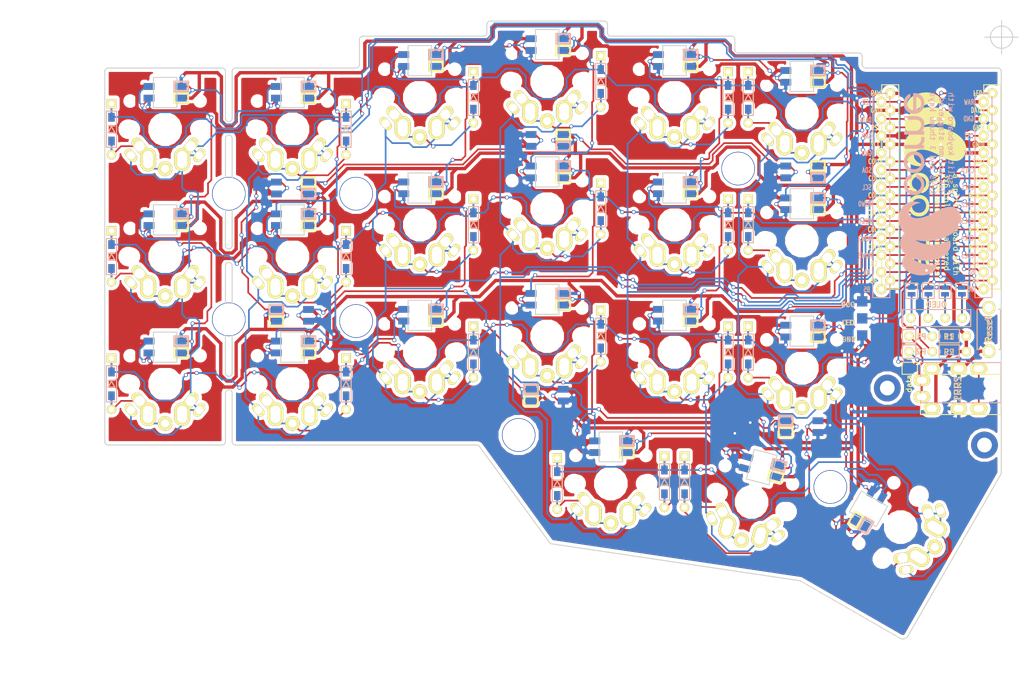
<source format=kicad_pcb>
(kicad_pcb (version 20171130) (host pcbnew "(5.0.0-3-g5ebb6b6)")
  (title_block (title Crkbd) (date 2018/05/15) (rev 1.1) (company foostan))
  (layers (0 F.Cu signal) (31 B.Cu signal) (34 B.Paste user) (35 F.Paste user) (36 B.SilkS user) (37 F.SilkS user) (38 B.Mask user) (39 F.Mask user) (44 Edge.Cuts user))
  (net 0 "")
  (net 1 row0)
  (net 2 "Net-(D1-Pad2)")
  (net 3 row1)
  (net 4 "Net-(D2-Pad2)")
  (net 5 row2)
  (net 6 "Net-(D3-Pad2)")
  (net 7 row3)
  (net 8 "Net-(D4-Pad2)")
  (net 9 "Net-(D5-Pad2)")
  (net 10 "Net-(D6-Pad2)")
  (net 11 "Net-(D7-Pad2)")
  (net 12 "Net-(D8-Pad2)")
  (net 13 "Net-(D9-Pad2)")
  (net 14 "Net-(D10-Pad2)")
  (net 15 "Net-(D11-Pad2)")
  (net 16 "Net-(D12-Pad2)")
  (net 17 "Net-(D13-Pad2)")
  (net 18 "Net-(D14-Pad2)")
  (net 19 "Net-(D15-Pad2)")
  (net 20 "Net-(D16-Pad2)")
  (net 21 "Net-(D17-Pad2)")
  (net 22 "Net-(D18-Pad2)")
  (net 23 "Net-(D19-Pad2)")
  (net 24 "Net-(D20-Pad2)")
  (net 25 "Net-(D21-Pad2)")
  (net 26 GND)
  (net 27 VCC)
  (net 28 col0)
  (net 29 col1)
  (net 30 col2)
  (net 31 col3)
  (net 32 col4)
  (net 33 col5)
  (net 34 LED)
  (net 35 data)
  (net 36 "Net-(L1-Pad3)")
  (net 37 "Net-(L1-Pad1)")
  (net 38 "Net-(L3-Pad3)")
  (net 39 "Net-(L10-Pad1)")
  (net 40 "Net-(L11-Pad1)")
  (net 41 "Net-(L13-Pad1)")
  (net 42 "Net-(L14-Pad3)")
  (net 43 "Net-(L10-Pad3)")
  (net 44 "Net-(L12-Pad1)")
  (net 45 "Net-(L13-Pad3)")
  (net 46 "Net-(L15-Pad3)")
  (net 47 "Net-(L16-Pad3)")
  (net 48 reset)
  (net 49 SCL)
  (net 50 SDA)
  (net 51 "Net-(L5-Pad3)")
  (net 52 "Net-(U1-Pad14)")
  (net 53 "Net-(U1-Pad13)")
  (net 54 "Net-(U1-Pad12)")
  (net 55 "Net-(U1-Pad11)")
  (net 56 "Net-(J2-Pad1)")
  (net 57 "Net-(J2-Pad2)")
  (net 58 "Net-(J2-Pad3)")
  (net 59 "Net-(J2-Pad4)")
  (net 60 "Net-(L2-Pad3)")
  (net 61 "Net-(L3-Pad1)")
  (net 62 "Net-(L11-Pad3)")
  (net 63 "Net-(L14-Pad1)")
  (net 64 "Net-(L12-Pad3)")
  (net 65 "Net-(L17-Pad1)")
  (net 66 "Net-(L18-Pad3)")
  (net 67 "Net-(L19-Pad3)")
  (net 68 "Net-(J1-PadA)")
  (net 69 "Net-(J1-PadB)")
  (net 70 "Net-(U1-Pad24)")
  (net 71 "Net-(L21-Pad3)")
  (net 72 "Net-(L22-Pad3)")
  (net 73 "Net-(L22-Pad1)")
  (net 74 "Net-(L23-Pad3)")
  (net 75 "Net-(L25-Pad1)")
  (net 76 "Net-(L26-Pad1)")
  (module kbd:SK6812MINI_underglow_rev (layer F.Cu) (at 165 121.5 180)
    (fp_text reference L27 hide)
    (fp_text value SK6812MINI hide)
    (pad 2 smd rect (at -2.4 -0.875 180) (size 1.6 1) (layers B.Cu B.Paste B.Mask) (net 26 GND))
    (pad 1 smd rect (at -2.4 0.875 180) (size 1.6 1) (layers B.Cu B.Paste B.Mask) (net 71 "Net-(L21-Pad3)"))
    (pad 4 smd rect (at 2.4 0.875 180) (size 1.6 1) (layers B.Cu B.Paste B.Mask) (net 27 VCC))
    (pad 3 smd rect (at 2.4 -0.875 180) (size 1.6 1) (layers B.Cu B.Paste B.Mask) (net 76 "Net-(L26-Pad1)"))
    (pad 2 smd rect (at -2.4 0.875 180) (size 1.6 1) (layers F.Cu F.Paste F.Mask) (net 26 GND))
    (pad 1 smd rect (at -2.4 -0.875 180) (size 1.6 1) (layers F.Cu F.Paste F.Mask) (net 71 "Net-(L21-Pad3)"))
    (pad 3 smd rect (at 2.4 0.875 180) (size 1.6 1) (layers F.Cu F.Paste F.Mask) (net 76 "Net-(L26-Pad1)"))
    (pad 4 smd rect (at 2.4 -0.875 180) (size 1.6 1) (layers F.Cu F.Paste F.Mask) (net 27 VCC))
  )
  (module kbd:SK6812MINI_underglow_rev (layer F.Cu) (at 165 83.5)
    (fp_text reference L24 hide)
    (fp_text value SK6812MINI hide)
    (pad 2 smd rect (at -2.4 -0.875) (size 1.6 1) (layers B.Cu B.Paste B.Mask) (net 26 GND))
    (pad 1 smd rect (at -2.4 0.875) (size 1.6 1) (layers B.Cu B.Paste B.Mask) (net 74 "Net-(L23-Pad3)"))
    (pad 4 smd rect (at 2.4 0.875) (size 1.6 1) (layers B.Cu B.Paste B.Mask) (net 27 VCC))
    (pad 3 smd rect (at 2.4 -0.875) (size 1.6 1) (layers B.Cu B.Paste B.Mask) (net 34 LED))
    (pad 2 smd rect (at -2.4 0.875) (size 1.6 1) (layers F.Cu F.Paste F.Mask) (net 26 GND))
    (pad 1 smd rect (at -2.4 -0.875) (size 1.6 1) (layers F.Cu F.Paste F.Mask) (net 74 "Net-(L23-Pad3)"))
    (pad 3 smd rect (at 2.4 0.875) (size 1.6 1) (layers F.Cu F.Paste F.Mask) (net 34 LED))
    (pad 4 smd rect (at 2.4 -0.875) (size 1.6 1) (layers F.Cu F.Paste F.Mask) (net 27 VCC))
  )
  (module kbd:SK6812MINI_underglow_rev (layer F.Cu) (at 127 78.8)
    (fp_text reference L23 hide)
    (fp_text value SK6812MINI hide)
    (pad 2 smd rect (at -2.4 -0.875) (size 1.6 1) (layers B.Cu B.Paste B.Mask) (net 26 GND))
    (pad 1 smd rect (at -2.4 0.875) (size 1.6 1) (layers B.Cu B.Paste B.Mask) (net 72 "Net-(L22-Pad3)"))
    (pad 4 smd rect (at 2.4 0.875) (size 1.6 1) (layers B.Cu B.Paste B.Mask) (net 27 VCC))
    (pad 3 smd rect (at 2.4 -0.875) (size 1.6 1) (layers B.Cu B.Paste B.Mask) (net 74 "Net-(L23-Pad3)"))
    (pad 2 smd rect (at -2.4 0.875) (size 1.6 1) (layers F.Cu F.Paste F.Mask) (net 26 GND))
    (pad 1 smd rect (at -2.4 -0.875) (size 1.6 1) (layers F.Cu F.Paste F.Mask) (net 72 "Net-(L22-Pad3)"))
    (pad 3 smd rect (at 2.4 0.875) (size 1.6 1) (layers F.Cu F.Paste F.Mask) (net 74 "Net-(L23-Pad3)"))
    (pad 4 smd rect (at 2.4 -0.875) (size 1.6 1) (layers F.Cu F.Paste F.Mask) (net 27 VCC))
  )
  (module kbd:SK6812MINI_underglow_rev (layer F.Cu) (at 89 85.9)
    (fp_text reference L22 hide)
    (fp_text value SK6812MINI hide)
    (pad 2 smd rect (at -2.4 -0.875) (size 1.6 1) (layers B.Cu B.Paste B.Mask) (net 26 GND))
    (pad 1 smd rect (at -2.4 0.875) (size 1.6 1) (layers B.Cu B.Paste B.Mask) (net 73 "Net-(L22-Pad1)"))
    (pad 4 smd rect (at 2.4 0.875) (size 1.6 1) (layers B.Cu B.Paste B.Mask) (net 27 VCC))
    (pad 3 smd rect (at 2.4 -0.875) (size 1.6 1) (layers B.Cu B.Paste B.Mask) (net 72 "Net-(L22-Pad3)"))
    (pad 2 smd rect (at -2.4 0.875) (size 1.6 1) (layers F.Cu F.Paste F.Mask) (net 26 GND))
    (pad 1 smd rect (at -2.4 -0.875) (size 1.6 1) (layers F.Cu F.Paste F.Mask) (net 73 "Net-(L22-Pad1)"))
    (pad 3 smd rect (at 2.4 0.875) (size 1.6 1) (layers F.Cu F.Paste F.Mask) (net 72 "Net-(L22-Pad3)"))
    (pad 4 smd rect (at 2.4 -0.875) (size 1.6 1) (layers F.Cu F.Paste F.Mask) (net 27 VCC))
  )
  (module kbd:SK6812MINI_underglow_rev (layer F.Cu) (at 89 104.9 180)
    (fp_text reference L25 hide)
    (fp_text value SK6812MINI hide)
    (pad 2 smd rect (at -2.4 -0.875 180) (size 1.6 1) (layers B.Cu B.Paste B.Mask) (net 26 GND))
    (pad 1 smd rect (at -2.4 0.875 180) (size 1.6 1) (layers B.Cu B.Paste B.Mask) (net 75 "Net-(L25-Pad1)"))
    (pad 4 smd rect (at 2.4 0.875 180) (size 1.6 1) (layers B.Cu B.Paste B.Mask) (net 27 VCC))
    (pad 3 smd rect (at 2.4 -0.875 180) (size 1.6 1) (layers B.Cu B.Paste B.Mask) (net 73 "Net-(L22-Pad1)"))
    (pad 2 smd rect (at -2.4 0.875 180) (size 1.6 1) (layers F.Cu F.Paste F.Mask) (net 26 GND))
    (pad 1 smd rect (at -2.4 -0.875 180) (size 1.6 1) (layers F.Cu F.Paste F.Mask) (net 75 "Net-(L25-Pad1)"))
    (pad 3 smd rect (at 2.4 0.875 180) (size 1.6 1) (layers F.Cu F.Paste F.Mask) (net 73 "Net-(L22-Pad1)"))
    (pad 4 smd rect (at 2.4 -0.875 180) (size 1.6 1) (layers F.Cu F.Paste F.Mask) (net 27 VCC))
  )
  (module kbd:SK6812MINI_underglow_rev (layer F.Cu) (at 127 116.8 180)
    (fp_text reference L26 hide)
    (fp_text value SK6812MINI hide)
    (pad 2 smd rect (at -2.4 -0.875 180) (size 1.6 1) (layers B.Cu B.Paste B.Mask) (net 26 GND))
    (pad 1 smd rect (at -2.4 0.875 180) (size 1.6 1) (layers B.Cu B.Paste B.Mask) (net 76 "Net-(L26-Pad1)"))
    (pad 4 smd rect (at 2.4 0.875 180) (size 1.6 1) (layers B.Cu B.Paste B.Mask) (net 27 VCC))
    (pad 3 smd rect (at 2.4 -0.875 180) (size 1.6 1) (layers B.Cu B.Paste B.Mask) (net 75 "Net-(L25-Pad1)"))
    (pad 2 smd rect (at -2.4 0.875 180) (size 1.6 1) (layers F.Cu F.Paste F.Mask) (net 26 GND))
    (pad 1 smd rect (at -2.4 -0.875 180) (size 1.6 1) (layers F.Cu F.Paste F.Mask) (net 76 "Net-(L26-Pad1)"))
    (pad 3 smd rect (at 2.4 0.875 180) (size 1.6 1) (layers F.Cu F.Paste F.Mask) (net 75 "Net-(L25-Pad1)"))
    (pad 4 smd rect (at 2.4 -0.875 180) (size 1.6 1) (layers F.Cu F.Paste F.Mask) (net 27 VCC))
  )
  (module kbd:corne (layer B.Cu) (at 184 85.25 90)
    (fp_text reference G*** hide)
    (fp_text value LOGO hide)
  )
  (module kbd:MX_ALPS_PG1350_noLed_1.75u (layer F.Cu) (at 179.75 136.5 240)
    (fp_text reference SW21 hide)
    (fp_text value SW_PUSH hide)
    (pad 1 thru_hole oval (at 5.1 -3.9 190) (size 2.2 1.25) (drill 1.2) (layers *.Cu *.Mask F.SilkS) (net 33 col5))
    (pad "" np_thru_hole circle (at 0 0 330) (size 4 4) (drill 4) (layers *.Cu *.Mask F.SilkS))
    (pad "" np_thru_hole circle (at -5.5 0 330) (size 1.9 1.9) (drill 1.9) (layers *.Cu *.Mask F.SilkS))
    (pad "" np_thru_hole circle (at 5.5 0 330) (size 1.9 1.9) (drill 1.9) (layers *.Cu *.Mask F.SilkS))
    (pad 1 thru_hole oval (at -5.1 -3.9 290) (size 2.2 1.25) (drill 1.2) (layers *.Cu *.Mask F.SilkS) (net 33 col5))
    (pad 2 thru_hole circle (at 0 -5.9 330) (size 2.2 2.2) (drill 1.2) (layers *.Cu *.Mask F.SilkS) (net 25 "Net-(D21-Pad2)"))
    (pad 2 thru_hole circle (at 2.54 -5.08 240) (size 2.4 2.4) (drill 1.5) (layers *.Cu *.Mask F.SilkS) (net 25 "Net-(D21-Pad2)"))
    (pad 1 thru_hole oval (at -3.81 -2.54 290) (size 2.8 1.55) (drill 1.5) (layers *.Cu *.Mask F.SilkS) (net 33 col5))
    (pad 1 thru_hole circle (at -2.54 -5.08 240) (size 2.4 2.4) (drill 1.5) (layers *.Cu *.Mask F.SilkS) (net 33 col5))
    (pad 2 thru_hole oval (at 3.81 -2.540001 190) (size 2.8 1.55) (drill 1.5) (layers *.Cu *.Mask F.SilkS) (net 25 "Net-(D21-Pad2)"))
    (pad 2 thru_hole circle (at 2.540001 -4.5 240) (size 2.4 2.4) (drill 1.5) (layers *.Cu *.Mask F.SilkS) (net 25 "Net-(D21-Pad2)"))
    (pad 2 thru_hole circle (at 2.54 -4.000001 240) (size 2.4 2.4) (drill 1.5) (layers *.Cu *.Mask F.SilkS) (net 25 "Net-(D21-Pad2)"))
    (pad 1 thru_hole circle (at -2.540001 -4 240) (size 2.4 2.4) (drill 1.5) (layers *.Cu *.Mask F.SilkS) (net 33 col5))
    (pad 1 thru_hole circle (at -2.54 -4.499999 240) (size 2.4 2.4) (drill 1.5) (layers *.Cu *.Mask F.SilkS) (net 33 col5))
    (pad "" np_thru_hole circle (at 5.08 0 240) (size 1.7 1.7) (drill 1.7) (layers *.Cu *.Mask F.SilkS))
    (pad "" np_thru_hole circle (at -5.08 0 240) (size 1.7 1.7) (drill 1.7) (layers *.Cu *.Mask F.SilkS))
    (pad "" np_thru_hole circle (at 5.22 4.2 240) (size 1 1) (drill 1) (layers *.Cu *.Mask F.SilkS))
    (pad "" np_thru_hole circle (at -5.22 4.2 240) (size 1 1) (drill 1) (layers *.Cu *.Mask F.SilkS))
  )
  (module kbd:ProMicro_v2 (layer F.Cu) (at 185.75 86.25)
    (fp_text reference U1 hide)
    (fp_text value ProMicro hide)
    (fp_text user "" (at -0.5 -17.25) (layer F.SilkS))
    (fp_text user "" (at -1.2065 -16.256) (layer B.SilkS) (effects (justify mirror)))
    (fp_text user RAW (at -9.7155 -14.478) (layer F.SilkS) (effects (font (size 0.75 0.5) (thickness 0.125))))
    (fp_text user LED (at 5.5 -14.478) (layer F.SilkS) (effects (font (size 0.75 0.5) (thickness 0.125))))
    (fp_text user GND (at -9.7155 -11.938) (layer F.SilkS) (effects (font (size 0.75 0.5) (thickness 0.125))))
    (fp_text user DATA (at 5.35 -11.95) (layer F.SilkS) (effects (font (size 0.75 0.5) (thickness 0.125))))
    (fp_text user RST (at -9.7155 -9.3345) (layer F.SilkS) (effects (font (size 0.75 0.5) (thickness 0.125))))
    (fp_text user GND (at 5.5245 -9.3345) (layer F.SilkS) (effects (font (size 0.75 0.5) (thickness 0.125))))
    (fp_text user VCC (at -9.7155 -6.858) (layer F.SilkS) (effects (font (size 0.75 0.5) (thickness 0.125))))
    (fp_text user GND (at 5.461 -6.7945) (layer F.SilkS) (effects (font (size 0.75 0.5) (thickness 0.125))))
    (fp_text user COL3 (at -10 3.35) (layer F.SilkS) (effects (font (size 0.75 0.5) (thickness 0.125))))
    (fp_text user ROW0 (at 5.2 0.8) (layer F.SilkS) (effects (font (size 0.75 0.5) (thickness 0.125))))
    (fp_text user COL2 (at -9.9 0.762) (layer F.SilkS) (effects (font (size 0.75 0.5) (thickness 0.125))))
    (fp_text user SCL (at 5.461 -1.778) (layer F.SilkS) (effects (font (size 0.75 0.5) (thickness 0.125))))
    (fp_text user COL1 (at -9.85 -1.778) (layer F.SilkS) (effects (font (size 0.75 0.5) (thickness 0.125))))
    (fp_text user SDA (at 5.461 -4.318) (layer F.SilkS) (effects (font (size 0.75 0.5) (thickness 0.125))))
    (fp_text user COL0 (at -9.9 -4.3) (layer F.SilkS) (effects (font (size 0.75 0.5) (thickness 0.125))))
    (fp_text user B6 (at -10.05 13.5) (layer F.SilkS) (effects (font (size 0.75 0.5) (thickness 0.125))))
    (fp_text user B5 (at 5.2 13.5255) (layer F.SilkS) (effects (font (size 0.75 0.5) (thickness 0.125))))
    (fp_text user B4 (at 5.2 10.922) (layer F.SilkS) (effects (font (size 0.75 0.5) (thickness 0.125))))
    (fp_text user B2 (at -9.95 10.95) (layer F.SilkS) (effects (font (size 0.75 0.5) (thickness 0.125))))
    (fp_text user ROW3 (at 5.2 8.4455) (layer F.SilkS) (effects (font (size 0.75 0.5) (thickness 0.125))))
    (fp_text user COL5 (at -9.95 8.4455) (layer F.SilkS) (effects (font (size 0.75 0.5) (thickness 0.125))))
    (fp_text user ROW2 (at 5.2 5.85) (layer F.SilkS) (effects (font (size 0.75 0.5) (thickness 0.125))))
    (fp_text user COL4 (at -9.95 5.85) (layer F.SilkS) (effects (font (size 0.75 0.5) (thickness 0.125))))
    (fp_text user ROW1 (at 5.25 3.302) (layer F.SilkS) (effects (font (size 0.75 0.5) (thickness 0.125))))
    (fp_text user ROW1 (at -11.3 4.6355) (layer B.SilkS) (effects (font (size 0.75 0.5) (thickness 0.125)) (justify mirror)))
    (fp_text user COL4 (at 3.95 7.112) (layer B.SilkS) (effects (font (size 0.75 0.5) (thickness 0.125)) (justify mirror)))
    (fp_text user ROW2 (at -11.3 7.239) (layer B.SilkS) (effects (font (size 0.75 0.5) (thickness 0.125)) (justify mirror)))
    (fp_text user COL5 (at 4 9.75) (layer B.SilkS) (effects (font (size 0.75 0.5) (thickness 0.125)) (justify mirror)))
    (fp_text user ROW3 (at -11.3 9.75) (layer B.SilkS) (effects (font (size 0.75 0.5) (thickness 0.125)) (justify mirror)))
    (fp_text user B2 (at 4.5085 12.1285) (layer B.SilkS) (effects (font (size 0.75 0.5) (thickness 0.125)) (justify mirror)))
    (fp_text user B4 (at -11.049 12.2555) (layer B.SilkS) (effects (font (size 0.75 0.5) (thickness 0.125)) (justify mirror)))
    (fp_text user B5 (at -11.049 14.7955) (layer B.SilkS) (effects (font (size 0.75 0.5) (thickness 0.125)) (justify mirror)))
    (fp_text user B6 (at 4.445 14.732) (layer B.SilkS) (effects (font (size 0.75 0.5) (thickness 0.125)) (justify mirror)))
    (fp_text user COL0 (at 4 -2.95) (layer B.SilkS) (effects (font (size 0.75 0.5) (thickness 0.125)) (justify mirror)))
    (fp_text user SDA (at -11.049 -2.9845) (layer B.SilkS) (effects (font (size 0.75 0.5) (thickness 0.125)) (justify mirror)))
    (fp_text user COL1 (at 4 -0.4445) (layer B.SilkS) (effects (font (size 0.75 0.5) (thickness 0.125)) (justify mirror)))
    (fp_text user SCL (at -11.049 -0.4445) (layer B.SilkS) (effects (font (size 0.75 0.5) (thickness 0.125)) (justify mirror)))
    (fp_text user COL2 (at 4 2.1) (layer B.SilkS) (effects (font (size 0.75 0.5) (thickness 0.125)) (justify mirror)))
    (fp_text user ROW0 (at -11.3 2.032) (layer B.SilkS) (effects (font (size 0.75 0.5) (thickness 0.125)) (justify mirror)))
    (fp_text user COL3 (at 4 4.6) (layer B.SilkS) (effects (font (size 0.75 0.5) (thickness 0.125)) (justify mirror)))
    (fp_text user GND (at -11.049 -5.5245) (layer B.SilkS) (effects (font (size 0.75 0.5) (thickness 0.125)) (justify mirror)))
    (fp_text user VCC (at 4.1275 -5.5245) (layer B.SilkS) (effects (font (size 0.75 0.5) (thickness 0.125)) (justify mirror)))
    (fp_text user GND (at -11.049 -8.0645) (layer B.SilkS) (effects (font (size 0.75 0.5) (thickness 0.125)) (justify mirror)))
    (fp_text user RST (at 4.191 -8.0645) (layer B.SilkS) (effects (font (size 0.75 0.5) (thickness 0.125)) (justify mirror)))
    (fp_text user DATA (at -11.2 -10.5) (layer B.SilkS) (effects (font (size 0.75 0.5) (thickness 0.125)) (justify mirror)))
    (fp_text user GND (at 4.1275 -10.668) (layer B.SilkS) (effects (font (size 0.75 0.5) (thickness 0.125)) (justify mirror)))
    (fp_text user LED (at -11.049 -13.1445) (layer B.SilkS) (effects (font (size 0.75 0.5) (thickness 0.125)) (justify mirror)))
    (fp_text user RAW (at 4.191 -13.1445) (layer B.SilkS) (effects (font (size 0.75 0.5) (thickness 0.125)) (justify mirror)))
    (pad 24 thru_hole circle (at 6.35 -13.208) (size 1.524 1.524) (drill 0.8128) (layers *.Cu *.Mask F.SilkS) (net 70 "Net-(U1-Pad24)"))
    (pad 23 thru_hole circle (at 6.35 -10.668) (size 1.524 1.524) (drill 0.8128) (layers *.Cu *.Mask F.SilkS) (net 26 GND))
    (pad 22 thru_hole circle (at 6.35 -8.128) (size 1.524 1.524) (drill 0.8128) (layers *.Cu *.Mask F.SilkS) (net 48 reset))
    (pad 21 thru_hole circle (at 6.35 -5.588) (size 1.524 1.524) (drill 0.8128) (layers *.Cu *.Mask F.SilkS) (net 27 VCC))
    (pad 20 thru_hole circle (at 6.35 -3.048) (size 1.524 1.524) (drill 0.8128) (layers *.Cu *.Mask F.SilkS) (net 28 col0))
    (pad 19 thru_hole circle (at 6.35 -0.508) (size 1.524 1.524) (drill 0.8128) (layers *.Cu *.Mask F.SilkS) (net 29 col1))
    (pad 18 thru_hole circle (at 6.35 2.032) (size 1.524 1.524) (drill 0.8128) (layers *.Cu *.Mask F.SilkS) (net 30 col2))
    (pad 17 thru_hole circle (at 6.35 4.572) (size 1.524 1.524) (drill 0.8128) (layers *.Cu *.Mask F.SilkS) (net 31 col3))
    (pad 16 thru_hole circle (at 6.35 7.112) (size 1.524 1.524) (drill 0.8128) (layers *.Cu *.Mask F.SilkS) (net 32 col4))
    (pad 15 thru_hole circle (at 6.35 9.652) (size 1.524 1.524) (drill 0.8128) (layers *.Cu *.Mask F.SilkS) (net 33 col5))
    (pad 14 thru_hole circle (at 6.35 12.192) (size 1.524 1.524) (drill 0.8128) (layers *.Cu *.Mask F.SilkS) (net 52 "Net-(U1-Pad14)"))
    (pad 13 thru_hole circle (at 6.35 14.732) (size 1.524 1.524) (drill 0.8128) (layers *.Cu *.Mask F.SilkS) (net 53 "Net-(U1-Pad13)"))
    (pad 12 thru_hole circle (at -8.89 14.732) (size 1.524 1.524) (drill 0.8128) (layers *.Cu *.Mask F.SilkS) (net 54 "Net-(U1-Pad12)"))
    (pad 11 thru_hole circle (at -8.89 12.192) (size 1.524 1.524) (drill 0.8128) (layers *.Cu *.Mask F.SilkS) (net 55 "Net-(U1-Pad11)"))
    (pad 10 thru_hole circle (at -8.89 9.652) (size 1.524 1.524) (drill 0.8128) (layers *.Cu *.Mask F.SilkS) (net 7 row3))
    (pad 9 thru_hole circle (at -8.89 7.112) (size 1.524 1.524) (drill 0.8128) (layers *.Cu *.Mask F.SilkS) (net 5 row2))
    (pad 8 thru_hole circle (at -8.89 4.572) (size 1.524 1.524) (drill 0.8128) (layers *.Cu *.Mask F.SilkS) (net 3 row1))
    (pad 7 thru_hole circle (at -8.89 2.032) (size 1.524 1.524) (drill 0.8128) (layers *.Cu *.Mask F.SilkS) (net 1 row0))
    (pad 6 thru_hole circle (at -8.89 -0.508) (size 1.524 1.524) (drill 0.8128) (layers *.Cu *.Mask F.SilkS) (net 49 SCL))
    (pad 5 thru_hole circle (at -8.89 -3.048) (size 1.524 1.524) (drill 0.8128) (layers *.Cu *.Mask F.SilkS) (net 50 SDA))
    (pad 4 thru_hole circle (at -8.89 -5.588) (size 1.524 1.524) (drill 0.8128) (layers *.Cu *.Mask F.SilkS) (net 26 GND))
    (pad 3 thru_hole circle (at -8.89 -8.128) (size 1.524 1.524) (drill 0.8128) (layers *.Cu *.Mask F.SilkS) (net 26 GND))
    (pad 2 thru_hole circle (at -8.89 -10.668) (size 1.524 1.524) (drill 0.8128) (layers *.Cu *.Mask F.SilkS) (net 35 data))
    (pad 1 thru_hole circle (at -8.89 -13.208) (size 1.524 1.524) (drill 0.8128) (layers *.Cu *.Mask F.SilkS) (net 34 LED))
    (pad 1 thru_hole circle (at 7.6564 -14.478) (size 1.524 1.524) (drill 0.8128) (layers *.Cu *.Mask F.SilkS) (net 34 LED))
    (pad 2 thru_hole circle (at 7.6564 -11.938) (size 1.524 1.524) (drill 0.8128) (layers *.Cu *.Mask F.SilkS) (net 35 data))
    (pad 3 thru_hole circle (at 7.6564 -9.398) (size 1.524 1.524) (drill 0.8128) (layers *.Cu *.Mask F.SilkS) (net 26 GND))
    (pad 4 thru_hole circle (at 7.6564 -6.858) (size 1.524 1.524) (drill 0.8128) (layers *.Cu *.Mask F.SilkS) (net 26 GND))
    (pad 5 thru_hole circle (at 7.6564 -4.318) (size 1.524 1.524) (drill 0.8128) (layers *.Cu *.Mask F.SilkS) (net 50 SDA))
    (pad 6 thru_hole circle (at 7.6564 -1.778) (size 1.524 1.524) (drill 0.8128) (layers *.Cu *.Mask F.SilkS) (net 49 SCL))
    (pad 7 thru_hole circle (at 7.6564 0.762) (size 1.524 1.524) (drill 0.8128) (layers *.Cu *.Mask F.SilkS) (net 1 row0))
    (pad 8 thru_hole circle (at 7.6564 3.302) (size 1.524 1.524) (drill 0.8128) (layers *.Cu *.Mask F.SilkS) (net 3 row1))
    (pad 9 thru_hole circle (at 7.6564 5.842) (size 1.524 1.524) (drill 0.8128) (layers *.Cu *.Mask F.SilkS) (net 5 row2))
    (pad 10 thru_hole circle (at 7.6564 8.382) (size 1.524 1.524) (drill 0.8128) (layers *.Cu *.Mask F.SilkS) (net 7 row3))
    (pad 11 thru_hole circle (at 7.6564 10.922) (size 1.524 1.524) (drill 0.8128) (layers *.Cu *.Mask F.SilkS) (net 55 "Net-(U1-Pad11)"))
    (pad 12 thru_hole circle (at 7.6564 13.462) (size 1.524 1.524) (drill 0.8128) (layers *.Cu *.Mask F.SilkS) (net 54 "Net-(U1-Pad12)"))
    (pad 13 thru_hole circle (at -7.5636 13.462) (size 1.524 1.524) (drill 0.8128) (layers *.Cu *.Mask F.SilkS) (net 53 "Net-(U1-Pad13)"))
    (pad 14 thru_hole circle (at -7.5636 10.922) (size 1.524 1.524) (drill 0.8128) (layers *.Cu *.Mask F.SilkS) (net 52 "Net-(U1-Pad14)"))
    (pad 15 thru_hole circle (at -7.5636 8.382) (size 1.524 1.524) (drill 0.8128) (layers *.Cu *.Mask F.SilkS) (net 33 col5))
    (pad 16 thru_hole circle (at -7.5636 5.842) (size 1.524 1.524) (drill 0.8128) (layers *.Cu *.Mask F.SilkS) (net 32 col4))
    (pad 17 thru_hole circle (at -7.5636 3.302) (size 1.524 1.524) (drill 0.8128) (layers *.Cu *.Mask F.SilkS) (net 31 col3))
    (pad 18 thru_hole circle (at -7.5636 0.762) (size 1.524 1.524) (drill 0.8128) (layers *.Cu *.Mask F.SilkS) (net 30 col2))
    (pad 19 thru_hole circle (at -7.5636 -1.778) (size 1.524 1.524) (drill 0.8128) (layers *.Cu *.Mask F.SilkS) (net 29 col1))
    (pad 20 thru_hole circle (at -7.5636 -4.318) (size 1.524 1.524) (drill 0.8128) (layers *.Cu *.Mask F.SilkS) (net 28 col0))
    (pad 21 thru_hole circle (at -7.5636 -6.858) (size 1.524 1.524) (drill 0.8128) (layers *.Cu *.Mask F.SilkS) (net 27 VCC))
    (pad 22 thru_hole circle (at -7.5636 -9.398) (size 1.524 1.524) (drill 0.8128) (layers *.Cu *.Mask F.SilkS) (net 48 reset))
    (pad 23 thru_hole circle (at -7.5636 -11.938) (size 1.524 1.524) (drill 0.8128) (layers *.Cu *.Mask F.SilkS) (net 26 GND))
    (pad 24 thru_hole circle (at -7.5636 -14.478) (size 1.524 1.524) (drill 0.8128) (layers *.Cu *.Mask F.SilkS) (net 70 "Net-(U1-Pad24)"))
  )
  (module kbd:SK6812MINI_rev (layer F.Cu) (at 70 71.625)
    (fp_text reference L1 hide)
    (fp_text value SK6812MINI hide)
    (pad 2 smd rect (at -2.4 0.875) (size 1.6 1) (layers B.Cu B.Paste B.Mask) (net 26 GND))
    (pad 1 smd rect (at -2.4 -0.875) (size 1.6 1) (layers B.Cu B.Paste B.Mask) (net 37 "Net-(L1-Pad1)"))
    (pad 4 smd rect (at 2.4 -0.875) (size 1.6 1) (layers B.Cu B.Paste B.Mask) (net 27 VCC))
    (pad 3 smd rect (at 2.4 0.875) (size 1.6 1) (layers B.Cu B.Paste B.Mask) (net 36 "Net-(L1-Pad3)"))
    (pad 2 smd rect (at -2.4 -0.875) (size 1.6 1) (layers F.Cu F.Paste F.Mask) (net 26 GND))
    (pad 1 smd rect (at -2.4 0.875) (size 1.6 1) (layers F.Cu F.Paste F.Mask) (net 37 "Net-(L1-Pad1)"))
    (pad 3 smd rect (at 2.4 -0.875) (size 1.6 1) (layers F.Cu F.Paste F.Mask) (net 36 "Net-(L1-Pad3)"))
    (pad 4 smd rect (at 2.4 0.875) (size 1.6 1) (layers F.Cu F.Paste F.Mask) (net 27 VCC))
  )
  (module kbd:SK6812MINI_rev (layer F.Cu) (at 89 71.625)
    (fp_text reference L2 hide)
    (fp_text value SK6812MINI hide)
    (pad 2 smd rect (at -2.4 0.875) (size 1.6 1) (layers B.Cu B.Paste B.Mask) (net 26 GND))
    (pad 1 smd rect (at -2.4 -0.875) (size 1.6 1) (layers B.Cu B.Paste B.Mask) (net 36 "Net-(L1-Pad3)"))
    (pad 4 smd rect (at 2.4 -0.875) (size 1.6 1) (layers B.Cu B.Paste B.Mask) (net 27 VCC))
    (pad 3 smd rect (at 2.4 0.875) (size 1.6 1) (layers B.Cu B.Paste B.Mask) (net 60 "Net-(L2-Pad3)"))
    (pad 2 smd rect (at -2.4 -0.875) (size 1.6 1) (layers F.Cu F.Paste F.Mask) (net 26 GND))
    (pad 1 smd rect (at -2.4 0.875) (size 1.6 1) (layers F.Cu F.Paste F.Mask) (net 36 "Net-(L1-Pad3)"))
    (pad 3 smd rect (at 2.4 -0.875) (size 1.6 1) (layers F.Cu F.Paste F.Mask) (net 60 "Net-(L2-Pad3)"))
    (pad 4 smd rect (at 2.4 0.875) (size 1.6 1) (layers F.Cu F.Paste F.Mask) (net 27 VCC))
  )
  (module kbd:SK6812MINI_rev (layer F.Cu) (at 108 66.875)
    (fp_text reference L3 hide)
    (fp_text value SK6812MINI hide)
    (pad 2 smd rect (at -2.4 0.875) (size 1.6 1) (layers B.Cu B.Paste B.Mask) (net 26 GND))
    (pad 1 smd rect (at -2.4 -0.875) (size 1.6 1) (layers B.Cu B.Paste B.Mask) (net 61 "Net-(L3-Pad1)"))
    (pad 4 smd rect (at 2.4 -0.875) (size 1.6 1) (layers B.Cu B.Paste B.Mask) (net 27 VCC))
    (pad 3 smd rect (at 2.4 0.875) (size 1.6 1) (layers B.Cu B.Paste B.Mask) (net 38 "Net-(L3-Pad3)"))
    (pad 2 smd rect (at -2.4 -0.875) (size 1.6 1) (layers F.Cu F.Paste F.Mask) (net 26 GND))
    (pad 1 smd rect (at -2.4 0.875) (size 1.6 1) (layers F.Cu F.Paste F.Mask) (net 61 "Net-(L3-Pad1)"))
    (pad 3 smd rect (at 2.4 -0.875) (size 1.6 1) (layers F.Cu F.Paste F.Mask) (net 38 "Net-(L3-Pad3)"))
    (pad 4 smd rect (at 2.4 0.875) (size 1.6 1) (layers F.Cu F.Paste F.Mask) (net 27 VCC))
  )
  (module kbd:SK6812MINI_rev (layer F.Cu) (at 127 64.5)
    (fp_text reference L4 hide)
    (fp_text value SK6812MINI hide)
    (pad 2 smd rect (at -2.4 0.875) (size 1.6 1) (layers B.Cu B.Paste B.Mask) (net 26 GND))
    (pad 1 smd rect (at -2.4 -0.875) (size 1.6 1) (layers B.Cu B.Paste B.Mask) (net 38 "Net-(L3-Pad3)"))
    (pad 4 smd rect (at 2.4 -0.875) (size 1.6 1) (layers B.Cu B.Paste B.Mask) (net 27 VCC))
    (pad 3 smd rect (at 2.4 0.875) (size 1.6 1) (layers B.Cu B.Paste B.Mask) (net 39 "Net-(L10-Pad1)"))
    (pad 2 smd rect (at -2.4 -0.875) (size 1.6 1) (layers F.Cu F.Paste F.Mask) (net 26 GND))
    (pad 1 smd rect (at -2.4 0.875) (size 1.6 1) (layers F.Cu F.Paste F.Mask) (net 38 "Net-(L3-Pad3)"))
    (pad 3 smd rect (at 2.4 -0.875) (size 1.6 1) (layers F.Cu F.Paste F.Mask) (net 39 "Net-(L10-Pad1)"))
    (pad 4 smd rect (at 2.4 0.875) (size 1.6 1) (layers F.Cu F.Paste F.Mask) (net 27 VCC))
  )
  (module kbd:SK6812MINI_rev (layer F.Cu) (at 146 66.875)
    (fp_text reference L5 hide)
    (fp_text value SK6812MINI hide)
    (pad 2 smd rect (at -2.4 0.875) (size 1.6 1) (layers B.Cu B.Paste B.Mask) (net 26 GND))
    (pad 1 smd rect (at -2.4 -0.875) (size 1.6 1) (layers B.Cu B.Paste B.Mask) (net 62 "Net-(L11-Pad3)"))
    (pad 4 smd rect (at 2.4 -0.875) (size 1.6 1) (layers B.Cu B.Paste B.Mask) (net 27 VCC))
    (pad 3 smd rect (at 2.4 0.875) (size 1.6 1) (layers B.Cu B.Paste B.Mask) (net 51 "Net-(L5-Pad3)"))
    (pad 2 smd rect (at -2.4 -0.875) (size 1.6 1) (layers F.Cu F.Paste F.Mask) (net 26 GND))
    (pad 1 smd rect (at -2.4 0.875) (size 1.6 1) (layers F.Cu F.Paste F.Mask) (net 62 "Net-(L11-Pad3)"))
    (pad 3 smd rect (at 2.4 -0.875) (size 1.6 1) (layers F.Cu F.Paste F.Mask) (net 51 "Net-(L5-Pad3)"))
    (pad 4 smd rect (at 2.4 0.875) (size 1.6 1) (layers F.Cu F.Paste F.Mask) (net 27 VCC))
  )
  (module kbd:SK6812MINI_rev (layer F.Cu) (at 165 69.25)
    (fp_text reference L6 hide)
    (fp_text value SK6812MINI hide)
    (pad 2 smd rect (at -2.4 0.875) (size 1.6 1) (layers B.Cu B.Paste B.Mask) (net 26 GND))
    (pad 1 smd rect (at -2.4 -0.875) (size 1.6 1) (layers B.Cu B.Paste B.Mask) (net 51 "Net-(L5-Pad3)"))
    (pad 4 smd rect (at 2.4 -0.875) (size 1.6 1) (layers B.Cu B.Paste B.Mask) (net 27 VCC))
    (pad 3 smd rect (at 2.4 0.875) (size 1.6 1) (layers B.Cu B.Paste B.Mask) (net 44 "Net-(L12-Pad1)"))
    (pad 2 smd rect (at -2.4 -0.875) (size 1.6 1) (layers F.Cu F.Paste F.Mask) (net 26 GND))
    (pad 1 smd rect (at -2.4 0.875) (size 1.6 1) (layers F.Cu F.Paste F.Mask) (net 51 "Net-(L5-Pad3)"))
    (pad 3 smd rect (at 2.4 -0.875) (size 1.6 1) (layers F.Cu F.Paste F.Mask) (net 44 "Net-(L12-Pad1)"))
    (pad 4 smd rect (at 2.4 0.875) (size 1.6 1) (layers F.Cu F.Paste F.Mask) (net 27 VCC))
  )
  (module kbd:SK6812MINI_rev (layer F.Cu) (at 70 90.625)
    (fp_text reference L7 hide)
    (fp_text value SK6812MINI hide)
    (pad 2 smd rect (at -2.4 0.875) (size 1.6 1) (layers B.Cu B.Paste B.Mask) (net 26 GND))
    (pad 1 smd rect (at -2.4 -0.875) (size 1.6 1) (layers B.Cu B.Paste B.Mask) (net 45 "Net-(L13-Pad3)"))
    (pad 4 smd rect (at 2.4 -0.875) (size 1.6 1) (layers B.Cu B.Paste B.Mask) (net 27 VCC))
    (pad 3 smd rect (at 2.4 0.875) (size 1.6 1) (layers B.Cu B.Paste B.Mask) (net 37 "Net-(L1-Pad1)"))
    (pad 2 smd rect (at -2.4 -0.875) (size 1.6 1) (layers F.Cu F.Paste F.Mask) (net 26 GND))
    (pad 1 smd rect (at -2.4 0.875) (size 1.6 1) (layers F.Cu F.Paste F.Mask) (net 45 "Net-(L13-Pad3)"))
    (pad 3 smd rect (at 2.4 -0.875) (size 1.6 1) (layers F.Cu F.Paste F.Mask) (net 37 "Net-(L1-Pad1)"))
    (pad 4 smd rect (at 2.4 0.875) (size 1.6 1) (layers F.Cu F.Paste F.Mask) (net 27 VCC))
  )
  (module kbd:SK6812MINI_rev (layer F.Cu) (at 89 90.625)
    (fp_text reference L8 hide)
    (fp_text value SK6812MINI hide)
    (pad 2 smd rect (at -2.4 0.875) (size 1.6 1) (layers B.Cu B.Paste B.Mask) (net 26 GND))
    (pad 1 smd rect (at -2.4 -0.875) (size 1.6 1) (layers B.Cu B.Paste B.Mask) (net 60 "Net-(L2-Pad3)"))
    (pad 4 smd rect (at 2.4 -0.875) (size 1.6 1) (layers B.Cu B.Paste B.Mask) (net 27 VCC))
    (pad 3 smd rect (at 2.4 0.875) (size 1.6 1) (layers B.Cu B.Paste B.Mask) (net 63 "Net-(L14-Pad1)"))
    (pad 2 smd rect (at -2.4 -0.875) (size 1.6 1) (layers F.Cu F.Paste F.Mask) (net 26 GND))
    (pad 1 smd rect (at -2.4 0.875) (size 1.6 1) (layers F.Cu F.Paste F.Mask) (net 60 "Net-(L2-Pad3)"))
    (pad 3 smd rect (at 2.4 -0.875) (size 1.6 1) (layers F.Cu F.Paste F.Mask) (net 63 "Net-(L14-Pad1)"))
    (pad 4 smd rect (at 2.4 0.875) (size 1.6 1) (layers F.Cu F.Paste F.Mask) (net 27 VCC))
  )
  (module kbd:SK6812MINI_rev (layer F.Cu) (at 108 85.875)
    (fp_text reference L9 hide)
    (fp_text value SK6812MINI hide)
    (pad 2 smd rect (at -2.4 0.875) (size 1.6 1) (layers B.Cu B.Paste B.Mask) (net 26 GND))
    (pad 1 smd rect (at -2.4 -0.875) (size 1.6 1) (layers B.Cu B.Paste B.Mask) (net 46 "Net-(L15-Pad3)"))
    (pad 4 smd rect (at 2.4 -0.875) (size 1.6 1) (layers B.Cu B.Paste B.Mask) (net 27 VCC))
    (pad 3 smd rect (at 2.4 0.875) (size 1.6 1) (layers B.Cu B.Paste B.Mask) (net 61 "Net-(L3-Pad1)"))
    (pad 2 smd rect (at -2.4 -0.875) (size 1.6 1) (layers F.Cu F.Paste F.Mask) (net 26 GND))
    (pad 1 smd rect (at -2.4 0.875) (size 1.6 1) (layers F.Cu F.Paste F.Mask) (net 46 "Net-(L15-Pad3)"))
    (pad 3 smd rect (at 2.4 -0.875) (size 1.6 1) (layers F.Cu F.Paste F.Mask) (net 61 "Net-(L3-Pad1)"))
    (pad 4 smd rect (at 2.4 0.875) (size 1.6 1) (layers F.Cu F.Paste F.Mask) (net 27 VCC))
  )
  (module kbd:SK6812MINI_rev (layer F.Cu) (at 127 83.5)
    (fp_text reference L10 hide)
    (fp_text value SK6812MINI hide)
    (pad 2 smd rect (at -2.4 0.875) (size 1.6 1) (layers B.Cu B.Paste B.Mask) (net 26 GND))
    (pad 1 smd rect (at -2.4 -0.875) (size 1.6 1) (layers B.Cu B.Paste B.Mask) (net 39 "Net-(L10-Pad1)"))
    (pad 4 smd rect (at 2.4 -0.875) (size 1.6 1) (layers B.Cu B.Paste B.Mask) (net 27 VCC))
    (pad 3 smd rect (at 2.4 0.875) (size 1.6 1) (layers B.Cu B.Paste B.Mask) (net 43 "Net-(L10-Pad3)"))
    (pad 2 smd rect (at -2.4 -0.875) (size 1.6 1) (layers F.Cu F.Paste F.Mask) (net 26 GND))
    (pad 1 smd rect (at -2.4 0.875) (size 1.6 1) (layers F.Cu F.Paste F.Mask) (net 39 "Net-(L10-Pad1)"))
    (pad 3 smd rect (at 2.4 -0.875) (size 1.6 1) (layers F.Cu F.Paste F.Mask) (net 43 "Net-(L10-Pad3)"))
    (pad 4 smd rect (at 2.4 0.875) (size 1.6 1) (layers F.Cu F.Paste F.Mask) (net 27 VCC))
  )
  (module kbd:SK6812MINI_rev (layer F.Cu) (at 146 85.875)
    (fp_text reference L11 hide)
    (fp_text value SK6812MINI hide)
    (pad 2 smd rect (at -2.4 0.875) (size 1.6 1) (layers B.Cu B.Paste B.Mask) (net 26 GND))
    (pad 1 smd rect (at -2.4 -0.875) (size 1.6 1) (layers B.Cu B.Paste B.Mask) (net 40 "Net-(L11-Pad1)"))
    (pad 4 smd rect (at 2.4 -0.875) (size 1.6 1) (layers B.Cu B.Paste B.Mask) (net 27 VCC))
    (pad 3 smd rect (at 2.4 0.875) (size 1.6 1) (layers B.Cu B.Paste B.Mask) (net 62 "Net-(L11-Pad3)"))
    (pad 2 smd rect (at -2.4 -0.875) (size 1.6 1) (layers F.Cu F.Paste F.Mask) (net 26 GND))
    (pad 1 smd rect (at -2.4 0.875) (size 1.6 1) (layers F.Cu F.Paste F.Mask) (net 40 "Net-(L11-Pad1)"))
    (pad 3 smd rect (at 2.4 -0.875) (size 1.6 1) (layers F.Cu F.Paste F.Mask) (net 62 "Net-(L11-Pad3)"))
    (pad 4 smd rect (at 2.4 0.875) (size 1.6 1) (layers F.Cu F.Paste F.Mask) (net 27 VCC))
  )
  (module kbd:SK6812MINI_rev (layer F.Cu) (at 165 88.25)
    (fp_text reference L12 hide)
    (fp_text value SK6812MINI hide)
    (pad 2 smd rect (at -2.4 0.875) (size 1.6 1) (layers B.Cu B.Paste B.Mask) (net 26 GND))
    (pad 1 smd rect (at -2.4 -0.875) (size 1.6 1) (layers B.Cu B.Paste B.Mask) (net 44 "Net-(L12-Pad1)"))
    (pad 4 smd rect (at 2.4 -0.875) (size 1.6 1) (layers B.Cu B.Paste B.Mask) (net 27 VCC))
    (pad 3 smd rect (at 2.4 0.875) (size 1.6 1) (layers B.Cu B.Paste B.Mask) (net 64 "Net-(L12-Pad3)"))
    (pad 2 smd rect (at -2.4 -0.875) (size 1.6 1) (layers F.Cu F.Paste F.Mask) (net 26 GND))
    (pad 1 smd rect (at -2.4 0.875) (size 1.6 1) (layers F.Cu F.Paste F.Mask) (net 44 "Net-(L12-Pad1)"))
    (pad 3 smd rect (at 2.4 -0.875) (size 1.6 1) (layers F.Cu F.Paste F.Mask) (net 64 "Net-(L12-Pad3)"))
    (pad 4 smd rect (at 2.4 0.875) (size 1.6 1) (layers F.Cu F.Paste F.Mask) (net 27 VCC))
  )
  (module kbd:SK6812MINI_rev (layer F.Cu) (at 70 109.625)
    (fp_text reference L13 hide)
    (fp_text value SK6812MINI hide)
    (pad 2 smd rect (at -2.4 0.875) (size 1.6 1) (layers B.Cu B.Paste B.Mask) (net 26 GND))
    (pad 1 smd rect (at -2.4 -0.875) (size 1.6 1) (layers B.Cu B.Paste B.Mask) (net 41 "Net-(L13-Pad1)"))
    (pad 4 smd rect (at 2.4 -0.875) (size 1.6 1) (layers B.Cu B.Paste B.Mask) (net 27 VCC))
    (pad 3 smd rect (at 2.4 0.875) (size 1.6 1) (layers B.Cu B.Paste B.Mask) (net 45 "Net-(L13-Pad3)"))
    (pad 2 smd rect (at -2.4 -0.875) (size 1.6 1) (layers F.Cu F.Paste F.Mask) (net 26 GND))
    (pad 1 smd rect (at -2.4 0.875) (size 1.6 1) (layers F.Cu F.Paste F.Mask) (net 41 "Net-(L13-Pad1)"))
    (pad 3 smd rect (at 2.4 -0.875) (size 1.6 1) (layers F.Cu F.Paste F.Mask) (net 45 "Net-(L13-Pad3)"))
    (pad 4 smd rect (at 2.4 0.875) (size 1.6 1) (layers F.Cu F.Paste F.Mask) (net 27 VCC))
  )
  (module kbd:SK6812MINI_rev (layer F.Cu) (at 89 109.625)
    (fp_text reference L14 hide)
    (fp_text value SK6812MINI hide)
    (pad 2 smd rect (at -2.4 0.875) (size 1.6 1) (layers B.Cu B.Paste B.Mask) (net 26 GND))
    (pad 1 smd rect (at -2.4 -0.875) (size 1.6 1) (layers B.Cu B.Paste B.Mask) (net 63 "Net-(L14-Pad1)"))
    (pad 4 smd rect (at 2.4 -0.875) (size 1.6 1) (layers B.Cu B.Paste B.Mask) (net 27 VCC))
    (pad 3 smd rect (at 2.4 0.875) (size 1.6 1) (layers B.Cu B.Paste B.Mask) (net 42 "Net-(L14-Pad3)"))
    (pad 2 smd rect (at -2.4 -0.875) (size 1.6 1) (layers F.Cu F.Paste F.Mask) (net 26 GND))
    (pad 1 smd rect (at -2.4 0.875) (size 1.6 1) (layers F.Cu F.Paste F.Mask) (net 63 "Net-(L14-Pad1)"))
    (pad 3 smd rect (at 2.4 -0.875) (size 1.6 1) (layers F.Cu F.Paste F.Mask) (net 42 "Net-(L14-Pad3)"))
    (pad 4 smd rect (at 2.4 0.875) (size 1.6 1) (layers F.Cu F.Paste F.Mask) (net 27 VCC))
  )
  (module kbd:SK6812MINI_rev (layer F.Cu) (at 108 104.875)
    (fp_text reference L15 hide)
    (fp_text value SK6812MINI hide)
    (pad 2 smd rect (at -2.4 0.875) (size 1.6 1) (layers B.Cu B.Paste B.Mask) (net 26 GND))
    (pad 1 smd rect (at -2.4 -0.875) (size 1.6 1) (layers B.Cu B.Paste B.Mask) (net 42 "Net-(L14-Pad3)"))
    (pad 4 smd rect (at 2.4 -0.875) (size 1.6 1) (layers B.Cu B.Paste B.Mask) (net 27 VCC))
    (pad 3 smd rect (at 2.4 0.875) (size 1.6 1) (layers B.Cu B.Paste B.Mask) (net 46 "Net-(L15-Pad3)"))
    (pad 2 smd rect (at -2.4 -0.875) (size 1.6 1) (layers F.Cu F.Paste F.Mask) (net 26 GND))
    (pad 1 smd rect (at -2.4 0.875) (size 1.6 1) (layers F.Cu F.Paste F.Mask) (net 42 "Net-(L14-Pad3)"))
    (pad 3 smd rect (at 2.4 -0.875) (size 1.6 1) (layers F.Cu F.Paste F.Mask) (net 46 "Net-(L15-Pad3)"))
    (pad 4 smd rect (at 2.4 0.875) (size 1.6 1) (layers F.Cu F.Paste F.Mask) (net 27 VCC))
  )
  (module kbd:SK6812MINI_rev (layer F.Cu) (at 127 102.5)
    (fp_text reference L16 hide)
    (fp_text value SK6812MINI hide)
    (pad 2 smd rect (at -2.4 0.875) (size 1.6 1) (layers B.Cu B.Paste B.Mask) (net 26 GND))
    (pad 1 smd rect (at -2.4 -0.875) (size 1.6 1) (layers B.Cu B.Paste B.Mask) (net 43 "Net-(L10-Pad3)"))
    (pad 4 smd rect (at 2.4 -0.875) (size 1.6 1) (layers B.Cu B.Paste B.Mask) (net 27 VCC))
    (pad 3 smd rect (at 2.4 0.875) (size 1.6 1) (layers B.Cu B.Paste B.Mask) (net 47 "Net-(L16-Pad3)"))
    (pad 2 smd rect (at -2.4 -0.875) (size 1.6 1) (layers F.Cu F.Paste F.Mask) (net 26 GND))
    (pad 1 smd rect (at -2.4 0.875) (size 1.6 1) (layers F.Cu F.Paste F.Mask) (net 43 "Net-(L10-Pad3)"))
    (pad 3 smd rect (at 2.4 -0.875) (size 1.6 1) (layers F.Cu F.Paste F.Mask) (net 47 "Net-(L16-Pad3)"))
    (pad 4 smd rect (at 2.4 0.875) (size 1.6 1) (layers F.Cu F.Paste F.Mask) (net 27 VCC))
  )
  (module kbd:SK6812MINI_rev (layer F.Cu) (at 146 104.875)
    (fp_text reference L17 hide)
    (fp_text value SK6812MINI hide)
    (pad 2 smd rect (at -2.4 0.875) (size 1.6 1) (layers B.Cu B.Paste B.Mask) (net 26 GND))
    (pad 1 smd rect (at -2.4 -0.875) (size 1.6 1) (layers B.Cu B.Paste B.Mask) (net 65 "Net-(L17-Pad1)"))
    (pad 4 smd rect (at 2.4 -0.875) (size 1.6 1) (layers B.Cu B.Paste B.Mask) (net 27 VCC))
    (pad 3 smd rect (at 2.4 0.875) (size 1.6 1) (layers B.Cu B.Paste B.Mask) (net 40 "Net-(L11-Pad1)"))
    (pad 2 smd rect (at -2.4 -0.875) (size 1.6 1) (layers F.Cu F.Paste F.Mask) (net 26 GND))
    (pad 1 smd rect (at -2.4 0.875) (size 1.6 1) (layers F.Cu F.Paste F.Mask) (net 65 "Net-(L17-Pad1)"))
    (pad 3 smd rect (at 2.4 -0.875) (size 1.6 1) (layers F.Cu F.Paste F.Mask) (net 40 "Net-(L11-Pad1)"))
    (pad 4 smd rect (at 2.4 0.875) (size 1.6 1) (layers F.Cu F.Paste F.Mask) (net 27 VCC))
  )
  (module kbd:SK6812MINI_rev (layer F.Cu) (at 165 107.25)
    (fp_text reference L18 hide)
    (fp_text value SK6812MINI hide)
    (pad 2 smd rect (at -2.4 0.875) (size 1.6 1) (layers B.Cu B.Paste B.Mask) (net 26 GND))
    (pad 1 smd rect (at -2.4 -0.875) (size 1.6 1) (layers B.Cu B.Paste B.Mask) (net 64 "Net-(L12-Pad3)"))
    (pad 4 smd rect (at 2.4 -0.875) (size 1.6 1) (layers B.Cu B.Paste B.Mask) (net 27 VCC))
    (pad 3 smd rect (at 2.4 0.875) (size 1.6 1) (layers B.Cu B.Paste B.Mask) (net 66 "Net-(L18-Pad3)"))
    (pad 2 smd rect (at -2.4 -0.875) (size 1.6 1) (layers F.Cu F.Paste F.Mask) (net 26 GND))
    (pad 1 smd rect (at -2.4 0.875) (size 1.6 1) (layers F.Cu F.Paste F.Mask) (net 64 "Net-(L12-Pad3)"))
    (pad 3 smd rect (at 2.4 -0.875) (size 1.6 1) (layers F.Cu F.Paste F.Mask) (net 66 "Net-(L18-Pad3)"))
    (pad 4 smd rect (at 2.4 0.875) (size 1.6 1) (layers F.Cu F.Paste F.Mask) (net 27 VCC))
  )
  (module kbd:SK6812MINI_rev (layer F.Cu) (at 136.5 124.5)
    (fp_text reference L19 hide)
    (fp_text value SK6812MINI hide)
    (pad 2 smd rect (at -2.4 0.875) (size 1.6 1) (layers B.Cu B.Paste B.Mask) (net 26 GND))
    (pad 1 smd rect (at -2.4 -0.875) (size 1.6 1) (layers B.Cu B.Paste B.Mask) (net 47 "Net-(L16-Pad3)"))
    (pad 4 smd rect (at 2.4 -0.875) (size 1.6 1) (layers B.Cu B.Paste B.Mask) (net 27 VCC))
    (pad 3 smd rect (at 2.4 0.875) (size 1.6 1) (layers B.Cu B.Paste B.Mask) (net 67 "Net-(L19-Pad3)"))
    (pad 2 smd rect (at -2.4 -0.875) (size 1.6 1) (layers F.Cu F.Paste F.Mask) (net 26 GND))
    (pad 1 smd rect (at -2.4 0.875) (size 1.6 1) (layers F.Cu F.Paste F.Mask) (net 47 "Net-(L16-Pad3)"))
    (pad 3 smd rect (at 2.4 -0.875) (size 1.6 1) (layers F.Cu F.Paste F.Mask) (net 67 "Net-(L19-Pad3)"))
    (pad 4 smd rect (at 2.4 0.875) (size 1.6 1) (layers F.Cu F.Paste F.Mask) (net 27 VCC))
  )
  (module kbd:SK6812MINI_rev (layer F.Cu) (at 159 127.5 345)
    (fp_text reference L20 hide)
    (fp_text value SK6812MINI hide)
    (pad 2 smd rect (at -2.4 0.875 345) (size 1.6 1) (layers B.Cu B.Paste B.Mask) (net 26 GND))
    (pad 1 smd rect (at -2.4 -0.875 345) (size 1.6 1) (layers B.Cu B.Paste B.Mask) (net 67 "Net-(L19-Pad3)"))
    (pad 4 smd rect (at 2.4 -0.875 345) (size 1.6 1) (layers B.Cu B.Paste B.Mask) (net 27 VCC))
    (pad 3 smd rect (at 2.4 0.875 345) (size 1.6 1) (layers B.Cu B.Paste B.Mask) (net 65 "Net-(L17-Pad1)"))
    (pad 2 smd rect (at -2.4 -0.875 345) (size 1.6 1) (layers F.Cu F.Paste F.Mask) (net 26 GND))
    (pad 1 smd rect (at -2.4 0.875 345) (size 1.6 1) (layers F.Cu F.Paste F.Mask) (net 67 "Net-(L19-Pad3)"))
    (pad 3 smd rect (at 2.4 -0.875 345) (size 1.6 1) (layers F.Cu F.Paste F.Mask) (net 65 "Net-(L17-Pad1)"))
    (pad 4 smd rect (at 2.4 0.875 345) (size 1.6 1) (layers F.Cu F.Paste F.Mask) (net 27 VCC))
  )
  (module kbd:SK6812MINI_rev (layer F.Cu) (at 175 133.75 240)
    (fp_text reference L21 hide)
    (fp_text value SK6812MINI hide)
    (pad 2 smd rect (at -2.4 0.875 240) (size 1.6 1) (layers B.Cu B.Paste B.Mask) (net 26 GND))
    (pad 1 smd rect (at -2.4 -0.875 240) (size 1.6 1) (layers B.Cu B.Paste B.Mask) (net 66 "Net-(L18-Pad3)"))
    (pad 4 smd rect (at 2.4 -0.875 240) (size 1.6 1) (layers B.Cu B.Paste B.Mask) (net 27 VCC))
    (pad 3 smd rect (at 2.4 0.875 240) (size 1.6 1) (layers B.Cu B.Paste B.Mask) (net 71 "Net-(L21-Pad3)"))
    (pad 2 smd rect (at -2.4 -0.875 240) (size 1.6 1) (layers F.Cu F.Paste F.Mask) (net 26 GND))
    (pad 1 smd rect (at -2.4 0.875 240) (size 1.6 1) (layers F.Cu F.Paste F.Mask) (net 66 "Net-(L18-Pad3)"))
    (pad 3 smd rect (at 2.4 -0.875 240) (size 1.6 1) (layers F.Cu F.Paste F.Mask) (net 71 "Net-(L21-Pad3)"))
    (pad 4 smd rect (at 2.4 0.875 240) (size 1.6 1) (layers F.Cu F.Paste F.Mask) (net 27 VCC))
  )
  (module kbd:D3_TH_SMD (layer F.Cu) (at 62 77.125 270)
    (fp_text reference D1 hide)
    (fp_text value D hide)
    (pad 2 smd rect (at 1.775 0 270) (size 1.3 0.95) (layers F.Cu F.Paste F.Mask) (net 2 "Net-(D1-Pad2)"))
    (pad 2 thru_hole circle (at 3.81 0 270) (size 1.397 1.397) (drill 0.8128) (layers *.Cu *.Mask F.SilkS) (net 2 "Net-(D1-Pad2)"))
    (pad 1 thru_hole rect (at -3.81 0 270) (size 1.397 1.397) (drill 0.8128) (layers *.Cu *.Mask F.SilkS) (net 1 row0))
    (pad 1 smd rect (at -1.775 0 270) (size 1.3 0.95) (layers B.Cu B.Paste B.Mask) (net 1 row0))
    (pad 2 smd rect (at 1.775 0 270) (size 1.3 0.95) (layers B.Cu B.Paste B.Mask) (net 2 "Net-(D1-Pad2)"))
    (pad 1 smd rect (at -1.775 0 270) (size 1.3 0.95) (layers F.Cu F.Paste F.Mask) (net 1 row0))
  )
  (module kbd:D3_TH_SMD (layer F.Cu) (at 97 77.125 270)
    (fp_text reference D2 hide)
    (fp_text value D hide)
    (pad 2 smd rect (at 1.775 0 270) (size 1.3 0.95) (layers F.Cu F.Paste F.Mask) (net 4 "Net-(D2-Pad2)"))
    (pad 2 thru_hole circle (at 3.81 0 270) (size 1.397 1.397) (drill 0.8128) (layers *.Cu *.Mask F.SilkS) (net 4 "Net-(D2-Pad2)"))
    (pad 1 thru_hole rect (at -3.81 0 270) (size 1.397 1.397) (drill 0.8128) (layers *.Cu *.Mask F.SilkS) (net 1 row0))
    (pad 1 smd rect (at -1.775 0 270) (size 1.3 0.95) (layers B.Cu B.Paste B.Mask) (net 1 row0))
    (pad 2 smd rect (at 1.775 0 270) (size 1.3 0.95) (layers B.Cu B.Paste B.Mask) (net 4 "Net-(D2-Pad2)"))
    (pad 1 smd rect (at -1.775 0 270) (size 1.3 0.95) (layers F.Cu F.Paste F.Mask) (net 1 row0))
  )
  (module kbd:D3_TH_SMD (layer F.Cu) (at 116 72.375 270)
    (fp_text reference D3 hide)
    (fp_text value D hide)
    (pad 2 smd rect (at 1.775 0 270) (size 1.3 0.95) (layers F.Cu F.Paste F.Mask) (net 6 "Net-(D3-Pad2)"))
    (pad 2 thru_hole circle (at 3.81 0 270) (size 1.397 1.397) (drill 0.8128) (layers *.Cu *.Mask F.SilkS) (net 6 "Net-(D3-Pad2)"))
    (pad 1 thru_hole rect (at -3.81 0 270) (size 1.397 1.397) (drill 0.8128) (layers *.Cu *.Mask F.SilkS) (net 1 row0))
    (pad 1 smd rect (at -1.775 0 270) (size 1.3 0.95) (layers B.Cu B.Paste B.Mask) (net 1 row0))
    (pad 2 smd rect (at 1.775 0 270) (size 1.3 0.95) (layers B.Cu B.Paste B.Mask) (net 6 "Net-(D3-Pad2)"))
    (pad 1 smd rect (at -1.775 0 270) (size 1.3 0.95) (layers F.Cu F.Paste F.Mask) (net 1 row0))
  )
  (module kbd:D3_TH_SMD (layer F.Cu) (at 135 70 270)
    (fp_text reference D4 hide)
    (fp_text value D hide)
    (pad 2 smd rect (at 1.775 0 270) (size 1.3 0.95) (layers F.Cu F.Paste F.Mask) (net 8 "Net-(D4-Pad2)"))
    (pad 2 thru_hole circle (at 3.81 0 270) (size 1.397 1.397) (drill 0.8128) (layers *.Cu *.Mask F.SilkS) (net 8 "Net-(D4-Pad2)"))
    (pad 1 thru_hole rect (at -3.81 0 270) (size 1.397 1.397) (drill 0.8128) (layers *.Cu *.Mask F.SilkS) (net 1 row0))
    (pad 1 smd rect (at -1.775 0 270) (size 1.3 0.95) (layers B.Cu B.Paste B.Mask) (net 1 row0))
    (pad 2 smd rect (at 1.775 0 270) (size 1.3 0.95) (layers B.Cu B.Paste B.Mask) (net 8 "Net-(D4-Pad2)"))
    (pad 1 smd rect (at -1.775 0 270) (size 1.3 0.95) (layers F.Cu F.Paste F.Mask) (net 1 row0))
  )
  (module kbd:D3_TH_SMD (layer F.Cu) (at 154 72.375 270)
    (fp_text reference D5 hide)
    (fp_text value D hide)
    (pad 2 smd rect (at 1.775 0 270) (size 1.3 0.95) (layers F.Cu F.Paste F.Mask) (net 9 "Net-(D5-Pad2)"))
    (pad 2 thru_hole circle (at 3.81 0 270) (size 1.397 1.397) (drill 0.8128) (layers *.Cu *.Mask F.SilkS) (net 9 "Net-(D5-Pad2)"))
    (pad 1 thru_hole rect (at -3.81 0 270) (size 1.397 1.397) (drill 0.8128) (layers *.Cu *.Mask F.SilkS) (net 1 row0))
    (pad 1 smd rect (at -1.775 0 270) (size 1.3 0.95) (layers B.Cu B.Paste B.Mask) (net 1 row0))
    (pad 2 smd rect (at 1.775 0 270) (size 1.3 0.95) (layers B.Cu B.Paste B.Mask) (net 9 "Net-(D5-Pad2)"))
    (pad 1 smd rect (at -1.775 0 270) (size 1.3 0.95) (layers F.Cu F.Paste F.Mask) (net 1 row0))
  )
  (module kbd:D3_TH_SMD (layer F.Cu) (at 157 72.375 270)
    (fp_text reference D6 hide)
    (fp_text value D hide)
    (pad 2 smd rect (at 1.775 0 270) (size 1.3 0.95) (layers F.Cu F.Paste F.Mask) (net 10 "Net-(D6-Pad2)"))
    (pad 2 thru_hole circle (at 3.81 0 270) (size 1.397 1.397) (drill 0.8128) (layers *.Cu *.Mask F.SilkS) (net 10 "Net-(D6-Pad2)"))
    (pad 1 thru_hole rect (at -3.81 0 270) (size 1.397 1.397) (drill 0.8128) (layers *.Cu *.Mask F.SilkS) (net 1 row0))
    (pad 1 smd rect (at -1.775 0 270) (size 1.3 0.95) (layers B.Cu B.Paste B.Mask) (net 1 row0))
    (pad 2 smd rect (at 1.775 0 270) (size 1.3 0.95) (layers B.Cu B.Paste B.Mask) (net 10 "Net-(D6-Pad2)"))
    (pad 1 smd rect (at -1.775 0 270) (size 1.3 0.95) (layers F.Cu F.Paste F.Mask) (net 1 row0))
  )
  (module kbd:D3_TH_SMD (layer F.Cu) (at 62 96.125 270)
    (fp_text reference D7 hide)
    (fp_text value D hide)
    (pad 2 smd rect (at 1.775 0 270) (size 1.3 0.95) (layers F.Cu F.Paste F.Mask) (net 11 "Net-(D7-Pad2)"))
    (pad 2 thru_hole circle (at 3.81 0 270) (size 1.397 1.397) (drill 0.8128) (layers *.Cu *.Mask F.SilkS) (net 11 "Net-(D7-Pad2)"))
    (pad 1 thru_hole rect (at -3.81 0 270) (size 1.397 1.397) (drill 0.8128) (layers *.Cu *.Mask F.SilkS) (net 3 row1))
    (pad 1 smd rect (at -1.775 0 270) (size 1.3 0.95) (layers B.Cu B.Paste B.Mask) (net 3 row1))
    (pad 2 smd rect (at 1.775 0 270) (size 1.3 0.95) (layers B.Cu B.Paste B.Mask) (net 11 "Net-(D7-Pad2)"))
    (pad 1 smd rect (at -1.775 0 270) (size 1.3 0.95) (layers F.Cu F.Paste F.Mask) (net 3 row1))
  )
  (module kbd:D3_TH_SMD (layer F.Cu) (at 97 96.125 270)
    (fp_text reference D8 hide)
    (fp_text value D hide)
    (pad 2 smd rect (at 1.775 0 270) (size 1.3 0.95) (layers F.Cu F.Paste F.Mask) (net 12 "Net-(D8-Pad2)"))
    (pad 2 thru_hole circle (at 3.81 0 270) (size 1.397 1.397) (drill 0.8128) (layers *.Cu *.Mask F.SilkS) (net 12 "Net-(D8-Pad2)"))
    (pad 1 thru_hole rect (at -3.81 0 270) (size 1.397 1.397) (drill 0.8128) (layers *.Cu *.Mask F.SilkS) (net 3 row1))
    (pad 1 smd rect (at -1.775 0 270) (size 1.3 0.95) (layers B.Cu B.Paste B.Mask) (net 3 row1))
    (pad 2 smd rect (at 1.775 0 270) (size 1.3 0.95) (layers B.Cu B.Paste B.Mask) (net 12 "Net-(D8-Pad2)"))
    (pad 1 smd rect (at -1.775 0 270) (size 1.3 0.95) (layers F.Cu F.Paste F.Mask) (net 3 row1))
  )
  (module kbd:D3_TH_SMD (layer F.Cu) (at 116 91.375 270)
    (fp_text reference D9 hide)
    (fp_text value D hide)
    (pad 2 smd rect (at 1.775 0 270) (size 1.3 0.95) (layers F.Cu F.Paste F.Mask) (net 13 "Net-(D9-Pad2)"))
    (pad 2 thru_hole circle (at 3.81 0 270) (size 1.397 1.397) (drill 0.8128) (layers *.Cu *.Mask F.SilkS) (net 13 "Net-(D9-Pad2)"))
    (pad 1 thru_hole rect (at -3.81 0 270) (size 1.397 1.397) (drill 0.8128) (layers *.Cu *.Mask F.SilkS) (net 3 row1))
    (pad 1 smd rect (at -1.775 0 270) (size 1.3 0.95) (layers B.Cu B.Paste B.Mask) (net 3 row1))
    (pad 2 smd rect (at 1.775 0 270) (size 1.3 0.95) (layers B.Cu B.Paste B.Mask) (net 13 "Net-(D9-Pad2)"))
    (pad 1 smd rect (at -1.775 0 270) (size 1.3 0.95) (layers F.Cu F.Paste F.Mask) (net 3 row1))
  )
  (module kbd:D3_TH_SMD (layer F.Cu) (at 135 89 270)
    (fp_text reference D10 hide)
    (fp_text value D hide)
    (pad 2 smd rect (at 1.775 0 270) (size 1.3 0.95) (layers F.Cu F.Paste F.Mask) (net 14 "Net-(D10-Pad2)"))
    (pad 2 thru_hole circle (at 3.81 0 270) (size 1.397 1.397) (drill 0.8128) (layers *.Cu *.Mask F.SilkS) (net 14 "Net-(D10-Pad2)"))
    (pad 1 thru_hole rect (at -3.81 0 270) (size 1.397 1.397) (drill 0.8128) (layers *.Cu *.Mask F.SilkS) (net 3 row1))
    (pad 1 smd rect (at -1.775 0 270) (size 1.3 0.95) (layers B.Cu B.Paste B.Mask) (net 3 row1))
    (pad 2 smd rect (at 1.775 0 270) (size 1.3 0.95) (layers B.Cu B.Paste B.Mask) (net 14 "Net-(D10-Pad2)"))
    (pad 1 smd rect (at -1.775 0 270) (size 1.3 0.95) (layers F.Cu F.Paste F.Mask) (net 3 row1))
  )
  (module kbd:D3_TH_SMD (layer F.Cu) (at 154 91.375 270)
    (fp_text reference D11 hide)
    (fp_text value D hide)
    (pad 2 smd rect (at 1.775 0 270) (size 1.3 0.95) (layers F.Cu F.Paste F.Mask) (net 15 "Net-(D11-Pad2)"))
    (pad 2 thru_hole circle (at 3.81 0 270) (size 1.397 1.397) (drill 0.8128) (layers *.Cu *.Mask F.SilkS) (net 15 "Net-(D11-Pad2)"))
    (pad 1 thru_hole rect (at -3.81 0 270) (size 1.397 1.397) (drill 0.8128) (layers *.Cu *.Mask F.SilkS) (net 3 row1))
    (pad 1 smd rect (at -1.775 0 270) (size 1.3 0.95) (layers B.Cu B.Paste B.Mask) (net 3 row1))
    (pad 2 smd rect (at 1.775 0 270) (size 1.3 0.95) (layers B.Cu B.Paste B.Mask) (net 15 "Net-(D11-Pad2)"))
    (pad 1 smd rect (at -1.775 0 270) (size 1.3 0.95) (layers F.Cu F.Paste F.Mask) (net 3 row1))
  )
  (module kbd:D3_TH_SMD (layer F.Cu) (at 157 91.375 270)
    (fp_text reference D12 hide)
    (fp_text value D hide)
    (pad 2 smd rect (at 1.775 0 270) (size 1.3 0.95) (layers F.Cu F.Paste F.Mask) (net 16 "Net-(D12-Pad2)"))
    (pad 2 thru_hole circle (at 3.81 0 270) (size 1.397 1.397) (drill 0.8128) (layers *.Cu *.Mask F.SilkS) (net 16 "Net-(D12-Pad2)"))
    (pad 1 thru_hole rect (at -3.81 0 270) (size 1.397 1.397) (drill 0.8128) (layers *.Cu *.Mask F.SilkS) (net 3 row1))
    (pad 1 smd rect (at -1.775 0 270) (size 1.3 0.95) (layers B.Cu B.Paste B.Mask) (net 3 row1))
    (pad 2 smd rect (at 1.775 0 270) (size 1.3 0.95) (layers B.Cu B.Paste B.Mask) (net 16 "Net-(D12-Pad2)"))
    (pad 1 smd rect (at -1.775 0 270) (size 1.3 0.95) (layers F.Cu F.Paste F.Mask) (net 3 row1))
  )
  (module kbd:D3_TH_SMD (layer F.Cu) (at 62 115.125 270)
    (fp_text reference D13 hide)
    (fp_text value D hide)
    (pad 2 smd rect (at 1.775 0 270) (size 1.3 0.95) (layers F.Cu F.Paste F.Mask) (net 17 "Net-(D13-Pad2)"))
    (pad 2 thru_hole circle (at 3.81 0 270) (size 1.397 1.397) (drill 0.8128) (layers *.Cu *.Mask F.SilkS) (net 17 "Net-(D13-Pad2)"))
    (pad 1 thru_hole rect (at -3.81 0 270) (size 1.397 1.397) (drill 0.8128) (layers *.Cu *.Mask F.SilkS) (net 5 row2))
    (pad 1 smd rect (at -1.775 0 270) (size 1.3 0.95) (layers B.Cu B.Paste B.Mask) (net 5 row2))
    (pad 2 smd rect (at 1.775 0 270) (size 1.3 0.95) (layers B.Cu B.Paste B.Mask) (net 17 "Net-(D13-Pad2)"))
    (pad 1 smd rect (at -1.775 0 270) (size 1.3 0.95) (layers F.Cu F.Paste F.Mask) (net 5 row2))
  )
  (module kbd:D3_TH_SMD (layer F.Cu) (at 97 115.125 270)
    (fp_text reference D14 hide)
    (fp_text value D hide)
    (pad 2 smd rect (at 1.775 0 270) (size 1.3 0.95) (layers F.Cu F.Paste F.Mask) (net 18 "Net-(D14-Pad2)"))
    (pad 2 thru_hole circle (at 3.81 0 270) (size 1.397 1.397) (drill 0.8128) (layers *.Cu *.Mask F.SilkS) (net 18 "Net-(D14-Pad2)"))
    (pad 1 thru_hole rect (at -3.81 0 270) (size 1.397 1.397) (drill 0.8128) (layers *.Cu *.Mask F.SilkS) (net 5 row2))
    (pad 1 smd rect (at -1.775 0 270) (size 1.3 0.95) (layers B.Cu B.Paste B.Mask) (net 5 row2))
    (pad 2 smd rect (at 1.775 0 270) (size 1.3 0.95) (layers B.Cu B.Paste B.Mask) (net 18 "Net-(D14-Pad2)"))
    (pad 1 smd rect (at -1.775 0 270) (size 1.3 0.95) (layers F.Cu F.Paste F.Mask) (net 5 row2))
  )
  (module kbd:D3_TH_SMD (layer F.Cu) (at 116 110.375 270)
    (fp_text reference D15 hide)
    (fp_text value D hide)
    (pad 2 smd rect (at 1.775 0 270) (size 1.3 0.95) (layers F.Cu F.Paste F.Mask) (net 19 "Net-(D15-Pad2)"))
    (pad 2 thru_hole circle (at 3.81 0 270) (size 1.397 1.397) (drill 0.8128) (layers *.Cu *.Mask F.SilkS) (net 19 "Net-(D15-Pad2)"))
    (pad 1 thru_hole rect (at -3.81 0 270) (size 1.397 1.397) (drill 0.8128) (layers *.Cu *.Mask F.SilkS) (net 5 row2))
    (pad 1 smd rect (at -1.775 0 270) (size 1.3 0.95) (layers B.Cu B.Paste B.Mask) (net 5 row2))
    (pad 2 smd rect (at 1.775 0 270) (size 1.3 0.95) (layers B.Cu B.Paste B.Mask) (net 19 "Net-(D15-Pad2)"))
    (pad 1 smd rect (at -1.775 0 270) (size 1.3 0.95) (layers F.Cu F.Paste F.Mask) (net 5 row2))
  )
  (module kbd:D3_TH_SMD (layer F.Cu) (at 135 108 270)
    (fp_text reference D16 hide)
    (fp_text value D hide)
    (pad 2 smd rect (at 1.775 0 270) (size 1.3 0.95) (layers F.Cu F.Paste F.Mask) (net 20 "Net-(D16-Pad2)"))
    (pad 2 thru_hole circle (at 3.81 0 270) (size 1.397 1.397) (drill 0.8128) (layers *.Cu *.Mask F.SilkS) (net 20 "Net-(D16-Pad2)"))
    (pad 1 thru_hole rect (at -3.81 0 270) (size 1.397 1.397) (drill 0.8128) (layers *.Cu *.Mask F.SilkS) (net 5 row2))
    (pad 1 smd rect (at -1.775 0 270) (size 1.3 0.95) (layers B.Cu B.Paste B.Mask) (net 5 row2))
    (pad 2 smd rect (at 1.775 0 270) (size 1.3 0.95) (layers B.Cu B.Paste B.Mask) (net 20 "Net-(D16-Pad2)"))
    (pad 1 smd rect (at -1.775 0 270) (size 1.3 0.95) (layers F.Cu F.Paste F.Mask) (net 5 row2))
  )
  (module kbd:D3_TH_SMD (layer F.Cu) (at 157 110.375 270)
    (fp_text reference D18 hide)
    (fp_text value D hide)
    (pad 2 smd rect (at 1.775 0 270) (size 1.3 0.95) (layers F.Cu F.Paste F.Mask) (net 22 "Net-(D18-Pad2)"))
    (pad 2 thru_hole circle (at 3.81 0 270) (size 1.397 1.397) (drill 0.8128) (layers *.Cu *.Mask F.SilkS) (net 22 "Net-(D18-Pad2)"))
    (pad 1 thru_hole rect (at -3.81 0 270) (size 1.397 1.397) (drill 0.8128) (layers *.Cu *.Mask F.SilkS) (net 5 row2))
    (pad 1 smd rect (at -1.775 0 270) (size 1.3 0.95) (layers B.Cu B.Paste B.Mask) (net 5 row2))
    (pad 2 smd rect (at 1.775 0 270) (size 1.3 0.95) (layers B.Cu B.Paste B.Mask) (net 22 "Net-(D18-Pad2)"))
    (pad 1 smd rect (at -1.775 0 270) (size 1.3 0.95) (layers F.Cu F.Paste F.Mask) (net 5 row2))
  )
  (module kbd:D3_TH_SMD (layer F.Cu) (at 128.5 130 270)
    (fp_text reference D19 hide)
    (fp_text value D hide)
    (pad 2 smd rect (at 1.775 0 270) (size 1.3 0.95) (layers F.Cu F.Paste F.Mask) (net 23 "Net-(D19-Pad2)"))
    (pad 2 thru_hole circle (at 3.81 0 270) (size 1.397 1.397) (drill 0.8128) (layers *.Cu *.Mask F.SilkS) (net 23 "Net-(D19-Pad2)"))
    (pad 1 thru_hole rect (at -3.81 0 270) (size 1.397 1.397) (drill 0.8128) (layers *.Cu *.Mask F.SilkS) (net 7 row3))
    (pad 1 smd rect (at -1.775 0 270) (size 1.3 0.95) (layers B.Cu B.Paste B.Mask) (net 7 row3))
    (pad 2 smd rect (at 1.775 0 270) (size 1.3 0.95) (layers B.Cu B.Paste B.Mask) (net 23 "Net-(D19-Pad2)"))
    (pad 1 smd rect (at -1.775 0 270) (size 1.3 0.95) (layers F.Cu F.Paste F.Mask) (net 7 row3))
  )
  (module kbd:D3_TH_SMD (layer F.Cu) (at 144.5 129.75 270)
    (fp_text reference D20 hide)
    (fp_text value D hide)
    (pad 2 smd rect (at 1.775 0 270) (size 1.3 0.95) (layers F.Cu F.Paste F.Mask) (net 24 "Net-(D20-Pad2)"))
    (pad 2 thru_hole circle (at 3.81 0 270) (size 1.397 1.397) (drill 0.8128) (layers *.Cu *.Mask F.SilkS) (net 24 "Net-(D20-Pad2)"))
    (pad 1 thru_hole rect (at -3.81 0 270) (size 1.397 1.397) (drill 0.8128) (layers *.Cu *.Mask F.SilkS) (net 7 row3))
    (pad 1 smd rect (at -1.775 0 270) (size 1.3 0.95) (layers B.Cu B.Paste B.Mask) (net 7 row3))
    (pad 2 smd rect (at 1.775 0 270) (size 1.3 0.95) (layers B.Cu B.Paste B.Mask) (net 24 "Net-(D20-Pad2)"))
    (pad 1 smd rect (at -1.775 0 270) (size 1.3 0.95) (layers F.Cu F.Paste F.Mask) (net 7 row3))
  )
  (module kbd:D3_TH_SMD (layer F.Cu) (at 147.5 129.75 270)
    (fp_text reference D21 hide)
    (fp_text value D hide)
    (pad 2 smd rect (at 1.775 0 270) (size 1.3 0.95) (layers F.Cu F.Paste F.Mask) (net 25 "Net-(D21-Pad2)"))
    (pad 2 thru_hole circle (at 3.81 0 270) (size 1.397 1.397) (drill 0.8128) (layers *.Cu *.Mask F.SilkS) (net 25 "Net-(D21-Pad2)"))
    (pad 1 thru_hole rect (at -3.81 0 270) (size 1.397 1.397) (drill 0.8128) (layers *.Cu *.Mask F.SilkS) (net 7 row3))
    (pad 1 smd rect (at -1.775 0 270) (size 1.3 0.95) (layers B.Cu B.Paste B.Mask) (net 7 row3))
    (pad 2 smd rect (at 1.775 0 270) (size 1.3 0.95) (layers B.Cu B.Paste B.Mask) (net 25 "Net-(D21-Pad2)"))
    (pad 1 smd rect (at -1.775 0 270) (size 1.3 0.95) (layers F.Cu F.Paste F.Mask) (net 7 row3))
  )
  (module kbd:D3_TH_SMD (layer F.Cu) (at 154 110.375 270)
    (fp_text reference D17 hide)
    (fp_text value D hide)
    (pad 2 smd rect (at 1.775 0 270) (size 1.3 0.95) (layers F.Cu F.Paste F.Mask) (net 21 "Net-(D17-Pad2)"))
    (pad 2 thru_hole circle (at 3.81 0 270) (size 1.397 1.397) (drill 0.8128) (layers *.Cu *.Mask F.SilkS) (net 21 "Net-(D17-Pad2)"))
    (pad 1 thru_hole rect (at -3.81 0 270) (size 1.397 1.397) (drill 0.8128) (layers *.Cu *.Mask F.SilkS) (net 5 row2))
    (pad 1 smd rect (at -1.775 0 270) (size 1.3 0.95) (layers B.Cu B.Paste B.Mask) (net 5 row2))
    (pad 2 smd rect (at 1.775 0 270) (size 1.3 0.95) (layers B.Cu B.Paste B.Mask) (net 21 "Net-(D17-Pad2)"))
    (pad 1 smd rect (at -1.775 0 270) (size 1.3 0.95) (layers F.Cu F.Paste F.Mask) (net 5 row2))
  )
  (module kbd:MX_ALPS_PG1350_noLed (layer F.Cu) (at 70 77.125 180)
    (fp_text reference SW1 hide)
    (fp_text value SW_PUSH hide)
    (pad "" np_thru_hole circle (at -5.22 4.2 180) (size 1 1) (drill 1) (layers *.Cu *.Mask F.SilkS))
    (pad "" np_thru_hole circle (at 5.22 4.2 180) (size 1 1) (drill 1) (layers *.Cu *.Mask F.SilkS))
    (pad "" np_thru_hole circle (at -5.08 0 180) (size 1.7 1.7) (drill 1.7) (layers *.Cu *.Mask F.SilkS))
    (pad "" np_thru_hole circle (at 5.08 0 180) (size 1.7 1.7) (drill 1.7) (layers *.Cu *.Mask F.SilkS))
    (pad 1 thru_hole circle (at -2.54 -4.5 180) (size 2.4 2.4) (drill 1.5) (layers *.Cu *.Mask F.SilkS) (net 28 col0))
    (pad 1 thru_hole circle (at -2.54 -4 180) (size 2.4 2.4) (drill 1.5) (layers *.Cu *.Mask F.SilkS) (net 28 col0))
    (pad 2 thru_hole circle (at 2.54 -4 180) (size 2.4 2.4) (drill 1.5) (layers *.Cu *.Mask F.SilkS) (net 2 "Net-(D1-Pad2)"))
    (pad 2 thru_hole circle (at 2.54 -4.5 180) (size 2.4 2.4) (drill 1.5) (layers *.Cu *.Mask F.SilkS) (net 2 "Net-(D1-Pad2)"))
    (pad 2 thru_hole oval (at 3.81 -2.54 130) (size 2.8 1.55) (drill 1.5) (layers *.Cu *.Mask F.SilkS) (net 2 "Net-(D1-Pad2)"))
    (pad 1 thru_hole circle (at -2.54 -5.08 180) (size 2.4 2.4) (drill 1.5) (layers *.Cu *.Mask F.SilkS) (net 28 col0))
    (pad 1 thru_hole oval (at -3.81 -2.54 230) (size 2.8 1.55) (drill 1.5) (layers *.Cu *.Mask F.SilkS) (net 28 col0))
    (pad 2 thru_hole circle (at 2.54 -5.08 180) (size 2.4 2.4) (drill 1.5) (layers *.Cu *.Mask F.SilkS) (net 2 "Net-(D1-Pad2)"))
    (pad 2 thru_hole circle (at 0 -5.9 270) (size 2.2 2.2) (drill 1.2) (layers *.Cu *.Mask F.SilkS) (net 2 "Net-(D1-Pad2)"))
    (pad 1 thru_hole oval (at -5.1 -3.9 230) (size 2.2 1.25) (drill 1.2) (layers *.Cu *.Mask F.SilkS) (net 28 col0))
    (pad "" np_thru_hole circle (at 5.5 0 270) (size 1.9 1.9) (drill 1.9) (layers *.Cu *.Mask F.SilkS))
    (pad "" np_thru_hole circle (at -5.5 0 270) (size 1.9 1.9) (drill 1.9) (layers *.Cu *.Mask F.SilkS))
    (pad "" np_thru_hole circle (at 0 0 270) (size 4 4) (drill 4) (layers *.Cu *.Mask F.SilkS))
    (pad 1 thru_hole oval (at 5.1 -3.9 130) (size 2.2 1.25) (drill 1.2) (layers *.Cu *.Mask F.SilkS) (net 28 col0))
  )
  (module kbd:MX_ALPS_PG1350_noLed (layer F.Cu) (at 89 77.125 180)
    (fp_text reference SW2 hide)
    (fp_text value SW_PUSH hide)
    (pad "" np_thru_hole circle (at -5.22 4.2 180) (size 1 1) (drill 1) (layers *.Cu *.Mask F.SilkS))
    (pad "" np_thru_hole circle (at 5.22 4.2 180) (size 1 1) (drill 1) (layers *.Cu *.Mask F.SilkS))
    (pad "" np_thru_hole circle (at -5.08 0 180) (size 1.7 1.7) (drill 1.7) (layers *.Cu *.Mask F.SilkS))
    (pad "" np_thru_hole circle (at 5.08 0 180) (size 1.7 1.7) (drill 1.7) (layers *.Cu *.Mask F.SilkS))
    (pad 1 thru_hole circle (at -2.54 -4.5 180) (size 2.4 2.4) (drill 1.5) (layers *.Cu *.Mask F.SilkS) (net 29 col1))
    (pad 1 thru_hole circle (at -2.54 -4 180) (size 2.4 2.4) (drill 1.5) (layers *.Cu *.Mask F.SilkS) (net 29 col1))
    (pad 2 thru_hole circle (at 2.54 -4 180) (size 2.4 2.4) (drill 1.5) (layers *.Cu *.Mask F.SilkS) (net 4 "Net-(D2-Pad2)"))
    (pad 2 thru_hole circle (at 2.54 -4.5 180) (size 2.4 2.4) (drill 1.5) (layers *.Cu *.Mask F.SilkS) (net 4 "Net-(D2-Pad2)"))
    (pad 2 thru_hole oval (at 3.81 -2.54 130) (size 2.8 1.55) (drill 1.5) (layers *.Cu *.Mask F.SilkS) (net 4 "Net-(D2-Pad2)"))
    (pad 1 thru_hole circle (at -2.54 -5.08 180) (size 2.4 2.4) (drill 1.5) (layers *.Cu *.Mask F.SilkS) (net 29 col1))
    (pad 1 thru_hole oval (at -3.81 -2.54 230) (size 2.8 1.55) (drill 1.5) (layers *.Cu *.Mask F.SilkS) (net 29 col1))
    (pad 2 thru_hole circle (at 2.54 -5.08 180) (size 2.4 2.4) (drill 1.5) (layers *.Cu *.Mask F.SilkS) (net 4 "Net-(D2-Pad2)"))
    (pad 2 thru_hole circle (at 0 -5.9 270) (size 2.2 2.2) (drill 1.2) (layers *.Cu *.Mask F.SilkS) (net 4 "Net-(D2-Pad2)"))
    (pad 1 thru_hole oval (at -5.1 -3.9 230) (size 2.2 1.25) (drill 1.2) (layers *.Cu *.Mask F.SilkS) (net 29 col1))
    (pad "" np_thru_hole circle (at 5.5 0 270) (size 1.9 1.9) (drill 1.9) (layers *.Cu *.Mask F.SilkS))
    (pad "" np_thru_hole circle (at -5.5 0 270) (size 1.9 1.9) (drill 1.9) (layers *.Cu *.Mask F.SilkS))
    (pad "" np_thru_hole circle (at 0 0 270) (size 4 4) (drill 4) (layers *.Cu *.Mask F.SilkS))
    (pad 1 thru_hole oval (at 5.1 -3.9 130) (size 2.2 1.25) (drill 1.2) (layers *.Cu *.Mask F.SilkS) (net 29 col1))
  )
  (module kbd:MX_ALPS_PG1350_noLed (layer F.Cu) (at 108 72.375 180)
    (fp_text reference SW3 hide)
    (fp_text value SW_PUSH hide)
    (pad "" np_thru_hole circle (at -5.22 4.2 180) (size 1 1) (drill 1) (layers *.Cu *.Mask F.SilkS))
    (pad "" np_thru_hole circle (at 5.22 4.2 180) (size 1 1) (drill 1) (layers *.Cu *.Mask F.SilkS))
    (pad "" np_thru_hole circle (at -5.08 0 180) (size 1.7 1.7) (drill 1.7) (layers *.Cu *.Mask F.SilkS))
    (pad "" np_thru_hole circle (at 5.08 0 180) (size 1.7 1.7) (drill 1.7) (layers *.Cu *.Mask F.SilkS))
    (pad 1 thru_hole circle (at -2.54 -4.5 180) (size 2.4 2.4) (drill 1.5) (layers *.Cu *.Mask F.SilkS) (net 30 col2))
    (pad 1 thru_hole circle (at -2.54 -4 180) (size 2.4 2.4) (drill 1.5) (layers *.Cu *.Mask F.SilkS) (net 30 col2))
    (pad 2 thru_hole circle (at 2.54 -4 180) (size 2.4 2.4) (drill 1.5) (layers *.Cu *.Mask F.SilkS) (net 6 "Net-(D3-Pad2)"))
    (pad 2 thru_hole circle (at 2.54 -4.5 180) (size 2.4 2.4) (drill 1.5) (layers *.Cu *.Mask F.SilkS) (net 6 "Net-(D3-Pad2)"))
    (pad 2 thru_hole oval (at 3.81 -2.54 130) (size 2.8 1.55) (drill 1.5) (layers *.Cu *.Mask F.SilkS) (net 6 "Net-(D3-Pad2)"))
    (pad 1 thru_hole circle (at -2.54 -5.08 180) (size 2.4 2.4) (drill 1.5) (layers *.Cu *.Mask F.SilkS) (net 30 col2))
    (pad 1 thru_hole oval (at -3.81 -2.54 230) (size 2.8 1.55) (drill 1.5) (layers *.Cu *.Mask F.SilkS) (net 30 col2))
    (pad 2 thru_hole circle (at 2.54 -5.08 180) (size 2.4 2.4) (drill 1.5) (layers *.Cu *.Mask F.SilkS) (net 6 "Net-(D3-Pad2)"))
    (pad 2 thru_hole circle (at 0 -5.9 270) (size 2.2 2.2) (drill 1.2) (layers *.Cu *.Mask F.SilkS) (net 6 "Net-(D3-Pad2)"))
    (pad 1 thru_hole oval (at -5.1 -3.9 230) (size 2.2 1.25) (drill 1.2) (layers *.Cu *.Mask F.SilkS) (net 30 col2))
    (pad "" np_thru_hole circle (at 5.5 0 270) (size 1.9 1.9) (drill 1.9) (layers *.Cu *.Mask F.SilkS))
    (pad "" np_thru_hole circle (at -5.5 0 270) (size 1.9 1.9) (drill 1.9) (layers *.Cu *.Mask F.SilkS))
    (pad "" np_thru_hole circle (at 0 0 270) (size 4 4) (drill 4) (layers *.Cu *.Mask F.SilkS))
    (pad 1 thru_hole oval (at 5.1 -3.9 130) (size 2.2 1.25) (drill 1.2) (layers *.Cu *.Mask F.SilkS) (net 30 col2))
  )
  (module kbd:MX_ALPS_PG1350_noLed (layer F.Cu) (at 127 70 180)
    (fp_text reference SW4 hide)
    (fp_text value SW_PUSH hide)
    (pad "" np_thru_hole circle (at -5.22 4.2 180) (size 1 1) (drill 1) (layers *.Cu *.Mask F.SilkS))
    (pad "" np_thru_hole circle (at 5.22 4.2 180) (size 1 1) (drill 1) (layers *.Cu *.Mask F.SilkS))
    (pad "" np_thru_hole circle (at -5.08 0 180) (size 1.7 1.7) (drill 1.7) (layers *.Cu *.Mask F.SilkS))
    (pad "" np_thru_hole circle (at 5.08 0 180) (size 1.7 1.7) (drill 1.7) (layers *.Cu *.Mask F.SilkS))
    (pad 1 thru_hole circle (at -2.54 -4.5 180) (size 2.4 2.4) (drill 1.5) (layers *.Cu *.Mask F.SilkS) (net 31 col3))
    (pad 1 thru_hole circle (at -2.54 -4 180) (size 2.4 2.4) (drill 1.5) (layers *.Cu *.Mask F.SilkS) (net 31 col3))
    (pad 2 thru_hole circle (at 2.54 -4 180) (size 2.4 2.4) (drill 1.5) (layers *.Cu *.Mask F.SilkS) (net 8 "Net-(D4-Pad2)"))
    (pad 2 thru_hole circle (at 2.54 -4.5 180) (size 2.4 2.4) (drill 1.5) (layers *.Cu *.Mask F.SilkS) (net 8 "Net-(D4-Pad2)"))
    (pad 2 thru_hole oval (at 3.81 -2.54 130) (size 2.8 1.55) (drill 1.5) (layers *.Cu *.Mask F.SilkS) (net 8 "Net-(D4-Pad2)"))
    (pad 1 thru_hole circle (at -2.54 -5.08 180) (size 2.4 2.4) (drill 1.5) (layers *.Cu *.Mask F.SilkS) (net 31 col3))
    (pad 1 thru_hole oval (at -3.81 -2.54 230) (size 2.8 1.55) (drill 1.5) (layers *.Cu *.Mask F.SilkS) (net 31 col3))
    (pad 2 thru_hole circle (at 2.54 -5.08 180) (size 2.4 2.4) (drill 1.5) (layers *.Cu *.Mask F.SilkS) (net 8 "Net-(D4-Pad2)"))
    (pad 2 thru_hole circle (at 0 -5.9 270) (size 2.2 2.2) (drill 1.2) (layers *.Cu *.Mask F.SilkS) (net 8 "Net-(D4-Pad2)"))
    (pad 1 thru_hole oval (at -5.1 -3.9 230) (size 2.2 1.25) (drill 1.2) (layers *.Cu *.Mask F.SilkS) (net 31 col3))
    (pad "" np_thru_hole circle (at 5.5 0 270) (size 1.9 1.9) (drill 1.9) (layers *.Cu *.Mask F.SilkS))
    (pad "" np_thru_hole circle (at -5.5 0 270) (size 1.9 1.9) (drill 1.9) (layers *.Cu *.Mask F.SilkS))
    (pad "" np_thru_hole circle (at 0 0 270) (size 4 4) (drill 4) (layers *.Cu *.Mask F.SilkS))
    (pad 1 thru_hole oval (at 5.1 -3.9 130) (size 2.2 1.25) (drill 1.2) (layers *.Cu *.Mask F.SilkS) (net 31 col3))
  )
  (module kbd:MX_ALPS_PG1350_noLed (layer F.Cu) (at 146 72.375 180)
    (fp_text reference SW5 hide)
    (fp_text value SW_PUSH hide)
    (pad "" np_thru_hole circle (at -5.22 4.2 180) (size 1 1) (drill 1) (layers *.Cu *.Mask F.SilkS))
    (pad "" np_thru_hole circle (at 5.22 4.2 180) (size 1 1) (drill 1) (layers *.Cu *.Mask F.SilkS))
    (pad "" np_thru_hole circle (at -5.08 0 180) (size 1.7 1.7) (drill 1.7) (layers *.Cu *.Mask F.SilkS))
    (pad "" np_thru_hole circle (at 5.08 0 180) (size 1.7 1.7) (drill 1.7) (layers *.Cu *.Mask F.SilkS))
    (pad 1 thru_hole circle (at -2.54 -4.5 180) (size 2.4 2.4) (drill 1.5) (layers *.Cu *.Mask F.SilkS) (net 32 col4))
    (pad 1 thru_hole circle (at -2.54 -4 180) (size 2.4 2.4) (drill 1.5) (layers *.Cu *.Mask F.SilkS) (net 32 col4))
    (pad 2 thru_hole circle (at 2.54 -4 180) (size 2.4 2.4) (drill 1.5) (layers *.Cu *.Mask F.SilkS) (net 9 "Net-(D5-Pad2)"))
    (pad 2 thru_hole circle (at 2.54 -4.5 180) (size 2.4 2.4) (drill 1.5) (layers *.Cu *.Mask F.SilkS) (net 9 "Net-(D5-Pad2)"))
    (pad 2 thru_hole oval (at 3.81 -2.54 130) (size 2.8 1.55) (drill 1.5) (layers *.Cu *.Mask F.SilkS) (net 9 "Net-(D5-Pad2)"))
    (pad 1 thru_hole circle (at -2.54 -5.08 180) (size 2.4 2.4) (drill 1.5) (layers *.Cu *.Mask F.SilkS) (net 32 col4))
    (pad 1 thru_hole oval (at -3.81 -2.54 230) (size 2.8 1.55) (drill 1.5) (layers *.Cu *.Mask F.SilkS) (net 32 col4))
    (pad 2 thru_hole circle (at 2.54 -5.08 180) (size 2.4 2.4) (drill 1.5) (layers *.Cu *.Mask F.SilkS) (net 9 "Net-(D5-Pad2)"))
    (pad 2 thru_hole circle (at 0 -5.9 270) (size 2.2 2.2) (drill 1.2) (layers *.Cu *.Mask F.SilkS) (net 9 "Net-(D5-Pad2)"))
    (pad 1 thru_hole oval (at -5.1 -3.9 230) (size 2.2 1.25) (drill 1.2) (layers *.Cu *.Mask F.SilkS) (net 32 col4))
    (pad "" np_thru_hole circle (at 5.5 0 270) (size 1.9 1.9) (drill 1.9) (layers *.Cu *.Mask F.SilkS))
    (pad "" np_thru_hole circle (at -5.5 0 270) (size 1.9 1.9) (drill 1.9) (layers *.Cu *.Mask F.SilkS))
    (pad "" np_thru_hole circle (at 0 0 270) (size 4 4) (drill 4) (layers *.Cu *.Mask F.SilkS))
    (pad 1 thru_hole oval (at 5.1 -3.9 130) (size 2.2 1.25) (drill 1.2) (layers *.Cu *.Mask F.SilkS) (net 32 col4))
  )
  (module kbd:MX_ALPS_PG1350_noLed (layer F.Cu) (at 165 74.75 180)
    (fp_text reference SW6 hide)
    (fp_text value SW_PUSH hide)
    (pad "" np_thru_hole circle (at -5.22 4.2 180) (size 1 1) (drill 1) (layers *.Cu *.Mask F.SilkS))
    (pad "" np_thru_hole circle (at 5.22 4.2 180) (size 1 1) (drill 1) (layers *.Cu *.Mask F.SilkS))
    (pad "" np_thru_hole circle (at -5.08 0 180) (size 1.7 1.7) (drill 1.7) (layers *.Cu *.Mask F.SilkS))
    (pad "" np_thru_hole circle (at 5.08 0 180) (size 1.7 1.7) (drill 1.7) (layers *.Cu *.Mask F.SilkS))
    (pad 1 thru_hole circle (at -2.54 -4.5 180) (size 2.4 2.4) (drill 1.5) (layers *.Cu *.Mask F.SilkS) (net 33 col5))
    (pad 1 thru_hole circle (at -2.54 -4 180) (size 2.4 2.4) (drill 1.5) (layers *.Cu *.Mask F.SilkS) (net 33 col5))
    (pad 2 thru_hole circle (at 2.54 -4 180) (size 2.4 2.4) (drill 1.5) (layers *.Cu *.Mask F.SilkS) (net 10 "Net-(D6-Pad2)"))
    (pad 2 thru_hole circle (at 2.54 -4.5 180) (size 2.4 2.4) (drill 1.5) (layers *.Cu *.Mask F.SilkS) (net 10 "Net-(D6-Pad2)"))
    (pad 2 thru_hole oval (at 3.81 -2.54 130) (size 2.8 1.55) (drill 1.5) (layers *.Cu *.Mask F.SilkS) (net 10 "Net-(D6-Pad2)"))
    (pad 1 thru_hole circle (at -2.54 -5.08 180) (size 2.4 2.4) (drill 1.5) (layers *.Cu *.Mask F.SilkS) (net 33 col5))
    (pad 1 thru_hole oval (at -3.81 -2.54 230) (size 2.8 1.55) (drill 1.5) (layers *.Cu *.Mask F.SilkS) (net 33 col5))
    (pad 2 thru_hole circle (at 2.54 -5.08 180) (size 2.4 2.4) (drill 1.5) (layers *.Cu *.Mask F.SilkS) (net 10 "Net-(D6-Pad2)"))
    (pad 2 thru_hole circle (at 0 -5.9 270) (size 2.2 2.2) (drill 1.2) (layers *.Cu *.Mask F.SilkS) (net 10 "Net-(D6-Pad2)"))
    (pad 1 thru_hole oval (at -5.1 -3.9 230) (size 2.2 1.25) (drill 1.2) (layers *.Cu *.Mask F.SilkS) (net 33 col5))
    (pad "" np_thru_hole circle (at 5.5 0 270) (size 1.9 1.9) (drill 1.9) (layers *.Cu *.Mask F.SilkS))
    (pad "" np_thru_hole circle (at -5.5 0 270) (size 1.9 1.9) (drill 1.9) (layers *.Cu *.Mask F.SilkS))
    (pad "" np_thru_hole circle (at 0 0 270) (size 4 4) (drill 4) (layers *.Cu *.Mask F.SilkS))
    (pad 1 thru_hole oval (at 5.1 -3.9 130) (size 2.2 1.25) (drill 1.2) (layers *.Cu *.Mask F.SilkS) (net 33 col5))
  )
  (module kbd:MX_ALPS_PG1350_noLed (layer F.Cu) (at 70 96.125 180)
    (fp_text reference SW7 hide)
    (fp_text value SW_PUSH hide)
    (pad "" np_thru_hole circle (at -5.22 4.2 180) (size 1 1) (drill 1) (layers *.Cu *.Mask F.SilkS))
    (pad "" np_thru_hole circle (at 5.22 4.2 180) (size 1 1) (drill 1) (layers *.Cu *.Mask F.SilkS))
    (pad "" np_thru_hole circle (at -5.08 0 180) (size 1.7 1.7) (drill 1.7) (layers *.Cu *.Mask F.SilkS))
    (pad "" np_thru_hole circle (at 5.08 0 180) (size 1.7 1.7) (drill 1.7) (layers *.Cu *.Mask F.SilkS))
    (pad 1 thru_hole circle (at -2.54 -4.5 180) (size 2.4 2.4) (drill 1.5) (layers *.Cu *.Mask F.SilkS) (net 28 col0))
    (pad 1 thru_hole circle (at -2.54 -4 180) (size 2.4 2.4) (drill 1.5) (layers *.Cu *.Mask F.SilkS) (net 28 col0))
    (pad 2 thru_hole circle (at 2.54 -4 180) (size 2.4 2.4) (drill 1.5) (layers *.Cu *.Mask F.SilkS) (net 11 "Net-(D7-Pad2)"))
    (pad 2 thru_hole circle (at 2.54 -4.5 180) (size 2.4 2.4) (drill 1.5) (layers *.Cu *.Mask F.SilkS) (net 11 "Net-(D7-Pad2)"))
    (pad 2 thru_hole oval (at 3.81 -2.54 130) (size 2.8 1.55) (drill 1.5) (layers *.Cu *.Mask F.SilkS) (net 11 "Net-(D7-Pad2)"))
    (pad 1 thru_hole circle (at -2.54 -5.08 180) (size 2.4 2.4) (drill 1.5) (layers *.Cu *.Mask F.SilkS) (net 28 col0))
    (pad 1 thru_hole oval (at -3.81 -2.54 230) (size 2.8 1.55) (drill 1.5) (layers *.Cu *.Mask F.SilkS) (net 28 col0))
    (pad 2 thru_hole circle (at 2.54 -5.08 180) (size 2.4 2.4) (drill 1.5) (layers *.Cu *.Mask F.SilkS) (net 11 "Net-(D7-Pad2)"))
    (pad 2 thru_hole circle (at 0 -5.9 270) (size 2.2 2.2) (drill 1.2) (layers *.Cu *.Mask F.SilkS) (net 11 "Net-(D7-Pad2)"))
    (pad 1 thru_hole oval (at -5.1 -3.9 230) (size 2.2 1.25) (drill 1.2) (layers *.Cu *.Mask F.SilkS) (net 28 col0))
    (pad "" np_thru_hole circle (at 5.5 0 270) (size 1.9 1.9) (drill 1.9) (layers *.Cu *.Mask F.SilkS))
    (pad "" np_thru_hole circle (at -5.5 0 270) (size 1.9 1.9) (drill 1.9) (layers *.Cu *.Mask F.SilkS))
    (pad "" np_thru_hole circle (at 0 0 270) (size 4 4) (drill 4) (layers *.Cu *.Mask F.SilkS))
    (pad 1 thru_hole oval (at 5.1 -3.9 130) (size 2.2 1.25) (drill 1.2) (layers *.Cu *.Mask F.SilkS) (net 28 col0))
  )
  (module kbd:MX_ALPS_PG1350_noLed (layer F.Cu) (at 89 96.125 180)
    (fp_text reference SW8 hide)
    (fp_text value SW_PUSH hide)
    (pad "" np_thru_hole circle (at -5.22 4.2 180) (size 1 1) (drill 1) (layers *.Cu *.Mask F.SilkS))
    (pad "" np_thru_hole circle (at 5.22 4.2 180) (size 1 1) (drill 1) (layers *.Cu *.Mask F.SilkS))
    (pad "" np_thru_hole circle (at -5.08 0 180) (size 1.7 1.7) (drill 1.7) (layers *.Cu *.Mask F.SilkS))
    (pad "" np_thru_hole circle (at 5.08 0 180) (size 1.7 1.7) (drill 1.7) (layers *.Cu *.Mask F.SilkS))
    (pad 1 thru_hole circle (at -2.54 -4.5 180) (size 2.4 2.4) (drill 1.5) (layers *.Cu *.Mask F.SilkS) (net 29 col1))
    (pad 1 thru_hole circle (at -2.54 -4 180) (size 2.4 2.4) (drill 1.5) (layers *.Cu *.Mask F.SilkS) (net 29 col1))
    (pad 2 thru_hole circle (at 2.54 -4 180) (size 2.4 2.4) (drill 1.5) (layers *.Cu *.Mask F.SilkS) (net 12 "Net-(D8-Pad2)"))
    (pad 2 thru_hole circle (at 2.54 -4.5 180) (size 2.4 2.4) (drill 1.5) (layers *.Cu *.Mask F.SilkS) (net 12 "Net-(D8-Pad2)"))
    (pad 2 thru_hole oval (at 3.81 -2.54 130) (size 2.8 1.55) (drill 1.5) (layers *.Cu *.Mask F.SilkS) (net 12 "Net-(D8-Pad2)"))
    (pad 1 thru_hole circle (at -2.54 -5.08 180) (size 2.4 2.4) (drill 1.5) (layers *.Cu *.Mask F.SilkS) (net 29 col1))
    (pad 1 thru_hole oval (at -3.81 -2.54 230) (size 2.8 1.55) (drill 1.5) (layers *.Cu *.Mask F.SilkS) (net 29 col1))
    (pad 2 thru_hole circle (at 2.54 -5.08 180) (size 2.4 2.4) (drill 1.5) (layers *.Cu *.Mask F.SilkS) (net 12 "Net-(D8-Pad2)"))
    (pad 2 thru_hole circle (at 0 -5.9 270) (size 2.2 2.2) (drill 1.2) (layers *.Cu *.Mask F.SilkS) (net 12 "Net-(D8-Pad2)"))
    (pad 1 thru_hole oval (at -5.1 -3.9 230) (size 2.2 1.25) (drill 1.2) (layers *.Cu *.Mask F.SilkS) (net 29 col1))
    (pad "" np_thru_hole circle (at 5.5 0 270) (size 1.9 1.9) (drill 1.9) (layers *.Cu *.Mask F.SilkS))
    (pad "" np_thru_hole circle (at -5.5 0 270) (size 1.9 1.9) (drill 1.9) (layers *.Cu *.Mask F.SilkS))
    (pad "" np_thru_hole circle (at 0 0 270) (size 4 4) (drill 4) (layers *.Cu *.Mask F.SilkS))
    (pad 1 thru_hole oval (at 5.1 -3.9 130) (size 2.2 1.25) (drill 1.2) (layers *.Cu *.Mask F.SilkS) (net 29 col1))
  )
  (module kbd:MX_ALPS_PG1350_noLed (layer F.Cu) (at 108 91.375 180)
    (fp_text reference SW9 hide)
    (fp_text value SW_PUSH hide)
    (pad "" np_thru_hole circle (at -5.22 4.2 180) (size 1 1) (drill 1) (layers *.Cu *.Mask F.SilkS))
    (pad "" np_thru_hole circle (at 5.22 4.2 180) (size 1 1) (drill 1) (layers *.Cu *.Mask F.SilkS))
    (pad "" np_thru_hole circle (at -5.08 0 180) (size 1.7 1.7) (drill 1.7) (layers *.Cu *.Mask F.SilkS))
    (pad "" np_thru_hole circle (at 5.08 0 180) (size 1.7 1.7) (drill 1.7) (layers *.Cu *.Mask F.SilkS))
    (pad 1 thru_hole circle (at -2.54 -4.5 180) (size 2.4 2.4) (drill 1.5) (layers *.Cu *.Mask F.SilkS) (net 30 col2))
    (pad 1 thru_hole circle (at -2.54 -4 180) (size 2.4 2.4) (drill 1.5) (layers *.Cu *.Mask F.SilkS) (net 30 col2))
    (pad 2 thru_hole circle (at 2.54 -4 180) (size 2.4 2.4) (drill 1.5) (layers *.Cu *.Mask F.SilkS) (net 13 "Net-(D9-Pad2)"))
    (pad 2 thru_hole circle (at 2.54 -4.5 180) (size 2.4 2.4) (drill 1.5) (layers *.Cu *.Mask F.SilkS) (net 13 "Net-(D9-Pad2)"))
    (pad 2 thru_hole oval (at 3.81 -2.54 130) (size 2.8 1.55) (drill 1.5) (layers *.Cu *.Mask F.SilkS) (net 13 "Net-(D9-Pad2)"))
    (pad 1 thru_hole circle (at -2.54 -5.08 180) (size 2.4 2.4) (drill 1.5) (layers *.Cu *.Mask F.SilkS) (net 30 col2))
    (pad 1 thru_hole oval (at -3.81 -2.54 230) (size 2.8 1.55) (drill 1.5) (layers *.Cu *.Mask F.SilkS) (net 30 col2))
    (pad 2 thru_hole circle (at 2.54 -5.08 180) (size 2.4 2.4) (drill 1.5) (layers *.Cu *.Mask F.SilkS) (net 13 "Net-(D9-Pad2)"))
    (pad 2 thru_hole circle (at 0 -5.9 270) (size 2.2 2.2) (drill 1.2) (layers *.Cu *.Mask F.SilkS) (net 13 "Net-(D9-Pad2)"))
    (pad 1 thru_hole oval (at -5.1 -3.9 230) (size 2.2 1.25) (drill 1.2) (layers *.Cu *.Mask F.SilkS) (net 30 col2))
    (pad "" np_thru_hole circle (at 5.5 0 270) (size 1.9 1.9) (drill 1.9) (layers *.Cu *.Mask F.SilkS))
    (pad "" np_thru_hole circle (at -5.5 0 270) (size 1.9 1.9) (drill 1.9) (layers *.Cu *.Mask F.SilkS))
    (pad "" np_thru_hole circle (at 0 0 270) (size 4 4) (drill 4) (layers *.Cu *.Mask F.SilkS))
    (pad 1 thru_hole oval (at 5.1 -3.9 130) (size 2.2 1.25) (drill 1.2) (layers *.Cu *.Mask F.SilkS) (net 30 col2))
  )
  (module kbd:MX_ALPS_PG1350_noLed (layer F.Cu) (at 127 89 180)
    (fp_text reference SW10 hide)
    (fp_text value SW_PUSH hide)
    (pad "" np_thru_hole circle (at -5.22 4.2 180) (size 1 1) (drill 1) (layers *.Cu *.Mask F.SilkS))
    (pad "" np_thru_hole circle (at 5.22 4.2 180) (size 1 1) (drill 1) (layers *.Cu *.Mask F.SilkS))
    (pad "" np_thru_hole circle (at -5.08 0 180) (size 1.7 1.7) (drill 1.7) (layers *.Cu *.Mask F.SilkS))
    (pad "" np_thru_hole circle (at 5.08 0 180) (size 1.7 1.7) (drill 1.7) (layers *.Cu *.Mask F.SilkS))
    (pad 1 thru_hole circle (at -2.54 -4.5 180) (size 2.4 2.4) (drill 1.5) (layers *.Cu *.Mask F.SilkS) (net 31 col3))
    (pad 1 thru_hole circle (at -2.54 -4 180) (size 2.4 2.4) (drill 1.5) (layers *.Cu *.Mask F.SilkS) (net 31 col3))
    (pad 2 thru_hole circle (at 2.54 -4 180) (size 2.4 2.4) (drill 1.5) (layers *.Cu *.Mask F.SilkS) (net 14 "Net-(D10-Pad2)"))
    (pad 2 thru_hole circle (at 2.54 -4.5 180) (size 2.4 2.4) (drill 1.5) (layers *.Cu *.Mask F.SilkS) (net 14 "Net-(D10-Pad2)"))
    (pad 2 thru_hole oval (at 3.81 -2.54 130) (size 2.8 1.55) (drill 1.5) (layers *.Cu *.Mask F.SilkS) (net 14 "Net-(D10-Pad2)"))
    (pad 1 thru_hole circle (at -2.54 -5.08 180) (size 2.4 2.4) (drill 1.5) (layers *.Cu *.Mask F.SilkS) (net 31 col3))
    (pad 1 thru_hole oval (at -3.81 -2.54 230) (size 2.8 1.55) (drill 1.5) (layers *.Cu *.Mask F.SilkS) (net 31 col3))
    (pad 2 thru_hole circle (at 2.54 -5.08 180) (size 2.4 2.4) (drill 1.5) (layers *.Cu *.Mask F.SilkS) (net 14 "Net-(D10-Pad2)"))
    (pad 2 thru_hole circle (at 0 -5.9 270) (size 2.2 2.2) (drill 1.2) (layers *.Cu *.Mask F.SilkS) (net 14 "Net-(D10-Pad2)"))
    (pad 1 thru_hole oval (at -5.1 -3.9 230) (size 2.2 1.25) (drill 1.2) (layers *.Cu *.Mask F.SilkS) (net 31 col3))
    (pad "" np_thru_hole circle (at 5.5 0 270) (size 1.9 1.9) (drill 1.9) (layers *.Cu *.Mask F.SilkS))
    (pad "" np_thru_hole circle (at -5.5 0 270) (size 1.9 1.9) (drill 1.9) (layers *.Cu *.Mask F.SilkS))
    (pad "" np_thru_hole circle (at 0 0 270) (size 4 4) (drill 4) (layers *.Cu *.Mask F.SilkS))
    (pad 1 thru_hole oval (at 5.1 -3.9 130) (size 2.2 1.25) (drill 1.2) (layers *.Cu *.Mask F.SilkS) (net 31 col3))
  )
  (module kbd:MX_ALPS_PG1350_noLed (layer F.Cu) (at 146 91.375 180)
    (fp_text reference SW11 hide)
    (fp_text value SW_PUSH hide)
    (pad "" np_thru_hole circle (at -5.22 4.2 180) (size 1 1) (drill 1) (layers *.Cu *.Mask F.SilkS))
    (pad "" np_thru_hole circle (at 5.22 4.2 180) (size 1 1) (drill 1) (layers *.Cu *.Mask F.SilkS))
    (pad "" np_thru_hole circle (at -5.08 0 180) (size 1.7 1.7) (drill 1.7) (layers *.Cu *.Mask F.SilkS))
    (pad "" np_thru_hole circle (at 5.08 0 180) (size 1.7 1.7) (drill 1.7) (layers *.Cu *.Mask F.SilkS))
    (pad 1 thru_hole circle (at -2.54 -4.5 180) (size 2.4 2.4) (drill 1.5) (layers *.Cu *.Mask F.SilkS) (net 32 col4))
    (pad 1 thru_hole circle (at -2.54 -4 180) (size 2.4 2.4) (drill 1.5) (layers *.Cu *.Mask F.SilkS) (net 32 col4))
    (pad 2 thru_hole circle (at 2.54 -4 180) (size 2.4 2.4) (drill 1.5) (layers *.Cu *.Mask F.SilkS) (net 15 "Net-(D11-Pad2)"))
    (pad 2 thru_hole circle (at 2.54 -4.5 180) (size 2.4 2.4) (drill 1.5) (layers *.Cu *.Mask F.SilkS) (net 15 "Net-(D11-Pad2)"))
    (pad 2 thru_hole oval (at 3.81 -2.54 130) (size 2.8 1.55) (drill 1.5) (layers *.Cu *.Mask F.SilkS) (net 15 "Net-(D11-Pad2)"))
    (pad 1 thru_hole circle (at -2.54 -5.08 180) (size 2.4 2.4) (drill 1.5) (layers *.Cu *.Mask F.SilkS) (net 32 col4))
    (pad 1 thru_hole oval (at -3.81 -2.54 230) (size 2.8 1.55) (drill 1.5) (layers *.Cu *.Mask F.SilkS) (net 32 col4))
    (pad 2 thru_hole circle (at 2.54 -5.08 180) (size 2.4 2.4) (drill 1.5) (layers *.Cu *.Mask F.SilkS) (net 15 "Net-(D11-Pad2)"))
    (pad 2 thru_hole circle (at 0 -5.9 270) (size 2.2 2.2) (drill 1.2) (layers *.Cu *.Mask F.SilkS) (net 15 "Net-(D11-Pad2)"))
    (pad 1 thru_hole oval (at -5.1 -3.9 230) (size 2.2 1.25) (drill 1.2) (layers *.Cu *.Mask F.SilkS) (net 32 col4))
    (pad "" np_thru_hole circle (at 5.5 0 270) (size 1.9 1.9) (drill 1.9) (layers *.Cu *.Mask F.SilkS))
    (pad "" np_thru_hole circle (at -5.5 0 270) (size 1.9 1.9) (drill 1.9) (layers *.Cu *.Mask F.SilkS))
    (pad "" np_thru_hole circle (at 0 0 270) (size 4 4) (drill 4) (layers *.Cu *.Mask F.SilkS))
    (pad 1 thru_hole oval (at 5.1 -3.9 130) (size 2.2 1.25) (drill 1.2) (layers *.Cu *.Mask F.SilkS) (net 32 col4))
  )
  (module kbd:MX_ALPS_PG1350_noLed (layer F.Cu) (at 165 93.75 180)
    (fp_text reference SW12 hide)
    (fp_text value SW_PUSH hide)
    (pad "" np_thru_hole circle (at -5.22 4.2 180) (size 1 1) (drill 1) (layers *.Cu *.Mask F.SilkS))
    (pad "" np_thru_hole circle (at 5.22 4.2 180) (size 1 1) (drill 1) (layers *.Cu *.Mask F.SilkS))
    (pad "" np_thru_hole circle (at -5.08 0 180) (size 1.7 1.7) (drill 1.7) (layers *.Cu *.Mask F.SilkS))
    (pad "" np_thru_hole circle (at 5.08 0 180) (size 1.7 1.7) (drill 1.7) (layers *.Cu *.Mask F.SilkS))
    (pad 1 thru_hole circle (at -2.54 -4.5 180) (size 2.4 2.4) (drill 1.5) (layers *.Cu *.Mask F.SilkS) (net 33 col5))
    (pad 1 thru_hole circle (at -2.54 -4 180) (size 2.4 2.4) (drill 1.5) (layers *.Cu *.Mask F.SilkS) (net 33 col5))
    (pad 2 thru_hole circle (at 2.54 -4 180) (size 2.4 2.4) (drill 1.5) (layers *.Cu *.Mask F.SilkS) (net 16 "Net-(D12-Pad2)"))
    (pad 2 thru_hole circle (at 2.54 -4.5 180) (size 2.4 2.4) (drill 1.5) (layers *.Cu *.Mask F.SilkS) (net 16 "Net-(D12-Pad2)"))
    (pad 2 thru_hole oval (at 3.81 -2.54 130) (size 2.8 1.55) (drill 1.5) (layers *.Cu *.Mask F.SilkS) (net 16 "Net-(D12-Pad2)"))
    (pad 1 thru_hole circle (at -2.54 -5.08 180) (size 2.4 2.4) (drill 1.5) (layers *.Cu *.Mask F.SilkS) (net 33 col5))
    (pad 1 thru_hole oval (at -3.81 -2.54 230) (size 2.8 1.55) (drill 1.5) (layers *.Cu *.Mask F.SilkS) (net 33 col5))
    (pad 2 thru_hole circle (at 2.54 -5.08 180) (size 2.4 2.4) (drill 1.5) (layers *.Cu *.Mask F.SilkS) (net 16 "Net-(D12-Pad2)"))
    (pad 2 thru_hole circle (at 0 -5.9 270) (size 2.2 2.2) (drill 1.2) (layers *.Cu *.Mask F.SilkS) (net 16 "Net-(D12-Pad2)"))
    (pad 1 thru_hole oval (at -5.1 -3.9 230) (size 2.2 1.25) (drill 1.2) (layers *.Cu *.Mask F.SilkS) (net 33 col5))
    (pad "" np_thru_hole circle (at 5.5 0 270) (size 1.9 1.9) (drill 1.9) (layers *.Cu *.Mask F.SilkS))
    (pad "" np_thru_hole circle (at -5.5 0 270) (size 1.9 1.9) (drill 1.9) (layers *.Cu *.Mask F.SilkS))
    (pad "" np_thru_hole circle (at 0 0 270) (size 4 4) (drill 4) (layers *.Cu *.Mask F.SilkS))
    (pad 1 thru_hole oval (at 5.1 -3.9 130) (size 2.2 1.25) (drill 1.2) (layers *.Cu *.Mask F.SilkS) (net 33 col5))
  )
  (module kbd:MX_ALPS_PG1350_noLed (layer F.Cu) (at 70 115.125 180)
    (fp_text reference SW13 hide)
    (fp_text value SW_PUSH hide)
    (pad "" np_thru_hole circle (at -5.22 4.2 180) (size 1 1) (drill 1) (layers *.Cu *.Mask F.SilkS))
    (pad "" np_thru_hole circle (at 5.22 4.2 180) (size 1 1) (drill 1) (layers *.Cu *.Mask F.SilkS))
    (pad "" np_thru_hole circle (at -5.08 0 180) (size 1.7 1.7) (drill 1.7) (layers *.Cu *.Mask F.SilkS))
    (pad "" np_thru_hole circle (at 5.08 0 180) (size 1.7 1.7) (drill 1.7) (layers *.Cu *.Mask F.SilkS))
    (pad 1 thru_hole circle (at -2.54 -4.5 180) (size 2.4 2.4) (drill 1.5) (layers *.Cu *.Mask F.SilkS) (net 28 col0))
    (pad 1 thru_hole circle (at -2.54 -4 180) (size 2.4 2.4) (drill 1.5) (layers *.Cu *.Mask F.SilkS) (net 28 col0))
    (pad 2 thru_hole circle (at 2.54 -4 180) (size 2.4 2.4) (drill 1.5) (layers *.Cu *.Mask F.SilkS) (net 17 "Net-(D13-Pad2)"))
    (pad 2 thru_hole circle (at 2.54 -4.5 180) (size 2.4 2.4) (drill 1.5) (layers *.Cu *.Mask F.SilkS) (net 17 "Net-(D13-Pad2)"))
    (pad 2 thru_hole oval (at 3.81 -2.54 130) (size 2.8 1.55) (drill 1.5) (layers *.Cu *.Mask F.SilkS) (net 17 "Net-(D13-Pad2)"))
    (pad 1 thru_hole circle (at -2.54 -5.08 180) (size 2.4 2.4) (drill 1.5) (layers *.Cu *.Mask F.SilkS) (net 28 col0))
    (pad 1 thru_hole oval (at -3.81 -2.54 230) (size 2.8 1.55) (drill 1.5) (layers *.Cu *.Mask F.SilkS) (net 28 col0))
    (pad 2 thru_hole circle (at 2.54 -5.08 180) (size 2.4 2.4) (drill 1.5) (layers *.Cu *.Mask F.SilkS) (net 17 "Net-(D13-Pad2)"))
    (pad 2 thru_hole circle (at 0 -5.9 270) (size 2.2 2.2) (drill 1.2) (layers *.Cu *.Mask F.SilkS) (net 17 "Net-(D13-Pad2)"))
    (pad 1 thru_hole oval (at -5.1 -3.9 230) (size 2.2 1.25) (drill 1.2) (layers *.Cu *.Mask F.SilkS) (net 28 col0))
    (pad "" np_thru_hole circle (at 5.5 0 270) (size 1.9 1.9) (drill 1.9) (layers *.Cu *.Mask F.SilkS))
    (pad "" np_thru_hole circle (at -5.5 0 270) (size 1.9 1.9) (drill 1.9) (layers *.Cu *.Mask F.SilkS))
    (pad "" np_thru_hole circle (at 0 0 270) (size 4 4) (drill 4) (layers *.Cu *.Mask F.SilkS))
    (pad 1 thru_hole oval (at 5.1 -3.9 130) (size 2.2 1.25) (drill 1.2) (layers *.Cu *.Mask F.SilkS) (net 28 col0))
  )
  (module kbd:MX_ALPS_PG1350_noLed (layer F.Cu) (at 89 115.125 180)
    (fp_text reference SW14 hide)
    (fp_text value SW_PUSH hide)
    (pad "" np_thru_hole circle (at -5.22 4.2 180) (size 1 1) (drill 1) (layers *.Cu *.Mask F.SilkS))
    (pad "" np_thru_hole circle (at 5.22 4.2 180) (size 1 1) (drill 1) (layers *.Cu *.Mask F.SilkS))
    (pad "" np_thru_hole circle (at -5.08 0 180) (size 1.7 1.7) (drill 1.7) (layers *.Cu *.Mask F.SilkS))
    (pad "" np_thru_hole circle (at 5.08 0 180) (size 1.7 1.7) (drill 1.7) (layers *.Cu *.Mask F.SilkS))
    (pad 1 thru_hole circle (at -2.54 -4.5 180) (size 2.4 2.4) (drill 1.5) (layers *.Cu *.Mask F.SilkS) (net 29 col1))
    (pad 1 thru_hole circle (at -2.54 -4 180) (size 2.4 2.4) (drill 1.5) (layers *.Cu *.Mask F.SilkS) (net 29 col1))
    (pad 2 thru_hole circle (at 2.54 -4 180) (size 2.4 2.4) (drill 1.5) (layers *.Cu *.Mask F.SilkS) (net 18 "Net-(D14-Pad2)"))
    (pad 2 thru_hole circle (at 2.54 -4.5 180) (size 2.4 2.4) (drill 1.5) (layers *.Cu *.Mask F.SilkS) (net 18 "Net-(D14-Pad2)"))
    (pad 2 thru_hole oval (at 3.81 -2.54 130) (size 2.8 1.55) (drill 1.5) (layers *.Cu *.Mask F.SilkS) (net 18 "Net-(D14-Pad2)"))
    (pad 1 thru_hole circle (at -2.54 -5.08 180) (size 2.4 2.4) (drill 1.5) (layers *.Cu *.Mask F.SilkS) (net 29 col1))
    (pad 1 thru_hole oval (at -3.81 -2.54 230) (size 2.8 1.55) (drill 1.5) (layers *.Cu *.Mask F.SilkS) (net 29 col1))
    (pad 2 thru_hole circle (at 2.54 -5.08 180) (size 2.4 2.4) (drill 1.5) (layers *.Cu *.Mask F.SilkS) (net 18 "Net-(D14-Pad2)"))
    (pad 2 thru_hole circle (at 0 -5.9 270) (size 2.2 2.2) (drill 1.2) (layers *.Cu *.Mask F.SilkS) (net 18 "Net-(D14-Pad2)"))
    (pad 1 thru_hole oval (at -5.1 -3.9 230) (size 2.2 1.25) (drill 1.2) (layers *.Cu *.Mask F.SilkS) (net 29 col1))
    (pad "" np_thru_hole circle (at 5.5 0 270) (size 1.9 1.9) (drill 1.9) (layers *.Cu *.Mask F.SilkS))
    (pad "" np_thru_hole circle (at -5.5 0 270) (size 1.9 1.9) (drill 1.9) (layers *.Cu *.Mask F.SilkS))
    (pad "" np_thru_hole circle (at 0 0 270) (size 4 4) (drill 4) (layers *.Cu *.Mask F.SilkS))
    (pad 1 thru_hole oval (at 5.1 -3.9 130) (size 2.2 1.25) (drill 1.2) (layers *.Cu *.Mask F.SilkS) (net 29 col1))
  )
  (module kbd:MX_ALPS_PG1350_noLed (layer F.Cu) (at 108 110.375 180)
    (fp_text reference SW15 hide)
    (fp_text value SW_PUSH hide)
    (pad "" np_thru_hole circle (at -5.22 4.2 180) (size 1 1) (drill 1) (layers *.Cu *.Mask F.SilkS))
    (pad "" np_thru_hole circle (at 5.22 4.2 180) (size 1 1) (drill 1) (layers *.Cu *.Mask F.SilkS))
    (pad "" np_thru_hole circle (at -5.08 0 180) (size 1.7 1.7) (drill 1.7) (layers *.Cu *.Mask F.SilkS))
    (pad "" np_thru_hole circle (at 5.08 0 180) (size 1.7 1.7) (drill 1.7) (layers *.Cu *.Mask F.SilkS))
    (pad 1 thru_hole circle (at -2.54 -4.5 180) (size 2.4 2.4) (drill 1.5) (layers *.Cu *.Mask F.SilkS) (net 30 col2))
    (pad 1 thru_hole circle (at -2.54 -4 180) (size 2.4 2.4) (drill 1.5) (layers *.Cu *.Mask F.SilkS) (net 30 col2))
    (pad 2 thru_hole circle (at 2.54 -4 180) (size 2.4 2.4) (drill 1.5) (layers *.Cu *.Mask F.SilkS) (net 19 "Net-(D15-Pad2)"))
    (pad 2 thru_hole circle (at 2.54 -4.5 180) (size 2.4 2.4) (drill 1.5) (layers *.Cu *.Mask F.SilkS) (net 19 "Net-(D15-Pad2)"))
    (pad 2 thru_hole oval (at 3.81 -2.54 130) (size 2.8 1.55) (drill 1.5) (layers *.Cu *.Mask F.SilkS) (net 19 "Net-(D15-Pad2)"))
    (pad 1 thru_hole circle (at -2.54 -5.08 180) (size 2.4 2.4) (drill 1.5) (layers *.Cu *.Mask F.SilkS) (net 30 col2))
    (pad 1 thru_hole oval (at -3.81 -2.54 230) (size 2.8 1.55) (drill 1.5) (layers *.Cu *.Mask F.SilkS) (net 30 col2))
    (pad 2 thru_hole circle (at 2.54 -5.08 180) (size 2.4 2.4) (drill 1.5) (layers *.Cu *.Mask F.SilkS) (net 19 "Net-(D15-Pad2)"))
    (pad 2 thru_hole circle (at 0 -5.9 270) (size 2.2 2.2) (drill 1.2) (layers *.Cu *.Mask F.SilkS) (net 19 "Net-(D15-Pad2)"))
    (pad 1 thru_hole oval (at -5.1 -3.9 230) (size 2.2 1.25) (drill 1.2) (layers *.Cu *.Mask F.SilkS) (net 30 col2))
    (pad "" np_thru_hole circle (at 5.5 0 270) (size 1.9 1.9) (drill 1.9) (layers *.Cu *.Mask F.SilkS))
    (pad "" np_thru_hole circle (at -5.5 0 270) (size 1.9 1.9) (drill 1.9) (layers *.Cu *.Mask F.SilkS))
    (pad "" np_thru_hole circle (at 0 0 270) (size 4 4) (drill 4) (layers *.Cu *.Mask F.SilkS))
    (pad 1 thru_hole oval (at 5.1 -3.9 130) (size 2.2 1.25) (drill 1.2) (layers *.Cu *.Mask F.SilkS) (net 30 col2))
  )
  (module kbd:MX_ALPS_PG1350_noLed (layer F.Cu) (at 146 110.375 180)
    (fp_text reference SW17 hide)
    (fp_text value SW_PUSH hide)
    (pad "" np_thru_hole circle (at -5.22 4.2 180) (size 1 1) (drill 1) (layers *.Cu *.Mask F.SilkS))
    (pad "" np_thru_hole circle (at 5.22 4.2 180) (size 1 1) (drill 1) (layers *.Cu *.Mask F.SilkS))
    (pad "" np_thru_hole circle (at -5.08 0 180) (size 1.7 1.7) (drill 1.7) (layers *.Cu *.Mask F.SilkS))
    (pad "" np_thru_hole circle (at 5.08 0 180) (size 1.7 1.7) (drill 1.7) (layers *.Cu *.Mask F.SilkS))
    (pad 1 thru_hole circle (at -2.54 -4.5 180) (size 2.4 2.4) (drill 1.5) (layers *.Cu *.Mask F.SilkS) (net 32 col4))
    (pad 1 thru_hole circle (at -2.54 -4 180) (size 2.4 2.4) (drill 1.5) (layers *.Cu *.Mask F.SilkS) (net 32 col4))
    (pad 2 thru_hole circle (at 2.54 -4 180) (size 2.4 2.4) (drill 1.5) (layers *.Cu *.Mask F.SilkS) (net 21 "Net-(D17-Pad2)"))
    (pad 2 thru_hole circle (at 2.54 -4.5 180) (size 2.4 2.4) (drill 1.5) (layers *.Cu *.Mask F.SilkS) (net 21 "Net-(D17-Pad2)"))
    (pad 2 thru_hole oval (at 3.81 -2.54 130) (size 2.8 1.55) (drill 1.5) (layers *.Cu *.Mask F.SilkS) (net 21 "Net-(D17-Pad2)"))
    (pad 1 thru_hole circle (at -2.54 -5.08 180) (size 2.4 2.4) (drill 1.5) (layers *.Cu *.Mask F.SilkS) (net 32 col4))
    (pad 1 thru_hole oval (at -3.81 -2.54 230) (size 2.8 1.55) (drill 1.5) (layers *.Cu *.Mask F.SilkS) (net 32 col4))
    (pad 2 thru_hole circle (at 2.54 -5.08 180) (size 2.4 2.4) (drill 1.5) (layers *.Cu *.Mask F.SilkS) (net 21 "Net-(D17-Pad2)"))
    (pad 2 thru_hole circle (at 0 -5.9 270) (size 2.2 2.2) (drill 1.2) (layers *.Cu *.Mask F.SilkS) (net 21 "Net-(D17-Pad2)"))
    (pad 1 thru_hole oval (at -5.1 -3.9 230) (size 2.2 1.25) (drill 1.2) (layers *.Cu *.Mask F.SilkS) (net 32 col4))
    (pad "" np_thru_hole circle (at 5.5 0 270) (size 1.9 1.9) (drill 1.9) (layers *.Cu *.Mask F.SilkS))
    (pad "" np_thru_hole circle (at -5.5 0 270) (size 1.9 1.9) (drill 1.9) (layers *.Cu *.Mask F.SilkS))
    (pad "" np_thru_hole circle (at 0 0 270) (size 4 4) (drill 4) (layers *.Cu *.Mask F.SilkS))
    (pad 1 thru_hole oval (at 5.1 -3.9 130) (size 2.2 1.25) (drill 1.2) (layers *.Cu *.Mask F.SilkS) (net 32 col4))
  )
  (module kbd:MX_ALPS_PG1350_noLed (layer F.Cu) (at 165 112.75 180)
    (fp_text reference SW18 hide)
    (fp_text value SW_PUSH hide)
    (pad "" np_thru_hole circle (at -5.22 4.2 180) (size 1 1) (drill 1) (layers *.Cu *.Mask F.SilkS))
    (pad "" np_thru_hole circle (at 5.22 4.2 180) (size 1 1) (drill 1) (layers *.Cu *.Mask F.SilkS))
    (pad "" np_thru_hole circle (at -5.08 0 180) (size 1.7 1.7) (drill 1.7) (layers *.Cu *.Mask F.SilkS))
    (pad "" np_thru_hole circle (at 5.08 0 180) (size 1.7 1.7) (drill 1.7) (layers *.Cu *.Mask F.SilkS))
    (pad 1 thru_hole circle (at -2.54 -4.5 180) (size 2.4 2.4) (drill 1.5) (layers *.Cu *.Mask F.SilkS) (net 33 col5))
    (pad 1 thru_hole circle (at -2.54 -4 180) (size 2.4 2.4) (drill 1.5) (layers *.Cu *.Mask F.SilkS) (net 33 col5))
    (pad 2 thru_hole circle (at 2.54 -4 180) (size 2.4 2.4) (drill 1.5) (layers *.Cu *.Mask F.SilkS) (net 22 "Net-(D18-Pad2)"))
    (pad 2 thru_hole circle (at 2.54 -4.5 180) (size 2.4 2.4) (drill 1.5) (layers *.Cu *.Mask F.SilkS) (net 22 "Net-(D18-Pad2)"))
    (pad 2 thru_hole oval (at 3.81 -2.54 130) (size 2.8 1.55) (drill 1.5) (layers *.Cu *.Mask F.SilkS) (net 22 "Net-(D18-Pad2)"))
    (pad 1 thru_hole circle (at -2.54 -5.08 180) (size 2.4 2.4) (drill 1.5) (layers *.Cu *.Mask F.SilkS) (net 33 col5))
    (pad 1 thru_hole oval (at -3.81 -2.54 230) (size 2.8 1.55) (drill 1.5) (layers *.Cu *.Mask F.SilkS) (net 33 col5))
    (pad 2 thru_hole circle (at 2.54 -5.08 180) (size 2.4 2.4) (drill 1.5) (layers *.Cu *.Mask F.SilkS) (net 22 "Net-(D18-Pad2)"))
    (pad 2 thru_hole circle (at 0 -5.9 270) (size 2.2 2.2) (drill 1.2) (layers *.Cu *.Mask F.SilkS) (net 22 "Net-(D18-Pad2)"))
    (pad 1 thru_hole oval (at -5.1 -3.9 230) (size 2.2 1.25) (drill 1.2) (layers *.Cu *.Mask F.SilkS) (net 33 col5))
    (pad "" np_thru_hole circle (at 5.5 0 270) (size 1.9 1.9) (drill 1.9) (layers *.Cu *.Mask F.SilkS))
    (pad "" np_thru_hole circle (at -5.5 0 270) (size 1.9 1.9) (drill 1.9) (layers *.Cu *.Mask F.SilkS))
    (pad "" np_thru_hole circle (at 0 0 270) (size 4 4) (drill 4) (layers *.Cu *.Mask F.SilkS))
    (pad 1 thru_hole oval (at 5.1 -3.9 130) (size 2.2 1.25) (drill 1.2) (layers *.Cu *.Mask F.SilkS) (net 33 col5))
  )
  (module kbd:MX_ALPS_PG1350_noLed (layer F.Cu) (at 136.5 130 180)
    (fp_text reference SW19 hide)
    (fp_text value SW_PUSH hide)
    (pad "" np_thru_hole circle (at -5.22 4.2 180) (size 1 1) (drill 1) (layers *.Cu *.Mask F.SilkS))
    (pad "" np_thru_hole circle (at 5.22 4.2 180) (size 1 1) (drill 1) (layers *.Cu *.Mask F.SilkS))
    (pad "" np_thru_hole circle (at -5.08 0 180) (size 1.7 1.7) (drill 1.7) (layers *.Cu *.Mask F.SilkS))
    (pad "" np_thru_hole circle (at 5.08 0 180) (size 1.7 1.7) (drill 1.7) (layers *.Cu *.Mask F.SilkS))
    (pad 1 thru_hole circle (at -2.54 -4.5 180) (size 2.4 2.4) (drill 1.5) (layers *.Cu *.Mask F.SilkS) (net 31 col3))
    (pad 1 thru_hole circle (at -2.54 -4 180) (size 2.4 2.4) (drill 1.5) (layers *.Cu *.Mask F.SilkS) (net 31 col3))
    (pad 2 thru_hole circle (at 2.54 -4 180) (size 2.4 2.4) (drill 1.5) (layers *.Cu *.Mask F.SilkS) (net 23 "Net-(D19-Pad2)"))
    (pad 2 thru_hole circle (at 2.54 -4.5 180) (size 2.4 2.4) (drill 1.5) (layers *.Cu *.Mask F.SilkS) (net 23 "Net-(D19-Pad2)"))
    (pad 2 thru_hole oval (at 3.81 -2.54 130) (size 2.8 1.55) (drill 1.5) (layers *.Cu *.Mask F.SilkS) (net 23 "Net-(D19-Pad2)"))
    (pad 1 thru_hole circle (at -2.54 -5.08 180) (size 2.4 2.4) (drill 1.5) (layers *.Cu *.Mask F.SilkS) (net 31 col3))
    (pad 1 thru_hole oval (at -3.81 -2.54 230) (size 2.8 1.55) (drill 1.5) (layers *.Cu *.Mask F.SilkS) (net 31 col3))
    (pad 2 thru_hole circle (at 2.54 -5.08 180) (size 2.4 2.4) (drill 1.5) (layers *.Cu *.Mask F.SilkS) (net 23 "Net-(D19-Pad2)"))
    (pad 2 thru_hole circle (at 0 -5.9 270) (size 2.2 2.2) (drill 1.2) (layers *.Cu *.Mask F.SilkS) (net 23 "Net-(D19-Pad2)"))
    (pad 1 thru_hole oval (at -5.1 -3.9 230) (size 2.2 1.25) (drill 1.2) (layers *.Cu *.Mask F.SilkS) (net 31 col3))
    (pad "" np_thru_hole circle (at 5.5 0 270) (size 1.9 1.9) (drill 1.9) (layers *.Cu *.Mask F.SilkS))
    (pad "" np_thru_hole circle (at -5.5 0 270) (size 1.9 1.9) (drill 1.9) (layers *.Cu *.Mask F.SilkS))
    (pad "" np_thru_hole circle (at 0 0 270) (size 4 4) (drill 4) (layers *.Cu *.Mask F.SilkS))
    (pad 1 thru_hole oval (at 5.1 -3.9 130) (size 2.2 1.25) (drill 1.2) (layers *.Cu *.Mask F.SilkS) (net 31 col3))
  )
  (module kbd:MX_ALPS_PG1350_noLed (layer F.Cu) (at 157.5 132.75 165)
    (fp_text reference SW20 hide)
    (fp_text value SW_PUSH hide)
    (pad "" np_thru_hole circle (at -5.22 4.2 165) (size 1 1) (drill 1) (layers *.Cu *.Mask F.SilkS))
    (pad "" np_thru_hole circle (at 5.22 4.2 165) (size 1 1) (drill 1) (layers *.Cu *.Mask F.SilkS))
    (pad "" np_thru_hole circle (at -5.08 0 165) (size 1.7 1.7) (drill 1.7) (layers *.Cu *.Mask F.SilkS))
    (pad "" np_thru_hole circle (at 5.08 0 165) (size 1.7 1.7) (drill 1.7) (layers *.Cu *.Mask F.SilkS))
    (pad 1 thru_hole circle (at -2.54 -4.5 165) (size 2.4 2.4) (drill 1.5) (layers *.Cu *.Mask F.SilkS) (net 32 col4))
    (pad 1 thru_hole circle (at -2.54 -4 165) (size 2.4 2.4) (drill 1.5) (layers *.Cu *.Mask F.SilkS) (net 32 col4))
    (pad 2 thru_hole circle (at 2.54 -4 165) (size 2.4 2.4) (drill 1.5) (layers *.Cu *.Mask F.SilkS) (net 24 "Net-(D20-Pad2)"))
    (pad 2 thru_hole circle (at 2.54 -4.5 165) (size 2.4 2.4) (drill 1.5) (layers *.Cu *.Mask F.SilkS) (net 24 "Net-(D20-Pad2)"))
    (pad 2 thru_hole oval (at 3.81 -2.54 115) (size 2.8 1.55) (drill 1.5) (layers *.Cu *.Mask F.SilkS) (net 24 "Net-(D20-Pad2)"))
    (pad 1 thru_hole circle (at -2.54 -5.08 165) (size 2.4 2.4) (drill 1.5) (layers *.Cu *.Mask F.SilkS) (net 32 col4))
    (pad 1 thru_hole oval (at -3.81 -2.54 215) (size 2.8 1.55) (drill 1.5) (layers *.Cu *.Mask F.SilkS) (net 32 col4))
    (pad 2 thru_hole circle (at 2.54 -5.08 165) (size 2.4 2.4) (drill 1.5) (layers *.Cu *.Mask F.SilkS) (net 24 "Net-(D20-Pad2)"))
    (pad 2 thru_hole circle (at 0 -5.9 255) (size 2.2 2.2) (drill 1.2) (layers *.Cu *.Mask F.SilkS) (net 24 "Net-(D20-Pad2)"))
    (pad 1 thru_hole oval (at -5.1 -3.9 215) (size 2.2 1.25) (drill 1.2) (layers *.Cu *.Mask F.SilkS) (net 32 col4))
    (pad "" np_thru_hole circle (at 5.5 0 255) (size 1.9 1.9) (drill 1.9) (layers *.Cu *.Mask F.SilkS))
    (pad "" np_thru_hole circle (at -5.5 0 255) (size 1.9 1.9) (drill 1.9) (layers *.Cu *.Mask F.SilkS))
    (pad "" np_thru_hole circle (at 0 0 255) (size 4 4) (drill 4) (layers *.Cu *.Mask F.SilkS))
    (pad 1 thru_hole oval (at 5.1 -3.9 115) (size 2.2 1.25) (drill 1.2) (layers *.Cu *.Mask F.SilkS) (net 32 col4))
  )
  (module kbd:MX_ALPS_PG1350_noLed (layer F.Cu) (at 127 108 180)
    (fp_text reference SW16 hide)
    (fp_text value SW_PUSH hide)
    (pad "" np_thru_hole circle (at -5.22 4.2 180) (size 1 1) (drill 1) (layers *.Cu *.Mask F.SilkS))
    (pad "" np_thru_hole circle (at 5.22 4.2 180) (size 1 1) (drill 1) (layers *.Cu *.Mask F.SilkS))
    (pad "" np_thru_hole circle (at -5.08 0 180) (size 1.7 1.7) (drill 1.7) (layers *.Cu *.Mask F.SilkS))
    (pad "" np_thru_hole circle (at 5.08 0 180) (size 1.7 1.7) (drill 1.7) (layers *.Cu *.Mask F.SilkS))
    (pad 1 thru_hole circle (at -2.54 -4.5 180) (size 2.4 2.4) (drill 1.5) (layers *.Cu *.Mask F.SilkS) (net 31 col3))
    (pad 1 thru_hole circle (at -2.54 -4 180) (size 2.4 2.4) (drill 1.5) (layers *.Cu *.Mask F.SilkS) (net 31 col3))
    (pad 2 thru_hole circle (at 2.54 -4 180) (size 2.4 2.4) (drill 1.5) (layers *.Cu *.Mask F.SilkS) (net 20 "Net-(D16-Pad2)"))
    (pad 2 thru_hole circle (at 2.54 -4.5 180) (size 2.4 2.4) (drill 1.5) (layers *.Cu *.Mask F.SilkS) (net 20 "Net-(D16-Pad2)"))
    (pad 2 thru_hole oval (at 3.81 -2.54 130) (size 2.8 1.55) (drill 1.5) (layers *.Cu *.Mask F.SilkS) (net 20 "Net-(D16-Pad2)"))
    (pad 1 thru_hole circle (at -2.54 -5.08 180) (size 2.4 2.4) (drill 1.5) (layers *.Cu *.Mask F.SilkS) (net 31 col3))
    (pad 1 thru_hole oval (at -3.81 -2.54 230) (size 2.8 1.55) (drill 1.5) (layers *.Cu *.Mask F.SilkS) (net 31 col3))
    (pad 2 thru_hole circle (at 2.54 -5.08 180) (size 2.4 2.4) (drill 1.5) (layers *.Cu *.Mask F.SilkS) (net 20 "Net-(D16-Pad2)"))
    (pad 2 thru_hole circle (at 0 -5.9 270) (size 2.2 2.2) (drill 1.2) (layers *.Cu *.Mask F.SilkS) (net 20 "Net-(D16-Pad2)"))
    (pad 1 thru_hole oval (at -5.1 -3.9 230) (size 2.2 1.25) (drill 1.2) (layers *.Cu *.Mask F.SilkS) (net 31 col3))
    (pad "" np_thru_hole circle (at 5.5 0 270) (size 1.9 1.9) (drill 1.9) (layers *.Cu *.Mask F.SilkS))
    (pad "" np_thru_hole circle (at -5.5 0 270) (size 1.9 1.9) (drill 1.9) (layers *.Cu *.Mask F.SilkS))
    (pad "" np_thru_hole circle (at 0 0 270) (size 4 4) (drill 4) (layers *.Cu *.Mask F.SilkS))
    (pad 1 thru_hole oval (at 5.1 -3.9 130) (size 2.2 1.25) (drill 1.2) (layers *.Cu *.Mask F.SilkS) (net 31 col3))
  )
  (module kbd:R (layer F.Cu) (at 187 108 180)
    (fp_text reference R1 (at 0.05 -0.08 180) (layer F.SilkS) (effects (font (size 0.8128 0.8128))))
    (fp_text value R hide)
    (fp_text user R1 (at 0 -0.0635 180) (layer B.SilkS) (effects (font (size 0.8128 0.8128)) (justify mirror)))
    (pad 1 thru_hole circle (at -2.54 0 180) (size 1.397 1.397) (drill 0.8128) (layers *.Cu *.Mask F.SilkS) (net 27 VCC))
    (pad 2 thru_hole circle (at 2.54 0 180) (size 1.397 1.397) (drill 0.8128) (layers *.Cu *.Mask F.SilkS) (net 50 SDA))
  )
  (module kbd:R (layer F.Cu) (at 187 110.3 180)
    (fp_text reference R2 (at 0.05 -0.08 180) (layer F.SilkS) (effects (font (size 0.8128 0.8128))))
    (fp_text value R hide)
    (fp_text user R2 (at 0 -0.0635 180) (layer B.SilkS) (effects (font (size 0.8128 0.8128)) (justify mirror)))
    (pad 1 thru_hole circle (at -2.54 0 180) (size 1.397 1.397) (drill 0.8128) (layers *.Cu *.Mask F.SilkS) (net 27 VCC))
    (pad 2 thru_hole circle (at 2.54 0 180) (size 1.397 1.397) (drill 0.8128) (layers *.Cu *.Mask F.SilkS) (net 49 SCL))
  )
  (module kbd:Jumper (layer F.Cu) (at 188.875 101.25 270)
    (fp_text reference JP2 hide)
    (fp_text value " " (at -2.25 -0.125 270) (layer F.SilkS) (effects (font (size 0.8128 0.8128))))
    (pad 1 smd rect (at -0.50038 0 270) (size 0.635 1.143) (layers F.Cu F.Paste F.Mask) (net 26 GND) (clearance 0.1905))
    (pad 2 smd rect (at 0.50038 0 270) (size 0.635 1.143) (layers F.Cu F.Paste F.Mask) (net 59 "Net-(J2-Pad4)") (clearance 0.1905))
  )
  (module kbd:Jumper (layer F.Cu) (at 186.375 101.25 270)
    (fp_text reference JP3 hide)
    (fp_text value " " (at -2.25 0.125 270) (layer F.SilkS) (effects (font (size 0.8128 0.8128))))
    (pad 1 smd rect (at -0.50038 0 270) (size 0.635 1.143) (layers F.Cu F.Paste F.Mask) (net 27 VCC) (clearance 0.1905))
    (pad 2 smd rect (at 0.50038 0 270) (size 0.635 1.143) (layers F.Cu F.Paste F.Mask) (net 58 "Net-(J2-Pad3)") (clearance 0.1905))
  )
  (module kbd:Jumper (layer F.Cu) (at 183.875 101.25 270)
    (fp_text reference JP4 hide)
    (fp_text value " " (at -2.5 -0.125 270) (layer F.SilkS) (effects (font (size 0.8128 0.8128))))
    (pad 1 smd rect (at -0.50038 0 270) (size 0.635 1.143) (layers F.Cu F.Paste F.Mask) (net 49 SCL) (clearance 0.1905))
    (pad 2 smd rect (at 0.50038 0 270) (size 0.635 1.143) (layers F.Cu F.Paste F.Mask) (net 57 "Net-(J2-Pad2)") (clearance 0.1905))
  )
  (module kbd:Jumper (layer F.Cu) (at 181.375 101.25 270)
    (fp_text reference JP5 hide)
    (fp_text value " " (at -2.25 -0.125 270) (layer F.SilkS) (effects (font (size 0.8128 0.8128))))
    (pad 1 smd rect (at -0.50038 0 270) (size 0.635 1.143) (layers F.Cu F.Paste F.Mask) (net 50 SDA) (clearance 0.1905))
    (pad 2 smd rect (at 0.50038 0 270) (size 0.635 1.143) (layers F.Cu F.Paste F.Mask) (net 56 "Net-(J2-Pad1)") (clearance 0.1905))
  )
  (module kbd:Jumper (layer B.Cu) (at 188.875 101.25 270)
    (fp_text reference JP6 hide)
    (fp_text value " " (at -2.794 0 270) (layer B.SilkS) (effects (font (size 0.8128 0.8128)) (justify mirror)))
    (pad 1 smd rect (at -0.50038 0 270) (size 0.635 1.143) (layers B.Cu B.Paste B.Mask) (net 50 SDA) (clearance 0.1905))
    (pad 2 smd rect (at 0.50038 0 270) (size 0.635 1.143) (layers B.Cu B.Paste B.Mask) (net 59 "Net-(J2-Pad4)") (clearance 0.1905))
  )
  (module kbd:Jumper (layer B.Cu) (at 186.375 101.25 270)
    (fp_text reference JP7 hide)
    (fp_text value " " (at -2.794 0 270) (layer B.SilkS) (effects (font (size 0.8128 0.8128)) (justify mirror)))
    (pad 1 smd rect (at -0.50038 0 270) (size 0.635 1.143) (layers B.Cu B.Paste B.Mask) (net 49 SCL) (clearance 0.1905))
    (pad 2 smd rect (at 0.50038 0 270) (size 0.635 1.143) (layers B.Cu B.Paste B.Mask) (net 58 "Net-(J2-Pad3)") (clearance 0.1905))
  )
  (module kbd:Jumper (layer B.Cu) (at 183.875 101.25 270)
    (fp_text reference JP8 hide)
    (fp_text value " " (at -2.794 0 270) (layer B.SilkS) (effects (font (size 0.8128 0.8128)) (justify mirror)))
    (pad 1 smd rect (at -0.50038 0 270) (size 0.635 1.143) (layers B.Cu B.Paste B.Mask) (net 27 VCC) (clearance 0.1905))
    (pad 2 smd rect (at 0.50038 0 270) (size 0.635 1.143) (layers B.Cu B.Paste B.Mask) (net 57 "Net-(J2-Pad2)") (clearance 0.1905))
  )
  (module kbd:Jumper (layer B.Cu) (at 181.375 101.25 270)
    (fp_text reference JP9 hide)
    (fp_text value " " (at -2.794 0 270) (layer B.SilkS) (effects (font (size 0.8128 0.8128)) (justify mirror)))
    (pad 1 smd rect (at -0.50038 0 270) (size 0.635 1.143) (layers B.Cu B.Paste B.Mask) (net 26 GND) (clearance 0.1905))
    (pad 2 smd rect (at 0.50038 0 270) (size 0.635 1.143) (layers B.Cu B.Paste B.Mask) (net 56 "Net-(J2-Pad1)") (clearance 0.1905))
  )
  (module kbd:StripLED_rev (layer F.Cu) (at 174 107.9 180)
    (fp_text reference J3 hide)
    (fp_text value LED hide)
    (pad 3 smd rect (at 0 5.08 180) (size 1.524 1.524) (layers F.Cu F.Paste F.Mask) (net 27 VCC))
    (pad 2 smd rect (at 0 2.54 180) (size 1.524 1.524) (layers F.Cu F.Paste F.Mask) (net 34 LED))
    (pad 1 smd rect (at 0 0 180) (size 1.524 1.524) (layers F.Cu F.Paste F.Mask) (net 26 GND))
    (pad 1 smd rect (at 0 5.08 180) (size 1.524 1.524) (layers B.Cu B.Paste B.Mask) (net 26 GND))
    (pad 2 smd rect (at 0 2.54 180) (size 1.524 1.524) (layers B.Cu B.Paste B.Mask) (net 34 LED))
    (pad 3 smd rect (at 0 0 180) (size 1.524 1.524) (layers B.Cu B.Paste B.Mask) (net 27 VCC))
  )
  (module kbd:JPC2 (layer F.Cu) (at 181.1 112.8)
    (fp_text reference data (at -0.1 2.3 270) (layer F.SilkS) (effects (font (size 0.8128 0.8128) (thickness 0.1524))))
    (fp_text value " " hide)
    (pad 1 smd rect (at -0.50038 0) (size 0.635 1.143) (layers F.Cu F.Paste F.Mask) (net 35 data) (clearance 0.1905))
    (pad 2 smd rect (at 0.50038 0) (size 0.635 1.143) (layers F.Cu F.Paste F.Mask) (net 69 "Net-(J1-PadB)") (clearance 0.1905))
    (pad "" smd rect (at 0 0 90) (size 0.381 0.381) (layers F.Cu F.Paste F.Mask) (clearance 0.00254))
  )
  (module kbd:OLED (layer F.Cu) (at 181.3 105.3)
    (fp_text reference OLED (at 3.7 -2 180) (layer F.SilkS) (effects (font (size 0.8128 0.8128))))
    (fp_text value OLED hide)
    (pad 1 thru_hole circle (at 0 0) (size 1.397 1.397) (drill 0.8128) (layers *.Cu *.Mask F.SilkS) (net 56 "Net-(J2-Pad1)"))
    (pad 2 thru_hole circle (at 2.54 0) (size 1.397 1.397) (drill 0.8128) (layers *.Cu *.Mask F.SilkS) (net 57 "Net-(J2-Pad2)"))
    (pad 3 thru_hole circle (at 5.08 0) (size 1.397 1.397) (drill 0.8128) (layers *.Cu *.Mask F.SilkS) (net 58 "Net-(J2-Pad3)"))
    (pad 4 thru_hole circle (at 7.62 0) (size 1.397 1.397) (drill 0.8128) (layers *.Cu *.Mask F.SilkS) (net 59 "Net-(J2-Pad4)"))
  )
  (module kbd:LEGO_HOLE (layer F.Cu) (at 79.5 105.5)
    (fp_text reference "" (at 0 -3.2) (layer F.SilkS))
    (fp_text value "")
    (pad "" thru_hole circle (at 0 0) (size 5 5) (drill 4.8) (layers *.Cu *.Mask))
  )
  (module kbd:LEGO_HOLE (layer F.Cu) (at 177.75 115.75)
    (fp_text reference "" (at 0 -3.2) (layer F.SilkS))
    (fp_text value "")
    (pad "" thru_hole circle (at 0 0) (size 4 4) (drill 2.2) (layers *.Cu *.Mask))
  )
  (module kbd:LEGO_HOLE (layer F.Cu) (at 192.25 124.25)
    (fp_text reference "" (at 0 -3.2) (layer F.SilkS))
    (fp_text value "")
    (pad "" thru_hole circle (at 0 0) (size 4 4) (drill 2.2) (layers *.Cu *.Mask))
  )
  (module kbd:LEGO_HOLE (layer F.Cu) (at 79.5 86.75)
    (fp_text reference "" (at 0 -3.2) (layer F.SilkS))
    (fp_text value "")
    (pad "" thru_hole circle (at 0 0) (size 5 5) (drill 4.8) (layers *.Cu *.Mask))
  )
  (module kbd:LEGO_HOLE (layer F.Cu) (at 98.5 86.75)
    (fp_text reference "" (at 0 -3.2) (layer F.SilkS))
    (fp_text value "")
    (pad "" thru_hole circle (at 0 0) (size 5 5) (drill 4.8) (layers *.Cu *.Mask))
  )
  (module kbd:LEGO_HOLE (layer F.Cu) (at 98.5 105.75)
    (fp_text reference "" (at 0 -3.2) (layer F.SilkS))
    (fp_text value "")
    (pad "" thru_hole circle (at 0 0) (size 5 5) (drill 4.8) (layers *.Cu *.Mask))
  )
  (module kbd:LEGO_HOLE (layer F.Cu) (at 155.5 83)
    (fp_text reference "" (at 0 -3.2) (layer F.SilkS))
    (fp_text value "")
    (pad "" thru_hole circle (at 0 0) (size 5 5) (drill 4.8) (layers *.Cu *.Mask))
  )
  (module kbd:LEGO_HOLE (layer F.Cu) (at 122.75 122.75)
    (fp_text reference "" (at 0 -3.2) (layer F.SilkS))
    (fp_text value "")
    (pad "" thru_hole circle (at 0 0) (size 5 5) (drill 4.8) (layers *.Cu *.Mask))
  )
  (module kbd:LEGO_HOLE (layer F.Cu) (at 169.25 130.5)
    (fp_text reference "" (at 0 -3.2) (layer F.SilkS))
    (fp_text value "")
    (pad "" thru_hole circle (at 0 0) (size 5 5) (drill 4.8) (layers *.Cu *.Mask))
  )
  (module kbd:1pin_conn (layer F.Cu) (at 181 108)
    (fp_text reference P1 (at 1.9 0.1) (layer F.SilkS) (effects (font (size 0.8128 0.8128))))
    (fp_text value i2c-pin hide)
    (fp_text user P1 (at 1.8 0.1) (layer B.SilkS) (effects (font (size 0.8128 0.8128)) (justify mirror)))
    (pad 1 thru_hole circle (at 0 0) (size 1.397 1.397) (drill 0.8128) (layers *.Cu *.Mask F.SilkS) (net 68 "Net-(J1-PadA)"))
  )
  (module kbd:1pin_conn (layer F.Cu) (at 181 110.3)
    (fp_text reference P2 (at 1.8 0) (layer F.SilkS) (effects (font (size 0.8128 0.8128))))
    (fp_text value i2c-pin hide)
    (fp_text user P2 (at 1.8 0) (layer B.SilkS) (effects (font (size 0.8128 0.8128)) (justify mirror)))
    (pad 1 thru_hole circle (at 0 0) (size 1.397 1.397) (drill 0.8128) (layers *.Cu *.Mask F.SilkS) (net 69 "Net-(J1-PadB)"))
  )
  (module kbd:ResetSW (layer F.Cu) (at 192.9 107 90)
    (fp_text reference RSW1 hide)
    (fp_text value Reset (at 0 0 270) (layer F.SilkS))
    (fp_text user Reset (at 0.127 0 90) (layer B.SilkS) (effects (justify mirror)))
    (pad 1 thru_hole circle (at 3.25 0 90) (size 2 2) (drill 1.3) (layers *.Cu *.Mask F.SilkS) (net 48 reset))
    (pad 2 thru_hole circle (at -3.25 0 90) (size 2 2) (drill 1.3) (layers *.Cu *.Mask F.SilkS) (net 26 GND))
  )
  (module kbd:MJ-4PP-9 (layer F.Cu) (at 194.7 116.7 270)
    (fp_text reference TRRS (at -0.889 6.4135 270) (layer F.SilkS))
    (fp_text value MJ-4PP-9 hide)
    (fp_text user TRRS (at -0.8255 6.4135 270) (layer B.SilkS) (effects (justify mirror)))
    (pad "" np_thru_hole circle (at -1.75 8.5 270) (size 1.2 1.2) (drill 1.2) (layers *.Cu *.Mask F.SilkS))
    (pad "" np_thru_hole circle (at -1.75 1.5 270) (size 1.2 1.2) (drill 1.2) (layers *.Cu *.Mask F.SilkS))
    (pad D thru_hole oval (at -3.85 10.3 270) (size 1.7 2.5) (drill oval 1 1.5) (layers *.Cu *.Mask F.SilkS) (net 27 VCC) (clearance 0.15))
    (pad A thru_hole oval (at 0.35 11.8 270) (size 1.7 2.5) (drill oval 1 1.5) (layers *.Cu *.Mask F.SilkS) (net 68 "Net-(J1-PadA)") (clearance 0.15))
    (pad B thru_hole oval (at -3.85 3.3 270) (size 1.7 2.5) (drill oval 1 1.5) (layers *.Cu *.Mask F.SilkS) (net 69 "Net-(J1-PadB)"))
    (pad C thru_hole oval (at -3.85 6.3 270) (size 1.7 2.5) (drill oval 1 1.5) (layers *.Cu *.Mask F.SilkS) (net 26 GND))
    (pad "" np_thru_hole circle (at 0 1.5 270) (size 1.2 1.2) (drill 1.2) (layers *.Cu *.Mask F.SilkS))
    (pad "" np_thru_hole circle (at 0 8.5 270) (size 1.2 1.2) (drill 1.2) (layers *.Cu *.Mask F.SilkS))
    (pad B thru_hole oval (at 2.1 3.3 270) (size 1.7 2.5) (drill oval 1 1.5) (layers *.Cu *.Mask F.SilkS) (net 69 "Net-(J1-PadB)"))
    (pad C thru_hole oval (at 2.1 6.3 270) (size 1.7 2.5) (drill oval 1 1.5) (layers *.Cu *.Mask F.SilkS) (net 26 GND))
    (pad D thru_hole oval (at 2.1 10.3 270) (size 1.7 2.5) (drill oval 1 1.5) (layers *.Cu *.Mask F.SilkS) (net 27 VCC) (clearance 0.15))
    (pad A thru_hole oval (at -2.1 11.8 270) (size 1.7 2.5) (drill oval 1 1.5) (layers *.Cu *.Mask F.SilkS) (net 68 "Net-(J1-PadA)") (clearance 0.15))
  )
  (module kbd:corne (layer F.Cu) (at 184.725 85.325 270)
    (fp_text reference G*** hide)
    (fp_text value LOGO hide)
  )
  (gr_text OLED (at 185.1 103.3) (layer B.SilkS) (effects (font (size 0.8128 0.8128)) (justify mirror)))
  (gr_text LED (at 171.9 106) (layer F.SilkS) (effects (font (size 0.7 0.7) (thickness 0.125))))
  (gr_text LED (at 172 106) (layer B.SilkS) (effects (font (size 0.7 0.7) (thickness 0.125)) (justify mirror)))
  (gr_text GND (at 172 108.5) (layer F.SilkS) (effects (font (size 0.7 0.7) (thickness 0.125))))
  (gr_text VCC (at 172 108.5) (layer B.SilkS) (effects (font (size 0.7 0.7) (thickness 0.125)) (justify mirror)))
  (gr_text GND (at 171.9 103.3) (layer B.SilkS) (effects (font (size 0.7 0.7) (thickness 0.125)) (justify mirror)))
  (gr_text VCC (at 171.9 103.3) (layer F.SilkS) (effects (font (size 0.7 0.7) (thickness 0.125))))
  (target plus (at 194.8 63.4) (size 5) (width 0.15) (layer Edge.Cuts))
  (gr_line (start 174 66.25) (end 174 67.5) (angle 90) (layer Edge.Cuts) (width 0.15))
  (gr_arc (start 173.5 66.25) (end 173.5 65.75) (angle 90) (layer Edge.Cuts) (width 0.15))
  (gr_arc (start 174.5 67.5) (end 174.5 68) (angle 90) (layer Edge.Cuts) (width 0.15))
  (gr_line (start 194.25 68) (end 174.5 68) (angle 90) (layer Edge.Cuts) (width 0.15))
  (gr_arc (start 180.07 152.3) (end 180.8 152.8) (angle 90) (layer Edge.Cuts) (width 0.15))
  (gr_arc (start 127.75 138.5) (end 127.75 139) (angle 45) (layer Edge.Cuts) (width 0.15))
  (gr_arc (start 116.5 124.75) (end 116.5 124.25) (angle 45) (layer Edge.Cuts) (width 0.15))
  (gr_line (start 116.85 124.4) (end 127.4 138.85) (angle 90) (layer Edge.Cuts) (width 0.15))
  (gr_arc (start 61.5 123.75) (end 61.5 124.25) (angle 90) (layer Edge.Cuts) (width 0.15))
  (gr_arc (start 61.5 68.5) (end 61 68.5) (angle 90) (layer Edge.Cuts) (width 0.15))
  (gr_arc (start 78.5 123.75) (end 79 123.75) (angle 90) (layer Edge.Cuts) (width 0.15))
  (gr_arc (start 80.5 123.75) (end 80.5 124.25) (angle 90) (layer Edge.Cuts) (width 0.15))
  (gr_arc (start 79.5 116.5) (end 79 116.5) (angle 90) (layer Edge.Cuts) (width 0.15))
  (gr_arc (start 79.5 116.5) (end 79.5 116) (angle 90) (layer Edge.Cuts) (width 0.15))
  (gr_arc (start 79.5 113.5) (end 80 113.5) (angle 90) (layer Edge.Cuts) (width 0.15))
  (gr_arc (start 79.5 113.5) (end 79.5 114) (angle 90) (layer Edge.Cuts) (width 0.15))
  (gr_arc (start 79.5 97.5) (end 79 97.5) (angle 90) (layer Edge.Cuts) (width 0.15))
  (gr_arc (start 79.5 97.5) (end 79.5 97) (angle 90) (layer Edge.Cuts) (width 0.15))
  (gr_arc (start 79.5 94.5) (end 79.5 95) (angle 90) (layer Edge.Cuts) (width 0.15))
  (gr_arc (start 79.5 94.5) (end 80 94.5) (angle 90) (layer Edge.Cuts) (width 0.15))
  (gr_arc (start 78.5 68.5) (end 78.5 68) (angle 90) (layer Edge.Cuts) (width 0.15))
  (gr_arc (start 80.5 68.5) (end 80 68.5) (angle 90) (layer Edge.Cuts) (width 0.15))
  (gr_arc (start 79.5 78.5) (end 79.5 78) (angle 90) (layer Edge.Cuts) (width 0.15))
  (gr_arc (start 79.5 78.5) (end 79 78.5) (angle 90) (layer Edge.Cuts) (width 0.15))
  (gr_arc (start 79.5 75.5) (end 80 75.5) (angle 90) (layer Edge.Cuts) (width 0.15))
  (gr_arc (start 79.5 75.5) (end 79.5 76) (angle 90) (layer Edge.Cuts) (width 0.15))
  (gr_arc (start 98.5 67.5) (end 99 67.5) (angle 90) (layer Edge.Cuts) (width 0.15))
  (gr_arc (start 99.5 63.75) (end 99 63.75) (angle 90) (layer Edge.Cuts) (width 0.15))
  (gr_arc (start 117.5 62.75) (end 118 62.75) (angle 90) (layer Edge.Cuts) (width 0.15))
  (gr_arc (start 118.5 61.5) (end 118 61.5) (angle 90) (layer Edge.Cuts) (width 0.15))
  (gr_arc (start 135.5 61.5) (end 135.5 61) (angle 90) (layer Edge.Cuts) (width 0.15))
  (gr_arc (start 136.5 62.75) (end 136.5 63.25) (angle 90) (layer Edge.Cuts) (width 0.15))
  (gr_arc (start 154.5 63.75) (end 154.5 63.25) (angle 90) (layer Edge.Cuts) (width 0.15))
  (gr_arc (start 155.5 65.25) (end 155.5 65.75) (angle 90) (layer Edge.Cuts) (width 0.15))
  (gr_arc (start 194.25 68.5) (end 194.25 68) (angle 90) (layer Edge.Cuts) (width 0.15))
  (gr_line (start 180.8 152.8) (end 194.75 128.5) (angle 90) (layer Edge.Cuts) (width 0.15))
  (gr_line (start 164.75 144.5) (end 179.57 153.03) (angle 90) (layer Edge.Cuts) (width 0.15))
  (gr_line (start 127.75 139) (end 164.75 144.5) (angle 90) (layer Edge.Cuts) (width 0.15))
  (gr_line (start 138.25 122.3) (end 134.75 122.3) (angle 90) (layer Edge.Cuts) (width 0.15))
  (gr_line (start 194.75 68.5) (end 194.75 128.5) (angle 90) (layer Edge.Cuts) (width 0.15))
  (gr_line (start 79 123.75) (end 79 116.5) (angle 90) (layer Edge.Cuts) (width 0.15))
  (gr_line (start 116.5 124.25) (end 80.5 124.25) (angle 90) (layer Edge.Cuts) (width 0.15))
  (gr_line (start 80 116.5) (end 80 123.75) (angle 90) (layer Edge.Cuts) (width 0.15))
  (gr_line (start 79 113.5) (end 79 97.5) (angle 90) (layer Edge.Cuts) (width 0.15))
  (gr_line (start 80 97.5) (end 80 113.5) (angle 90) (layer Edge.Cuts) (width 0.15))
  (gr_line (start 80 94.5) (end 80 78.5) (angle 90) (layer Edge.Cuts) (width 0.15))
  (gr_line (start 79 78.5) (end 79 94.5) (angle 90) (layer Edge.Cuts) (width 0.15))
  (gr_line (start 78.5 68) (end 61.5 68) (angle 90) (layer Edge.Cuts) (width 0.15))
  (gr_line (start 80 75.5) (end 80 68.5) (angle 90) (layer Edge.Cuts) (width 0.15))
  (gr_line (start 79 68.5) (end 79 75.5) (angle 90) (layer Edge.Cuts) (width 0.15))
  (gr_line (start 173.9 131.1) (end 172.1 134.2) (angle 90) (layer Edge.Cuts) (width 0.15))
  (gr_line (start 177.8 133.4) (end 173.9 131.1) (angle 90) (layer Edge.Cuts) (width 0.15))
  (gr_line (start 176.1 136.4) (end 177.8 133.4) (angle 90) (layer Edge.Cuts) (width 0.15))
  (gr_line (start 172.1 134.2) (end 176.1 136.4) (angle 90) (layer Edge.Cuts) (width 0.15))
  (gr_line (start 161.3 125.8) (end 157.9 124.9) (angle 90) (layer Edge.Cuts) (width 0.15))
  (gr_line (start 160.1 130.2) (end 161.3 125.8) (angle 90) (layer Edge.Cuts) (width 0.15))
  (gr_line (start 156.7 129.3) (end 160.1 130.2) (angle 90) (layer Edge.Cuts) (width 0.15))
  (gr_line (start 157.9 124.9) (end 156.7 129.3) (angle 90) (layer Edge.Cuts) (width 0.15))
  (gr_line (start 138.25 126.75) (end 138.25 122.3) (angle 90) (layer Edge.Cuts) (width 0.15))
  (gr_line (start 134.75 126.75) (end 138.25 126.75) (angle 90) (layer Edge.Cuts) (width 0.15))
  (gr_line (start 134.75 122.35) (end 134.75 126.75) (angle 90) (layer Edge.Cuts) (width 0.15))
  (gr_line (start 166.75 105) (end 163.25 105) (angle 90) (layer Edge.Cuts) (width 0.15))
  (gr_line (start 166.75 109.5) (end 166.75 105) (angle 90) (layer Edge.Cuts) (width 0.15))
  (gr_line (start 163.25 109.5) (end 166.75 109.5) (angle 90) (layer Edge.Cuts) (width 0.15))
  (gr_line (start 163.25 105) (end 163.25 109.5) (angle 90) (layer Edge.Cuts) (width 0.15))
  (gr_line (start 147.75 102.65) (end 144.25 102.65) (angle 90) (layer Edge.Cuts) (width 0.15))
  (gr_line (start 147.75 107.15) (end 147.75 102.65) (angle 90) (layer Edge.Cuts) (width 0.15))
  (gr_line (start 144.25 107.15) (end 147.75 107.15) (angle 90) (layer Edge.Cuts) (width 0.15))
  (gr_line (start 144.25 102.65) (end 144.25 107.1) (angle 90) (layer Edge.Cuts) (width 0.15))
  (gr_line (start 128.75 100.25) (end 125.25 100.25) (angle 90) (layer Edge.Cuts) (width 0.15))
  (gr_line (start 128.75 104.75) (end 128.75 100.3) (angle 90) (layer Edge.Cuts) (width 0.15))
  (gr_line (start 125.25 104.75) (end 128.75 104.75) (angle 90) (layer Edge.Cuts) (width 0.15))
  (gr_line (start 125.25 100.3) (end 125.25 104.75) (angle 90) (layer Edge.Cuts) (width 0.15))
  (gr_line (start 109.75 102.65) (end 106.25 102.65) (angle 90) (layer Edge.Cuts) (width 0.15))
  (gr_line (start 109.75 107.15) (end 109.75 102.65) (angle 90) (layer Edge.Cuts) (width 0.15))
  (gr_line (start 106.25 107.15) (end 109.75 107.15) (angle 90) (layer Edge.Cuts) (width 0.15))
  (gr_line (start 106.25 102.65) (end 106.25 107.1) (angle 90) (layer Edge.Cuts) (width 0.15))
  (gr_line (start 166.75 86) (end 163.25 86) (angle 90) (layer Edge.Cuts) (width 0.15))
  (gr_line (start 166.75 90.5) (end 166.75 86) (angle 90) (layer Edge.Cuts) (width 0.15))
  (gr_line (start 163.25 90.5) (end 166.75 90.5) (angle 90) (layer Edge.Cuts) (width 0.15))
  (gr_line (start 163.25 86) (end 163.25 90.5) (angle 90) (layer Edge.Cuts) (width 0.15))
  (gr_line (start 147.75 83.65) (end 144.25 83.65) (angle 90) (layer Edge.Cuts) (width 0.15))
  (gr_line (start 147.75 88.15) (end 147.75 83.65) (angle 90) (layer Edge.Cuts) (width 0.15))
  (gr_line (start 144.25 88.15) (end 147.75 88.15) (angle 90) (layer Edge.Cuts) (width 0.15))
  (gr_line (start 144.25 83.65) (end 144.25 88.1) (angle 90) (layer Edge.Cuts) (width 0.15))
  (gr_line (start 128.75 81.25) (end 125.25 81.25) (angle 90) (layer Edge.Cuts) (width 0.15))
  (gr_line (start 128.75 85.75) (end 128.75 81.3) (angle 90) (layer Edge.Cuts) (width 0.15))
  (gr_line (start 125.25 85.75) (end 128.75 85.75) (angle 90) (layer Edge.Cuts) (width 0.15))
  (gr_line (start 125.25 81.3) (end 125.25 85.75) (angle 90) (layer Edge.Cuts) (width 0.15))
  (gr_line (start 109.75 83.65) (end 106.25 83.65) (angle 90) (layer Edge.Cuts) (width 0.15))
  (gr_line (start 109.75 88.15) (end 109.75 83.65) (angle 90) (layer Edge.Cuts) (width 0.15))
  (gr_line (start 106.25 88.15) (end 109.75 88.15) (angle 90) (layer Edge.Cuts) (width 0.15))
  (gr_line (start 106.25 83.65) (end 106.25 88.1) (angle 90) (layer Edge.Cuts) (width 0.15))
  (gr_line (start 166.75 67) (end 163.25 67) (angle 90) (layer Edge.Cuts) (width 0.15))
  (gr_line (start 166.75 71.5) (end 166.75 67) (angle 90) (layer Edge.Cuts) (width 0.15))
  (gr_line (start 163.25 71.5) (end 166.75 71.5) (angle 90) (layer Edge.Cuts) (width 0.15))
  (gr_line (start 163.25 67) (end 163.25 71.5) (angle 90) (layer Edge.Cuts) (width 0.15))
  (gr_line (start 147.75 64.65) (end 144.25 64.65) (angle 90) (layer Edge.Cuts) (width 0.15))
  (gr_line (start 147.75 69.15) (end 147.75 64.65) (angle 90) (layer Edge.Cuts) (width 0.15))
  (gr_line (start 144.25 69.15) (end 147.75 69.15) (angle 90) (layer Edge.Cuts) (width 0.15))
  (gr_line (start 144.25 64.65) (end 144.25 69.1) (angle 90) (layer Edge.Cuts) (width 0.15))
  (gr_line (start 128.75 62.25) (end 125.25 62.25) (angle 90) (layer Edge.Cuts) (width 0.15))
  (gr_line (start 128.75 66.75) (end 128.75 62.25) (angle 90) (layer Edge.Cuts) (width 0.15))
  (gr_line (start 125.25 66.75) (end 128.75 66.75) (angle 90) (layer Edge.Cuts) (width 0.15))
  (gr_line (start 125.25 62.25) (end 125.25 66.7) (angle 90) (layer Edge.Cuts) (width 0.15))
  (gr_line (start 109.75 64.65) (end 106.25 64.65) (angle 90) (layer Edge.Cuts) (width 0.15))
  (gr_line (start 109.75 69.15) (end 109.75 64.65) (angle 90) (layer Edge.Cuts) (width 0.15))
  (gr_line (start 106.25 69.15) (end 109.75 69.15) (angle 90) (layer Edge.Cuts) (width 0.15))
  (gr_line (start 106.25 64.65) (end 106.25 69.1) (angle 90) (layer Edge.Cuts) (width 0.15))
  (gr_line (start 90.75 107.4) (end 87.25 107.4) (angle 90) (layer Edge.Cuts) (width 0.15))
  (gr_line (start 90.75 111.9) (end 90.75 107.4) (angle 90) (layer Edge.Cuts) (width 0.15))
  (gr_line (start 87.25 111.9) (end 90.75 111.9) (angle 90) (layer Edge.Cuts) (width 0.15))
  (gr_line (start 87.25 107.4) (end 87.25 111.9) (angle 90) (layer Edge.Cuts) (width 0.15))
  (gr_line (start 71.75 107.4) (end 68.25 107.4) (angle 90) (layer Edge.Cuts) (width 0.15))
  (gr_line (start 71.75 111.9) (end 71.75 107.4) (angle 90) (layer Edge.Cuts) (width 0.15))
  (gr_line (start 68.25 111.9) (end 71.75 111.9) (angle 90) (layer Edge.Cuts) (width 0.15))
  (gr_line (start 68.25 107.4) (end 68.25 111.9) (angle 90) (layer Edge.Cuts) (width 0.15))
  (gr_line (start 90.75 88.4) (end 87.25 88.4) (angle 90) (layer Edge.Cuts) (width 0.15))
  (gr_line (start 90.75 92.9) (end 90.75 88.4) (angle 90) (layer Edge.Cuts) (width 0.15))
  (gr_line (start 87.25 92.9) (end 90.75 92.9) (angle 90) (layer Edge.Cuts) (width 0.15))
  (gr_line (start 87.25 88.4) (end 87.25 92.9) (angle 90) (layer Edge.Cuts) (width 0.15))
  (gr_line (start 71.75 88.4) (end 68.25 88.4) (angle 90) (layer Edge.Cuts) (width 0.15))
  (gr_line (start 71.75 92.9) (end 71.75 88.4) (angle 90) (layer Edge.Cuts) (width 0.15))
  (gr_line (start 68.25 92.9) (end 71.75 92.9) (angle 90) (layer Edge.Cuts) (width 0.15))
  (gr_line (start 68.25 88.4) (end 68.25 92.9) (angle 90) (layer Edge.Cuts) (width 0.15))
  (gr_line (start 90.75 69.4) (end 87.25 69.4) (angle 90) (layer Edge.Cuts) (width 0.15))
  (gr_line (start 90.75 73.9) (end 90.75 69.4) (angle 90) (layer Edge.Cuts) (width 0.15))
  (gr_line (start 87.25 73.9) (end 90.75 73.9) (angle 90) (layer Edge.Cuts) (width 0.15))
  (gr_line (start 87.25 69.4) (end 87.25 73.9) (angle 90) (layer Edge.Cuts) (width 0.15))
  (gr_line (start 71.75 69.4) (end 68.25 69.4) (angle 90) (layer Edge.Cuts) (width 0.15))
  (gr_line (start 71.75 73.9) (end 71.75 69.4) (angle 90) (layer Edge.Cuts) (width 0.15))
  (gr_line (start 68.25 73.9) (end 71.75 73.9) (angle 90) (layer Edge.Cuts) (width 0.15))
  (gr_line (start 68.25 69.4) (end 68.25 73.9) (angle 90) (layer Edge.Cuts) (width 0.15))
  (gr_line (start 61.5 124.25) (end 78.5 124.25) (angle 90) (layer Edge.Cuts) (width 0.15))
  (gr_line (start 61 68.5) (end 61 123.75) (angle 90) (layer Edge.Cuts) (width 0.15))
  (gr_line (start 98.5 68) (end 80.5 68) (angle 90) (layer Edge.Cuts) (width 0.15))
  (gr_line (start 99 63.75) (end 99 67.5) (angle 90) (layer Edge.Cuts) (width 0.15))
  (gr_line (start 117.5 63.25) (end 99.5 63.25) (angle 90) (layer Edge.Cuts) (width 0.15))
  (gr_line (start 118 61.5) (end 118 62.75) (angle 90) (layer Edge.Cuts) (width 0.15))
  (gr_line (start 135.5 61) (end 118.5 61) (angle 90) (layer Edge.Cuts) (width 0.15))
  (gr_line (start 136 62.75) (end 136 61.5) (angle 90) (layer Edge.Cuts) (width 0.15))
  (gr_line (start 154.5 63.25) (end 136.5 63.25) (angle 90) (layer Edge.Cuts) (width 0.15))
  (gr_line (start 155 65.25) (end 155 63.75) (angle 90) (layer Edge.Cuts) (width 0.15))
  (gr_line (start 173.5 65.75) (end 155.5 65.75) (angle 90) (layer Edge.Cuts) (width 0.15))
  (segment (start 176.86 88.282) (end 187.518 88.282) (width 0.25) (layer F.Cu) (net 1))
  (segment (start 188.788 87.012) (end 193.4064 87.012) (width 0.25) (layer F.Cu) (net 1))
  (segment (start 187.518 88.282) (end 188.788 87.012) (width 0.25) (layer F.Cu) (net 1))
  (segment (start 154 70.6) (end 154 68.565) (width 0.25) (layer F.Cu) (net 1))
  (segment (start 173.5 76.2) (end 174.4 76.2) (width 0.25) (layer B.Cu) (net 1))
  (segment (start 174.1 80.775002) (end 173.775002 81.1) (width 0.25) (layer F.Cu) (net 1))
  (segment (start 173.775002 81.1) (end 173.775002 87.875002) (width 0.25) (layer F.Cu) (net 1))
  (segment (start 173.775002 87.875002) (end 174.182 88.282) (width 0.25) (layer F.Cu) (net 1))
  (segment (start 176.86 88.282) (end 174.182 88.282) (width 0.25) (layer F.Cu) (net 1))
  (segment (start 158.2 70.6) (end 157 70.6) (width 0.25) (layer B.Cu) (net 1))
  (via (at 174.1 80.2) (size 0.6) (drill 0.4) (layers F.Cu B.Cu) (net 1))
  (segment (start 174.1 78.5) (end 174.1 80.2) (width 0.25) (layer B.Cu) (net 1))
  (via (at 174.1 78.5) (size 0.6) (drill 0.4) (layers F.Cu B.Cu) (net 1))
  (segment (start 174.3 78.3) (end 174.1 78.5) (width 0.25) (layer F.Cu) (net 1))
  (segment (start 174.3 78.1) (end 174.3 78.3) (width 0.25) (layer F.Cu) (net 1))
  (segment (start 174.8 77.6) (end 174.3 78.1) (width 0.25) (layer F.Cu) (net 1))
  (segment (start 174.8 77) (end 174.8 77.6) (width 0.25) (layer F.Cu) (net 1))
  (via (at 174.8 77) (size 0.6) (drill 0.4) (layers F.Cu B.Cu) (net 1))
  (segment (start 173.1 75.8) (end 173.5 76.2) (width 0.25) (layer B.Cu) (net 1))
  (segment (start 173.1 74.2) (end 173.1 75.8) (width 0.25) (layer B.Cu) (net 1))
  (segment (start 171.9 73) (end 173.1 74.2) (width 0.25) (layer B.Cu) (net 1))
  (segment (start 169.1 73) (end 171.9 73) (width 0.25) (layer B.Cu) (net 1))
  (segment (start 168.1 74) (end 169.1 73) (width 0.25) (layer B.Cu) (net 1))
  (segment (start 168.1 75.5) (end 168.1 74) (width 0.25) (layer B.Cu) (net 1))
  (segment (start 166.3 77.3) (end 168.1 75.5) (width 0.25) (layer B.Cu) (net 1))
  (segment (start 163.8 77.3) (end 166.3 77.3) (width 0.25) (layer B.Cu) (net 1))
  (segment (start 161.9 75.4) (end 163.8 77.3) (width 0.25) (layer B.Cu) (net 1))
  (segment (start 161.9 74.3) (end 161.9 75.4) (width 0.25) (layer B.Cu) (net 1))
  (segment (start 158.2 70.6) (end 161.9 74.3) (width 0.25) (layer B.Cu) (net 1))
  (segment (start 174.1 80.2) (end 174.1 80.775002) (width 0.25) (layer F.Cu) (net 1))
  (segment (start 174.8 76.6) (end 174.8 77) (width 0.25) (layer B.Cu) (net 1))
  (segment (start 174.4 76.2) (end 174.8 76.6) (width 0.25) (layer B.Cu) (net 1))
  (segment (start 154 70.6) (end 157 70.6) (width 0.25) (layer B.Cu) (net 1))
  (segment (start 154 70.6) (end 150.3 70.6) (width 0.25) (layer B.Cu) (net 1))
  (segment (start 137.375 70.6) (end 135 68.225) (width 0.25) (layer B.Cu) (net 1))
  (segment (start 142.2 70.6) (end 137.375 70.6) (width 0.25) (layer B.Cu) (net 1))
  (segment (start 143.1 71.5) (end 142.2 70.6) (width 0.25) (layer B.Cu) (net 1))
  (segment (start 143.1 73.5) (end 143.1 71.5) (width 0.25) (layer B.Cu) (net 1))
  (segment (start 144.5 74.9) (end 143.1 73.5) (width 0.25) (layer B.Cu) (net 1))
  (segment (start 147.2 74.9) (end 144.5 74.9) (width 0.25) (layer B.Cu) (net 1))
  (segment (start 148.8 73.3) (end 147.2 74.9) (width 0.25) (layer B.Cu) (net 1))
  (segment (start 148.8 72.1) (end 148.8 73.3) (width 0.25) (layer B.Cu) (net 1))
  (segment (start 150.3 70.6) (end 148.8 72.1) (width 0.25) (layer B.Cu) (net 1))
  (segment (start 135 68.225) (end 131.175 68.225) (width 0.25) (layer B.Cu) (net 1))
  (segment (start 131.175 68.225) (end 129.9 69.5) (width 0.25) (layer B.Cu) (net 1))
  (segment (start 129.9 69.5) (end 129.9 70.9) (width 0.25) (layer B.Cu) (net 1))
  (segment (start 129.9 70.9) (end 128.2 72.6) (width 0.25) (layer B.Cu) (net 1))
  (segment (start 128.2 72.6) (end 125.6 72.6) (width 0.25) (layer B.Cu) (net 1))
  (segment (start 125.6 72.6) (end 123.8 70.8) (width 0.25) (layer B.Cu) (net 1))
  (segment (start 123.8 70.8) (end 123.8 69.2) (width 0.25) (layer B.Cu) (net 1))
  (segment (start 123.8 69.2) (end 122.7 68.1) (width 0.25) (layer B.Cu) (net 1))
  (segment (start 122.7 68.1) (end 120.8 68.1) (width 0.25) (layer B.Cu) (net 1))
  (segment (start 120.8 68.1) (end 119.5 69.4) (width 0.25) (layer B.Cu) (net 1))
  (segment (start 119.5 69.4) (end 117.2 69.4) (width 0.25) (layer B.Cu) (net 1))
  (segment (start 117.2 69.4) (end 116 70.6) (width 0.25) (layer B.Cu) (net 1))
  (segment (start 97 75.35) (end 97.85 75.35) (width 0.25) (layer B.Cu) (net 1))
  (segment (start 112.1 70.8) (end 115.8 70.8) (width 0.25) (layer B.Cu) (net 1))
  (segment (start 111 71.9) (end 112.1 70.8) (width 0.25) (layer B.Cu) (net 1))
  (segment (start 111 73.1) (end 111 71.9) (width 0.25) (layer B.Cu) (net 1))
  (segment (start 109.2 74.9) (end 111 73.1) (width 0.25) (layer B.Cu) (net 1))
  (segment (start 106.6 74.9) (end 109.2 74.9) (width 0.25) (layer B.Cu) (net 1))
  (segment (start 104.9 73.2) (end 106.6 74.9) (width 0.25) (layer B.Cu) (net 1))
  (segment (start 104.9 72.3) (end 104.9 73.2) (width 0.25) (layer B.Cu) (net 1))
  (segment (start 103.4 70.8) (end 104.9 72.3) (width 0.25) (layer B.Cu) (net 1))
  (segment (start 101.4 70.8) (end 103.4 70.8) (width 0.25) (layer B.Cu) (net 1))
  (segment (start 100.8 71.4) (end 101.4 70.8) (width 0.25) (layer B.Cu) (net 1))
  (segment (start 100.8 72.4) (end 100.8 71.4) (width 0.25) (layer B.Cu) (net 1))
  (segment (start 97.85 75.35) (end 100.8 72.4) (width 0.25) (layer B.Cu) (net 1))
  (segment (start 115.8 70.8) (end 116 70.6) (width 0.25) (layer B.Cu) (net 1))
  (segment (start 66.8 76.9) (end 65.2 75.3) (width 0.25) (layer B.Cu) (net 1))
  (segment (start 66.8 76.9) (end 66.8 78.1) (width 0.25) (layer B.Cu) (net 1))
  (segment (start 66.8 78.1) (end 68.5 79.8) (width 0.25) (layer B.Cu) (net 1))
  (segment (start 68.5 79.8) (end 71.4 79.8) (width 0.25) (layer B.Cu) (net 1))
  (segment (start 71.4 79.8) (end 73.1 78.1) (width 0.25) (layer B.Cu) (net 1))
  (segment (start 73.1 78.1) (end 73.1 76.9) (width 0.25) (layer B.Cu) (net 1))
  (segment (start 73.1 76.9) (end 74.4 75.6) (width 0.25) (layer B.Cu) (net 1))
  (segment (start 74.4 75.6) (end 76.2 75.6) (width 0.25) (layer B.Cu) (net 1))
  (segment (start 76.2 75.6) (end 77.6 77) (width 0.25) (layer B.Cu) (net 1))
  (segment (start 77.6 77) (end 80.8 77) (width 0.25) (layer B.Cu) (net 1))
  (segment (start 80.8 77) (end 81.4 76.4) (width 0.25) (layer B.Cu) (net 1))
  (segment (start 81.4 76.4) (end 81.4 75.2) (width 0.25) (layer B.Cu) (net 1))
  (segment (start 81.4 75.2) (end 81.6 75) (width 0.25) (layer B.Cu) (net 1))
  (segment (start 81.6 75) (end 87.4 75) (width 0.25) (layer B.Cu) (net 1))
  (segment (start 87.4 75) (end 87.9 74.5) (width 0.25) (layer B.Cu) (net 1))
  (segment (start 87.9 74.5) (end 90.2 74.5) (width 0.25) (layer B.Cu) (net 1))
  (segment (start 90.2 74.5) (end 90.8 75.1) (width 0.25) (layer B.Cu) (net 1))
  (segment (start 90.8 75.1) (end 95 75.1) (width 0.25) (layer B.Cu) (net 1))
  (segment (start 95 75.1) (end 95.25 75.35) (width 0.25) (layer B.Cu) (net 1))
  (segment (start 97 75.35) (end 95.25 75.35) (width 0.25) (layer B.Cu) (net 1))
  (segment (start 65.2 75.3) (end 62.05 75.3) (width 0.25) (layer B.Cu) (net 1))
  (segment (start 62.05 75.3) (end 62 75.35) (width 0.25) (layer B.Cu) (net 1))
  (segment (start 157 70.6) (end 157 68.565) (width 0.25) (layer F.Cu) (net 1))
  (segment (start 135 66.19) (end 135 68.225) (width 0.25) (layer F.Cu) (net 1))
  (segment (start 116 70.6) (end 116 68.565) (width 0.25) (layer F.Cu) (net 1))
  (segment (start 97 73.315) (end 97 75.35) (width 0.25) (layer F.Cu) (net 1))
  (segment (start 62 73.315) (end 62 75.35) (width 0.25) (layer F.Cu) (net 1))
  (segment (start 157 68.565) (end 157 70.6) (width 0.25) (layer B.Cu) (net 1))
  (segment (start 154 68.565) (end 154 70.6) (width 0.25) (layer B.Cu) (net 1))
  (segment (start 135 66.19) (end 135 68.225) (width 0.25) (layer B.Cu) (net 1))
  (segment (start 116 70.6) (end 116 68.565) (width 0.25) (layer B.Cu) (net 1))
  (segment (start 97 73.315) (end 97 75.35) (width 0.25) (layer B.Cu) (net 1))
  (segment (start 62 73.315) (end 62 75.35) (width 0.25) (layer B.Cu) (net 1))
  (segment (start 62 80.935) (end 62.165 80.935) (width 0.25) (layer F.Cu) (net 2))
  (segment (start 62.165 80.935) (end 63.435 79.665) (width 0.25) (layer F.Cu) (net 2))
  (segment (start 63.435 79.665) (end 66.19 79.665) (width 0.25) (layer F.Cu) (net 2))
  (segment (start 70 83.025) (end 68.28 83.025) (width 0.25) (layer B.Cu) (net 2))
  (segment (start 68.28 83.025) (end 67.46 82.205) (width 0.25) (layer B.Cu) (net 2))
  (segment (start 67.46 82.205) (end 67.46 80.935) (width 0.25) (layer B.Cu) (net 2))
  (segment (start 67.46 80.935) (end 66.19 79.665) (width 0.25) (layer B.Cu) (net 2))
  (segment (start 62 78.9) (end 62 80.935) (width 0.25) (layer F.Cu) (net 2))
  (segment (start 62 78.9) (end 62 80.935) (width 0.25) (layer B.Cu) (net 2))
  (segment (start 176.86 90.822) (end 182.478 90.822) (width 0.25) (layer F.Cu) (net 3))
  (segment (start 183.748 89.552) (end 193.4064 89.552) (width 0.25) (layer F.Cu) (net 3))
  (segment (start 182.478 90.822) (end 183.748 89.552) (width 0.25) (layer F.Cu) (net 3))
  (segment (start 157 89.6) (end 157.7 89.6) (width 0.25) (layer B.Cu) (net 3))
  (segment (start 174.222 90.822) (end 176.86 90.822) (width 0.25) (layer F.Cu) (net 3))
  (segment (start 174 90.6) (end 174.222 90.822) (width 0.25) (layer F.Cu) (net 3))
  (via (at 174 90.6) (size 0.6) (drill 0.4) (layers F.Cu B.Cu) (net 3))
  (segment (start 170.6 90.6) (end 174 90.6) (width 0.25) (layer B.Cu) (net 3))
  (segment (start 170.1 91.1) (end 170.6 90.6) (width 0.25) (layer B.Cu) (net 3))
  (segment (start 159.2 91.1) (end 170.1 91.1) (width 0.25) (layer B.Cu) (net 3))
  (segment (start 157.7 89.6) (end 159.2 91.1) (width 0.25) (layer B.Cu) (net 3))
  (segment (start 154 89.6) (end 157 89.6) (width 0.25) (layer F.Cu) (net 3))
  (segment (start 154 89.6) (end 153.3 89.6) (width 0.25) (layer B.Cu) (net 3))
  (segment (start 135.925 87.225) (end 135 87.225) (width 0.25) (layer B.Cu) (net 3))
  (segment (start 138.2 89.5) (end 135.925 87.225) (width 0.25) (layer B.Cu) (net 3))
  (via (at 138.2 89.5) (size 0.6) (drill 0.4) (layers F.Cu B.Cu) (net 3))
  (segment (start 139.9 89.5) (end 138.2 89.5) (width 0.25) (layer F.Cu) (net 3))
  (via (at 139.9 89.5) (size 0.6) (drill 0.4) (layers F.Cu B.Cu) (net 3))
  (segment (start 142.2 89.5) (end 139.9 89.5) (width 0.25) (layer B.Cu) (net 3))
  (segment (start 143.1 90.4) (end 142.2 89.5) (width 0.25) (layer B.Cu) (net 3))
  (segment (start 143.1 92.3) (end 143.1 90.4) (width 0.25) (layer B.Cu) (net 3))
  (segment (start 144.9 94.1) (end 143.1 92.3) (width 0.25) (layer B.Cu) (net 3))
  (segment (start 147.1 94.1) (end 144.9 94.1) (width 0.25) (layer B.Cu) (net 3))
  (segment (start 148.9 92.3) (end 147.1 94.1) (width 0.25) (layer B.Cu) (net 3))
  (segment (start 148.9 90.5) (end 148.9 92.3) (width 0.25) (layer B.Cu) (net 3))
  (segment (start 149.8 89.6) (end 148.9 90.5) (width 0.25) (layer B.Cu) (net 3))
  (segment (start 152 89.6) (end 149.8 89.6) (width 0.25) (layer B.Cu) (net 3))
  (segment (start 152.6 90.2) (end 152 89.6) (width 0.25) (layer B.Cu) (net 3))
  (segment (start 152.7 90.2) (end 152.6 90.2) (width 0.25) (layer B.Cu) (net 3))
  (segment (start 153.3 89.6) (end 152.7 90.2) (width 0.25) (layer B.Cu) (net 3))
  (segment (start 135 87.225) (end 134.275 87.225) (width 0.25) (layer B.Cu) (net 3))
  (segment (start 134.275 87.225) (end 133.8 87.7) (width 0.25) (layer B.Cu) (net 3))
  (segment (start 133.8 87.7) (end 133.4 87.7) (width 0.25) (layer B.Cu) (net 3))
  (segment (start 133.4 87.7) (end 133.2 87.5) (width 0.25) (layer B.Cu) (net 3))
  (segment (start 133.2 87.5) (end 131.4 87.5) (width 0.25) (layer B.Cu) (net 3))
  (segment (start 131.4 87.5) (end 129.9 89) (width 0.25) (layer B.Cu) (net 3))
  (segment (start 129.9 89) (end 129.9 89.9) (width 0.25) (layer B.Cu) (net 3))
  (segment (start 129.9 89.9) (end 128.3 91.5) (width 0.25) (layer B.Cu) (net 3))
  (segment (start 128.3 91.5) (end 125.7 91.5) (width 0.25) (layer B.Cu) (net 3))
  (segment (start 125.7 91.5) (end 123.9 89.7) (width 0.25) (layer B.Cu) (net 3))
  (segment (start 123.9 89.7) (end 123.9 88.1) (width 0.25) (layer B.Cu) (net 3))
  (segment (start 123.9 88.1) (end 123.1 87.3) (width 0.25) (layer B.Cu) (net 3))
  (segment (start 123.1 87.3) (end 121 87.3) (width 0.25) (layer B.Cu) (net 3))
  (via (at 121 87.3) (size 0.6) (drill 0.4) (layers F.Cu B.Cu) (net 3))
  (segment (start 121 87.3) (end 119 87.3) (width 0.25) (layer F.Cu) (net 3))
  (via (at 119 87.3) (size 0.6) (drill 0.4) (layers F.Cu B.Cu) (net 3))
  (segment (start 119 87.3) (end 118.2 88.1) (width 0.25) (layer B.Cu) (net 3))
  (segment (start 118.2 88.1) (end 118.2 89) (width 0.25) (layer B.Cu) (net 3))
  (segment (start 118.2 89) (end 117.6 89.6) (width 0.25) (layer B.Cu) (net 3))
  (segment (start 117.6 89.6) (end 116 89.6) (width 0.25) (layer B.Cu) (net 3))
  (segment (start 116 89.6) (end 115.6 89.6) (width 0.25) (layer B.Cu) (net 3))
  (segment (start 115.6 89.6) (end 115.1 90.1) (width 0.25) (layer B.Cu) (net 3))
  (segment (start 100.2 91.4) (end 97.25 94.35) (width 0.25) (layer B.Cu) (net 3))
  (via (at 100.2 91.4) (size 0.6) (drill 0.4) (layers F.Cu B.Cu) (net 3))
  (segment (start 101.9 89.7) (end 100.2 91.4) (width 0.25) (layer F.Cu) (net 3))
  (segment (start 102.4 89.7) (end 101.9 89.7) (width 0.25) (layer F.Cu) (net 3))
  (segment (start 102.5 89.6) (end 102.4 89.7) (width 0.25) (layer F.Cu) (net 3))
  (via (at 102.5 89.6) (size 0.6) (drill 0.4) (layers F.Cu B.Cu) (net 3))
  (segment (start 103.9 89.6) (end 102.5 89.6) (width 0.25) (layer B.Cu) (net 3))
  (segment (start 105.1 90.8) (end 103.9 89.6) (width 0.25) (layer B.Cu) (net 3))
  (segment (start 105.1 92.3) (end 105.1 90.8) (width 0.25) (layer B.Cu) (net 3))
  (segment (start 106.8 94) (end 105.1 92.3) (width 0.25) (layer B.Cu) (net 3))
  (segment (start 109.1 94) (end 106.8 94) (width 0.25) (layer B.Cu) (net 3))
  (segment (start 110.9 92.2) (end 109.1 94) (width 0.25) (layer B.Cu) (net 3))
  (segment (start 110.9 90.8) (end 110.9 92.2) (width 0.25) (layer B.Cu) (net 3))
  (segment (start 112 89.7) (end 110.9 90.8) (width 0.25) (layer B.Cu) (net 3))
  (segment (start 114.2 89.7) (end 112 89.7) (width 0.25) (layer B.Cu) (net 3))
  (segment (start 114.6 90.1) (end 114.2 89.7) (width 0.25) (layer B.Cu) (net 3))
  (segment (start 115.1 90.1) (end 114.6 90.1) (width 0.25) (layer B.Cu) (net 3))
  (segment (start 97.25 94.35) (end 97 94.35) (width 0.25) (layer B.Cu) (net 3))
  (segment (start 80.7 97.2) (end 79.5 96) (width 0.25) (layer B.Cu) (net 3))
  (via (at 82.9 94.6) (size 0.6) (drill 0.4) (layers F.Cu B.Cu) (net 3))
  (segment (start 82.9 94.6) (end 82.3 95.2) (width 0.25) (layer F.Cu) (net 3))
  (segment (start 82.3 95.2) (end 82.3 95.6) (width 0.25) (layer F.Cu) (net 3))
  (segment (start 82.3 95.6) (end 80.7 97.2) (width 0.25) (layer F.Cu) (net 3))
  (via (at 80.7 97.2) (size 0.6) (drill 0.4) (layers F.Cu B.Cu) (net 3))
  (segment (start 96.65 94.35) (end 95.9 95.1) (width 0.25) (layer B.Cu) (net 3))
  (segment (start 86 95.8) (end 84.8 94.6) (width 0.25) (layer B.Cu) (net 3))
  (segment (start 86 97.1) (end 86 95.8) (width 0.25) (layer B.Cu) (net 3))
  (segment (start 87.7 98.8) (end 86 97.1) (width 0.25) (layer B.Cu) (net 3))
  (segment (start 90.1 98.8) (end 87.7 98.8) (width 0.25) (layer B.Cu) (net 3))
  (segment (start 92.2 96.7) (end 90.1 98.8) (width 0.25) (layer B.Cu) (net 3))
  (segment (start 92.2 95.7) (end 92.2 96.7) (width 0.25) (layer B.Cu) (net 3))
  (segment (start 93.2 94.7) (end 92.2 95.7) (width 0.25) (layer B.Cu) (net 3))
  (segment (start 95.3 94.7) (end 93.2 94.7) (width 0.25) (layer B.Cu) (net 3))
  (segment (start 95.7 95.1) (end 95.3 94.7) (width 0.25) (layer B.Cu) (net 3))
  (segment (start 95.9 95.1) (end 95.7 95.1) (width 0.25) (layer B.Cu) (net 3))
  (segment (start 84.8 94.6) (end 82.9 94.6) (width 0.25) (layer B.Cu) (net 3))
  (segment (start 65.65 94.35) (end 62 94.35) (width 0.25) (layer B.Cu) (net 3))
  (segment (start 67.1 95.8) (end 65.65 94.35) (width 0.25) (layer B.Cu) (net 3))
  (segment (start 67.1 97) (end 67.1 95.8) (width 0.25) (layer B.Cu) (net 3))
  (segment (start 68.8 98.7) (end 67.1 97) (width 0.25) (layer B.Cu) (net 3))
  (segment (start 71.2 98.7) (end 68.8 98.7) (width 0.25) (layer B.Cu) (net 3))
  (segment (start 72.7 97.2) (end 71.2 98.7) (width 0.25) (layer B.Cu) (net 3))
  (segment (start 72.7 95.4) (end 72.7 97.2) (width 0.25) (layer B.Cu) (net 3))
  (segment (start 72.9 95.2) (end 72.7 95.4) (width 0.25) (layer B.Cu) (net 3))
  (via (at 72.9 95.2) (size 0.6) (drill 0.4) (layers F.Cu B.Cu) (net 3))
  (segment (start 73.9 95.2) (end 72.9 95.2) (width 0.25) (layer F.Cu) (net 3))
  (segment (start 74.3 94.8) (end 73.9 95.2) (width 0.25) (layer F.Cu) (net 3))
  (via (at 74.3 94.8) (size 0.6) (drill 0.4) (layers F.Cu B.Cu) (net 3))
  (segment (start 76.6 94.8) (end 74.3 94.8) (width 0.25) (layer B.Cu) (net 3))
  (segment (start 77.8 96) (end 76.6 94.8) (width 0.25) (layer B.Cu) (net 3))
  (segment (start 79.5 96) (end 77.8 96) (width 0.25) (layer B.Cu) (net 3))
  (segment (start 97 94.35) (end 96.65 94.35) (width 0.25) (layer B.Cu) (net 3))
  (segment (start 154 89.6) (end 154 87.565) (width 0.25) (layer F.Cu) (net 3))
  (segment (start 157 89.6) (end 157 87.565) (width 0.25) (layer F.Cu) (net 3))
  (segment (start 135 87.225) (end 135 85.19) (width 0.25) (layer F.Cu) (net 3))
  (segment (start 116 89.6) (end 116 87.565) (width 0.25) (layer F.Cu) (net 3))
  (segment (start 97 92.315) (end 97 94.35) (width 0.25) (layer F.Cu) (net 3))
  (segment (start 62 92.315) (end 62 94.35) (width 0.25) (layer F.Cu) (net 3))
  (segment (start 157 87.565) (end 157 89.6) (width 0.25) (layer B.Cu) (net 3))
  (segment (start 154 89.6) (end 154 87.565) (width 0.25) (layer B.Cu) (net 3))
  (segment (start 135 85.19) (end 135 87.225) (width 0.25) (layer B.Cu) (net 3))
  (segment (start 116 89.6) (end 116 87.565) (width 0.25) (layer B.Cu) (net 3))
  (segment (start 97 92.315) (end 97 94.35) (width 0.25) (layer B.Cu) (net 3))
  (segment (start 62 92.315) (end 62 94.35) (width 0.25) (layer B.Cu) (net 3))
  (segment (start 97 80.935) (end 97 81.3) (width 0.25) (layer F.Cu) (net 4))
  (segment (start 97 81.3) (end 94.3 84) (width 0.25) (layer F.Cu) (net 4))
  (segment (start 89.975 84) (end 89 83.025) (width 0.25) (layer F.Cu) (net 4))
  (segment (start 94.3 84) (end 89.975 84) (width 0.25) (layer F.Cu) (net 4))
  (segment (start 89 83.025) (end 87.28 83.025) (width 0.25) (layer B.Cu) (net 4))
  (segment (start 87.28 83.025) (end 86.46 82.205) (width 0.25) (layer B.Cu) (net 4))
  (segment (start 86.46 82.205) (end 86.46 80.935) (width 0.25) (layer B.Cu) (net 4))
  (segment (start 86.46 80.935) (end 85.19 79.665) (width 0.25) (layer B.Cu) (net 4))
  (segment (start 97 78.9) (end 97 80.935) (width 0.25) (layer F.Cu) (net 4))
  (segment (start 97 78.9) (end 97 80.935) (width 0.25) (layer B.Cu) (net 4))
  (segment (start 176.86 93.362) (end 181.938 93.362) (width 0.25) (layer F.Cu) (net 5))
  (segment (start 183.208 92.092) (end 193.4064 92.092) (width 0.25) (layer F.Cu) (net 5))
  (segment (start 181.938 93.362) (end 183.208 92.092) (width 0.25) (layer F.Cu) (net 5))
  (segment (start 173.9 100.6) (end 173.9 93.6) (width 0.25) (layer F.Cu) (net 5))
  (segment (start 157.6 108.6) (end 159.3 110.3) (width 0.25) (layer B.Cu) (net 5))
  (segment (start 159.3 110.3) (end 160 110.3) (width 0.25) (layer B.Cu) (net 5))
  (segment (start 160 110.3) (end 162.1 112.4) (width 0.25) (layer B.Cu) (net 5))
  (segment (start 162.1 112.4) (end 162.1 113.6) (width 0.25) (layer B.Cu) (net 5))
  (segment (start 162.1 113.6) (end 163.9 115.4) (width 0.25) (layer B.Cu) (net 5))
  (segment (start 163.9 115.4) (end 166.3 115.4) (width 0.25) (layer B.Cu) (net 5))
  (segment (start 166.3 115.4) (end 168.1 113.6) (width 0.25) (layer B.Cu) (net 5))
  (segment (start 168.1 113.6) (end 168.1 112.2) (width 0.25) (layer B.Cu) (net 5))
  (segment (start 168.1 112.2) (end 169.1 111.2) (width 0.25) (layer B.Cu) (net 5))
  (segment (start 169.1 111.2) (end 172.2 111.2) (width 0.25) (layer B.Cu) (net 5))
  (segment (start 172.2 111.2) (end 172.9 111.9) (width 0.25) (layer B.Cu) (net 5))
  (segment (start 172.9 111.9) (end 174.3 111.9) (width 0.25) (layer B.Cu) (net 5))
  (via (at 174.3 111.9) (size 0.6) (drill 0.4) (layers F.Cu B.Cu) (net 5))
  (segment (start 174.3 111.9) (end 175.7 110.5) (width 0.25) (layer F.Cu) (net 5))
  (segment (start 175.7 110.5) (end 175.7 108.4) (width 0.25) (layer F.Cu) (net 5))
  (segment (start 175.7 108.4) (end 176.6 107.5) (width 0.25) (layer F.Cu) (net 5))
  (segment (start 176.6 107.5) (end 176.6 103.9) (width 0.25) (layer F.Cu) (net 5))
  (segment (start 176.6 103.9) (end 175.3 102.6) (width 0.25) (layer F.Cu) (net 5))
  (segment (start 175.3 102.6) (end 175.3 102) (width 0.25) (layer F.Cu) (net 5))
  (segment (start 175.3 102) (end 173.9 100.6) (width 0.25) (layer F.Cu) (net 5))
  (segment (start 157 108.6) (end 157.6 108.6) (width 0.25) (layer B.Cu) (net 5))
  (segment (start 174.138 93.362) (end 176.86 93.362) (width 0.25) (layer F.Cu) (net 5))
  (segment (start 173.9 93.6) (end 174.138 93.362) (width 0.25) (layer F.Cu) (net 5))
  (segment (start 154 108.6) (end 157 108.6) (width 0.25) (layer F.Cu) (net 5))
  (segment (start 154 108.6) (end 150.2 108.6) (width 0.25) (layer B.Cu) (net 5))
  (segment (start 135.725 106.225) (end 135 106.225) (width 0.25) (layer B.Cu) (net 5))
  (segment (start 137.9 108.4) (end 135.725 106.225) (width 0.25) (layer B.Cu) (net 5))
  (via (at 137.9 108.4) (size 0.6) (drill 0.4) (layers F.Cu B.Cu) (net 5))
  (segment (start 140 108.4) (end 137.9 108.4) (width 0.25) (layer F.Cu) (net 5))
  (via (at 140 108.4) (size 0.6) (drill 0.4) (layers F.Cu B.Cu) (net 5))
  (segment (start 142 108.4) (end 140 108.4) (width 0.25) (layer B.Cu) (net 5))
  (segment (start 142.9 109.3) (end 142 108.4) (width 0.25) (layer B.Cu) (net 5))
  (segment (start 142.9 111.3) (end 142.9 109.3) (width 0.25) (layer B.Cu) (net 5))
  (segment (start 144.6 113) (end 142.9 111.3) (width 0.25) (layer B.Cu) (net 5))
  (segment (start 147 113) (end 144.6 113) (width 0.25) (layer B.Cu) (net 5))
  (segment (start 149 111) (end 147 113) (width 0.25) (layer B.Cu) (net 5))
  (segment (start 149 109.8) (end 149 111) (width 0.25) (layer B.Cu) (net 5))
  (segment (start 150.2 108.6) (end 149 109.8) (width 0.25) (layer B.Cu) (net 5))
  (segment (start 135 106.225) (end 131.375 106.225) (width 0.25) (layer B.Cu) (net 5))
  (segment (start 131.375 106.225) (end 130.1 107.5) (width 0.25) (layer B.Cu) (net 5))
  (segment (start 130.1 107.5) (end 130.1 108.7) (width 0.25) (layer B.Cu) (net 5))
  (segment (start 130.1 108.7) (end 128.1 110.7) (width 0.25) (layer B.Cu) (net 5))
  (segment (start 128.1 110.7) (end 125.9 110.7) (width 0.25) (layer B.Cu) (net 5))
  (segment (start 125.9 110.7) (end 124 108.8) (width 0.25) (layer B.Cu) (net 5))
  (segment (start 124 108.8) (end 124 107.1) (width 0.25) (layer B.Cu) (net 5))
  (segment (start 124 107.1) (end 123.2 106.3) (width 0.25) (layer B.Cu) (net 5))
  (segment (start 123.2 106.3) (end 121 106.3) (width 0.25) (layer B.Cu) (net 5))
  (via (at 121 106.3) (size 0.6) (drill 0.4) (layers F.Cu B.Cu) (net 5))
  (segment (start 121 106.3) (end 119 106.3) (width 0.25) (layer F.Cu) (net 5))
  (via (at 119 106.3) (size 0.6) (drill 0.4) (layers F.Cu B.Cu) (net 5))
  (segment (start 119 106.3) (end 116.7 108.6) (width 0.25) (layer B.Cu) (net 5))
  (segment (start 116.7 108.6) (end 116 108.6) (width 0.25) (layer B.Cu) (net 5))
  (segment (start 116 108.6) (end 112.4 108.6) (width 0.25) (layer B.Cu) (net 5))
  (segment (start 112.4 108.6) (end 110.9 110.1) (width 0.25) (layer B.Cu) (net 5))
  (segment (start 110.9 110.1) (end 110.9 111.1) (width 0.25) (layer B.Cu) (net 5))
  (segment (start 110.9 111.1) (end 109.1 112.9) (width 0.25) (layer B.Cu) (net 5))
  (segment (start 109.1 112.9) (end 106.6 112.9) (width 0.25) (layer B.Cu) (net 5))
  (segment (start 106.6 112.9) (end 104.8 111.1) (width 0.25) (layer B.Cu) (net 5))
  (segment (start 104.8 111.1) (end 104.8 109.4) (width 0.25) (layer B.Cu) (net 5))
  (via (at 104.8 109.4) (size 0.6) (drill 0.4) (layers F.Cu B.Cu) (net 5))
  (segment (start 104.8 109.4) (end 104.7 109.3) (width 0.25) (layer F.Cu) (net 5))
  (segment (start 104.7 109.3) (end 103.8 109.3) (width 0.25) (layer F.Cu) (net 5))
  (segment (start 103.8 109.3) (end 103.5 109) (width 0.25) (layer F.Cu) (net 5))
  (segment (start 103.5 109) (end 101.9 109) (width 0.25) (layer F.Cu) (net 5))
  (segment (start 101.9 109) (end 99.4 111.5) (width 0.25) (layer F.Cu) (net 5))
  (via (at 99.4 111.5) (size 0.6) (drill 0.4) (layers F.Cu B.Cu) (net 5))
  (segment (start 99.4 111.5) (end 97.55 113.35) (width 0.25) (layer B.Cu) (net 5))
  (segment (start 97.55 113.35) (end 97 113.35) (width 0.25) (layer B.Cu) (net 5))
  (segment (start 62 113.35) (end 65.45 113.35) (width 0.25) (layer B.Cu) (net 5))
  (segment (start 65.45 113.35) (end 66.9 114.8) (width 0.25) (layer B.Cu) (net 5))
  (segment (start 66.9 114.8) (end 66.9 115.8) (width 0.25) (layer B.Cu) (net 5))
  (segment (start 66.9 115.8) (end 68.7 117.6) (width 0.25) (layer B.Cu) (net 5))
  (segment (start 68.7 117.6) (end 71.3 117.6) (width 0.25) (layer B.Cu) (net 5))
  (segment (start 71.3 117.6) (end 72.7 116.2) (width 0.25) (layer B.Cu) (net 5))
  (segment (start 72.7 116.2) (end 72.7 114.2) (width 0.25) (layer B.Cu) (net 5))
  (segment (start 72.7 114.2) (end 73.1 113.8) (width 0.25) (layer B.Cu) (net 5))
  (via (at 73.1 113.8) (size 0.6) (drill 0.4) (layers F.Cu B.Cu) (net 5))
  (segment (start 73.1 113.8) (end 73.4 113.5) (width 0.25) (layer F.Cu) (net 5))
  (segment (start 73.4 113.5) (end 74.7 113.5) (width 0.25) (layer F.Cu) (net 5))
  (via (at 74.7 113.5) (size 0.6) (drill 0.4) (layers F.Cu B.Cu) (net 5))
  (segment (start 74.7 113.5) (end 77.5 113.5) (width 0.25) (layer B.Cu) (net 5))
  (segment (start 77.5 113.5) (end 78.5 114.5) (width 0.25) (layer B.Cu) (net 5))
  (segment (start 78.5 114.5) (end 79.9 114.5) (width 0.25) (layer B.Cu) (net 5))
  (segment (start 79.9 114.5) (end 81.1 115.7) (width 0.25) (layer B.Cu) (net 5))
  (via (at 81.1 115.7) (size 0.6) (drill 0.4) (layers F.Cu B.Cu) (net 5))
  (segment (start 81.1 115.7) (end 82.1 114.7) (width 0.25) (layer F.Cu) (net 5))
  (segment (start 82.1 114.7) (end 82.1 114) (width 0.25) (layer F.Cu) (net 5))
  (segment (start 82.1 114) (end 82.7 113.4) (width 0.25) (layer F.Cu) (net 5))
  (segment (start 82.7 113.4) (end 83.3 113.4) (width 0.25) (layer F.Cu) (net 5))
  (via (at 83.3 113.4) (size 0.6) (drill 0.4) (layers F.Cu B.Cu) (net 5))
  (segment (start 83.3 113.4) (end 84.6 113.4) (width 0.25) (layer B.Cu) (net 5))
  (segment (start 84.6 113.4) (end 85.9 114.7) (width 0.25) (layer B.Cu) (net 5))
  (segment (start 85.9 114.7) (end 85.9 115.9) (width 0.25) (layer B.Cu) (net 5))
  (segment (start 85.9 115.9) (end 87.7 117.7) (width 0.25) (layer B.Cu) (net 5))
  (segment (start 87.7 117.7) (end 90.2 117.7) (width 0.25) (layer B.Cu) (net 5))
  (segment (start 90.2 117.7) (end 92.1 115.8) (width 0.25) (layer B.Cu) (net 5))
  (segment (start 92.1 115.8) (end 92.1 114.4) (width 0.25) (layer B.Cu) (net 5))
  (segment (start 92.1 114.4) (end 93.15 113.35) (width 0.25) (layer B.Cu) (net 5))
  (segment (start 93.15 113.35) (end 97 113.35) (width 0.25) (layer B.Cu) (net 5))
  (segment (start 157 106.565) (end 157 108.6) (width 0.25) (layer F.Cu) (net 5))
  (segment (start 154 108.6) (end 154 106.565) (width 0.25) (layer F.Cu) (net 5))
  (segment (start 135 104.19) (end 135 106.225) (width 0.25) (layer F.Cu) (net 5))
  (segment (start 116 108.6) (end 116 106.565) (width 0.25) (layer F.Cu) (net 5))
  (segment (start 97 113.35) (end 97 111.315) (width 0.25) (layer F.Cu) (net 5))
  (segment (start 62 111.315) (end 62 113.35) (width 0.25) (layer F.Cu) (net 5))
  (segment (start 157 108.6) (end 157 106.565) (width 0.25) (layer B.Cu) (net 5))
  (segment (start 154 106.565) (end 154 108.6) (width 0.25) (layer B.Cu) (net 5))
  (segment (start 135 104.19) (end 135 106.225) (width 0.25) (layer B.Cu) (net 5))
  (segment (start 116 108.6) (end 116 106.565) (width 0.25) (layer B.Cu) (net 5))
  (segment (start 97 111.315) (end 97 113.35) (width 0.25) (layer B.Cu) (net 5))
  (segment (start 62 111.315) (end 62 113.35) (width 0.25) (layer B.Cu) (net 5))
  (segment (start 108 78.275) (end 108.575 78.275) (width 0.25) (layer F.Cu) (net 6))
  (segment (start 108.575 78.275) (end 110 79.7) (width 0.25) (layer F.Cu) (net 6))
  (segment (start 112.685 79.5) (end 116 76.185) (width 0.25) (layer B.Cu) (net 6))
  (segment (start 110.2 79.5) (end 112.685 79.5) (width 0.25) (layer B.Cu) (net 6))
  (segment (start 110 79.7) (end 110.2 79.5) (width 0.25) (layer B.Cu) (net 6))
  (via (at 110 79.7) (size 0.6) (drill 0.4) (layers F.Cu B.Cu) (net 6))
  (segment (start 116 76.185) (end 116 76.2) (width 0.25) (layer F.Cu) (net 6))
  (segment (start 108 78.275) (end 106.28 78.275) (width 0.25) (layer B.Cu) (net 6))
  (segment (start 106.28 78.275) (end 105.46 77.455) (width 0.25) (layer B.Cu) (net 6))
  (segment (start 105.46 77.455) (end 105.46 76.185) (width 0.25) (layer B.Cu) (net 6))
  (segment (start 105.46 76.185) (end 104.19 74.915) (width 0.25) (layer B.Cu) (net 6))
  (segment (start 116 76.185) (end 116 74.15) (width 0.25) (layer F.Cu) (net 6))
  (segment (start 116 76.185) (end 116 74.15) (width 0.25) (layer B.Cu) (net 6))
  (segment (start 176.86 95.902) (end 181.398 95.902) (width 0.25) (layer F.Cu) (net 7))
  (segment (start 182.668 94.632) (end 193.4064 94.632) (width 0.25) (layer F.Cu) (net 7))
  (segment (start 181.398 95.902) (end 182.668 94.632) (width 0.25) (layer F.Cu) (net 7))
  (via (at 174.3 126.8) (size 0.6) (drill 0.4) (layers F.Cu B.Cu) (net 7))
  (segment (start 149.825 127.975) (end 149.9 127.9) (width 0.25) (layer B.Cu) (net 7))
  (via (at 149.9 127.9) (size 0.6) (drill 0.4) (layers F.Cu B.Cu) (net 7))
  (segment (start 149.9 127.9) (end 151.5 127.9) (width 0.25) (layer F.Cu) (net 7))
  (via (at 151.5 127.9) (size 0.6) (drill 0.4) (layers F.Cu B.Cu) (net 7))
  (segment (start 151.5 127.9) (end 154.7 131.1) (width 0.25) (layer B.Cu) (net 7))
  (segment (start 154.7 131.1) (end 154.7 134.1) (width 0.25) (layer B.Cu) (net 7))
  (segment (start 154.7 134.1) (end 156 135.4) (width 0.25) (layer B.Cu) (net 7))
  (segment (start 156 135.4) (end 159 135.4) (width 0.25) (layer B.Cu) (net 7))
  (segment (start 159 135.4) (end 160.5 133.9) (width 0.25) (layer B.Cu) (net 7))
  (segment (start 160.5 133.9) (end 160.5 132.4) (width 0.25) (layer B.Cu) (net 7))
  (segment (start 160.5 132.4) (end 161.5 131.4) (width 0.25) (layer B.Cu) (net 7))
  (segment (start 161.5 131.4) (end 165.2 131.4) (width 0.25) (layer B.Cu) (net 7))
  (segment (start 165.2 131.4) (end 166.1 130.5) (width 0.25) (layer B.Cu) (net 7))
  (segment (start 166.1 130.5) (end 166.1 128.2) (width 0.25) (layer B.Cu) (net 7))
  (segment (start 166.1 128.2) (end 167.5 126.8) (width 0.25) (layer B.Cu) (net 7))
  (segment (start 167.5 126.8) (end 174.3 126.8) (width 0.25) (layer B.Cu) (net 7))
  (segment (start 147.5 127.975) (end 149.825 127.975) (width 0.25) (layer B.Cu) (net 7))
  (segment (start 174.798 95.902) (end 176.86 95.902) (width 0.25) (layer F.Cu) (net 7))
  (segment (start 174.4 96.3) (end 174.798 95.902) (width 0.25) (layer F.Cu) (net 7))
  (segment (start 174.4 100.449998) (end 174.4 96.3) (width 0.25) (layer F.Cu) (net 7))
  (segment (start 175.9 101.949998) (end 174.4 100.449998) (width 0.25) (layer F.Cu) (net 7))
  (segment (start 175.9 102.563602) (end 175.9 101.949998) (width 0.25) (layer F.Cu) (net 7))
  (segment (start 177.1 103.763602) (end 175.9 102.563602) (width 0.25) (layer F.Cu) (net 7))
  (segment (start 177.1 107.8) (end 177.1 103.763602) (width 0.25) (layer F.Cu) (net 7))
  (segment (start 176.3 108.6) (end 177.1 107.8) (width 0.25) (layer F.Cu) (net 7))
  (segment (start 176.3 111) (end 176.3 108.6) (width 0.25) (layer F.Cu) (net 7))
  (segment (start 176.118199 111.181801) (end 176.3 111) (width 0.25) (layer F.Cu) (net 7))
  (segment (start 174.1 113.2) (end 176.118199 111.181801) (width 0.25) (layer F.Cu) (net 7))
  (segment (start 174.1 126.6) (end 174.1 113.2) (width 0.25) (layer F.Cu) (net 7))
  (segment (start 174.3 126.8) (end 174.1 126.6) (width 0.25) (layer F.Cu) (net 7))
  (segment (start 144.5 127.975) (end 147.5 127.975) (width 0.25) (layer B.Cu) (net 7))
  (segment (start 128.5 128.225) (end 134.375 128.225) (width 0.25) (layer B.Cu) (net 7))
  (segment (start 138.475 127.975) (end 144.5 127.975) (width 0.25) (layer B.Cu) (net 7))
  (segment (start 138 127.5) (end 138.475 127.975) (width 0.25) (layer B.Cu) (net 7))
  (segment (start 135.1 127.5) (end 138 127.5) (width 0.25) (layer B.Cu) (net 7))
  (segment (start 134.375 128.225) (end 135.1 127.5) (width 0.25) (layer B.Cu) (net 7))
  (segment (start 147.5 127.975) (end 147.5 125.94) (width 0.25) (layer F.Cu) (net 7))
  (segment (start 144.5 125.94) (end 144.5 127.975) (width 0.25) (layer F.Cu) (net 7))
  (segment (start 128.5 126.19) (end 128.5 128.225) (width 0.25) (layer F.Cu) (net 7))
  (segment (start 147.5 125.94) (end 147.5 127.975) (width 0.25) (layer B.Cu) (net 7))
  (segment (start 144.5 125.94) (end 144.5 127.975) (width 0.25) (layer B.Cu) (net 7))
  (segment (start 128.5 126.19) (end 128.5 128.225) (width 0.25) (layer B.Cu) (net 7))
  (segment (start 128 76.9) (end 130.4 76.9) (width 0.25) (layer F.Cu) (net 8))
  (segment (start 127 75.9) (end 128 76.9) (width 0.25) (layer F.Cu) (net 8))
  (segment (start 132.2 76.7) (end 135 73.9) (width 0.25) (layer B.Cu) (net 8))
  (segment (start 130.6 76.7) (end 132.2 76.7) (width 0.25) (layer B.Cu) (net 8))
  (via (at 130.6 76.7) (size 0.6) (drill 0.4) (layers F.Cu B.Cu) (net 8))
  (segment (start 130.4 76.9) (end 130.6 76.7) (width 0.25) (layer F.Cu) (net 8))
  (segment (start 135 73.9) (end 135 73.81) (width 0.25) (layer B.Cu) (net 8))
  (segment (start 135 73.81) (end 135 74.3) (width 0.25) (layer F.Cu) (net 8))
  (segment (start 127 75.9) (end 125.28 75.9) (width 0.25) (layer B.Cu) (net 8))
  (segment (start 125.28 75.9) (end 124.46 75.08) (width 0.25) (layer B.Cu) (net 8))
  (segment (start 124.46 75.08) (end 124.46 73.81) (width 0.25) (layer B.Cu) (net 8))
  (segment (start 124.46 73.81) (end 123.19 72.54) (width 0.25) (layer B.Cu) (net 8))
  (segment (start 135 71.775) (end 135 73.81) (width 0.25) (layer F.Cu) (net 8))
  (segment (start 135 71.775) (end 135 73.81) (width 0.25) (layer B.Cu) (net 8))
  (segment (start 154 74.15) (end 154 76.185) (width 0.25) (layer F.Cu) (net 9))
  (segment (start 154 76.185) (end 154 76.8) (width 0.25) (layer B.Cu) (net 9))
  (segment (start 154 76.8) (end 151.4 79.4) (width 0.25) (layer B.Cu) (net 9))
  (segment (start 147.2 79.4) (end 146.075 78.275) (width 0.25) (layer F.Cu) (net 9))
  (segment (start 148.4 79.4) (end 147.2 79.4) (width 0.25) (layer F.Cu) (net 9))
  (via (at 148.4 79.4) (size 0.6) (drill 0.4) (layers F.Cu B.Cu) (net 9))
  (segment (start 151.4 79.4) (end 148.4 79.4) (width 0.25) (layer B.Cu) (net 9))
  (segment (start 146.075 78.275) (end 146 78.275) (width 0.25) (layer F.Cu) (net 9))
  (segment (start 146 78.275) (end 144.28 78.275) (width 0.25) (layer B.Cu) (net 9))
  (segment (start 144.28 78.275) (end 143.46 77.455) (width 0.25) (layer B.Cu) (net 9))
  (segment (start 143.46 77.455) (end 143.46 76.185) (width 0.25) (layer B.Cu) (net 9))
  (segment (start 143.46 76.185) (end 142.19 74.915) (width 0.25) (layer B.Cu) (net 9))
  (segment (start 154 76.185) (end 154 74.15) (width 0.25) (layer B.Cu) (net 9))
  (segment (start 157 76.185) (end 160.085 76.185) (width 0.25) (layer F.Cu) (net 10))
  (segment (start 160.085 76.185) (end 161.19 77.29) (width 0.25) (layer F.Cu) (net 10))
  (segment (start 165 80.65) (end 163.28 80.65) (width 0.25) (layer B.Cu) (net 10))
  (segment (start 163.28 80.65) (end 162.46 79.83) (width 0.25) (layer B.Cu) (net 10))
  (segment (start 162.46 79.83) (end 162.46 78.56) (width 0.25) (layer B.Cu) (net 10))
  (segment (start 162.46 78.56) (end 161.19 77.29) (width 0.25) (layer B.Cu) (net 10))
  (segment (start 157 76.185) (end 157 74.15) (width 0.25) (layer F.Cu) (net 10))
  (segment (start 157 74.15) (end 157 76.185) (width 0.25) (layer B.Cu) (net 10))
  (segment (start 62 99.935) (end 62.065 99.935) (width 0.25) (layer F.Cu) (net 11))
  (segment (start 62.065 99.935) (end 63.335 98.665) (width 0.25) (layer F.Cu) (net 11))
  (segment (start 63.335 98.665) (end 66.19 98.665) (width 0.25) (layer F.Cu) (net 11))
  (segment (start 70 102.025) (end 68.28 102.025) (width 0.25) (layer B.Cu) (net 11))
  (segment (start 68.28 102.025) (end 67.46 101.205) (width 0.25) (layer B.Cu) (net 11))
  (segment (start 67.46 101.205) (end 67.46 99.935) (width 0.25) (layer B.Cu) (net 11))
  (segment (start 67.46 99.935) (end 66.19 98.665) (width 0.25) (layer B.Cu) (net 11))
  (segment (start 62 97.9) (end 62 99.935) (width 0.25) (layer F.Cu) (net 11))
  (segment (start 62 97.9) (end 62 99.935) (width 0.25) (layer B.Cu) (net 11))
  (segment (start 97 99.935) (end 97 100) (width 0.25) (layer F.Cu) (net 12))
  (segment (start 97 100) (end 94 103) (width 0.25) (layer F.Cu) (net 12))
  (segment (start 89.975 103) (end 89 102.025) (width 0.25) (layer F.Cu) (net 12))
  (segment (start 94 103) (end 89.975 103) (width 0.25) (layer F.Cu) (net 12))
  (segment (start 89 102.025) (end 87.28 102.025) (width 0.25) (layer B.Cu) (net 12))
  (segment (start 87.28 102.025) (end 86.46 101.205) (width 0.25) (layer B.Cu) (net 12))
  (segment (start 86.46 101.205) (end 86.46 99.935) (width 0.25) (layer B.Cu) (net 12))
  (segment (start 86.46 99.935) (end 85.19 98.665) (width 0.25) (layer B.Cu) (net 12))
  (segment (start 97 97.9) (end 97 99.935) (width 0.25) (layer F.Cu) (net 12))
  (segment (start 97 97.9) (end 97 99.935) (width 0.25) (layer B.Cu) (net 12))
  (segment (start 116 95.185) (end 116 95.3) (width 0.25) (layer B.Cu) (net 13))
  (segment (start 116 95.3) (end 112.9 98.4) (width 0.25) (layer B.Cu) (net 13))
  (segment (start 109.1 98.4) (end 108 97.3) (width 0.25) (layer F.Cu) (net 13))
  (segment (start 110.5 98.4) (end 109.1 98.4) (width 0.25) (layer F.Cu) (net 13))
  (via (at 110.5 98.4) (size 0.6) (drill 0.4) (layers F.Cu B.Cu) (net 13))
  (segment (start 112.9 98.4) (end 110.5 98.4) (width 0.25) (layer B.Cu) (net 13))
  (segment (start 108 97.3) (end 108 97.275) (width 0.25) (layer F.Cu) (net 13))
  (segment (start 116 95.185) (end 116 95.5) (width 0.25) (layer F.Cu) (net 13))
  (segment (start 108 97.275) (end 106.28 97.275) (width 0.25) (layer B.Cu) (net 13))
  (segment (start 106.28 97.275) (end 105.46 96.455) (width 0.25) (layer B.Cu) (net 13))
  (segment (start 105.46 96.455) (end 105.46 95.185) (width 0.25) (layer B.Cu) (net 13))
  (segment (start 105.46 95.185) (end 104.19 93.915) (width 0.25) (layer B.Cu) (net 13))
  (segment (start 116 95.185) (end 116 93.15) (width 0.25) (layer F.Cu) (net 13))
  (segment (start 116 95.185) (end 116 93.15) (width 0.25) (layer B.Cu) (net 13))
  (segment (start 128.2 96.1) (end 129.7 96.1) (width 0.25) (layer F.Cu) (net 14))
  (segment (start 127 94.9) (end 128.2 96.1) (width 0.25) (layer F.Cu) (net 14))
  (segment (start 132.3 96.1) (end 135 93.4) (width 0.25) (layer B.Cu) (net 14))
  (segment (start 129.7 96.1) (end 132.3 96.1) (width 0.25) (layer B.Cu) (net 14))
  (via (at 129.7 96.1) (size 0.6) (drill 0.4) (layers F.Cu B.Cu) (net 14))
  (segment (start 135 93.4) (end 135 92.81) (width 0.25) (layer B.Cu) (net 14))
  (segment (start 135 92.81) (end 134.89 92.81) (width 0.25) (layer F.Cu) (net 14))
  (segment (start 127 94.9) (end 125.28 94.9) (width 0.25) (layer B.Cu) (net 14))
  (segment (start 125.28 94.9) (end 124.46 94.08) (width 0.25) (layer B.Cu) (net 14))
  (segment (start 124.46 94.08) (end 124.46 92.81) (width 0.25) (layer B.Cu) (net 14))
  (segment (start 124.46 92.81) (end 123.19 91.54) (width 0.25) (layer B.Cu) (net 14))
  (segment (start 135 90.775) (end 135 92.81) (width 0.25) (layer F.Cu) (net 14))
  (segment (start 135 90.775) (end 135 92.81) (width 0.25) (layer B.Cu) (net 14))
  (segment (start 146 97.275) (end 146.075 97.275) (width 0.25) (layer F.Cu) (net 15))
  (segment (start 146.075 97.275) (end 147.3 98.5) (width 0.25) (layer F.Cu) (net 15))
  (segment (start 154 96) (end 154 95.185) (width 0.25) (layer B.Cu) (net 15))
  (segment (start 151.5 98.5) (end 154 96) (width 0.25) (layer B.Cu) (net 15))
  (segment (start 148.3 98.5) (end 151.5 98.5) (width 0.25) (layer B.Cu) (net 15))
  (via (at 148.3 98.5) (size 0.6) (drill 0.4) (layers F.Cu B.Cu) (net 15))
  (segment (start 147.3 98.5) (end 148.3 98.5) (width 0.25) (layer F.Cu) (net 15))
  (segment (start 154 95.185) (end 154 95.6) (width 0.25) (layer F.Cu) (net 15))
  (segment (start 146 97.275) (end 144.28 97.275) (width 0.25) (layer B.Cu) (net 15))
  (segment (start 144.28 97.275) (end 143.46 96.455) (width 0.25) (layer B.Cu) (net 15))
  (segment (start 143.46 96.455) (end 143.46 95.185) (width 0.25) (layer B.Cu) (net 15))
  (segment (start 143.46 95.185) (end 142.19 93.915) (width 0.25) (layer B.Cu) (net 15))
  (segment (start 154 95.185) (end 154 93.15) (width 0.25) (layer F.Cu) (net 15))
  (segment (start 154 95.185) (end 154 93.15) (width 0.25) (layer B.Cu) (net 15))
  (segment (start 157 95.185) (end 160.085 95.185) (width 0.25) (layer F.Cu) (net 16))
  (segment (start 160.085 95.185) (end 161.19 96.29) (width 0.25) (layer F.Cu) (net 16))
  (segment (start 165 99.65) (end 163.28 99.65) (width 0.25) (layer B.Cu) (net 16))
  (segment (start 163.28 99.65) (end 162.46 98.83) (width 0.25) (layer B.Cu) (net 16))
  (segment (start 162.46 98.83) (end 162.46 97.56) (width 0.25) (layer B.Cu) (net 16))
  (segment (start 162.46 97.56) (end 161.19 96.29) (width 0.25) (layer B.Cu) (net 16))
  (segment (start 157 93.15) (end 157 95.185) (width 0.25) (layer F.Cu) (net 16))
  (segment (start 157 93.15) (end 157 95.185) (width 0.25) (layer B.Cu) (net 16))
  (segment (start 62 118.935) (end 62.165 118.935) (width 0.25) (layer F.Cu) (net 17))
  (segment (start 62.165 118.935) (end 63.435 117.665) (width 0.25) (layer F.Cu) (net 17))
  (segment (start 63.435 117.665) (end 66.19 117.665) (width 0.25) (layer F.Cu) (net 17))
  (segment (start 70 121.025) (end 68.28 121.025) (width 0.25) (layer B.Cu) (net 17))
  (segment (start 68.28 121.025) (end 67.46 120.205) (width 0.25) (layer B.Cu) (net 17))
  (segment (start 67.46 120.205) (end 67.46 118.935) (width 0.25) (layer B.Cu) (net 17))
  (segment (start 67.46 118.935) (end 66.19 117.665) (width 0.25) (layer B.Cu) (net 17))
  (segment (start 62 116.9) (end 62 118.935) (width 0.25) (layer F.Cu) (net 17))
  (segment (start 62 116.9) (end 62 118.935) (width 0.25) (layer B.Cu) (net 17))
  (segment (start 97 118.935) (end 97 119) (width 0.25) (layer F.Cu) (net 18))
  (segment (start 97 119) (end 93.9 122.1) (width 0.25) (layer F.Cu) (net 18))
  (segment (start 90.075 122.1) (end 89 121.025) (width 0.25) (layer F.Cu) (net 18))
  (segment (start 93.9 122.1) (end 90.075 122.1) (width 0.25) (layer F.Cu) (net 18))
  (segment (start 89 121.025) (end 87.28 121.025) (width 0.25) (layer B.Cu) (net 18))
  (segment (start 87.28 121.025) (end 86.46 120.205) (width 0.25) (layer B.Cu) (net 18))
  (segment (start 86.46 120.205) (end 86.46 118.935) (width 0.25) (layer B.Cu) (net 18))
  (segment (start 86.46 118.935) (end 85.19 117.665) (width 0.25) (layer B.Cu) (net 18))
  (segment (start 97 116.9) (end 97 118.935) (width 0.25) (layer F.Cu) (net 18))
  (segment (start 97 116.9) (end 97 118.935) (width 0.25) (layer B.Cu) (net 18))
  (segment (start 108 116.275) (end 108 116.3) (width 0.25) (layer F.Cu) (net 19))
  (segment (start 108 116.3) (end 109.2 117.5) (width 0.25) (layer F.Cu) (net 19))
  (segment (start 112.8 117.5) (end 116 114.3) (width 0.25) (layer B.Cu) (net 19))
  (segment (start 110.8 117.5) (end 112.8 117.5) (width 0.25) (layer B.Cu) (net 19))
  (via (at 110.8 117.5) (size 0.6) (drill 0.4) (layers F.Cu B.Cu) (net 19))
  (segment (start 109.2 117.5) (end 110.8 117.5) (width 0.25) (layer F.Cu) (net 19))
  (segment (start 116 114.3) (end 116 114.185) (width 0.25) (layer B.Cu) (net 19))
  (segment (start 116 114.185) (end 116 114.4) (width 0.25) (layer F.Cu) (net 19))
  (segment (start 108 116.275) (end 106.28 116.275) (width 0.25) (layer B.Cu) (net 19))
  (segment (start 106.28 116.275) (end 105.46 115.455) (width 0.25) (layer B.Cu) (net 19))
  (segment (start 105.46 115.455) (end 105.46 114.185) (width 0.25) (layer B.Cu) (net 19))
  (segment (start 105.46 114.185) (end 104.19 112.915) (width 0.25) (layer B.Cu) (net 19))
  (segment (start 116 114.185) (end 116 112.15) (width 0.25) (layer F.Cu) (net 19))
  (segment (start 116 114.185) (end 116 112.15) (width 0.25) (layer B.Cu) (net 19))
  (segment (start 128 114.9) (end 129.4 114.9) (width 0.25) (layer F.Cu) (net 20))
  (segment (start 127 113.9) (end 128 114.9) (width 0.25) (layer F.Cu) (net 20))
  (segment (start 131.81 115) (end 135 111.81) (width 0.25) (layer B.Cu) (net 20))
  (segment (start 129.5 115) (end 131.81 115) (width 0.25) (layer B.Cu) (net 20))
  (segment (start 129.4 114.9) (end 129.5 115) (width 0.25) (layer B.Cu) (net 20))
  (via (at 129.4 114.9) (size 0.6) (drill 0.4) (layers F.Cu B.Cu) (net 20))
  (segment (start 135 111.81) (end 134.99 111.81) (width 0.25) (layer F.Cu) (net 20))
  (segment (start 127 113.9) (end 125.28 113.9) (width 0.25) (layer B.Cu) (net 20))
  (segment (start 125.28 113.9) (end 124.46 113.08) (width 0.25) (layer B.Cu) (net 20))
  (segment (start 124.46 113.08) (end 124.46 111.81) (width 0.25) (layer B.Cu) (net 20))
  (segment (start 124.46 111.81) (end 123.19 110.54) (width 0.25) (layer B.Cu) (net 20))
  (segment (start 135 109.775) (end 135 111.81) (width 0.25) (layer F.Cu) (net 20))
  (segment (start 135 109.775) (end 135 111.81) (width 0.25) (layer B.Cu) (net 20))
  (segment (start 147.2125 117.4875) (end 148.3875 117.4875) (width 0.25) (layer F.Cu) (net 21))
  (segment (start 151 117.5) (end 154 114.5) (width 0.25) (layer B.Cu) (net 21))
  (segment (start 148.4 117.5) (end 151 117.5) (width 0.25) (layer B.Cu) (net 21))
  (via (at 148.4 117.5) (size 0.6) (drill 0.4) (layers F.Cu B.Cu) (net 21))
  (segment (start 148.3875 117.4875) (end 148.4 117.5) (width 0.25) (layer F.Cu) (net 21))
  (segment (start 154 114.5) (end 154 114.185) (width 0.25) (layer B.Cu) (net 21))
  (segment (start 154 114.185) (end 154 114.5) (width 0.25) (layer F.Cu) (net 21))
  (segment (start 147.225 117.5) (end 147.2125 117.4875) (width 0.25) (layer F.Cu) (net 21))
  (segment (start 147.2125 117.4875) (end 146 116.275) (width 0.25) (layer F.Cu) (net 21))
  (segment (start 146 116.275) (end 144.28 116.275) (width 0.25) (layer B.Cu) (net 21))
  (segment (start 144.28 116.275) (end 143.46 115.455) (width 0.25) (layer B.Cu) (net 21))
  (segment (start 143.46 115.455) (end 143.46 114.185) (width 0.25) (layer B.Cu) (net 21))
  (segment (start 143.46 114.185) (end 142.19 112.915) (width 0.25) (layer B.Cu) (net 21))
  (segment (start 154 114.185) (end 154 112.15) (width 0.25) (layer F.Cu) (net 21))
  (segment (start 154 112.15) (end 154 114.185) (width 0.25) (layer B.Cu) (net 21))
  (segment (start 157 114.185) (end 160.085 114.185) (width 0.25) (layer F.Cu) (net 22))
  (segment (start 160.085 114.185) (end 161.19 115.29) (width 0.25) (layer F.Cu) (net 22))
  (segment (start 165 118.65) (end 163.28 118.65) (width 0.25) (layer B.Cu) (net 22))
  (segment (start 163.28 118.65) (end 162.46 117.83) (width 0.25) (layer B.Cu) (net 22))
  (segment (start 162.46 117.83) (end 162.46 116.56) (width 0.25) (layer B.Cu) (net 22))
  (segment (start 162.46 116.56) (end 161.19 115.29) (width 0.25) (layer B.Cu) (net 22))
  (segment (start 157 112.15) (end 157 114.185) (width 0.25) (layer F.Cu) (net 22))
  (segment (start 157 114.185) (end 157 112.15) (width 0.25) (layer B.Cu) (net 22))
  (segment (start 128.5 133.81) (end 128.5 133.7) (width 0.25) (layer F.Cu) (net 23))
  (segment (start 128.5 133.7) (end 129.66 132.54) (width 0.25) (layer F.Cu) (net 23))
  (segment (start 129.66 132.54) (end 132.69 132.54) (width 0.25) (layer F.Cu) (net 23))
  (segment (start 136.5 135.9) (end 134.78 135.9) (width 0.25) (layer B.Cu) (net 23))
  (segment (start 134.78 135.9) (end 133.96 135.08) (width 0.25) (layer B.Cu) (net 23))
  (segment (start 133.96 135.08) (end 133.96 133.81) (width 0.25) (layer B.Cu) (net 23))
  (segment (start 133.96 133.81) (end 132.69 132.54) (width 0.25) (layer B.Cu) (net 23))
  (segment (start 128.5 131.775) (end 128.5 133.81) (width 0.25) (layer F.Cu) (net 23))
  (segment (start 128.5 131.775) (end 128.5 133.81) (width 0.25) (layer B.Cu) (net 23))
  (segment (start 144.5 133.56) (end 144.74 133.56) (width 0.25) (layer F.Cu) (net 24))
  (segment (start 144.74 133.56) (end 146.1 132.2) (width 0.25) (layer F.Cu) (net 24))
  (segment (start 150.1 133.5) (end 152.445071 133.5) (width 0.25) (layer F.Cu) (net 24))
  (segment (start 148.8 132.2) (end 150.1 133.5) (width 0.25) (layer F.Cu) (net 24))
  (segment (start 148.8 130.6) (end 148.8 132.2) (width 0.25) (layer F.Cu) (net 24))
  (segment (start 148 129.8) (end 148.8 130.6) (width 0.25) (layer F.Cu) (net 24))
  (segment (start 146.8 129.8) (end 148 129.8) (width 0.25) (layer F.Cu) (net 24))
  (segment (start 146.1 130.5) (end 146.8 129.8) (width 0.25) (layer F.Cu) (net 24))
  (segment (start 146.1 132.2) (end 146.1 130.5) (width 0.25) (layer F.Cu) (net 24))
  (segment (start 152.445071 133.5) (end 153.162422 134.217351) (width 0.25) (layer F.Cu) (net 24))
  (segment (start 155.972968 138.448962) (end 155.181207 138.448962) (width 0.25) (layer B.Cu) (net 24))
  (segment (start 155.181207 138.448962) (end 154.011272 137.279027) (width 0.25) (layer B.Cu) (net 24))
  (segment (start 154.011272 137.279027) (end 154.011272 135.066201) (width 0.25) (layer B.Cu) (net 24))
  (segment (start 154.011272 135.066201) (end 153.162422 134.217351) (width 0.25) (layer B.Cu) (net 24))
  (segment (start 144.5 131.525) (end 144.5 133.56) (width 0.25) (layer F.Cu) (net 24))
  (segment (start 144.5 131.525) (end 144.5 133.56) (width 0.25) (layer B.Cu) (net 24))
  (segment (start 184.85955 139.45) (end 184.669114 139.45) (width 0.25) (layer B.Cu) (net 25))
  (segment (start 184.669114 139.45) (end 182.879409 141.239705) (width 0.25) (layer B.Cu) (net 25))
  (segment (start 182.879409 141.239705) (end 182.484102 141.239705) (width 0.25) (layer B.Cu) (net 25))
  (segment (start 182.484102 141.239705) (end 181.944102 140.699705) (width 0.25) (layer B.Cu) (net 25))
  (segment (start 181.944102 140.699705) (end 180.414557 140.699705) (width 0.25) (layer B.Cu) (net 25))
  (segment (start 180.414557 140.699705) (end 180.044705 141.069557) (width 0.25) (layer B.Cu) (net 25))
  (segment (start 147.5 133.56) (end 147.5 134.2) (width 0.25) (layer F.Cu) (net 25))
  (segment (start 147.5 134.2) (end 153.7 140.4) (width 0.25) (layer F.Cu) (net 25))
  (segment (start 178.114262 143) (end 180.044705 141.069557) (width 0.25) (layer F.Cu) (net 25))
  (segment (start 176.1 143) (end 178.114262 143) (width 0.25) (layer F.Cu) (net 25))
  (segment (start 170.8 137.7) (end 176.1 143) (width 0.25) (layer F.Cu) (net 25))
  (segment (start 163.4 137.7) (end 170.8 137.7) (width 0.25) (layer F.Cu) (net 25))
  (segment (start 160.7 140.4) (end 163.4 137.7) (width 0.25) (layer F.Cu) (net 25))
  (segment (start 153.7 140.4) (end 160.7 140.4) (width 0.25) (layer F.Cu) (net 25))
  (segment (start 147.5 133.56) (end 147.5 131.525) (width 0.25) (layer F.Cu) (net 25))
  (segment (start 147.5 131.525) (end 147.5 133.56) (width 0.25) (layer B.Cu) (net 25))
  (via (at 99.2 109.9) (size 0.6) (drill 0.4) (layers F.Cu B.Cu) (net 26))
  (via (at 100.2 112.5) (size 0.6) (drill 0.4) (layers F.Cu B.Cu) (net 26))
  (segment (start 100.2 112.5) (end 100.2 110.9) (width 0.5) (layer B.Cu) (net 26))
  (segment (start 100.2 110.9) (end 99.2 109.9) (width 0.5) (layer B.Cu) (net 26))
  (segment (start 167.4 122.375) (end 168.125 122.375) (width 0.5) (layer B.Cu) (net 26))
  (segment (start 168.125 122.375) (end 169.2 121.3) (width 0.5) (layer B.Cu) (net 26))
  (via (at 169.2 121.3) (size 0.6) (drill 0.4) (layers F.Cu B.Cu) (net 26))
  (segment (start 169.2 123.9) (end 169.2 121.3) (width 0.5) (layer F.Cu) (net 26))
  (segment (start 168.525 120.625) (end 167.4 120.625) (width 0.5) (layer F.Cu) (net 26))
  (segment (start 169.2 121.3) (end 168.525 120.625) (width 0.5) (layer F.Cu) (net 26))
  (segment (start 130.95 116.75) (end 131 116.8) (width 0.5) (layer F.Cu) (net 26))
  (via (at 131 116.8) (size 0.6) (drill 0.4) (layers F.Cu B.Cu) (net 26))
  (segment (start 131 116.8) (end 130.125 117.675) (width 0.5) (layer B.Cu) (net 26))
  (segment (start 130.125 117.675) (end 129.4 117.675) (width 0.5) (layer B.Cu) (net 26))
  (segment (start 132.8 120.9) (end 131 119.1) (width 0.5) (layer F.Cu) (net 26))
  (segment (start 130.95 116.75) (end 130.125 115.925) (width 0.5) (layer F.Cu) (net 26))
  (segment (start 131 119.1) (end 131 116.8) (width 0.5) (layer F.Cu) (net 26))
  (segment (start 130.125 115.925) (end 129.4 115.925) (width 0.5) (layer F.Cu) (net 26))
  (segment (start 92.9 105) (end 92.3 105.6) (width 0.5) (layer B.Cu) (net 26))
  (segment (start 92.3 105.6) (end 91.575 105.6) (width 0.5) (layer B.Cu) (net 26))
  (segment (start 91.575 105.6) (end 91.4 105.775) (width 0.5) (layer B.Cu) (net 26))
  (segment (start 96.1 109.9) (end 95.2 109) (width 0.5) (layer F.Cu) (net 26))
  (segment (start 92.9 105) (end 91.925 104.025) (width 0.5) (layer F.Cu) (net 26))
  (via (at 92.9 105) (size 0.6) (drill 0.4) (layers F.Cu B.Cu) (net 26))
  (segment (start 92.9 105.4) (end 92.9 105) (width 0.5) (layer B.Cu) (net 26))
  (segment (start 95.2 107.7) (end 92.9 105.4) (width 0.5) (layer B.Cu) (net 26))
  (via (at 95.2 107.7) (size 0.6) (drill 0.4) (layers F.Cu B.Cu) (net 26))
  (segment (start 95.2 109) (end 95.2 107.7) (width 0.5) (layer F.Cu) (net 26))
  (segment (start 91.925 104.025) (end 91.4 104.025) (width 0.5) (layer F.Cu) (net 26))
  (segment (start 84.8 90.4) (end 84.8 88.7) (width 0.5) (layer F.Cu) (net 26))
  (segment (start 85.1 86.7) (end 85.1 85.9) (width 0.5) (layer B.Cu) (net 26))
  (segment (start 84.8 87) (end 85.1 86.7) (width 0.5) (layer B.Cu) (net 26))
  (segment (start 84.8 88.7) (end 84.8 87) (width 0.5) (layer B.Cu) (net 26))
  (via (at 84.8 88.7) (size 0.6) (drill 0.4) (layers F.Cu B.Cu) (net 26))
  (segment (start 86.6 85.025) (end 85.975 85.025) (width 0.5) (layer B.Cu) (net 26))
  (segment (start 85.975 85.025) (end 85.1 85.9) (width 0.5) (layer B.Cu) (net 26))
  (via (at 85.1 85.9) (size 0.6) (drill 0.4) (layers F.Cu B.Cu) (net 26))
  (segment (start 85.1 85.9) (end 85.975 86.775) (width 0.5) (layer F.Cu) (net 26))
  (segment (start 85.975 86.775) (end 86.6 86.775) (width 0.5) (layer F.Cu) (net 26))
  (via (at 123 78.5) (size 0.6) (drill 0.4) (layers F.Cu B.Cu) (net 26))
  (segment (start 123 78.5) (end 124.175 79.675) (width 0.5) (layer F.Cu) (net 26))
  (segment (start 124.175 79.675) (end 124.6 79.675) (width 0.5) (layer F.Cu) (net 26))
  (segment (start 123 81.6) (end 123 78.5) (width 0.5) (layer B.Cu) (net 26))
  (via (at 123 81.6) (size 0.6) (drill 0.4) (layers F.Cu B.Cu) (net 26))
  (segment (start 123.575 77.925) (end 124.6 77.925) (width 0.5) (layer B.Cu) (net 26))
  (segment (start 123 78.5) (end 123.575 77.925) (width 0.5) (layer B.Cu) (net 26))
  (via (at 161 83.9) (size 0.6) (drill 0.4) (layers F.Cu B.Cu) (net 26))
  (segment (start 162.6 84.375) (end 161.475 84.375) (width 0.5) (layer F.Cu) (net 26))
  (segment (start 161.475 84.375) (end 161 83.9) (width 0.5) (layer F.Cu) (net 26))
  (segment (start 161 83.9) (end 161 83.2) (width 0.5) (layer B.Cu) (net 26))
  (segment (start 161 86.3) (end 161 83.9) (width 0.5) (layer B.Cu) (net 26))
  (via (at 161 86.3) (size 0.6) (drill 0.4) (layers F.Cu B.Cu) (net 26))
  (segment (start 161 86.9) (end 161 86.3) (width 0.5) (layer F.Cu) (net 26))
  (segment (start 161.575 82.625) (end 162.6 82.625) (width 0.5) (layer B.Cu) (net 26))
  (segment (start 161 83.2) (end 161.575 82.625) (width 0.5) (layer B.Cu) (net 26))
  (segment (start 176.86 80.662) (end 176.86 78.122) (width 0.5) (layer B.Cu) (net 26))
  (segment (start 186.1 75.582) (end 186.082 75.582) (width 0.5) (layer F.Cu) (net 26))
  (via (at 186.082 75.582) (size 0.6) (drill 0.4) (layers F.Cu B.Cu) (net 26))
  (segment (start 185.7 79.392) (end 185.692 79.392) (width 0.5) (layer F.Cu) (net 26))
  (segment (start 185.7 79.4) (end 185.7 79.392) (width 0.5) (layer F.Cu) (net 26))
  (via (at 185.7 79.4) (size 0.6) (drill 0.4) (layers F.Cu B.Cu) (net 26))
  (segment (start 185.7 75.964) (end 185.7 79.4) (width 0.5) (layer B.Cu) (net 26))
  (segment (start 186.082 75.582) (end 185.7 75.964) (width 0.5) (layer B.Cu) (net 26))
  (segment (start 178.1864 74.312) (end 184.812 74.312) (width 0.5) (layer F.Cu) (net 26))
  (segment (start 186.1 75.582) (end 192.1 75.582) (width 0.5) (layer F.Cu) (net 26))
  (segment (start 184.812 74.312) (end 186.082 75.582) (width 0.5) (layer F.Cu) (net 26))
  (segment (start 176.86 78.122) (end 184.422 78.122) (width 0.5) (layer F.Cu) (net 26))
  (segment (start 185.692 79.392) (end 193.4064 79.392) (width 0.5) (layer F.Cu) (net 26))
  (segment (start 184.422 78.122) (end 185.692 79.392) (width 0.5) (layer F.Cu) (net 26))
  (segment (start 188.875 100.74962) (end 189.74962 100.74962) (width 0.5) (layer F.Cu) (net 26))
  (segment (start 191.1 108.45) (end 192.9 110.25) (width 0.5) (layer F.Cu) (net 26))
  (segment (start 191.1 102.1) (end 191.1 108.45) (width 0.5) (layer F.Cu) (net 26))
  (segment (start 189.74962 100.74962) (end 191.1 102.1) (width 0.5) (layer F.Cu) (net 26))
  (segment (start 181.375 100.74962) (end 181.375 100.425) (width 0.5) (layer B.Cu) (net 26))
  (segment (start 186.4 98.2) (end 188.875 100.675) (width 0.5) (layer F.Cu) (net 26))
  (segment (start 183.6 98.2) (end 186.4 98.2) (width 0.5) (layer F.Cu) (net 26))
  (via (at 183.6 98.2) (size 0.6) (drill 0.4) (layers F.Cu B.Cu) (net 26))
  (segment (start 183.6 98.2) (end 183.6 98.2) (width 0.5) (layer B.Cu) (net 26))
  (segment (start 181.375 100.425) (end 183.6 98.2) (width 0.5) (layer B.Cu) (net 26))
  (segment (start 188.875 100.675) (end 188.875 100.74962) (width 0.5) (layer F.Cu) (net 26))
  (via (at 173.4 120.3) (size 0.6) (drill 0.4) (layers F.Cu B.Cu) (net 26))
  (segment (start 188.4 118.8) (end 186.6 120.6) (width 0.5) (layer B.Cu) (net 26))
  (segment (start 173.7 120.6) (end 186.6 120.6) (width 0.5) (layer B.Cu) (net 26))
  (segment (start 173.7 120.6) (end 173.4 120.3) (width 0.5) (layer B.Cu) (net 26))
  (segment (start 188.4 112.85) (end 188.95 112.85) (width 0.5) (layer F.Cu) (net 26))
  (segment (start 188.95 112.85) (end 191.55 110.25) (width 0.5) (layer F.Cu) (net 26))
  (segment (start 191.55 110.25) (end 192.9 110.25) (width 0.5) (layer F.Cu) (net 26))
  (segment (start 188.4 112.85) (end 188.4 118.8) (width 0.5) (layer F.Cu) (net 26))
  (segment (start 67.6 110.5) (end 67.6 111.6) (width 0.5) (layer B.Cu) (net 26))
  (segment (start 67.9 111.9) (end 67.9 112.5) (width 0.5) (layer F.Cu) (net 26))
  (segment (start 67.7 111.7) (end 67.9 111.9) (width 0.5) (layer F.Cu) (net 26))
  (via (at 67.7 111.7) (size 0.6) (drill 0.4) (layers F.Cu B.Cu) (net 26))
  (segment (start 67.6 111.6) (end 67.7 111.7) (width 0.5) (layer B.Cu) (net 26))
  (segment (start 67.6 89.75) (end 66.65 89.75) (width 0.5) (layer F.Cu) (net 26))
  (segment (start 66.5 93.5) (end 68 93.5) (width 0.5) (layer F.Cu) (net 26))
  (segment (start 65.8 92.8) (end 66.5 93.5) (width 0.5) (layer F.Cu) (net 26))
  (segment (start 65.8 90.6) (end 65.8 92.8) (width 0.5) (layer F.Cu) (net 26))
  (segment (start 66.65 89.75) (end 65.8 90.6) (width 0.5) (layer F.Cu) (net 26))
  (segment (start 85.2 110.5) (end 85.1 110.5) (width 0.5) (layer F.Cu) (net 26))
  (segment (start 84.75 108.75) (end 86.6 108.75) (width 0.5) (layer F.Cu) (net 26))
  (segment (start 84.4 109.1) (end 84.75 108.75) (width 0.5) (layer F.Cu) (net 26))
  (segment (start 84.4 109.8) (end 84.4 109.1) (width 0.5) (layer F.Cu) (net 26))
  (segment (start 85.1 110.5) (end 84.4 109.8) (width 0.5) (layer F.Cu) (net 26))
  (segment (start 85.2 110.5) (end 85.2 111.9) (width 0.5) (layer F.Cu) (net 26))
  (segment (start 85.2 111.9) (end 84.7 112.4) (width 0.5) (layer F.Cu) (net 26))
  (segment (start 105.6 104) (end 104.1 104) (width 0.5) (layer F.Cu) (net 26))
  (segment (start 103.8 105.7) (end 103.8 107.7) (width 0.5) (layer F.Cu) (net 26))
  (segment (start 103.3 105.2) (end 103.8 105.7) (width 0.5) (layer F.Cu) (net 26))
  (segment (start 103.3 104.8) (end 103.3 105.2) (width 0.5) (layer F.Cu) (net 26))
  (segment (start 104.1 104) (end 103.3 104.8) (width 0.5) (layer F.Cu) (net 26))
  (segment (start 105.6 105.75) (end 105.6 106.9) (width 0.5) (layer B.Cu) (net 26))
  (segment (start 105.6 106.9) (end 105.6 107.7) (width 0.5) (layer F.Cu) (net 26))
  (via (at 105.6 106.9) (size 0.6) (drill 0.4) (layers F.Cu B.Cu) (net 26))
  (segment (start 105.6 107.7) (end 105.6 107.6) (width 0.5) (layer F.Cu) (net 26))
  (segment (start 105.6 107.6) (end 105.6 107.7) (width 0.5) (layer F.Cu) (net 26))
  (segment (start 105.6 85) (end 103.3 85) (width 0.5) (layer F.Cu) (net 26))
  (segment (start 103.9 86.6) (end 103.9 88.7) (width 0.5) (layer F.Cu) (net 26))
  (segment (start 103 85.7) (end 103.9 86.6) (width 0.5) (layer F.Cu) (net 26))
  (segment (start 103 85.3) (end 103 85.7) (width 0.5) (layer F.Cu) (net 26))
  (segment (start 103.3 85) (end 103 85.3) (width 0.5) (layer F.Cu) (net 26))
  (segment (start 124.6 63.625) (end 122.975 63.625) (width 0.5) (layer F.Cu) (net 26))
  (segment (start 122.8 66.7) (end 122.2 67.3) (width 0.5) (layer F.Cu) (net 26))
  (segment (start 122.8 65.4) (end 122.8 66.7) (width 0.5) (layer F.Cu) (net 26))
  (segment (start 122.2 64.8) (end 122.8 65.4) (width 0.5) (layer F.Cu) (net 26))
  (segment (start 122.2 64.4) (end 122.2 64.8) (width 0.5) (layer F.Cu) (net 26))
  (segment (start 122.975 63.625) (end 122.2 64.4) (width 0.5) (layer F.Cu) (net 26))
  (segment (start 124.275 84.375) (end 124.6 84.375) (width 0.25) (layer B.Cu) (net 26))
  (segment (start 123 81.6) (end 123.575 81.6) (width 0.5) (layer F.Cu) (net 26))
  (segment (start 123.575 81.6) (end 124.6 82.625) (width 0.5) (layer F.Cu) (net 26))
  (segment (start 123 81.6) (end 123 81.9) (width 0.5) (layer F.Cu) (net 26))
  (segment (start 123.7 86.3) (end 123 85.6) (width 0.5) (layer F.Cu) (net 26))
  (segment (start 123 84.3) (end 123 85.6) (width 0.5) (layer F.Cu) (net 26))
  (segment (start 122.4 83.7) (end 123 84.3) (width 0.5) (layer F.Cu) (net 26))
  (segment (start 122.4 82.5) (end 122.4 83.7) (width 0.5) (layer F.Cu) (net 26))
  (segment (start 123 81.9) (end 122.4 82.5) (width 0.5) (layer F.Cu) (net 26))
  (segment (start 122.9 103.4) (end 122.2 102.7) (width 0.5) (layer F.Cu) (net 26))
  (segment (start 122.575 101.625) (end 123.875 101.625) (width 0.5) (layer F.Cu) (net 26))
  (segment (start 122.2 102) (end 122.575 101.625) (width 0.5) (layer F.Cu) (net 26))
  (segment (start 122.2 102.7) (end 122.2 102) (width 0.5) (layer F.Cu) (net 26))
  (segment (start 123.875 101.625) (end 124.6 101.625) (width 0.5) (layer F.Cu) (net 26))
  (segment (start 124.6 103.375) (end 122.925 103.375) (width 0.5) (layer B.Cu) (net 26))
  (segment (start 122.9 104.5) (end 123.7 105.3) (width 0.5) (layer F.Cu) (net 26))
  (segment (start 122.9 103.4) (end 122.9 104.5) (width 0.5) (layer F.Cu) (net 26))
  (via (at 122.9 103.4) (size 0.6) (drill 0.4) (layers F.Cu B.Cu) (net 26))
  (segment (start 122.925 103.375) (end 122.9 103.4) (width 0.5) (layer B.Cu) (net 26))
  (segment (start 143.6 104) (end 141.3 104) (width 0.5) (layer F.Cu) (net 26))
  (segment (start 141.3 104) (end 140.8 104.5) (width 0.5) (layer F.Cu) (net 26))
  (segment (start 142.5 85) (end 142.1 85) (width 0.5) (layer F.Cu) (net 26))
  (segment (start 143.6 85) (end 142.5 85) (width 0.5) (layer F.Cu) (net 26))
  (segment (start 142.1 85) (end 141.1 86) (width 0.5) (layer F.Cu) (net 26))
  (segment (start 142.1 66) (end 142 66) (width 0.5) (layer F.Cu) (net 26))
  (segment (start 143.6 66) (end 142.1 66) (width 0.5) (layer F.Cu) (net 26))
  (segment (start 142 66) (end 141.1 66.9) (width 0.5) (layer F.Cu) (net 26))
  (segment (start 158.4 68.8) (end 158.4 67.8) (width 0.5) (layer F.Cu) (net 26))
  (segment (start 158.4 68.8) (end 159.1 69.5) (width 0.5) (layer F.Cu) (net 26))
  (segment (start 151.4 69.7) (end 152.6 68.5) (width 0.5) (layer F.Cu) (net 26))
  (segment (start 143.9 69.7) (end 151.4 69.7) (width 0.5) (layer F.Cu) (net 26))
  (segment (start 159.1 69.5) (end 160.2 69.5) (width 0.5) (layer F.Cu) (net 26))
  (segment (start 152.6 67.8) (end 152.6 68.5) (width 0.5) (layer F.Cu) (net 26))
  (segment (start 153 67.4) (end 152.6 67.8) (width 0.5) (layer F.Cu) (net 26))
  (segment (start 158 67.4) (end 153 67.4) (width 0.5) (layer F.Cu) (net 26))
  (segment (start 158.4 67.8) (end 158 67.4) (width 0.5) (layer F.Cu) (net 26))
  (segment (start 162.6 68.375) (end 162.6 68.1) (width 0.25) (layer F.Cu) (net 26))
  (segment (start 162.6 68.375) (end 161.325 68.375) (width 0.5) (layer F.Cu) (net 26))
  (segment (start 161.325 68.375) (end 160.2 69.5) (width 0.5) (layer F.Cu) (net 26))
  (segment (start 170.9 72.1) (end 172.8 72.1) (width 0.5) (layer B.Cu) (net 26))
  (segment (start 163 72.1) (end 170.9 72.1) (width 0.5) (layer F.Cu) (net 26))
  (via (at 170.9 72.1) (size 0.6) (drill 0.4) (layers F.Cu B.Cu) (net 26))
  (segment (start 173.812 74.312) (end 173.788 74.312) (width 0.5) (layer F.Cu) (net 26))
  (segment (start 173.2 73.7) (end 173.812 74.312) (width 0.5) (layer F.Cu) (net 26))
  (segment (start 173.2 72.5) (end 173.2 73.7) (width 0.5) (layer F.Cu) (net 26))
  (via (at 173.2 72.5) (size 0.6) (drill 0.4) (layers F.Cu B.Cu) (net 26))
  (segment (start 172.8 72.1) (end 173.2 72.5) (width 0.5) (layer B.Cu) (net 26))
  (segment (start 178.1864 74.312) (end 173.788 74.312) (width 0.5) (layer F.Cu) (net 26))
  (segment (start 173.2 80.7) (end 173.2 91.4) (width 0.5) (layer F.Cu) (net 26))
  (segment (start 173.788 74.312) (end 173.2 74.9) (width 0.5) (layer F.Cu) (net 26))
  (segment (start 173.2 74.9) (end 173.2 78.1) (width 0.5) (layer F.Cu) (net 26))
  (via (at 173.2 78.1) (size 0.6) (drill 0.4) (layers F.Cu B.Cu) (net 26))
  (segment (start 173.2 78.1) (end 173.2 80.7) (width 0.5) (layer B.Cu) (net 26))
  (via (at 173.2 80.7) (size 0.6) (drill 0.4) (layers F.Cu B.Cu) (net 26))
  (segment (start 160.05 87.25) (end 160.65 87.25) (width 0.5) (layer F.Cu) (net 26))
  (segment (start 160.65 87.25) (end 161 86.9) (width 0.5) (layer F.Cu) (net 26))
  (segment (start 161.3 90.6) (end 161.3 89.5) (width 0.5) (layer F.Cu) (net 26))
  (segment (start 144 88.7) (end 151.9 88.7) (width 0.5) (layer F.Cu) (net 26))
  (segment (start 152.5 88.1) (end 151.9 88.7) (width 0.5) (layer F.Cu) (net 26))
  (segment (start 152.5 86.8) (end 152.5 88.1) (width 0.5) (layer F.Cu) (net 26))
  (segment (start 153.1 86.2) (end 152.5 86.8) (width 0.5) (layer F.Cu) (net 26))
  (segment (start 159 86.2) (end 153.1 86.2) (width 0.5) (layer F.Cu) (net 26))
  (segment (start 161.8 91.1) (end 161.3 90.6) (width 0.5) (layer F.Cu) (net 26))
  (segment (start 161.8 91.1) (end 162.9 91.1) (width 0.5) (layer F.Cu) (net 26))
  (segment (start 160.1 87.3) (end 160.05 87.25) (width 0.5) (layer F.Cu) (net 26))
  (segment (start 160.05 87.25) (end 159 86.2) (width 0.5) (layer F.Cu) (net 26))
  (segment (start 160.1 88.3) (end 160.1 87.3) (width 0.5) (layer F.Cu) (net 26))
  (segment (start 161.3 89.5) (end 160.1 88.3) (width 0.5) (layer F.Cu) (net 26))
  (segment (start 161.7 106.375) (end 159.875 106.375) (width 0.5) (layer F.Cu) (net 26))
  (segment (start 159.875 106.375) (end 159.45 105.95) (width 0.5) (layer F.Cu) (net 26))
  (segment (start 161.3 109.2) (end 161.3 108.4) (width 0.5) (layer F.Cu) (net 26))
  (segment (start 161.3 108.4) (end 159.45 106.55) (width 0.5) (layer F.Cu) (net 26))
  (segment (start 159.45 106.55) (end 159.45 105.95) (width 0.5) (layer F.Cu) (net 26))
  (segment (start 162.2 110.1) (end 162.3 110.1) (width 0.5) (layer F.Cu) (net 26))
  (segment (start 162.2 110.1) (end 161.3 109.2) (width 0.5) (layer F.Cu) (net 26))
  (segment (start 158.6 105.1) (end 153.2 105.1) (width 0.5) (layer F.Cu) (net 26))
  (segment (start 159.45 105.95) (end 158.6 105.1) (width 0.5) (layer F.Cu) (net 26))
  (segment (start 143.7 107.7) (end 151.8 107.7) (width 0.5) (layer F.Cu) (net 26))
  (segment (start 152.4 107.1) (end 151.8 107.7) (width 0.5) (layer F.Cu) (net 26))
  (segment (start 152.4 105.9) (end 152.4 107.1) (width 0.5) (layer F.Cu) (net 26))
  (segment (start 153.2 105.1) (end 152.4 105.9) (width 0.5) (layer F.Cu) (net 26))
  (segment (start 176.8 130.3) (end 177.4 130.9) (width 0.5) (layer F.Cu) (net 26))
  (segment (start 177.4 130.9) (end 177.4 131.666811) (width 0.5) (layer F.Cu) (net 26))
  (segment (start 177.4 131.666811) (end 176.957772 132.109039) (width 0.5) (layer F.Cu) (net 26))
  (segment (start 174.3 129.5) (end 176 129.5) (width 0.5) (layer F.Cu) (net 26))
  (segment (start 173.4 122.9) (end 173.4 128.6) (width 0.5) (layer F.Cu) (net 26))
  (segment (start 173.4 128.6) (end 174.3 129.5) (width 0.5) (layer F.Cu) (net 26))
  (segment (start 176.8 130.3) (end 175.865961 131.234039) (width 0.5) (layer B.Cu) (net 26))
  (via (at 176.8 130.3) (size 0.6) (drill 0.4) (layers F.Cu B.Cu) (net 26))
  (segment (start 176 129.5) (end 176.8 130.3) (width 0.5) (layer F.Cu) (net 26))
  (segment (start 175.865961 131.234039) (end 175.442228 131.234039) (width 0.5) (layer B.Cu) (net 26))
  (via (at 132.4 124.6) (size 0.6) (drill 0.4) (layers F.Cu B.Cu) (net 26))
  (segment (start 132.4 124.6) (end 133.375 123.625) (width 0.5) (layer F.Cu) (net 26))
  (segment (start 133.375 123.625) (end 134.1 123.625) (width 0.5) (layer F.Cu) (net 26))
  (via (at 132.8 120.9) (size 0.6) (drill 0.4) (layers F.Cu B.Cu) (net 26))
  (segment (start 134.1 125.375) (end 133.175 125.375) (width 0.5) (layer B.Cu) (net 26))
  (segment (start 132.4 124.6) (end 133.175 125.375) (width 0.5) (layer B.Cu) (net 26))
  (segment (start 132.4 121.3) (end 132.4 124.6) (width 0.5) (layer B.Cu) (net 26))
  (segment (start 132.4 121.3) (end 132.8 120.9) (width 0.5) (layer B.Cu) (net 26))
  (via (at 157.3 120.9) (size 0.6) (drill 0.4) (layers F.Cu B.Cu) (net 26))
  (segment (start 155 125.4) (end 155 122.5) (width 0.5) (layer F.Cu) (net 26))
  (via (at 155 122.5) (size 0.6) (drill 0.4) (layers F.Cu B.Cu) (net 26))
  (segment (start 155.7 122.5) (end 155 122.5) (width 0.5) (layer B.Cu) (net 26))
  (segment (start 155.7 122.5) (end 157.3 120.9) (width 0.5) (layer B.Cu) (net 26))
  (segment (start 156.455311 127.724019) (end 155.924019 127.724019) (width 0.5) (layer B.Cu) (net 26))
  (segment (start 155.924019 127.724019) (end 155 126.8) (width 0.5) (layer B.Cu) (net 26))
  (segment (start 155 126.8) (end 155 125.4) (width 0.5) (layer B.Cu) (net 26))
  (via (at 155 125.4) (size 0.6) (drill 0.4) (layers F.Cu B.Cu) (net 26))
  (segment (start 155 125.4) (end 155.633649 126.033649) (width 0.5) (layer F.Cu) (net 26))
  (segment (start 155.633649 126.033649) (end 156.908245 126.033649) (width 0.5) (layer F.Cu) (net 26))
  (segment (start 173.4 122.9) (end 172.4 123.9) (width 0.5) (layer F.Cu) (net 26))
  (segment (start 157.3 120.9) (end 132.8 120.9) (width 0.5) (layer F.Cu) (net 26))
  (segment (start 160.3 123.9) (end 157.3 120.9) (width 0.5) (layer F.Cu) (net 26))
  (segment (start 163.2 123.9) (end 160.3 123.9) (width 0.5) (layer F.Cu) (net 26))
  (segment (start 172.4 123.9) (end 169.2 123.9) (width 0.5) (layer F.Cu) (net 26))
  (segment (start 161.7 106.375) (end 162.6 106.375) (width 0.5) (layer F.Cu) (net 26))
  (segment (start 162.3 109.6) (end 162.3 110.1) (width 0.5) (layer F.Cu) (net 26))
  (segment (start 162.6 108.125) (end 162.6 109.3) (width 0.5) (layer B.Cu) (net 26))
  (via (at 162.6 109.3) (size 0.6) (drill 0.4) (layers F.Cu B.Cu) (net 26))
  (segment (start 162.6 109.3) (end 162.3 109.6) (width 0.5) (layer F.Cu) (net 26))
  (segment (start 143.7 107.7) (end 143.7 107.3) (width 0.5) (layer F.Cu) (net 26))
  (segment (start 143.6 106.8) (end 143.6 105.75) (width 0.5) (layer B.Cu) (net 26))
  (segment (start 143.4 107) (end 143.6 106.8) (width 0.5) (layer B.Cu) (net 26))
  (via (at 143.4 107) (size 0.6) (drill 0.4) (layers F.Cu B.Cu) (net 26))
  (segment (start 143.7 107.3) (end 143.4 107) (width 0.5) (layer F.Cu) (net 26))
  (segment (start 105.6 104) (end 104.9 104) (width 0.5) (layer F.Cu) (net 26))
  (segment (start 172.4 110.2) (end 171 110.2) (width 0.5) (layer B.Cu) (net 26))
  (segment (start 170.9 110.1) (end 162.3 110.1) (width 0.5) (layer F.Cu) (net 26))
  (segment (start 171 110.2) (end 170.9 110.1) (width 0.5) (layer F.Cu) (net 26))
  (via (at 171 110.2) (size 0.6) (drill 0.4) (layers F.Cu B.Cu) (net 26))
  (segment (start 143.7 107.7) (end 142.9 107.7) (width 0.5) (layer F.Cu) (net 26))
  (segment (start 142 105.7) (end 140.8 104.5) (width 0.5) (layer F.Cu) (net 26))
  (segment (start 142 106.8) (end 142 105.7) (width 0.5) (layer F.Cu) (net 26))
  (segment (start 142.9 107.7) (end 142 106.8) (width 0.5) (layer F.Cu) (net 26))
  (segment (start 140.8 104.5) (end 139.1 102.8) (width 0.5) (layer F.Cu) (net 26))
  (segment (start 139.1 102.8) (end 134 102.8) (width 0.5) (layer F.Cu) (net 26))
  (segment (start 134 102.8) (end 133.4 103.4) (width 0.5) (layer F.Cu) (net 26))
  (segment (start 133.4 103.4) (end 133.4 104.6) (width 0.5) (layer F.Cu) (net 26))
  (segment (start 133.4 104.6) (end 132.7 105.3) (width 0.5) (layer F.Cu) (net 26))
  (segment (start 132.7 105.3) (end 123.7 105.3) (width 0.5) (layer F.Cu) (net 26))
  (segment (start 113.7 107.7) (end 105.6 107.7) (width 0.5) (layer F.Cu) (net 26))
  (segment (start 105.6 107.7) (end 104.7 107.7) (width 0.5) (layer F.Cu) (net 26))
  (segment (start 104.7 107.7) (end 103.8 107.7) (width 0.5) (layer F.Cu) (net 26))
  (segment (start 114.4 107) (end 113.7 107.7) (width 0.5) (layer F.Cu) (net 26))
  (segment (start 114.4 105.6) (end 114.4 107) (width 0.5) (layer F.Cu) (net 26))
  (segment (start 114.9 105.1) (end 114.4 105.6) (width 0.5) (layer F.Cu) (net 26))
  (segment (start 117 105.1) (end 114.9 105.1) (width 0.5) (layer F.Cu) (net 26))
  (segment (start 117.2 105.3) (end 117 105.1) (width 0.5) (layer F.Cu) (net 26))
  (segment (start 123.7 105.3) (end 117.2 105.3) (width 0.5) (layer F.Cu) (net 26))
  (segment (start 103.8 107.7) (end 101.4 107.7) (width 0.5) (layer F.Cu) (net 26))
  (segment (start 99.2 109.9) (end 96.1 109.9) (width 0.5) (layer F.Cu) (net 26))
  (segment (start 101.4 107.7) (end 99.2 109.9) (width 0.5) (layer F.Cu) (net 26))
  (segment (start 65.8 112) (end 65.8 110) (width 0.5) (layer F.Cu) (net 26))
  (segment (start 66.3 112.5) (end 65.8 112) (width 0.5) (layer F.Cu) (net 26))
  (segment (start 76.6 112.5) (end 67.9 112.5) (width 0.5) (layer F.Cu) (net 26))
  (segment (start 67.9 112.5) (end 66.3 112.5) (width 0.5) (layer F.Cu) (net 26))
  (segment (start 77.4 113.3) (end 76.6 112.5) (width 0.5) (layer F.Cu) (net 26))
  (segment (start 77.4 114.2) (end 77.4 113.3) (width 0.5) (layer F.Cu) (net 26))
  (segment (start 78.8 115.6) (end 77.4 114.2) (width 0.5) (layer F.Cu) (net 26))
  (segment (start 80.1 115.6) (end 78.8 115.6) (width 0.5) (layer F.Cu) (net 26))
  (segment (start 81.5 114.2) (end 80.1 115.6) (width 0.5) (layer F.Cu) (net 26))
  (segment (start 81.5 113.1) (end 81.5 114.2) (width 0.5) (layer F.Cu) (net 26))
  (segment (start 82.2 112.4) (end 81.5 113.1) (width 0.5) (layer F.Cu) (net 26))
  (segment (start 84.7 112.4) (end 82.2 112.4) (width 0.5) (layer F.Cu) (net 26))
  (segment (start 96.1 109.9) (end 95.5 110.5) (width 0.5) (layer F.Cu) (net 26))
  (segment (start 95.5 110.5) (end 95.5 111.7) (width 0.5) (layer F.Cu) (net 26))
  (segment (start 95.5 111.7) (end 94.8 112.4) (width 0.5) (layer F.Cu) (net 26))
  (segment (start 94.8 112.4) (end 84.7 112.4) (width 0.5) (layer F.Cu) (net 26))
  (segment (start 85.2 110.5) (end 86.6 110.5) (width 0.5) (layer B.Cu) (net 26))
  (via (at 85.2 110.5) (size 0.6) (drill 0.4) (layers F.Cu B.Cu) (net 26))
  (segment (start 161.5 87.375) (end 161.475 87.375) (width 0.5) (layer F.Cu) (net 26))
  (segment (start 161.475 87.375) (end 161 86.9) (width 0.5) (layer F.Cu) (net 26))
  (segment (start 170.4 91.1) (end 162.9 91.1) (width 0.5) (layer F.Cu) (net 26))
  (via (at 170.8 91.4) (size 0.6) (drill 0.4) (layers F.Cu B.Cu) (net 26))
  (segment (start 170.8 91.4) (end 173.2 91.4) (width 0.5) (layer B.Cu) (net 26))
  (via (at 173.2 91.4) (size 0.6) (drill 0.4) (layers F.Cu B.Cu) (net 26))
  (segment (start 170.8 91.4) (end 170.4 91.1) (width 0.5) (layer F.Cu) (net 26))
  (segment (start 161.425 87.375) (end 161.5 87.375) (width 0.5) (layer F.Cu) (net 26))
  (segment (start 161.5 87.375) (end 162.6 87.375) (width 0.5) (layer F.Cu) (net 26))
  (segment (start 162.6 89.125) (end 162.6 90) (width 0.5) (layer B.Cu) (net 26))
  (segment (start 162.6 90) (end 162.3 90.3) (width 0.5) (layer B.Cu) (net 26))
  (via (at 162.3 90.3) (size 0.6) (drill 0.4) (layers F.Cu B.Cu) (net 26))
  (segment (start 162.3 90.3) (end 162.9 90.9) (width 0.5) (layer F.Cu) (net 26))
  (segment (start 162.9 90.9) (end 162.9 91.1) (width 0.5) (layer F.Cu) (net 26))
  (segment (start 144 88.7) (end 143.3 88) (width 0.5) (layer F.Cu) (net 26))
  (segment (start 143.6 87.7) (end 143.6 86.75) (width 0.5) (layer B.Cu) (net 26))
  (segment (start 143.3 88) (end 143.6 87.7) (width 0.5) (layer B.Cu) (net 26))
  (via (at 143.3 88) (size 0.6) (drill 0.4) (layers F.Cu B.Cu) (net 26))
  (segment (start 124.6 84.375) (end 124.6 85.3) (width 0.5) (layer B.Cu) (net 26))
  (segment (start 125.1 86.2) (end 125.1 86.3) (width 0.5) (layer F.Cu) (net 26))
  (segment (start 124.4 85.5) (end 125.1 86.2) (width 0.5) (layer F.Cu) (net 26))
  (via (at 124.4 85.5) (size 0.6) (drill 0.4) (layers F.Cu B.Cu) (net 26))
  (segment (start 124.6 85.3) (end 124.4 85.5) (width 0.5) (layer B.Cu) (net 26))
  (segment (start 106.3 88.7) (end 106.1 88.7) (width 0.5) (layer F.Cu) (net 26))
  (segment (start 105.6 87.8) (end 105.6 86.75) (width 0.5) (layer B.Cu) (net 26))
  (segment (start 105.4 88) (end 105.6 87.8) (width 0.5) (layer B.Cu) (net 26))
  (via (at 105.4 88) (size 0.6) (drill 0.4) (layers F.Cu B.Cu) (net 26))
  (segment (start 106.1 88.7) (end 105.4 88) (width 0.5) (layer F.Cu) (net 26))
  (segment (start 85.4 93.5) (end 84.8 92.9) (width 0.5) (layer F.Cu) (net 26))
  (segment (start 85.45 89.75) (end 86.6 89.75) (width 0.5) (layer F.Cu) (net 26))
  (segment (start 84.8 90.4) (end 85.45 89.75) (width 0.5) (layer F.Cu) (net 26))
  (segment (start 84.8 92.9) (end 84.8 90.4) (width 0.5) (layer F.Cu) (net 26))
  (segment (start 86.6 91.5) (end 86.6 92.5) (width 0.5) (layer B.Cu) (net 26))
  (segment (start 86.9 93.2) (end 86.9 93.5) (width 0.5) (layer F.Cu) (net 26))
  (segment (start 86.4 92.7) (end 86.9 93.2) (width 0.5) (layer F.Cu) (net 26))
  (via (at 86.4 92.7) (size 0.6) (drill 0.4) (layers F.Cu B.Cu) (net 26))
  (segment (start 86.6 92.5) (end 86.4 92.7) (width 0.5) (layer B.Cu) (net 26))
  (segment (start 68 93.5) (end 68 93.3) (width 0.5) (layer F.Cu) (net 26))
  (segment (start 68 93.3) (end 67.5 92.8) (width 0.5) (layer F.Cu) (net 26))
  (via (at 67.5 92.8) (size 0.6) (drill 0.4) (layers F.Cu B.Cu) (net 26))
  (segment (start 67.5 92.8) (end 67.6 92.7) (width 0.5) (layer B.Cu) (net 26))
  (segment (start 67.6 92.7) (end 67.6 91.5) (width 0.5) (layer B.Cu) (net 26))
  (segment (start 144 88.7) (end 142.7 88.7) (width 0.5) (layer F.Cu) (net 26))
  (segment (start 142.7 88.7) (end 142 88) (width 0.5) (layer F.Cu) (net 26))
  (segment (start 142 88) (end 142 86.9) (width 0.5) (layer F.Cu) (net 26))
  (segment (start 142 86.9) (end 141.1 86) (width 0.5) (layer F.Cu) (net 26))
  (segment (start 141.1 86) (end 138.8 83.7) (width 0.5) (layer F.Cu) (net 26))
  (segment (start 138.8 83.7) (end 134.1 83.7) (width 0.5) (layer F.Cu) (net 26))
  (segment (start 134.1 83.7) (end 133.5 84.3) (width 0.5) (layer F.Cu) (net 26))
  (segment (start 133.5 84.3) (end 133.5 85.6) (width 0.5) (layer F.Cu) (net 26))
  (segment (start 133.5 85.6) (end 132.8 86.3) (width 0.5) (layer F.Cu) (net 26))
  (segment (start 132.8 86.3) (end 125.1 86.3) (width 0.5) (layer F.Cu) (net 26))
  (segment (start 125.1 86.3) (end 123.7 86.3) (width 0.5) (layer F.Cu) (net 26))
  (segment (start 123.7 86.3) (end 117.4 86.3) (width 0.5) (layer F.Cu) (net 26))
  (segment (start 117.4 86.3) (end 117 85.9) (width 0.5) (layer F.Cu) (net 26))
  (segment (start 117 85.9) (end 114.7 85.9) (width 0.5) (layer F.Cu) (net 26))
  (segment (start 114.7 85.9) (end 114.4 86.2) (width 0.5) (layer F.Cu) (net 26))
  (segment (start 114.4 86.2) (end 114.4 88.3) (width 0.5) (layer F.Cu) (net 26))
  (segment (start 114.4 88.3) (end 114 88.7) (width 0.5) (layer F.Cu) (net 26))
  (segment (start 114 88.7) (end 106.3 88.7) (width 0.5) (layer F.Cu) (net 26))
  (segment (start 106.3 88.7) (end 104.5 88.7) (width 0.5) (layer F.Cu) (net 26))
  (segment (start 104.5 88.7) (end 103.9 88.7) (width 0.5) (layer F.Cu) (net 26))
  (segment (start 103.9 88.7) (end 101.3 88.7) (width 0.5) (layer F.Cu) (net 26))
  (segment (start 101.3 88.7) (end 99.1 90.9) (width 0.5) (layer F.Cu) (net 26))
  (segment (start 99.1 90.9) (end 96.1 90.9) (width 0.5) (layer F.Cu) (net 26))
  (segment (start 96.1 90.9) (end 95.6 91.4) (width 0.5) (layer F.Cu) (net 26))
  (segment (start 95.6 91.4) (end 95.6 93.2) (width 0.5) (layer F.Cu) (net 26))
  (segment (start 95.6 93.2) (end 95.3 93.5) (width 0.5) (layer F.Cu) (net 26))
  (segment (start 95.3 93.5) (end 86.9 93.5) (width 0.5) (layer F.Cu) (net 26))
  (segment (start 76.8 93.5) (end 68 93.5) (width 0.5) (layer F.Cu) (net 26))
  (segment (start 77.4 94.1) (end 76.8 93.5) (width 0.5) (layer F.Cu) (net 26))
  (segment (start 77.4 95.1) (end 77.4 94.1) (width 0.5) (layer F.Cu) (net 26))
  (segment (start 78.7 96.4) (end 77.4 95.1) (width 0.5) (layer F.Cu) (net 26))
  (segment (start 80.3 96.4) (end 78.7 96.4) (width 0.5) (layer F.Cu) (net 26))
  (segment (start 81.4 95.3) (end 80.3 96.4) (width 0.5) (layer F.Cu) (net 26))
  (segment (start 81.4 94.1) (end 81.4 95.3) (width 0.5) (layer F.Cu) (net 26))
  (segment (start 82 93.5) (end 81.4 94.1) (width 0.5) (layer F.Cu) (net 26))
  (segment (start 85.4 93.5) (end 82 93.5) (width 0.5) (layer F.Cu) (net 26))
  (segment (start 86.9 93.5) (end 85.4 93.5) (width 0.5) (layer F.Cu) (net 26))
  (segment (start 66.95 89.75) (end 67.6 89.75) (width 0.5) (layer F.Cu) (net 26))
  (segment (start 173.3 111.1) (end 175 109.4) (width 0.5) (layer F.Cu) (net 26))
  (segment (start 175 108.9) (end 174 107.9) (width 0.5) (layer F.Cu) (net 26))
  (segment (start 175 109.4) (end 175 108.9) (width 0.5) (layer F.Cu) (net 26))
  (segment (start 172.4 102.3) (end 172.4 102.4) (width 0.5) (layer B.Cu) (net 26))
  (segment (start 172.82 102.82) (end 174 102.82) (width 0.5) (layer B.Cu) (net 26))
  (segment (start 172.4 102.4) (end 172.82 102.82) (width 0.5) (layer B.Cu) (net 26))
  (segment (start 175.034039 131.234039) (end 175.442228 131.234039) (width 0.5) (layer B.Cu) (net 26))
  (segment (start 173.4 111.2) (end 173.4 120.3) (width 0.5) (layer F.Cu) (net 26))
  (segment (start 173.3 111.1) (end 173.4 111.2) (width 0.5) (layer F.Cu) (net 26))
  (segment (start 173.4 120.3) (end 173.4 122.9) (width 0.5) (layer F.Cu) (net 26))
  (via (at 173.3 111.1) (size 0.6) (drill 0.4) (layers F.Cu B.Cu) (net 26))
  (segment (start 172.4 110.2) (end 173.3 111.1) (width 0.5) (layer B.Cu) (net 26))
  (segment (start 172.4 101) (end 172.4 102.3) (width 0.5) (layer B.Cu) (net 26))
  (segment (start 173.2 91.4) (end 173.2 100.2) (width 0.5) (layer F.Cu) (net 26))
  (via (at 173.2 100.2) (size 0.6) (drill 0.4) (layers F.Cu B.Cu) (net 26))
  (segment (start 173.2 100.2) (end 172.4 101) (width 0.5) (layer B.Cu) (net 26))
  (segment (start 172.4 102.3) (end 172.4 110.2) (width 0.5) (layer B.Cu) (net 26))
  (segment (start 162.6 70.125) (end 162.6 71.1) (width 0.5) (layer B.Cu) (net 26))
  (segment (start 162.3 71.4) (end 163 72.1) (width 0.5) (layer F.Cu) (net 26))
  (via (at 162.3 71.4) (size 0.6) (drill 0.4) (layers F.Cu B.Cu) (net 26))
  (segment (start 162.6 71.1) (end 162.3 71.4) (width 0.5) (layer B.Cu) (net 26))
  (segment (start 143.9 69.7) (end 143.9 69.5) (width 0.5) (layer F.Cu) (net 26))
  (segment (start 143.6 68.8) (end 143.6 67.75) (width 0.5) (layer B.Cu) (net 26))
  (segment (start 143.4 69) (end 143.6 68.8) (width 0.5) (layer B.Cu) (net 26))
  (via (at 143.4 69) (size 0.6) (drill 0.4) (layers F.Cu B.Cu) (net 26))
  (segment (start 143.9 69.5) (end 143.4 69) (width 0.5) (layer F.Cu) (net 26))
  (segment (start 124.6 65.375) (end 124.6 66.3) (width 0.5) (layer B.Cu) (net 26))
  (segment (start 124.3 66.6) (end 125 67.3) (width 0.5) (layer F.Cu) (net 26))
  (via (at 124.3 66.6) (size 0.6) (drill 0.4) (layers F.Cu B.Cu) (net 26))
  (segment (start 124.6 66.3) (end 124.3 66.6) (width 0.5) (layer B.Cu) (net 26))
  (segment (start 125 67.3) (end 125 67.4) (width 0.5) (layer F.Cu) (net 26))
  (segment (start 125 67.4) (end 125 67.3) (width 0.5) (layer F.Cu) (net 26))
  (segment (start 106 69.7) (end 106 69.6) (width 0.5) (layer F.Cu) (net 26))
  (segment (start 105.6 68.8) (end 105.6 67.75) (width 0.5) (layer B.Cu) (net 26))
  (segment (start 105.4 69) (end 105.6 68.8) (width 0.5) (layer B.Cu) (net 26))
  (via (at 105.4 69) (size 0.6) (drill 0.4) (layers F.Cu B.Cu) (net 26))
  (segment (start 106 69.6) (end 105.4 69) (width 0.5) (layer F.Cu) (net 26))
  (segment (start 86.6 72.5) (end 86.6 73.5) (width 0.5) (layer B.Cu) (net 26))
  (segment (start 86.8 73.7) (end 86.8 74.4) (width 0.5) (layer F.Cu) (net 26))
  (via (at 86.8 73.7) (size 0.6) (drill 0.4) (layers F.Cu B.Cu) (net 26))
  (segment (start 86.6 73.5) (end 86.8 73.7) (width 0.5) (layer B.Cu) (net 26))
  (segment (start 86.8 74.4) (end 86.8 74.3) (width 0.5) (layer F.Cu) (net 26))
  (segment (start 86.8 74.3) (end 86.8 74.4) (width 0.5) (layer F.Cu) (net 26))
  (segment (start 68.2 74.4) (end 68 74.4) (width 0.5) (layer F.Cu) (net 26))
  (segment (start 67.6 73.6) (end 67.6 72.5) (width 0.5) (layer B.Cu) (net 26))
  (segment (start 67.4 73.8) (end 67.6 73.6) (width 0.5) (layer B.Cu) (net 26))
  (via (at 67.4 73.8) (size 0.6) (drill 0.4) (layers F.Cu B.Cu) (net 26))
  (segment (start 68 74.4) (end 67.4 73.8) (width 0.5) (layer F.Cu) (net 26))
  (segment (start 84.2 74.4) (end 84.8 73.8) (width 0.5) (layer F.Cu) (net 26))
  (segment (start 85.75 70.75) (end 86.6 70.75) (width 0.5) (layer F.Cu) (net 26))
  (segment (start 86.6 70.75) (end 85.75 70.75) (width 0.5) (layer F.Cu) (net 26))
  (segment (start 84.8 71.7) (end 84.8 73.8) (width 0.5) (layer F.Cu) (net 26))
  (segment (start 85.75 70.75) (end 84.8 71.7) (width 0.5) (layer F.Cu) (net 26))
  (segment (start 105.6 66) (end 104.8 66) (width 0.5) (layer F.Cu) (net 26))
  (segment (start 104.8 66) (end 103.8 67) (width 0.5) (layer F.Cu) (net 26))
  (segment (start 103.8 68.9) (end 103 69.7) (width 0.5) (layer F.Cu) (net 26))
  (segment (start 103.8 67) (end 103.8 68.9) (width 0.5) (layer F.Cu) (net 26))
  (segment (start 81.9 74.4) (end 84.2 74.4) (width 0.5) (layer F.Cu) (net 26))
  (segment (start 66.65 70.75) (end 65.8 71.6) (width 0.5) (layer F.Cu) (net 26))
  (segment (start 65.8 71.6) (end 65.8 73.9) (width 0.5) (layer F.Cu) (net 26))
  (segment (start 65.8 73.9) (end 66.3 74.4) (width 0.5) (layer F.Cu) (net 26))
  (segment (start 66.3 74.4) (end 68.2 74.4) (width 0.5) (layer F.Cu) (net 26))
  (segment (start 68.2 74.4) (end 77.2 74.4) (width 0.5) (layer F.Cu) (net 26))
  (segment (start 77.2 74.4) (end 77.699998 74.899998) (width 0.5) (layer F.Cu) (net 26))
  (segment (start 77.699998 74.899998) (end 77.699998 76.299998) (width 0.5) (layer F.Cu) (net 26))
  (segment (start 77.699998 76.299998) (end 78.8 77.4) (width 0.5) (layer F.Cu) (net 26))
  (segment (start 78.8 77.4) (end 80.4 77.4) (width 0.5) (layer F.Cu) (net 26))
  (segment (start 80.4 77.4) (end 81.4 76.4) (width 0.5) (layer F.Cu) (net 26))
  (segment (start 81.4 76.4) (end 81.4 74.9) (width 0.5) (layer F.Cu) (net 26))
  (segment (start 81.4 74.9) (end 81.9 74.4) (width 0.5) (layer F.Cu) (net 26))
  (segment (start 67.6 70.75) (end 66.65 70.75) (width 0.5) (layer F.Cu) (net 26))
  (segment (start 84.2 74.4) (end 86.8 74.4) (width 0.5) (layer F.Cu) (net 26))
  (segment (start 86.8 74.4) (end 94.6 74.4) (width 0.5) (layer F.Cu) (net 26))
  (segment (start 94.6 74.4) (end 95.5 73.5) (width 0.5) (layer F.Cu) (net 26))
  (segment (start 95.5 73.5) (end 95.5 70.4) (width 0.5) (layer F.Cu) (net 26))
  (segment (start 95.5 70.4) (end 96.2 69.7) (width 0.5) (layer F.Cu) (net 26))
  (segment (start 96.2 69.7) (end 103 69.7) (width 0.5) (layer F.Cu) (net 26))
  (segment (start 103 69.7) (end 106 69.7) (width 0.5) (layer F.Cu) (net 26))
  (segment (start 106 69.7) (end 113.7 69.7) (width 0.5) (layer F.Cu) (net 26))
  (segment (start 114.9 67.3) (end 122.2 67.3) (width 0.5) (layer F.Cu) (net 26))
  (segment (start 114.5 67.7) (end 114.9 67.3) (width 0.5) (layer F.Cu) (net 26))
  (segment (start 114.5 68.9) (end 114.5 67.7) (width 0.5) (layer F.Cu) (net 26))
  (segment (start 113.7 69.7) (end 114.5 68.9) (width 0.5) (layer F.Cu) (net 26))
  (segment (start 161.7 72.1) (end 163 72.1) (width 0.5) (layer F.Cu) (net 26))
  (segment (start 160.2 69.5) (end 161.2 70.5) (width 0.5) (layer F.Cu) (net 26))
  (segment (start 161.2 70.5) (end 161.2 71.6) (width 0.5) (layer F.Cu) (net 26))
  (segment (start 161.2 71.6) (end 161.7 72.1) (width 0.5) (layer F.Cu) (net 26))
  (segment (start 142.6 69.7) (end 143.9 69.7) (width 0.5) (layer F.Cu) (net 26))
  (segment (start 141.1 66.9) (end 141.8 67.6) (width 0.5) (layer F.Cu) (net 26))
  (segment (start 141.8 67.6) (end 141.8 68.9) (width 0.5) (layer F.Cu) (net 26))
  (segment (start 141.8 68.9) (end 142.6 69.7) (width 0.5) (layer F.Cu) (net 26))
  (segment (start 137 66.9) (end 141.1 66.9) (width 0.5) (layer F.Cu) (net 26))
  (segment (start 125 67.3) (end 132.5 67.3) (width 0.5) (layer F.Cu) (net 26))
  (segment (start 132.5 67.3) (end 133.5 66.3) (width 0.5) (layer F.Cu) (net 26))
  (segment (start 133.5 66.3) (end 133.5 65.2) (width 0.5) (layer F.Cu) (net 26))
  (segment (start 133.5 65.2) (end 134 64.7) (width 0.5) (layer F.Cu) (net 26))
  (segment (start 134 64.7) (end 136 64.7) (width 0.5) (layer F.Cu) (net 26))
  (segment (start 136 64.7) (end 136.3 65) (width 0.5) (layer F.Cu) (net 26))
  (segment (start 136.3 65) (end 136.3 66.2) (width 0.5) (layer F.Cu) (net 26))
  (segment (start 136.3 66.2) (end 137 66.9) (width 0.5) (layer F.Cu) (net 26))
  (segment (start 122.2 67.3) (end 125 67.3) (width 0.5) (layer F.Cu) (net 26))
  (segment (start 67.6 108.75) (end 67.05 108.75) (width 0.5) (layer F.Cu) (net 26))
  (segment (start 67.05 108.75) (end 65.8 110) (width 0.5) (layer F.Cu) (net 26))
  (segment (start 86.6 110.5) (end 85.8 110.5) (width 0.5) (layer B.Cu) (net 26))
  (segment (start 85.95 108.75) (end 86.6 108.75) (width 0.5) (layer F.Cu) (net 26))
  (segment (start 105.6 104) (end 105 104) (width 0.5) (layer F.Cu) (net 26))
  (segment (start 124.6 103.375) (end 123.875 103.375) (width 0.5) (layer B.Cu) (net 26))
  (segment (start 123.875 101.625) (end 124.6 101.625) (width 0.5) (layer F.Cu) (net 26))
  (segment (start 143.6 104) (end 142.9 104) (width 0.5) (layer F.Cu) (net 26))
  (segment (start 161.925 106.375) (end 161.7 106.375) (width 0.5) (layer F.Cu) (net 26))
  (segment (start 162.6 87.375) (end 162.025 87.375) (width 0.5) (layer F.Cu) (net 26))
  (segment (start 86.6 89.75) (end 86.05 89.75) (width 0.5) (layer F.Cu) (net 26))
  (segment (start 67.6 89.75) (end 66.95 89.75) (width 0.5) (layer F.Cu) (net 26))
  (segment (start 67 91.5) (end 67.6 91.5) (width 0.5) (layer B.Cu) (net 26))
  (segment (start 67.05 70.75) (end 67.6 70.75) (width 0.5) (layer F.Cu) (net 26))
  (segment (start 86.6 70.75) (end 85.95 70.75) (width 0.5) (layer F.Cu) (net 26))
  (segment (start 105.6 67.75) (end 104.95 67.75) (width 0.5) (layer B.Cu) (net 26))
  (segment (start 105 66) (end 105.6 66) (width 0.5) (layer F.Cu) (net 26))
  (segment (start 124.6 63.625) (end 123.975 63.625) (width 0.5) (layer F.Cu) (net 26))
  (segment (start 123.975 65.375) (end 124.6 65.375) (width 0.5) (layer B.Cu) (net 26))
  (segment (start 143.6 67.75) (end 143.05 67.75) (width 0.5) (layer B.Cu) (net 26))
  (segment (start 143.1 66) (end 143.6 66) (width 0.5) (layer F.Cu) (net 26))
  (segment (start 162.6 68.375) (end 161.925 68.375) (width 0.5) (layer F.Cu) (net 26))
  (segment (start 162.025 70.125) (end 162.6 70.125) (width 0.5) (layer B.Cu) (net 26))
  (segment (start 167.6 123.9) (end 163.2 123.9) (width 0.5) (layer F.Cu) (net 26))
  (segment (start 169.2 123.9) (end 167.6 123.9) (width 0.5) (layer F.Cu) (net 26))
  (segment (start 90.775 104.025) (end 91.4 104.025) (width 0.25) (layer F.Cu) (net 26))
  (segment (start 129.4 115.925) (end 129.825002 115.925) (width 0.25) (layer F.Cu) (net 26))
  (segment (start 129.4 117.675) (end 128.775 117.675) (width 0.25) (layer B.Cu) (net 26))
  (segment (start 128.775 115.925) (end 129.4 115.925) (width 0.25) (layer F.Cu) (net 26))
  (segment (start 161.1 121.5) (end 161.1 121.2) (width 0.5) (layer B.Cu) (net 27))
  (segment (start 161.675 120.625) (end 162.6 120.625) (width 0.5) (layer B.Cu) (net 27))
  (segment (start 161.1 121.2) (end 161.675 120.625) (width 0.5) (layer B.Cu) (net 27))
  (via (at 162.1 124.9) (size 0.6) (drill 0.4) (layers F.Cu B.Cu) (net 27))
  (segment (start 161.975 122.375) (end 161.1 121.5) (width 0.5) (layer F.Cu) (net 27))
  (via (at 161.1 121.5) (size 0.6) (drill 0.4) (layers F.Cu B.Cu) (net 27))
  (segment (start 161.1 123.9) (end 161.1 121.5) (width 0.5) (layer B.Cu) (net 27))
  (segment (start 161.1 123.9) (end 162.1 124.9) (width 0.5) (layer B.Cu) (net 27))
  (segment (start 161.975 122.375) (end 162.6 122.375) (width 0.5) (layer F.Cu) (net 27))
  (segment (start 139.8 121.7) (end 132.4 121.7) (width 0.5) (layer F.Cu) (net 27))
  (segment (start 128.6 119.2) (end 126.3 116.9) (width 0.5) (layer F.Cu) (net 27))
  (segment (start 129.9 119.2) (end 128.6 119.2) (width 0.5) (layer F.Cu) (net 27))
  (segment (start 132.4 121.7) (end 129.9 119.2) (width 0.5) (layer F.Cu) (net 27))
  (segment (start 124.6 117.675) (end 125.525 117.675) (width 0.5) (layer F.Cu) (net 27))
  (segment (start 125.525 117.675) (end 126.3 116.9) (width 0.5) (layer F.Cu) (net 27))
  (segment (start 126.3 116.9) (end 125.325 115.925) (width 0.5) (layer B.Cu) (net 27))
  (via (at 126.3 116.9) (size 0.6) (drill 0.4) (layers F.Cu B.Cu) (net 27))
  (segment (start 125.325 115.925) (end 124.6 115.925) (width 0.5) (layer B.Cu) (net 27))
  (segment (start 85 104.9) (end 85.7 105.6) (width 0.5) (layer F.Cu) (net 27))
  (segment (start 85.7 105.6) (end 86.425 105.6) (width 0.5) (layer F.Cu) (net 27))
  (segment (start 86.425 105.6) (end 86.6 105.775) (width 0.5) (layer F.Cu) (net 27))
  (segment (start 85 107) (end 85 104.9) (width 0.5) (layer F.Cu) (net 27))
  (segment (start 85 104.9) (end 85.875 104.025) (width 0.5) (layer B.Cu) (net 27))
  (via (at 85 104.9) (size 0.6) (drill 0.4) (layers F.Cu B.Cu) (net 27))
  (segment (start 85.875 104.025) (end 86.6 104.025) (width 0.5) (layer B.Cu) (net 27))
  (via (at 93.2 87) (size 0.6) (drill 0.4) (layers F.Cu B.Cu) (net 27))
  (segment (start 91.4 86.775) (end 92.975 86.775) (width 0.5) (layer B.Cu) (net 27))
  (segment (start 92.975 86.775) (end 93.2 87) (width 0.5) (layer B.Cu) (net 27))
  (segment (start 94.05 86.15) (end 93.65 86.15) (width 0.5) (layer F.Cu) (net 27))
  (segment (start 92.525 85.025) (end 91.4 85.025) (width 0.5) (layer F.Cu) (net 27))
  (segment (start 93.65 86.15) (end 92.525 85.025) (width 0.5) (layer F.Cu) (net 27))
  (via (at 131.2 78.7) (size 0.6) (drill 0.4) (layers F.Cu B.Cu) (net 27))
  (segment (start 129.4 79.675) (end 130.225 79.675) (width 0.5) (layer B.Cu) (net 27))
  (segment (start 130.225 79.675) (end 131.2 78.7) (width 0.5) (layer B.Cu) (net 27))
  (segment (start 131.2 80.7) (end 131.2 78.7) (width 0.5) (layer F.Cu) (net 27))
  (segment (start 130.425 77.925) (end 129.4 77.925) (width 0.5) (layer F.Cu) (net 27))
  (segment (start 131.2 78.7) (end 130.425 77.925) (width 0.5) (layer F.Cu) (net 27))
  (segment (start 169 82.4) (end 169 83.7) (width 0.5) (layer B.Cu) (net 27))
  (via (at 169 82.4) (size 0.6) (drill 0.4) (layers F.Cu B.Cu) (net 27))
  (segment (start 168.325 84.375) (end 167.4 84.375) (width 0.5) (layer B.Cu) (net 27))
  (segment (start 169 83.7) (end 168.325 84.375) (width 0.5) (layer B.Cu) (net 27))
  (segment (start 167.625 82.4) (end 169 82.4) (width 0.5) (layer F.Cu) (net 27))
  (segment (start 171.6 82.4) (end 169 82.4) (width 0.5) (layer F.Cu) (net 27))
  (segment (start 172.4 81.6) (end 171.6 82.4) (width 0.5) (layer F.Cu) (net 27))
  (segment (start 172.4 81.6) (end 172.4 81.5) (width 0.5) (layer F.Cu) (net 27))
  (segment (start 167.625 82.4) (end 167.4 82.625) (width 0.5) (layer F.Cu) (net 27))
  (segment (start 186.375 100.74962) (end 187.04962 100.74962) (width 0.5) (layer F.Cu) (net 27))
  (segment (start 187.7 106.16) (end 189.54 108) (width 0.5) (layer F.Cu) (net 27))
  (segment (start 187.7 101.4) (end 187.7 106.16) (width 0.5) (layer F.Cu) (net 27))
  (segment (start 187.04962 100.74962) (end 187.7 101.4) (width 0.5) (layer F.Cu) (net 27))
  (segment (start 183.875 100.74962) (end 185.05038 100.74962) (width 0.5) (layer B.Cu) (net 27))
  (segment (start 185.14962 100.74962) (end 186.375 100.74962) (width 0.5) (layer F.Cu) (net 27))
  (segment (start 185.1 100.7) (end 185.14962 100.74962) (width 0.5) (layer F.Cu) (net 27))
  (via (at 185.1 100.7) (size 0.6) (drill 0.4) (layers F.Cu B.Cu) (net 27))
  (segment (start 185.05038 100.74962) (end 185.1 100.7) (width 0.5) (layer B.Cu) (net 27))
  (via (at 172.4 118.9) (size 0.6) (drill 0.4) (layers F.Cu B.Cu) (net 27))
  (segment (start 183.9 119.3) (end 172.8 119.3) (width 0.5) (layer B.Cu) (net 27))
  (segment (start 172.8 119.3) (end 172.4 118.9) (width 0.5) (layer B.Cu) (net 27))
  (segment (start 183.9 119.3) (end 184.4 118.8) (width 0.5) (layer B.Cu) (net 27))
  (segment (start 178.1864 79.392) (end 184.192 79.392) (width 0.5) (layer F.Cu) (net 27))
  (segment (start 185.462 80.662) (end 192.1 80.662) (width 0.5) (layer F.Cu) (net 27))
  (segment (start 184.192 79.392) (end 185.462 80.662) (width 0.5) (layer F.Cu) (net 27))
  (segment (start 189.54 110.3) (end 189.54 108) (width 0.5) (layer F.Cu) (net 27))
  (segment (start 184.4 112.85) (end 185.15 112.85) (width 0.5) (layer F.Cu) (net 27))
  (segment (start 185.15 112.85) (end 187.7 110.3) (width 0.5) (layer F.Cu) (net 27))
  (segment (start 187.7 110.3) (end 189.54 110.3) (width 0.5) (layer F.Cu) (net 27))
  (segment (start 184.4 112.85) (end 184.4 113.1) (width 0.5) (layer F.Cu) (net 27))
  (segment (start 184.4 113.1) (end 185 113.7) (width 0.5) (layer F.Cu) (net 27))
  (segment (start 185 113.7) (end 185 118.2) (width 0.5) (layer F.Cu) (net 27))
  (segment (start 185 118.2) (end 184.4 118.8) (width 0.5) (layer F.Cu) (net 27))
  (segment (start 75.1 68.7) (end 75.1 71.4) (width 0.5) (layer F.Cu) (net 27))
  (segment (start 74 72.5) (end 72.4 72.5) (width 0.5) (layer F.Cu) (net 27))
  (segment (start 75.1 71.4) (end 74 72.5) (width 0.5) (layer F.Cu) (net 27))
  (segment (start 94.4 68.7) (end 94.4 71) (width 0.5) (layer F.Cu) (net 27))
  (segment (start 92.9 72.5) (end 91.4 72.5) (width 0.5) (layer F.Cu) (net 27))
  (segment (start 94.4 71) (end 92.9 72.5) (width 0.5) (layer F.Cu) (net 27))
  (segment (start 132.2 61.7) (end 132.2 63.5) (width 0.5) (layer F.Cu) (net 27))
  (segment (start 131.025 65.375) (end 129.4 65.375) (width 0.5) (layer F.Cu) (net 27))
  (segment (start 131.7 64.7) (end 131.025 65.375) (width 0.5) (layer F.Cu) (net 27))
  (segment (start 131.7 64) (end 131.7 64.7) (width 0.5) (layer F.Cu) (net 27))
  (segment (start 132.2 63.5) (end 131.7 64) (width 0.5) (layer F.Cu) (net 27))
  (segment (start 129.4 84.375) (end 131.125 84.375) (width 0.5) (layer F.Cu) (net 27))
  (segment (start 132 83.5) (end 132 80.7) (width 0.5) (layer F.Cu) (net 27))
  (segment (start 131.125 84.375) (end 132 83.5) (width 0.5) (layer F.Cu) (net 27))
  (segment (start 130.3 99.7) (end 130.3 100.2) (width 0.5) (layer F.Cu) (net 27))
  (via (at 131.7 101.6) (size 0.6) (drill 0.4) (layers F.Cu B.Cu) (net 27))
  (segment (start 131.025 103.375) (end 129.4 103.375) (width 0.5) (layer F.Cu) (net 27))
  (segment (start 131.8 102.6) (end 131.025 103.375) (width 0.5) (layer F.Cu) (net 27))
  (segment (start 131.8 101.7) (end 131.8 102.6) (width 0.5) (layer F.Cu) (net 27))
  (segment (start 130.3 100.2) (end 131.8 101.7) (width 0.5) (layer F.Cu) (net 27))
  (segment (start 138.9 125.375) (end 140.525 125.375) (width 0.5) (layer F.Cu) (net 27))
  (segment (start 141.4 122.5) (end 140.6 121.7) (width 0.5) (layer F.Cu) (net 27))
  (segment (start 141.4 124.5) (end 141.4 122.5) (width 0.5) (layer F.Cu) (net 27))
  (segment (start 140.525 125.375) (end 141.4 124.5) (width 0.5) (layer F.Cu) (net 27))
  (segment (start 162.1 126.3) (end 162.1 124.9) (width 0.5) (layer F.Cu) (net 27))
  (segment (start 161.544689 126.855311) (end 162.1 126.3) (width 0.5) (layer B.Cu) (net 27))
  (via (at 162.1 126.3) (size 0.6) (drill 0.4) (layers F.Cu B.Cu) (net 27))
  (segment (start 162.1 124.9) (end 162.2 124.8) (width 0.5) (layer F.Cu) (net 27))
  (segment (start 164.5 124.8) (end 164.5 128.3) (width 0.5) (layer F.Cu) (net 27))
  (segment (start 163.833649 128.966351) (end 161.091755 128.966351) (width 0.5) (layer F.Cu) (net 27))
  (segment (start 164.5 128.3) (end 163.833649 128.966351) (width 0.5) (layer F.Cu) (net 27))
  (segment (start 168.8 67.5) (end 168.8 67.3) (width 0.5) (layer F.Cu) (net 27))
  (segment (start 167.4 67.5) (end 168.8 67.5) (width 0.5) (layer B.Cu) (net 27))
  (via (at 168.8 67.5) (size 0.6) (drill 0.4) (layers F.Cu B.Cu) (net 27))
  (segment (start 167.4 68.375) (end 167.4 67.5) (width 0.5) (layer B.Cu) (net 27))
  (segment (start 168.8 67.3) (end 166.9 66.2) (width 0.5) (layer F.Cu) (net 27))
  (segment (start 169.6 69.3) (end 169.6 66.9) (width 0.5) (layer F.Cu) (net 27))
  (segment (start 168.775 70.125) (end 169.6 69.3) (width 0.5) (layer F.Cu) (net 27))
  (segment (start 167.4 70.125) (end 168.775 70.125) (width 0.5) (layer F.Cu) (net 27))
  (segment (start 169.6 66.9) (end 168.9 66.2) (width 0.5) (layer F.Cu) (net 27))
  (segment (start 172.4 67.5) (end 171.1 66.2) (width 0.5) (layer F.Cu) (net 27))
  (segment (start 173.392 79.4) (end 173.2 79.4) (width 0.5) (layer F.Cu) (net 27))
  (segment (start 172.4 78.6) (end 172.4 67.5) (width 0.5) (layer F.Cu) (net 27))
  (segment (start 173.2 79.4) (end 172.4 78.6) (width 0.5) (layer F.Cu) (net 27))
  (segment (start 155 66.2) (end 154.3 65.5) (width 0.5) (layer F.Cu) (net 27))
  (segment (start 171.1 66.2) (end 168.9 66.2) (width 0.5) (layer F.Cu) (net 27))
  (segment (start 168.9 66.2) (end 166.9 66.2) (width 0.5) (layer F.Cu) (net 27))
  (segment (start 166.9 66.2) (end 155 66.2) (width 0.5) (layer F.Cu) (net 27))
  (segment (start 154.3 64.6) (end 153.6 63.9) (width 0.5) (layer F.Cu) (net 27))
  (segment (start 153.6 63.9) (end 151.2 63.9) (width 0.5) (layer F.Cu) (net 27))
  (segment (start 154.3 65.5) (end 154.3 64.6) (width 0.5) (layer F.Cu) (net 27))
  (segment (start 171 136.4) (end 171.6 136.4) (width 0.5) (layer F.Cu) (net 27))
  (segment (start 173.6 137.2) (end 174.534039 136.265961) (width 0.5) (layer B.Cu) (net 27))
  (segment (start 172.4 137.2) (end 173.6 137.2) (width 0.5) (layer B.Cu) (net 27))
  (via (at 172.4 137.2) (size 0.6) (drill 0.4) (layers F.Cu B.Cu) (net 27))
  (segment (start 171.6 136.4) (end 172.4 137.2) (width 0.5) (layer F.Cu) (net 27))
  (segment (start 174.534039 136.265961) (end 174.557772 136.265961) (width 0.5) (layer B.Cu) (net 27))
  (segment (start 161.544689 126.855311) (end 161.544689 127.275981) (width 0.5) (layer B.Cu) (net 27))
  (segment (start 156.908245 122.108245) (end 159.6 124.8) (width 0.5) (layer F.Cu) (net 27))
  (segment (start 152.7 121.7) (end 140.6 121.7) (width 0.5) (layer F.Cu) (net 27))
  (segment (start 140.6 121.7) (end 139.8 121.7) (width 0.5) (layer F.Cu) (net 27))
  (segment (start 156.908245 122.108245) (end 156.5 121.7) (width 0.5) (layer F.Cu) (net 27))
  (segment (start 156.5 121.7) (end 152.7 121.7) (width 0.5) (layer F.Cu) (net 27))
  (segment (start 159.6 124.8) (end 162.2 124.8) (width 0.5) (layer F.Cu) (net 27))
  (segment (start 172.2 124.8) (end 172.4 125) (width 0.5) (layer F.Cu) (net 27))
  (segment (start 162.2 124.8) (end 164.5 124.8) (width 0.5) (layer F.Cu) (net 27))
  (segment (start 164.5 124.8) (end 172.2 124.8) (width 0.5) (layer F.Cu) (net 27))
  (via (at 172.4 122.1) (size 0.6) (drill 0.4) (layers F.Cu B.Cu) (net 27))
  (segment (start 172.4 118.9) (end 172.4 122.1) (width 0.5) (layer F.Cu) (net 27))
  (via (at 172.4 125) (size 0.6) (drill 0.4) (layers F.Cu B.Cu) (net 27))
  (segment (start 172.4 122.1) (end 172.4 125) (width 0.5) (layer B.Cu) (net 27))
  (segment (start 172.4 110.1) (end 172.4 118.9) (width 0.5) (layer F.Cu) (net 27))
  (segment (start 171 133.6) (end 171 136.4) (width 0.5) (layer F.Cu) (net 27))
  (segment (start 172.4 125) (end 172.4 132.2) (width 0.5) (layer F.Cu) (net 27))
  (segment (start 172.4 132.2) (end 171 133.6) (width 0.5) (layer F.Cu) (net 27))
  (segment (start 131.675 101.625) (end 129.4 101.625) (width 0.5) (layer B.Cu) (net 27))
  (segment (start 131.7 101.6) (end 131.675 101.625) (width 0.5) (layer B.Cu) (net 27))
  (segment (start 76.1 106.9) (end 75.5 106.9) (width 0.5) (layer F.Cu) (net 27))
  (segment (start 78.3 109.1) (end 76.1 106.9) (width 0.5) (layer F.Cu) (net 27))
  (segment (start 78.3 113.8) (end 78.3 109.1) (width 0.5) (layer F.Cu) (net 27))
  (segment (start 79.2 114.7) (end 78.3 113.8) (width 0.5) (layer F.Cu) (net 27))
  (segment (start 75.9 88) (end 75.2 88) (width 0.5) (layer F.Cu) (net 27))
  (segment (start 78.3 90.4) (end 75.9 88) (width 0.5) (layer F.Cu) (net 27))
  (segment (start 78.3 95) (end 78.3 90.4) (width 0.5) (layer F.Cu) (net 27))
  (segment (start 78.9 95.6) (end 78.3 95) (width 0.5) (layer F.Cu) (net 27))
  (segment (start 80 95.6) (end 78.9 95.6) (width 0.5) (layer F.Cu) (net 27))
  (segment (start 80.6 95) (end 80 95.6) (width 0.5) (layer F.Cu) (net 27))
  (segment (start 130.3 80.7) (end 130.3 81.1) (width 0.5) (layer F.Cu) (net 27))
  (segment (start 129.4 82) (end 129.4 82.625) (width 0.5) (layer B.Cu) (net 27))
  (segment (start 129.9 81.5) (end 129.4 82) (width 0.5) (layer B.Cu) (net 27))
  (via (at 129.9 81.5) (size 0.6) (drill 0.4) (layers F.Cu B.Cu) (net 27))
  (segment (start 130.3 81.1) (end 129.9 81.5) (width 0.5) (layer F.Cu) (net 27))
  (segment (start 138.5 82.9) (end 136.3 80.7) (width 0.5) (layer F.Cu) (net 27))
  (segment (start 149.4 82.9) (end 138.5 82.9) (width 0.5) (layer F.Cu) (net 27))
  (segment (start 136.3 80.7) (end 132 80.7) (width 0.5) (layer F.Cu) (net 27))
  (segment (start 132 80.7) (end 131.2 80.7) (width 0.5) (layer F.Cu) (net 27))
  (segment (start 131.2 80.7) (end 130.3 80.7) (width 0.5) (layer F.Cu) (net 27))
  (segment (start 168.8 85.5) (end 168.8 86) (width 0.5) (layer F.Cu) (net 27))
  (segment (start 168.4 86.4) (end 167.425 87.375) (width 0.5) (layer B.Cu) (net 27))
  (via (at 168.4 86.4) (size 0.6) (drill 0.4) (layers F.Cu B.Cu) (net 27))
  (segment (start 168.8 86) (end 168.4 86.4) (width 0.5) (layer F.Cu) (net 27))
  (segment (start 167.425 87.375) (end 167.4 87.375) (width 0.5) (layer B.Cu) (net 27))
  (segment (start 169.7 86.3) (end 169.7 88.1) (width 0.5) (layer F.Cu) (net 27))
  (segment (start 168.675 89.125) (end 167.4 89.125) (width 0.5) (layer F.Cu) (net 27))
  (segment (start 169.7 88.1) (end 168.675 89.125) (width 0.5) (layer F.Cu) (net 27))
  (segment (start 159.8 85.1) (end 158.6 83.9) (width 0.5) (layer F.Cu) (net 27))
  (segment (start 158.6 83.9) (end 158.6 81.2) (width 0.5) (layer F.Cu) (net 27))
  (segment (start 158.6 81.2) (end 157.2 79.8) (width 0.5) (layer F.Cu) (net 27))
  (segment (start 157.2 79.8) (end 153.8 79.8) (width 0.5) (layer F.Cu) (net 27))
  (segment (start 153.8 79.8) (end 152.4 81.2) (width 0.5) (layer F.Cu) (net 27))
  (segment (start 152.4 81.2) (end 152.4 82.2) (width 0.5) (layer F.Cu) (net 27))
  (segment (start 152.4 82.2) (end 151.7 82.9) (width 0.5) (layer F.Cu) (net 27))
  (segment (start 151.7 82.9) (end 151.3 82.9) (width 0.5) (layer F.Cu) (net 27))
  (segment (start 160.2 85.5) (end 159.8 85.1) (width 0.5) (layer F.Cu) (net 27))
  (segment (start 168.9 85.5) (end 168.8 85.5) (width 0.5) (layer F.Cu) (net 27))
  (segment (start 168.8 85.5) (end 160.2 85.5) (width 0.5) (layer F.Cu) (net 27))
  (segment (start 148.4 86.75) (end 149.55 86.75) (width 0.5) (layer F.Cu) (net 27))
  (segment (start 149.55 86.75) (end 150.7 85.6) (width 0.5) (layer F.Cu) (net 27))
  (segment (start 150.7 85.6) (end 150.7 83.5) (width 0.5) (layer F.Cu) (net 27))
  (segment (start 150.7 83.5) (end 151.3 82.9) (width 0.5) (layer F.Cu) (net 27))
  (segment (start 151.3 82.9) (end 149.4 82.9) (width 0.5) (layer F.Cu) (net 27))
  (segment (start 167.4 108.125) (end 168.675 108.125) (width 0.5) (layer F.Cu) (net 27))
  (segment (start 169.8 104.9) (end 170.4 104.3) (width 0.5) (layer F.Cu) (net 27))
  (segment (start 169.8 107) (end 169.8 104.9) (width 0.5) (layer F.Cu) (net 27))
  (segment (start 168.675 108.125) (end 169.8 107) (width 0.5) (layer F.Cu) (net 27))
  (segment (start 167.4 106.375) (end 167.4 105.3) (width 0.5) (layer B.Cu) (net 27))
  (segment (start 167.6 105.1) (end 168.4 104.3) (width 0.5) (layer F.Cu) (net 27))
  (via (at 167.6 105.1) (size 0.6) (drill 0.4) (layers F.Cu B.Cu) (net 27))
  (segment (start 167.4 105.3) (end 167.6 105.1) (width 0.5) (layer B.Cu) (net 27))
  (segment (start 149.5 102) (end 149.3 102) (width 0.5) (layer F.Cu) (net 27))
  (segment (start 148.4 102.9) (end 148.4 104) (width 0.5) (layer B.Cu) (net 27))
  (segment (start 148.6 102.7) (end 148.4 102.9) (width 0.5) (layer B.Cu) (net 27))
  (via (at 148.6 102.7) (size 0.6) (drill 0.4) (layers F.Cu B.Cu) (net 27))
  (segment (start 149.3 102) (end 148.6 102.7) (width 0.5) (layer F.Cu) (net 27))
  (segment (start 148.4 105.75) (end 149.85 105.75) (width 0.5) (layer F.Cu) (net 27))
  (segment (start 150.9 102.6) (end 151.5 102) (width 0.5) (layer F.Cu) (net 27))
  (segment (start 150.9 104.7) (end 150.9 102.6) (width 0.5) (layer F.Cu) (net 27))
  (segment (start 149.85 105.75) (end 150.9 104.7) (width 0.5) (layer F.Cu) (net 27))
  (segment (start 110.4 105.75) (end 111.75 105.75) (width 0.5) (layer F.Cu) (net 27))
  (segment (start 113.1 102.8) (end 113.8 102.1) (width 0.5) (layer F.Cu) (net 27))
  (segment (start 113.1 104.4) (end 113.1 102.8) (width 0.5) (layer F.Cu) (net 27))
  (segment (start 111.75 105.75) (end 113.1 104.4) (width 0.5) (layer F.Cu) (net 27))
  (segment (start 110.4 104) (end 110.4 103.3) (width 0.5) (layer B.Cu) (net 27))
  (segment (start 110.8 102.9) (end 111.6 102.1) (width 0.5) (layer F.Cu) (net 27))
  (via (at 110.8 102.9) (size 0.6) (drill 0.4) (layers F.Cu B.Cu) (net 27))
  (segment (start 110.4 103.3) (end 110.8 102.9) (width 0.5) (layer B.Cu) (net 27))
  (segment (start 91.4 107.7) (end 91.4 108.75) (width 0.5) (layer B.Cu) (net 27))
  (segment (start 91.4 110.5) (end 92.8 110.5) (width 0.5) (layer F.Cu) (net 27))
  (segment (start 92.8 110.5) (end 94.2 109.1) (width 0.5) (layer F.Cu) (net 27))
  (segment (start 72.4 110.5) (end 73.6 110.5) (width 0.5) (layer F.Cu) (net 27))
  (segment (start 73.6 110.5) (end 74.8 109.3) (width 0.5) (layer F.Cu) (net 27))
  (segment (start 74.8 109.3) (end 74.8 107.6) (width 0.5) (layer F.Cu) (net 27))
  (segment (start 74.8 107.6) (end 75.5 106.9) (width 0.5) (layer F.Cu) (net 27))
  (segment (start 172.4 103.9) (end 172.3 103.9) (width 0.5) (layer F.Cu) (net 27))
  (segment (start 72.4 107.6) (end 72.4 108.75) (width 0.5) (layer B.Cu) (net 27))
  (segment (start 75.5 106.9) (end 73.1 106.9) (width 0.5) (layer F.Cu) (net 27))
  (segment (start 73.1 106.9) (end 72.6 107.4) (width 0.5) (layer F.Cu) (net 27))
  (via (at 72.6 107.4) (size 0.6) (drill 0.4) (layers F.Cu B.Cu) (net 27))
  (segment (start 72.6 107.4) (end 72.4 107.6) (width 0.5) (layer B.Cu) (net 27))
  (segment (start 116.9 102.1) (end 113.8 102.1) (width 0.5) (layer F.Cu) (net 27))
  (segment (start 130.3 99.7) (end 119.3 99.7) (width 0.5) (layer F.Cu) (net 27))
  (segment (start 119.3 99.7) (end 116.9 102.1) (width 0.5) (layer F.Cu) (net 27))
  (segment (start 113.8 102.1) (end 111.6 102.1) (width 0.5) (layer F.Cu) (net 27))
  (segment (start 135.1 99.7) (end 130.3 99.7) (width 0.5) (layer F.Cu) (net 27))
  (segment (start 149.5 102) (end 137.4 102) (width 0.5) (layer F.Cu) (net 27))
  (segment (start 137.4 102) (end 135.1 99.7) (width 0.5) (layer F.Cu) (net 27))
  (segment (start 153.1 102) (end 151.5 102) (width 0.5) (layer F.Cu) (net 27))
  (segment (start 151.5 102) (end 149.5 102) (width 0.5) (layer F.Cu) (net 27))
  (segment (start 155.4 104.3) (end 153.1 102) (width 0.5) (layer F.Cu) (net 27))
  (segment (start 171.9 104.3) (end 170.4 104.3) (width 0.5) (layer F.Cu) (net 27))
  (segment (start 170.4 104.3) (end 168.4 104.3) (width 0.5) (layer F.Cu) (net 27))
  (segment (start 168.4 104.3) (end 155.4 104.3) (width 0.5) (layer F.Cu) (net 27))
  (segment (start 172.3 103.9) (end 171.9 104.3) (width 0.5) (layer F.Cu) (net 27))
  (segment (start 148.4 85) (end 148.4 84) (width 0.5) (layer B.Cu) (net 27))
  (segment (start 148.4 84) (end 148.6 83.8) (width 0.5) (layer B.Cu) (net 27))
  (via (at 148.6 83.8) (size 0.6) (drill 0.4) (layers F.Cu B.Cu) (net 27))
  (segment (start 148.6 83.8) (end 149.4 83) (width 0.5) (layer F.Cu) (net 27))
  (segment (start 149.4 83) (end 149.4 82.9) (width 0.5) (layer F.Cu) (net 27))
  (segment (start 110.4 86.75) (end 111.85 86.75) (width 0.5) (layer F.Cu) (net 27))
  (segment (start 111.85 86.75) (end 112.8 85.8) (width 0.5) (layer F.Cu) (net 27))
  (segment (start 112.8 85.8) (end 112.8 83.7) (width 0.5) (layer F.Cu) (net 27))
  (segment (start 112.8 83.7) (end 113.5 83) (width 0.5) (layer F.Cu) (net 27))
  (segment (start 110.4 85) (end 110.4 84.1) (width 0.5) (layer B.Cu) (net 27))
  (segment (start 110.7 83.8) (end 111.5 83) (width 0.5) (layer F.Cu) (net 27))
  (via (at 110.7 83.8) (size 0.6) (drill 0.4) (layers F.Cu B.Cu) (net 27))
  (segment (start 110.4 84.1) (end 110.7 83.8) (width 0.5) (layer B.Cu) (net 27))
  (segment (start 91.4 88.8) (end 91.4 89.75) (width 0.5) (layer B.Cu) (net 27))
  (segment (start 91.4 91.5) (end 92.8 91.5) (width 0.5) (layer F.Cu) (net 27))
  (segment (start 92.8 91.5) (end 93.8 90.5) (width 0.5) (layer F.Cu) (net 27))
  (segment (start 72.4 91.5) (end 73.8 91.5) (width 0.5) (layer F.Cu) (net 27))
  (segment (start 73.8 91.5) (end 74.8 90.5) (width 0.5) (layer F.Cu) (net 27))
  (segment (start 74.8 90.5) (end 74.8 88.4) (width 0.5) (layer F.Cu) (net 27))
  (segment (start 74.8 88.4) (end 75.2 88) (width 0.5) (layer F.Cu) (net 27))
  (segment (start 72.4 88.7) (end 72.4 89.75) (width 0.5) (layer B.Cu) (net 27))
  (segment (start 75.2 88) (end 73.1 88) (width 0.5) (layer F.Cu) (net 27))
  (segment (start 73.1 88) (end 72.6 88.5) (width 0.5) (layer F.Cu) (net 27))
  (via (at 72.6 88.5) (size 0.6) (drill 0.4) (layers F.Cu B.Cu) (net 27))
  (segment (start 72.6 88.5) (end 72.4 88.7) (width 0.5) (layer B.Cu) (net 27))
  (segment (start 113.5 83) (end 111.5 83) (width 0.5) (layer F.Cu) (net 27))
  (segment (start 111.5 83) (end 97.2 83) (width 0.5) (layer F.Cu) (net 27))
  (segment (start 172.4 101) (end 173.4 101) (width 0.5) (layer F.Cu) (net 27))
  (segment (start 174 101.6) (end 174 102.82) (width 0.5) (layer F.Cu) (net 27))
  (segment (start 173.4 101) (end 174 101.6) (width 0.5) (layer F.Cu) (net 27))
  (segment (start 174 107.9) (end 174 109.2) (width 0.5) (layer B.Cu) (net 27))
  (segment (start 173.1 110.1) (end 172.4 110.1) (width 0.5) (layer F.Cu) (net 27))
  (segment (start 173.5 109.7) (end 173.1 110.1) (width 0.5) (layer F.Cu) (net 27))
  (via (at 173.5 109.7) (size 0.6) (drill 0.4) (layers F.Cu B.Cu) (net 27))
  (segment (start 174 109.2) (end 173.5 109.7) (width 0.5) (layer B.Cu) (net 27))
  (segment (start 173.042228 135.390961) (end 172.009039 135.390961) (width 0.5) (layer F.Cu) (net 27))
  (segment (start 172.009039 135.390961) (end 171 136.4) (width 0.5) (layer F.Cu) (net 27))
  (segment (start 174.334039 136.265961) (end 174.557772 136.265961) (width 0.5) (layer B.Cu) (net 27))
  (segment (start 173.392 79.392) (end 173.392 79.4) (width 0.5) (layer F.Cu) (net 27))
  (segment (start 173.392 79.4) (end 173.392 79.408) (width 0.5) (layer F.Cu) (net 27))
  (segment (start 172.4 80.4) (end 172.4 81.5) (width 0.5) (layer F.Cu) (net 27))
  (segment (start 173.392 79.408) (end 172.4 80.4) (width 0.5) (layer F.Cu) (net 27))
  (segment (start 138.9 122.6) (end 138.9 123.625) (width 0.5) (layer B.Cu) (net 27))
  (segment (start 139.8 121.7) (end 139.2 122.3) (width 0.5) (layer F.Cu) (net 27))
  (via (at 139.2 122.3) (size 0.6) (drill 0.4) (layers F.Cu B.Cu) (net 27))
  (segment (start 139.2 122.3) (end 138.9 122.6) (width 0.5) (layer B.Cu) (net 27))
  (segment (start 172.4 101) (end 172.4 103.9) (width 0.5) (layer F.Cu) (net 27))
  (segment (start 172.4 103.9) (end 172.4 110.1) (width 0.5) (layer F.Cu) (net 27))
  (segment (start 149.4 63.9) (end 148.6 64.9) (width 0.5) (layer F.Cu) (net 27))
  (segment (start 148.4 65.1) (end 148.4 66) (width 0.5) (layer B.Cu) (net 27))
  (segment (start 148.6 64.9) (end 148.4 65.1) (width 0.5) (layer B.Cu) (net 27))
  (via (at 148.6 64.9) (size 0.6) (drill 0.4) (layers F.Cu B.Cu) (net 27))
  (segment (start 148.4 67.75) (end 149.75 67.75) (width 0.5) (layer F.Cu) (net 27))
  (segment (start 149.75 67.75) (end 150.7 66.8) (width 0.5) (layer F.Cu) (net 27))
  (segment (start 150.7 66.8) (end 150.7 64.4) (width 0.5) (layer F.Cu) (net 27))
  (segment (start 150.7 64.4) (end 151.2 63.9) (width 0.5) (layer F.Cu) (net 27))
  (segment (start 129.4 63.625) (end 129.4 62.8) (width 0.5) (layer B.Cu) (net 27))
  (segment (start 129.7 62.5) (end 130.5 61.7) (width 0.5) (layer F.Cu) (net 27))
  (via (at 129.7 62.5) (size 0.6) (drill 0.4) (layers F.Cu B.Cu) (net 27))
  (segment (start 129.4 62.8) (end 129.7 62.5) (width 0.5) (layer B.Cu) (net 27))
  (segment (start 111.7 64) (end 111.4 64) (width 0.5) (layer F.Cu) (net 27))
  (segment (start 110.4 65) (end 110.4 66) (width 0.5) (layer B.Cu) (net 27))
  (segment (start 110.6 64.8) (end 110.4 65) (width 0.5) (layer B.Cu) (net 27))
  (via (at 110.6 64.8) (size 0.6) (drill 0.4) (layers F.Cu B.Cu) (net 27))
  (segment (start 111.4 64) (end 110.6 64.8) (width 0.5) (layer F.Cu) (net 27))
  (segment (start 110.4 67.75) (end 111.45 67.75) (width 0.5) (layer F.Cu) (net 27))
  (segment (start 112.5 65) (end 113.5 64) (width 0.5) (layer F.Cu) (net 27))
  (segment (start 112.5 66.7) (end 112.5 65) (width 0.5) (layer F.Cu) (net 27))
  (segment (start 111.45 67.75) (end 112.5 66.7) (width 0.5) (layer F.Cu) (net 27))
  (segment (start 92.4 68.7) (end 91.6 69.5) (width 0.5) (layer F.Cu) (net 27))
  (segment (start 91.4 69.7) (end 91.4 70.75) (width 0.5) (layer B.Cu) (net 27))
  (segment (start 91.6 69.5) (end 91.4 69.7) (width 0.5) (layer B.Cu) (net 27))
  (via (at 91.6 69.5) (size 0.6) (drill 0.4) (layers F.Cu B.Cu) (net 27))
  (via (at 72.6 69.2) (size 0.6) (drill 0.4) (layers F.Cu B.Cu) (net 27))
  (segment (start 80.6 76) (end 80 76.6) (width 0.5) (layer F.Cu) (net 27))
  (segment (start 80 76.6) (end 79.1 76.6) (width 0.5) (layer F.Cu) (net 27))
  (segment (start 79.1 76.6) (end 78.4 75.9) (width 0.5) (layer F.Cu) (net 27))
  (segment (start 78.4 75.9) (end 78.4 69.3) (width 0.5) (layer F.Cu) (net 27))
  (segment (start 78.4 69.3) (end 77.8 68.7) (width 0.5) (layer F.Cu) (net 27))
  (segment (start 77.8 68.7) (end 75.1 68.7) (width 0.5) (layer F.Cu) (net 27))
  (segment (start 75.1 68.7) (end 73.1 68.7) (width 0.5) (layer F.Cu) (net 27))
  (segment (start 73.1 68.7) (end 72.6 69.2) (width 0.5) (layer F.Cu) (net 27))
  (segment (start 178.1864 79.392) (end 173.392 79.392) (width 0.5) (layer F.Cu) (net 27))
  (segment (start 80.6 69.3) (end 80.6 74.9) (width 0.5) (layer F.Cu) (net 27))
  (segment (start 81.2 68.7) (end 80.6 69.3) (width 0.5) (layer F.Cu) (net 27))
  (segment (start 99.3 68.7) (end 94.4 68.7) (width 0.5) (layer F.Cu) (net 27))
  (segment (start 94.4 68.7) (end 92.4 68.7) (width 0.5) (layer F.Cu) (net 27))
  (segment (start 92.4 68.7) (end 81.2 68.7) (width 0.5) (layer F.Cu) (net 27))
  (segment (start 99.8 68.2) (end 99.3 68.7) (width 0.5) (layer F.Cu) (net 27))
  (segment (start 99.8 64.3) (end 99.8 68.2) (width 0.5) (layer F.Cu) (net 27))
  (segment (start 100.1 64) (end 99.8 64.3) (width 0.5) (layer F.Cu) (net 27))
  (segment (start 118.3 64) (end 113.5 64) (width 0.5) (layer F.Cu) (net 27))
  (segment (start 113.5 64) (end 111.7 64) (width 0.5) (layer F.Cu) (net 27))
  (segment (start 111.7 64) (end 100.1 64) (width 0.5) (layer F.Cu) (net 27))
  (segment (start 118.9 63.4) (end 118.3 64) (width 0.5) (layer F.Cu) (net 27))
  (segment (start 118.9 62) (end 118.9 63.4) (width 0.5) (layer F.Cu) (net 27))
  (segment (start 119.2 61.7) (end 118.9 62) (width 0.5) (layer F.Cu) (net 27))
  (segment (start 134.8 61.7) (end 132.2 61.7) (width 0.5) (layer F.Cu) (net 27))
  (segment (start 132.2 61.7) (end 130.5 61.7) (width 0.5) (layer F.Cu) (net 27))
  (segment (start 130.5 61.7) (end 119.2 61.7) (width 0.5) (layer F.Cu) (net 27))
  (segment (start 135.2 62.1) (end 134.8 61.7) (width 0.5) (layer F.Cu) (net 27))
  (segment (start 135.2 63.3) (end 135.2 62.1) (width 0.5) (layer F.Cu) (net 27))
  (segment (start 135.8 63.9) (end 135.2 63.3) (width 0.5) (layer F.Cu) (net 27))
  (segment (start 151.2 63.9) (end 149.4 63.9) (width 0.5) (layer F.Cu) (net 27))
  (segment (start 149.4 63.9) (end 135.8 63.9) (width 0.5) (layer F.Cu) (net 27))
  (segment (start 80.6 74.9) (end 80.6 76) (width 0.5) (layer F.Cu) (net 27))
  (segment (start 72.4 69.4) (end 72.4 70.75) (width 0.5) (layer B.Cu) (net 27))
  (segment (start 72.6 69.2) (end 72.4 69.4) (width 0.5) (layer B.Cu) (net 27))
  (segment (start 167.4 82.625) (end 167.4 82.5) (width 0.25) (layer F.Cu) (net 27))
  (segment (start 172.4 86.3) (end 169.7 86.3) (width 0.5) (layer F.Cu) (net 27))
  (segment (start 169.7 86.3) (end 168.9 85.5) (width 0.5) (layer F.Cu) (net 27))
  (segment (start 172.4 81.5) (end 172.4 86.3) (width 0.5) (layer F.Cu) (net 27))
  (segment (start 172.4 86.3) (end 172.4 101) (width 0.5) (layer F.Cu) (net 27))
  (segment (start 114.7 83) (end 113.5 83) (width 0.5) (layer F.Cu) (net 27))
  (segment (start 117 80.7) (end 114.7 83) (width 0.5) (layer F.Cu) (net 27))
  (segment (start 130.3 80.7) (end 129.8 80.7) (width 0.5) (layer F.Cu) (net 27))
  (segment (start 91.7 88.5) (end 91.4 88.8) (width 0.5) (layer B.Cu) (net 27))
  (segment (start 93.2 87) (end 92.5 87.7) (width 0.5) (layer F.Cu) (net 27))
  (segment (start 93.8 87.6) (end 93.2 87) (width 0.5) (layer F.Cu) (net 27))
  (segment (start 93.8 90.5) (end 93.8 87.6) (width 0.5) (layer F.Cu) (net 27))
  (segment (start 97.2 83) (end 94.05 86.15) (width 0.5) (layer F.Cu) (net 27))
  (segment (start 94.05 86.15) (end 93.2 87) (width 0.5) (layer F.Cu) (net 27))
  (segment (start 129.8 80.7) (end 117 80.7) (width 0.5) (layer F.Cu) (net 27))
  (via (at 91.7 88.5) (size 0.6) (drill 0.4) (layers F.Cu B.Cu) (net 27))
  (segment (start 92.5 87.7) (end 91.7 88.5) (width 0.5) (layer F.Cu) (net 27))
  (segment (start 91.4 107.7) (end 91.4 107.5) (width 0.5) (layer F.Cu) (net 27))
  (segment (start 91.4 107.5) (end 90.9 107) (width 0.5) (layer F.Cu) (net 27))
  (via (at 91.4 107.7) (size 0.6) (drill 0.4) (layers F.Cu B.Cu) (net 27))
  (segment (start 94.2 105.7) (end 93.85 105.35) (width 0.5) (layer F.Cu) (net 27))
  (segment (start 94.2 109.1) (end 94.2 105.7) (width 0.5) (layer F.Cu) (net 27))
  (segment (start 97.1 102.1) (end 93.85 105.35) (width 0.5) (layer F.Cu) (net 27))
  (segment (start 93.85 105.35) (end 91.4 107.7) (width 0.5) (layer F.Cu) (net 27))
  (segment (start 111.6 102.1) (end 97.1 102.1) (width 0.5) (layer F.Cu) (net 27))
  (segment (start 91.7 88.5) (end 91.1 87.9) (width 0.5) (layer F.Cu) (net 27))
  (segment (start 90.9 107) (end 85 107) (width 0.5) (layer F.Cu) (net 27))
  (segment (start 85 107) (end 84.7 107) (width 0.5) (layer F.Cu) (net 27))
  (segment (start 80.6 90.4) (end 80.6 95) (width 0.5) (layer F.Cu) (net 27))
  (segment (start 83.1 87.9) (end 80.6 90.4) (width 0.5) (layer F.Cu) (net 27))
  (segment (start 91.1 87.9) (end 83.1 87.9) (width 0.5) (layer F.Cu) (net 27))
  (segment (start 80.6 109) (end 80.6 114) (width 0.5) (layer F.Cu) (net 27))
  (segment (start 84.7 107) (end 82.6 107) (width 0.5) (layer F.Cu) (net 27))
  (segment (start 82.6 107) (end 80.6 109) (width 0.5) (layer F.Cu) (net 27))
  (segment (start 79.9 114.7) (end 79.2 114.7) (width 0.5) (layer F.Cu) (net 27))
  (segment (start 80.6 114) (end 79.9 114.7) (width 0.5) (layer F.Cu) (net 27))
  (via (at 185 83.3) (size 0.6) (drill 0.4) (layers F.Cu B.Cu) (net 28))
  (segment (start 184.032 81.932) (end 184.2 82.1) (width 0.25) (layer F.Cu) (net 28))
  (via (at 184.2 82.1) (size 0.6) (drill 0.4) (layers F.Cu B.Cu) (net 28))
  (segment (start 184.2 82.1) (end 185 82.9) (width 0.25) (layer B.Cu) (net 28))
  (segment (start 185 82.9) (end 185 83.3) (width 0.25) (layer B.Cu) (net 28))
  (segment (start 178.1864 81.932) (end 184.032 81.932) (width 0.25) (layer F.Cu) (net 28))
  (segment (start 185.5 82.8) (end 191.698 82.8) (width 0.25) (layer F.Cu) (net 28))
  (segment (start 185 83.3) (end 185.5 82.8) (width 0.25) (layer F.Cu) (net 28))
  (segment (start 191.698 82.8) (end 192.1 83.202) (width 0.25) (layer F.Cu) (net 28))
  (segment (start 175.7 76) (end 175.7 72.3) (width 0.25) (layer B.Cu) (net 28))
  (segment (start 175.7 76) (end 176 76.3) (width 0.25) (layer B.Cu) (net 28))
  (segment (start 176 76.3) (end 176 77.4) (width 0.25) (layer B.Cu) (net 28))
  (segment (start 176 77.4) (end 175.7 77.7) (width 0.25) (layer B.Cu) (net 28))
  (segment (start 175.7 77.7) (end 175.7 81.5) (width 0.25) (layer B.Cu) (net 28))
  (segment (start 169.2 66.2) (end 169.4 66.2) (width 0.25) (layer B.Cu) (net 28))
  (segment (start 153.5 63.7) (end 154.3 64.5) (width 0.25) (layer B.Cu) (net 28))
  (segment (start 154.3 64.5) (end 154.3 65.6) (width 0.25) (layer B.Cu) (net 28))
  (segment (start 154.3 65.6) (end 154.9 66.2) (width 0.25) (layer B.Cu) (net 28))
  (segment (start 154.9 66.2) (end 169.2 66.2) (width 0.25) (layer B.Cu) (net 28))
  (segment (start 99.4 69) (end 99.4 68.8) (width 0.25) (layer B.Cu) (net 28))
  (segment (start 99.35 74.85) (end 99.4 74.8) (width 0.25) (layer B.Cu) (net 28))
  (via (at 99.4 74.8) (size 0.6) (drill 0.4) (layers F.Cu B.Cu) (net 28))
  (segment (start 99.4 74.8) (end 99.2 74.6) (width 0.25) (layer F.Cu) (net 28))
  (segment (start 99.2 74.6) (end 99.2 73.1) (width 0.25) (layer F.Cu) (net 28))
  (via (at 99.2 73.1) (size 0.6) (drill 0.4) (layers F.Cu B.Cu) (net 28))
  (segment (start 99.2 73.1) (end 99.4 72.9) (width 0.25) (layer B.Cu) (net 28))
  (segment (start 99.4 72.9) (end 99.4 69) (width 0.25) (layer B.Cu) (net 28))
  (segment (start 99.35 75.15) (end 99.35 74.85) (width 0.25) (layer B.Cu) (net 28))
  (segment (start 136.031801 63.731801) (end 153.4 63.7) (width 0.25) (layer B.Cu) (net 28))
  (segment (start 135.4 63.1) (end 136.031801 63.731801) (width 0.25) (layer B.Cu) (net 28))
  (segment (start 135.4 62.1) (end 135.4 63.1) (width 0.25) (layer B.Cu) (net 28))
  (segment (start 134.649998 61.349998) (end 135.4 62.1) (width 0.25) (layer B.Cu) (net 28))
  (segment (start 119.150002 61.349998) (end 134.649998 61.349998) (width 0.25) (layer B.Cu) (net 28))
  (segment (start 118.6 61.9) (end 119.150002 61.349998) (width 0.25) (layer B.Cu) (net 28))
  (segment (start 118.6 63.1) (end 118.6 61.9) (width 0.25) (layer B.Cu) (net 28))
  (segment (start 118.050002 63.649998) (end 118.6 63.1) (width 0.25) (layer B.Cu) (net 28))
  (segment (start 101.350002 63.649998) (end 118.050002 63.649998) (width 0.25) (layer B.Cu) (net 28))
  (segment (start 100.4 64.6) (end 101.350002 63.649998) (width 0.25) (layer B.Cu) (net 28))
  (segment (start 100.4 67.8) (end 100.4 64.6) (width 0.25) (layer B.Cu) (net 28))
  (segment (start 99.4 68.8) (end 100.4 67.8) (width 0.25) (layer B.Cu) (net 28))
  (segment (start 153.4 63.7) (end 153.5 63.7) (width 0.25) (layer B.Cu) (net 28))
  (segment (start 176.132 81.932) (end 178.1864 81.932) (width 0.25) (layer B.Cu) (net 28))
  (segment (start 175.7 81.5) (end 176.132 81.932) (width 0.25) (layer B.Cu) (net 28))
  (segment (start 170.1 67.3) (end 170.349998 67.549998) (width 0.25) (layer B.Cu) (net 28))
  (segment (start 170.1 66.9) (end 170.1 67.3) (width 0.25) (layer B.Cu) (net 28))
  (segment (start 169.4 66.2) (end 170.1 66.9) (width 0.25) (layer B.Cu) (net 28))
  (segment (start 171.349998 67.549998) (end 170.349998 67.549998) (width 0.25) (layer B.Cu) (net 28))
  (segment (start 172.4 68.6) (end 171.349998 67.549998) (width 0.25) (layer B.Cu) (net 28))
  (segment (start 172.4 70.549998) (end 172.4 68.6) (width 0.25) (layer B.Cu) (net 28))
  (segment (start 172.8 70.949998) (end 172.4 70.549998) (width 0.25) (layer B.Cu) (net 28))
  (segment (start 174.349998 70.949998) (end 172.8 70.949998) (width 0.25) (layer B.Cu) (net 28))
  (segment (start 175.7 72.3) (end 174.349998 70.949998) (width 0.25) (layer B.Cu) (net 28))
  (segment (start 82.2 76) (end 82.749998 75.450002) (width 0.25) (layer B.Cu) (net 28))
  (segment (start 73.81 79.665) (end 75.635 79.665) (width 0.25) (layer B.Cu) (net 28))
  (segment (start 97.5 77) (end 99.35 75.15) (width 0.25) (layer B.Cu) (net 28))
  (segment (start 99.35 75.15) (end 99.4 75.1) (width 0.25) (layer B.Cu) (net 28))
  (segment (start 96.3 77) (end 97.5 77) (width 0.25) (layer B.Cu) (net 28))
  (segment (start 96 76.7) (end 96.3 77) (width 0.25) (layer B.Cu) (net 28))
  (segment (start 96 76.2) (end 96 76.7) (width 0.25) (layer B.Cu) (net 28))
  (segment (start 95.7 75.9) (end 96 76.2) (width 0.25) (layer B.Cu) (net 28))
  (segment (start 95.1 75.9) (end 95.7 75.9) (width 0.25) (layer B.Cu) (net 28))
  (segment (start 94.8 75.6) (end 95.1 75.9) (width 0.25) (layer B.Cu) (net 28))
  (segment (start 93.1 75.6) (end 94.8 75.6) (width 0.25) (layer B.Cu) (net 28))
  (segment (start 92.3 76.4) (end 93.1 75.6) (width 0.25) (layer B.Cu) (net 28))
  (segment (start 92.3 77.8) (end 92.3 76.4) (width 0.25) (layer B.Cu) (net 28))
  (segment (start 90.5 79.6) (end 92.3 77.8) (width 0.25) (layer B.Cu) (net 28))
  (segment (start 87.4 79.6) (end 90.5 79.6) (width 0.25) (layer B.Cu) (net 28))
  (segment (start 85.9 78.1) (end 87.4 79.6) (width 0.25) (layer B.Cu) (net 28))
  (segment (start 85.9 76.4) (end 85.9 78.1) (width 0.25) (layer B.Cu) (net 28))
  (segment (start 84.950002 75.450002) (end 85.9 76.4) (width 0.25) (layer B.Cu) (net 28))
  (segment (start 82.749998 75.450002) (end 84.950002 75.450002) (width 0.25) (layer B.Cu) (net 28))
  (segment (start 82.2 76.5) (end 82.2 76) (width 0.25) (layer B.Cu) (net 28))
  (segment (start 81.1 77.6) (end 82.2 76.5) (width 0.25) (layer B.Cu) (net 28))
  (segment (start 77.7 77.6) (end 81.1 77.6) (width 0.25) (layer B.Cu) (net 28))
  (segment (start 75.635 79.665) (end 77.7 77.6) (width 0.25) (layer B.Cu) (net 28))
  (segment (start 72.54 101.205) (end 72.54 104.74) (width 0.25) (layer B.Cu) (net 28))
  (segment (start 73.81 110.79) (end 73.81 117.665) (width 0.25) (layer B.Cu) (net 28))
  (segment (start 75.1 109.5) (end 73.81 110.79) (width 0.25) (layer B.Cu) (net 28))
  (segment (start 75.1 105.8) (end 75.1 109.5) (width 0.25) (layer B.Cu) (net 28))
  (segment (start 74.6 105.3) (end 75.1 105.8) (width 0.25) (layer B.Cu) (net 28))
  (segment (start 73.1 105.3) (end 74.6 105.3) (width 0.25) (layer B.Cu) (net 28))
  (segment (start 72.54 104.74) (end 73.1 105.3) (width 0.25) (layer B.Cu) (net 28))
  (segment (start 72.54 82.205) (end 72.54 85.84) (width 0.25) (layer B.Cu) (net 28))
  (segment (start 73.6 91.7) (end 73.6 98.865) (width 0.25) (layer B.Cu) (net 28))
  (segment (start 74.9 90.4) (end 73.6 91.7) (width 0.25) (layer B.Cu) (net 28))
  (segment (start 74.9 86.7) (end 74.9 90.4) (width 0.25) (layer B.Cu) (net 28))
  (segment (start 74.6 86.4) (end 74.9 86.7) (width 0.25) (layer B.Cu) (net 28))
  (segment (start 73.1 86.4) (end 74.6 86.4) (width 0.25) (layer B.Cu) (net 28))
  (segment (start 72.54 85.84) (end 73.1 86.4) (width 0.25) (layer B.Cu) (net 28))
  (segment (start 72.54 120.205) (end 72.54 121.26) (width 0.25) (layer B.Cu) (net 28))
  (segment (start 72.54 121.26) (end 71.1 122.7) (width 0.25) (layer B.Cu) (net 28))
  (segment (start 64.9 121.1) (end 64.9 119.025) (width 0.25) (layer B.Cu) (net 28))
  (segment (start 65.8 122) (end 64.9 121.1) (width 0.25) (layer B.Cu) (net 28))
  (segment (start 68.2 122) (end 65.8 122) (width 0.25) (layer B.Cu) (net 28))
  (segment (start 68.9 122.7) (end 68.2 122) (width 0.25) (layer B.Cu) (net 28))
  (segment (start 71.1 122.7) (end 68.9 122.7) (width 0.25) (layer B.Cu) (net 28))
  (segment (start 73.81 117.665) (end 73.81 117.735) (width 0.25) (layer B.Cu) (net 28))
  (segment (start 73.81 117.735) (end 75.1 119.025) (width 0.25) (layer B.Cu) (net 28))
  (segment (start 75.1 119.025) (end 73.72 119.025) (width 0.25) (layer B.Cu) (net 28))
  (segment (start 73.72 119.025) (end 72.54 120.205) (width 0.25) (layer B.Cu) (net 28))
  (segment (start 72.54 101.205) (end 72.54 101.96) (width 0.25) (layer B.Cu) (net 28))
  (segment (start 72.54 101.96) (end 70.8 103.7) (width 0.25) (layer B.Cu) (net 28))
  (segment (start 64.9 101.9) (end 64.9 100.025) (width 0.25) (layer B.Cu) (net 28))
  (segment (start 65.9 102.9) (end 64.9 101.9) (width 0.25) (layer B.Cu) (net 28))
  (segment (start 68.4 102.9) (end 65.9 102.9) (width 0.25) (layer B.Cu) (net 28))
  (segment (start 69.2 103.7) (end 68.4 102.9) (width 0.25) (layer B.Cu) (net 28))
  (segment (start 70.8 103.7) (end 69.2 103.7) (width 0.25) (layer B.Cu) (net 28))
  (segment (start 73.81 98.665) (end 73.81 98.735) (width 0.25) (layer B.Cu) (net 28))
  (segment (start 73.81 98.735) (end 75.1 100.025) (width 0.25) (layer B.Cu) (net 28))
  (segment (start 75.1 100.025) (end 73.72 100.025) (width 0.25) (layer B.Cu) (net 28))
  (segment (start 73.72 100.025) (end 72.54 101.205) (width 0.25) (layer B.Cu) (net 28))
  (segment (start 72.54 82.205) (end 72.54 83.06) (width 0.25) (layer B.Cu) (net 28))
  (segment (start 72.54 83.06) (end 71 84.6) (width 0.25) (layer B.Cu) (net 28))
  (segment (start 64.9 83) (end 64.9 81.025) (width 0.25) (layer B.Cu) (net 28))
  (segment (start 65.8 83.9) (end 64.9 83) (width 0.25) (layer B.Cu) (net 28))
  (segment (start 68.3 83.9) (end 65.8 83.9) (width 0.25) (layer B.Cu) (net 28))
  (segment (start 69 84.6) (end 68.3 83.9) (width 0.25) (layer B.Cu) (net 28))
  (segment (start 71 84.6) (end 69 84.6) (width 0.25) (layer B.Cu) (net 28))
  (segment (start 73.81 79.665) (end 73.81 79.735) (width 0.25) (layer B.Cu) (net 28))
  (segment (start 73.81 79.735) (end 75.1 81.025) (width 0.25) (layer B.Cu) (net 28))
  (segment (start 75.1 81.025) (end 73.72 81.025) (width 0.25) (layer B.Cu) (net 28))
  (segment (start 73.72 81.025) (end 72.54 82.205) (width 0.25) (layer B.Cu) (net 28))
  (segment (start 153.8 64.9) (end 153.8 65.8) (width 0.25) (layer B.Cu) (net 29))
  (segment (start 148.2 64.2) (end 153.1 64.2) (width 0.25) (layer B.Cu) (net 29))
  (segment (start 153.1 64.2) (end 153.8 64.9) (width 0.25) (layer B.Cu) (net 29))
  (segment (start 153.8 65.8) (end 154.7 66.7) (width 0.25) (layer B.Cu) (net 29))
  (segment (start 154.7 66.7) (end 167 66.7) (width 0.25) (layer B.Cu) (net 29))
  (segment (start 178.1864 84.472) (end 185.028 84.472) (width 0.25) (layer F.Cu) (net 29))
  (segment (start 189.742 85.742) (end 192.1 85.742) (width 0.25) (layer F.Cu) (net 29))
  (segment (start 189.3 85.3) (end 189.742 85.742) (width 0.25) (layer F.Cu) (net 29))
  (via (at 189.3 85.3) (size 0.6) (drill 0.4) (layers F.Cu B.Cu) (net 29))
  (segment (start 189.3 84.1) (end 189.3 85.3) (width 0.25) (layer B.Cu) (net 29))
  (segment (start 188.9 83.7) (end 189.3 84.1) (width 0.25) (layer B.Cu) (net 29))
  (via (at 188.9 83.7) (size 0.6) (drill 0.4) (layers F.Cu B.Cu) (net 29))
  (segment (start 185.8 83.7) (end 188.9 83.7) (width 0.25) (layer F.Cu) (net 29))
  (segment (start 185.028 84.472) (end 185.8 83.7) (width 0.25) (layer F.Cu) (net 29))
  (segment (start 178.1864 84.472) (end 176.172 84.472) (width 0.25) (layer B.Cu) (net 29))
  (segment (start 176.172 84.472) (end 175.249998 83.549998) (width 0.25) (layer B.Cu) (net 29))
  (segment (start 175.249998 83.549998) (end 175.249998 77.513604) (width 0.25) (layer B.Cu) (net 29))
  (segment (start 175.249998 77.513604) (end 175.549998 77.213604) (width 0.25) (layer B.Cu) (net 29))
  (segment (start 175.549998 77.213604) (end 175.549998 76.549998) (width 0.25) (layer B.Cu) (net 29))
  (segment (start 175.549998 76.549998) (end 175.2 76.2) (width 0.25) (layer B.Cu) (net 29))
  (segment (start 175.2 76.2) (end 175.2 72.5) (width 0.25) (layer B.Cu) (net 29))
  (segment (start 175.2 72.5) (end 174.1 71.4) (width 0.25) (layer B.Cu) (net 29))
  (segment (start 174.1 71.4) (end 172.5 71.4) (width 0.25) (layer B.Cu) (net 29))
  (segment (start 172.5 71.4) (end 171.9 70.8) (width 0.25) (layer B.Cu) (net 29))
  (segment (start 171.9 70.8) (end 171.9 68.8) (width 0.25) (layer B.Cu) (net 29))
  (segment (start 171.9 68.8) (end 171.1 68) (width 0.25) (layer B.Cu) (net 29))
  (segment (start 169.9 68) (end 171.1 68) (width 0.25) (layer B.Cu) (net 29))
  (segment (start 169.6 67.7) (end 169.9 68) (width 0.25) (layer B.Cu) (net 29))
  (segment (start 169.6 67.1) (end 169.6 67.7) (width 0.25) (layer B.Cu) (net 29))
  (segment (start 169.2 66.7) (end 169.6 67.1) (width 0.25) (layer B.Cu) (net 29))
  (segment (start 169.2 66.7) (end 167 66.7) (width 0.25) (layer B.Cu) (net 29))
  (segment (start 100.45 74.95) (end 100.45 73.85) (width 0.25) (layer B.Cu) (net 29))
  (segment (start 94.235 79.665) (end 96.3 77.6) (width 0.25) (layer B.Cu) (net 29))
  (segment (start 96.3 77.6) (end 97.8 77.6) (width 0.25) (layer B.Cu) (net 29))
  (segment (start 97.8 77.6) (end 100.45 74.95) (width 0.25) (layer B.Cu) (net 29))
  (segment (start 92.81 79.665) (end 94.235 79.665) (width 0.25) (layer B.Cu) (net 29))
  (segment (start 167 66.7) (end 167 66.7) (width 0.25) (layer B.Cu) (net 29))
  (segment (start 148.2 64.2) (end 148.2 64.2) (width 0.25) (layer B.Cu) (net 29))
  (segment (start 135.8 64.2) (end 148.2 64.2) (width 0.25) (layer B.Cu) (net 29))
  (segment (start 134.9 63.3) (end 135.8 64.2) (width 0.25) (layer B.Cu) (net 29))
  (segment (start 134.9 62.3) (end 134.9 63.3) (width 0.25) (layer B.Cu) (net 29))
  (segment (start 134.4 61.8) (end 134.9 62.3) (width 0.25) (layer B.Cu) (net 29))
  (segment (start 129.4 61.8) (end 134.4 61.8) (width 0.25) (layer B.Cu) (net 29))
  (segment (start 129.4 61.8) (end 129.4 61.8) (width 0.25) (layer B.Cu) (net 29))
  (segment (start 119.5 61.8) (end 129.4 61.8) (width 0.25) (layer B.Cu) (net 29))
  (segment (start 119.1 62.2) (end 119.5 61.8) (width 0.25) (layer B.Cu) (net 29))
  (segment (start 119.1 63.4) (end 119.1 62.2) (width 0.25) (layer B.Cu) (net 29))
  (segment (start 118.4 64.1) (end 119.1 63.4) (width 0.25) (layer B.Cu) (net 29))
  (segment (start 110.3 64.1) (end 118.4 64.1) (width 0.25) (layer B.Cu) (net 29))
  (segment (start 110.3 64.1) (end 110.3 64.1) (width 0.25) (layer B.Cu) (net 29))
  (segment (start 101.6 64.1) (end 110.3 64.1) (width 0.25) (layer B.Cu) (net 29))
  (segment (start 100.9 64.8) (end 101.6 64.1) (width 0.25) (layer B.Cu) (net 29))
  (segment (start 100.9 68.2) (end 100.9 64.8) (width 0.25) (layer B.Cu) (net 29))
  (segment (start 100.3 68.8) (end 100.9 68.2) (width 0.25) (layer B.Cu) (net 29))
  (segment (start 100.3 71.9) (end 100.3 68.8) (width 0.25) (layer B.Cu) (net 29))
  (segment (start 100.1 72.1) (end 100.3 71.9) (width 0.25) (layer B.Cu) (net 29))
  (via (at 100.1 72.1) (size 0.6) (drill 0.4) (layers F.Cu B.Cu) (net 29))
  (segment (start 100.1 73.5) (end 100.1 72.1) (width 0.25) (layer F.Cu) (net 29))
  (segment (start 100.4 73.8) (end 100.1 73.5) (width 0.25) (layer F.Cu) (net 29))
  (via (at 100.4 73.8) (size 0.6) (drill 0.4) (layers F.Cu B.Cu) (net 29))
  (segment (start 100.45 73.85) (end 100.4 73.8) (width 0.25) (layer B.Cu) (net 29))
  (segment (start 83.9 81.025) (end 83.9 83.1) (width 0.25) (layer B.Cu) (net 29))
  (segment (start 83.9 83.1) (end 82.5 84.5) (width 0.25) (layer B.Cu) (net 29))
  (segment (start 82.2 98.325) (end 83.9 100.025) (width 0.25) (layer B.Cu) (net 29))
  (segment (start 82.2 89) (end 82.2 98.325) (width 0.25) (layer B.Cu) (net 29))
  (segment (start 82.5 88.7) (end 82.2 89) (width 0.25) (layer B.Cu) (net 29))
  (segment (start 82.5 84.5) (end 82.5 88.7) (width 0.25) (layer B.Cu) (net 29))
  (segment (start 83.9 102.1) (end 83.9 102.7) (width 0.25) (layer B.Cu) (net 29))
  (segment (start 82 117.125) (end 83.9 119.025) (width 0.25) (layer B.Cu) (net 29))
  (segment (start 82 107.6) (end 82 117.125) (width 0.25) (layer B.Cu) (net 29))
  (segment (start 82.5 107.1) (end 82 107.6) (width 0.25) (layer B.Cu) (net 29))
  (segment (start 82.5 104.1) (end 82.5 107.1) (width 0.25) (layer B.Cu) (net 29))
  (segment (start 83.9 102.7) (end 82.5 104.1) (width 0.25) (layer B.Cu) (net 29))
  (segment (start 91.54 82.205) (end 92.505 82.205) (width 0.25) (layer B.Cu) (net 29))
  (segment (start 91.54 120.205) (end 91.54 121.26) (width 0.25) (layer B.Cu) (net 29))
  (segment (start 91.54 121.26) (end 90.1 122.7) (width 0.25) (layer B.Cu) (net 29))
  (segment (start 90.1 122.7) (end 88 122.7) (width 0.25) (layer B.Cu) (net 29))
  (segment (start 88 122.7) (end 87.2 121.9) (width 0.25) (layer B.Cu) (net 29))
  (segment (start 87.2 121.9) (end 85 121.9) (width 0.25) (layer B.Cu) (net 29))
  (segment (start 85 121.9) (end 83.9 120.8) (width 0.25) (layer B.Cu) (net 29))
  (segment (start 83.9 120.8) (end 83.9 119.025) (width 0.25) (layer B.Cu) (net 29))
  (segment (start 94.1 119.025) (end 92.72 119.025) (width 0.25) (layer B.Cu) (net 29))
  (segment (start 92.72 119.025) (end 91.54 120.205) (width 0.25) (layer B.Cu) (net 29))
  (segment (start 92.81 117.665) (end 92.81 117.735) (width 0.25) (layer B.Cu) (net 29))
  (segment (start 92.81 117.735) (end 94.1 119.025) (width 0.25) (layer B.Cu) (net 29))
  (segment (start 91.54 101.205) (end 91.54 101.86) (width 0.25) (layer B.Cu) (net 29))
  (segment (start 91.54 101.86) (end 89.8 103.6) (width 0.25) (layer B.Cu) (net 29))
  (segment (start 83.9 102.1) (end 83.9 100.025) (width 0.25) (layer B.Cu) (net 29))
  (segment (start 84.7 102.9) (end 83.9 102.1) (width 0.25) (layer B.Cu) (net 29))
  (segment (start 87.4 102.9) (end 84.7 102.9) (width 0.25) (layer B.Cu) (net 29))
  (segment (start 88.1 103.6) (end 87.4 102.9) (width 0.25) (layer B.Cu) (net 29))
  (segment (start 89.8 103.6) (end 88.1 103.6) (width 0.25) (layer B.Cu) (net 29))
  (segment (start 92.81 98.665) (end 92.81 98.735) (width 0.25) (layer B.Cu) (net 29))
  (segment (start 92.81 98.735) (end 94.1 100.025) (width 0.25) (layer B.Cu) (net 29))
  (segment (start 94.1 100.025) (end 92.72 100.025) (width 0.25) (layer B.Cu) (net 29))
  (segment (start 92.72 100.025) (end 91.54 101.205) (width 0.25) (layer B.Cu) (net 29))
  (segment (start 91.54 82.205) (end 91.54 82.96) (width 0.25) (layer B.Cu) (net 29))
  (segment (start 91.54 82.96) (end 89.8 84.7) (width 0.25) (layer B.Cu) (net 29))
  (segment (start 84.6 83.8) (end 83.9 83.1) (width 0.25) (layer B.Cu) (net 29))
  (segment (start 87.3 83.8) (end 84.6 83.8) (width 0.25) (layer B.Cu) (net 29))
  (segment (start 88.2 84.7) (end 87.3 83.8) (width 0.25) (layer B.Cu) (net 29))
  (segment (start 89.8 84.7) (end 88.2 84.7) (width 0.25) (layer B.Cu) (net 29))
  (segment (start 92.81 79.665) (end 92.81 79.735) (width 0.25) (layer B.Cu) (net 29))
  (segment (start 92.81 79.735) (end 94.1 81.025) (width 0.25) (layer B.Cu) (net 29))
  (segment (start 94.1 81.025) (end 92.72 81.025) (width 0.25) (layer B.Cu) (net 29))
  (segment (start 92.72 81.025) (end 91.54 82.205) (width 0.25) (layer B.Cu) (net 29))
  (segment (start 178.1864 87.012) (end 187.388 87.012) (width 0.25) (layer F.Cu) (net 30))
  (segment (start 189.682 88.282) (end 192.1 88.282) (width 0.25) (layer F.Cu) (net 30))
  (segment (start 189.3 87.9) (end 189.682 88.282) (width 0.25) (layer F.Cu) (net 30))
  (via (at 189.3 87.9) (size 0.6) (drill 0.4) (layers F.Cu B.Cu) (net 30))
  (segment (start 188.3 87.9) (end 189.3 87.9) (width 0.25) (layer B.Cu) (net 30))
  (segment (start 187.4 87) (end 188.3 87.9) (width 0.25) (layer B.Cu) (net 30))
  (via (at 187.4 87) (size 0.6) (drill 0.4) (layers F.Cu B.Cu) (net 30))
  (segment (start 187.388 87.012) (end 187.4 87) (width 0.25) (layer F.Cu) (net 30))
  (segment (start 170.9 98.8) (end 169.9 99.8) (width 0.25) (layer F.Cu) (net 30))
  (via (at 170.9 98.8) (size 0.6) (drill 0.4) (layers F.Cu B.Cu) (net 30))
  (segment (start 170.9 98.8) (end 171.7 98) (width 0.25) (layer B.Cu) (net 30))
  (segment (start 171.7 98) (end 172.1 98) (width 0.25) (layer B.Cu) (net 30))
  (segment (start 178.1864 87.012) (end 175.988 87.012) (width 0.25) (layer B.Cu) (net 30))
  (segment (start 175.988 87.012) (end 175.1 87.9) (width 0.25) (layer B.Cu) (net 30))
  (segment (start 175.1 87.9) (end 175.1 91.5) (width 0.25) (layer B.Cu) (net 30))
  (segment (start 175.1 91.5) (end 174 92.6) (width 0.25) (layer B.Cu) (net 30))
  (segment (start 174 92.6) (end 174 97.7) (width 0.25) (layer B.Cu) (net 30))
  (segment (start 174 97.7) (end 173.7 98) (width 0.25) (layer B.Cu) (net 30))
  (segment (start 173.7 98) (end 172.1 98) (width 0.25) (layer B.Cu) (net 30))
  (segment (start 111.4 100.9) (end 102.9 100.9) (width 0.25) (layer B.Cu) (net 30))
  (segment (start 156 100.8) (end 157.5 102.3) (width 0.25) (layer F.Cu) (net 30))
  (segment (start 154.9 100.8) (end 156 100.8) (width 0.25) (layer F.Cu) (net 30))
  (segment (start 154.8 100.7) (end 154.9 100.8) (width 0.25) (layer F.Cu) (net 30))
  (via (at 154.8 100.7) (size 0.6) (drill 0.4) (layers F.Cu B.Cu) (net 30))
  (segment (start 153.5 99.4) (end 154.8 100.7) (width 0.25) (layer B.Cu) (net 30))
  (segment (start 149.5 99.4) (end 153.5 99.4) (width 0.25) (layer B.Cu) (net 30))
  (segment (start 148.6 100.3) (end 149.5 99.4) (width 0.25) (layer B.Cu) (net 30))
  (segment (start 140.5 100.3) (end 148.6 100.3) (width 0.25) (layer B.Cu) (net 30))
  (segment (start 139.8 99.6) (end 140.5 100.3) (width 0.25) (layer B.Cu) (net 30))
  (via (at 139.8 99.6) (size 0.6) (drill 0.4) (layers F.Cu B.Cu) (net 30))
  (segment (start 138.4 99.6) (end 139.8 99.6) (width 0.25) (layer F.Cu) (net 30))
  (segment (start 138.3 99.5) (end 138.4 99.6) (width 0.25) (layer F.Cu) (net 30))
  (via (at 138.3 99.5) (size 0.6) (drill 0.4) (layers F.Cu B.Cu) (net 30))
  (segment (start 136.5 97.7) (end 138.3 99.5) (width 0.25) (layer B.Cu) (net 30))
  (segment (start 124 97.7) (end 136.5 97.7) (width 0.25) (layer B.Cu) (net 30))
  (segment (start 123.2 98.5) (end 124 97.7) (width 0.25) (layer B.Cu) (net 30))
  (segment (start 120.9 98.5) (end 123.2 98.5) (width 0.25) (layer B.Cu) (net 30))
  (via (at 120.9 98.5) (size 0.6) (drill 0.4) (layers F.Cu B.Cu) (net 30))
  (segment (start 119.3 98.5) (end 120.9 98.5) (width 0.25) (layer F.Cu) (net 30))
  (via (at 119.3 98.5) (size 0.6) (drill 0.4) (layers F.Cu B.Cu) (net 30))
  (segment (start 119.1 98.5) (end 119.3 98.5) (width 0.25) (layer B.Cu) (net 30))
  (segment (start 117.9 99.7) (end 119.1 98.5) (width 0.25) (layer B.Cu) (net 30))
  (segment (start 112.6 99.7) (end 117.9 99.7) (width 0.25) (layer B.Cu) (net 30))
  (segment (start 111.4 100.9) (end 112.6 99.7) (width 0.25) (layer B.Cu) (net 30))
  (segment (start 169.4 102.3) (end 157.5 102.3) (width 0.25) (layer F.Cu) (net 30))
  (segment (start 169.9 101.8) (end 169.4 102.3) (width 0.25) (layer F.Cu) (net 30))
  (segment (start 169.9 99.8) (end 169.9 101.8) (width 0.25) (layer F.Cu) (net 30))
  (segment (start 102.9 95.275) (end 102.9 100.9) (width 0.25) (layer B.Cu) (net 30))
  (segment (start 102.9 100.9) (end 102.9 104.1) (width 0.25) (layer B.Cu) (net 30))
  (segment (start 101 112.375) (end 102.9 114.275) (width 0.25) (layer B.Cu) (net 30))
  (segment (start 101 109.6) (end 101 112.375) (width 0.25) (layer B.Cu) (net 30))
  (segment (start 101.7 108.9) (end 101 109.6) (width 0.25) (layer B.Cu) (net 30))
  (segment (start 101.7 105.3) (end 101.7 108.9) (width 0.25) (layer B.Cu) (net 30))
  (segment (start 102.9 104.1) (end 101.7 105.3) (width 0.25) (layer B.Cu) (net 30))
  (segment (start 102.9 76.275) (end 102.9 85.1) (width 0.25) (layer B.Cu) (net 30))
  (segment (start 101 93.375) (end 102.9 95.275) (width 0.25) (layer B.Cu) (net 30))
  (segment (start 101 90.6) (end 101 93.375) (width 0.25) (layer B.Cu) (net 30))
  (segment (start 101.6 90) (end 101 90.6) (width 0.25) (layer B.Cu) (net 30))
  (segment (start 101.6 86.4) (end 101.6 90) (width 0.25) (layer B.Cu) (net 30))
  (segment (start 102.9 85.1) (end 101.6 86.4) (width 0.25) (layer B.Cu) (net 30))
  (segment (start 110.54 115.455) (end 110.54 116.46) (width 0.25) (layer B.Cu) (net 30))
  (segment (start 110.54 116.46) (end 109 118) (width 0.25) (layer B.Cu) (net 30))
  (segment (start 109 118) (end 106.8 118) (width 0.25) (layer B.Cu) (net 30))
  (segment (start 106.8 118) (end 106.2 117.4) (width 0.25) (layer B.Cu) (net 30))
  (segment (start 106.2 117.4) (end 104.2 117.4) (width 0.25) (layer B.Cu) (net 30))
  (segment (start 104.2 117.4) (end 102.9 116.1) (width 0.25) (layer B.Cu) (net 30))
  (segment (start 102.9 116.1) (end 102.9 114.275) (width 0.25) (layer B.Cu) (net 30))
  (segment (start 111.81 112.915) (end 111.81 112.985) (width 0.25) (layer B.Cu) (net 30))
  (segment (start 111.81 112.985) (end 113.1 114.275) (width 0.25) (layer B.Cu) (net 30))
  (segment (start 113.1 114.275) (end 111.72 114.275) (width 0.25) (layer B.Cu) (net 30))
  (segment (start 111.72 114.275) (end 110.54 115.455) (width 0.25) (layer B.Cu) (net 30))
  (segment (start 110.54 96.455) (end 110.54 97.16) (width 0.25) (layer B.Cu) (net 30))
  (segment (start 110.54 97.16) (end 108.9 98.8) (width 0.25) (layer B.Cu) (net 30))
  (segment (start 108.9 98.8) (end 106.8 98.8) (width 0.25) (layer B.Cu) (net 30))
  (segment (start 106.8 98.8) (end 106.1 98.1) (width 0.25) (layer B.Cu) (net 30))
  (segment (start 106.1 98.1) (end 103.8 98.1) (width 0.25) (layer B.Cu) (net 30))
  (segment (start 103.8 98.1) (end 102.9 97.2) (width 0.25) (layer B.Cu) (net 30))
  (segment (start 102.9 97.2) (end 102.9 95.275) (width 0.25) (layer B.Cu) (net 30))
  (segment (start 111.81 93.915) (end 111.81 93.985) (width 0.25) (layer B.Cu) (net 30))
  (segment (start 111.81 93.985) (end 113.1 95.275) (width 0.25) (layer B.Cu) (net 30))
  (segment (start 113.1 95.275) (end 111.72 95.275) (width 0.25) (layer B.Cu) (net 30))
  (segment (start 111.72 95.275) (end 110.54 96.455) (width 0.25) (layer B.Cu) (net 30))
  (segment (start 110.54 77.455) (end 110.54 78.26) (width 0.25) (layer B.Cu) (net 30))
  (segment (start 110.54 78.26) (end 109 79.8) (width 0.25) (layer B.Cu) (net 30))
  (segment (start 102.9 78.2) (end 102.9 76.275) (width 0.25) (layer B.Cu) (net 30))
  (segment (start 103.9 79.2) (end 102.9 78.2) (width 0.25) (layer B.Cu) (net 30))
  (segment (start 106.4 79.2) (end 103.9 79.2) (width 0.25) (layer B.Cu) (net 30))
  (segment (start 107 79.8) (end 106.4 79.2) (width 0.25) (layer B.Cu) (net 30))
  (segment (start 109 79.8) (end 107 79.8) (width 0.25) (layer B.Cu) (net 30))
  (segment (start 111.81 74.915) (end 111.81 74.985) (width 0.25) (layer B.Cu) (net 30))
  (segment (start 111.81 74.985) (end 113.1 76.275) (width 0.25) (layer B.Cu) (net 30))
  (segment (start 113.1 76.275) (end 111.72 76.275) (width 0.25) (layer B.Cu) (net 30))
  (segment (start 111.72 76.275) (end 110.54 77.455) (width 0.25) (layer B.Cu) (net 30))
  (segment (start 125.8 119.3) (end 123.7 119.3) (width 0.25) (layer B.Cu) (net 31))
  (segment (start 125.8 119.3) (end 127 120.5) (width 0.25) (layer B.Cu) (net 31))
  (segment (start 127 120.5) (end 127 134.5) (width 0.25) (layer B.Cu) (net 31))
  (segment (start 127 134.5) (end 127.8 135.3) (width 0.25) (layer B.Cu) (net 31))
  (segment (start 127.8 135.3) (end 130 135.3) (width 0.25) (layer B.Cu) (net 31))
  (segment (start 131.4 133.9) (end 130 135.3) (width 0.25) (layer B.Cu) (net 31))
  (segment (start 121.9 117.5) (end 121.9 113.7) (width 0.25) (layer B.Cu) (net 31))
  (segment (start 123.7 119.3) (end 121.9 117.5) (width 0.25) (layer B.Cu) (net 31))
  (segment (start 178.1864 89.552) (end 182.848 89.552) (width 0.25) (layer F.Cu) (net 31))
  (segment (start 189.622 90.822) (end 192.1 90.822) (width 0.25) (layer F.Cu) (net 31))
  (segment (start 189.3 90.5) (end 189.622 90.822) (width 0.25) (layer F.Cu) (net 31))
  (via (at 189.3 90.5) (size 0.6) (drill 0.4) (layers F.Cu B.Cu) (net 31))
  (segment (start 189.3 89.7) (end 189.3 90.5) (width 0.25) (layer B.Cu) (net 31))
  (segment (start 188.4 88.8) (end 189.3 89.7) (width 0.25) (layer B.Cu) (net 31))
  (via (at 188.5 88.7) (size 0.6) (drill 0.4) (layers F.Cu B.Cu) (net 31))
  (segment (start 183.6 88.8) (end 188.5 88.8) (width 0.25) (layer F.Cu) (net 31))
  (segment (start 182.848 89.552) (end 183.6 88.8) (width 0.25) (layer F.Cu) (net 31))
  (segment (start 170.6 100.3) (end 170.6 101.849998) (width 0.25) (layer B.Cu) (net 31))
  (segment (start 176.248 89.552) (end 175.6 90.2) (width 0.25) (layer B.Cu) (net 31))
  (segment (start 175.6 90.2) (end 175.6 92) (width 0.25) (layer B.Cu) (net 31))
  (segment (start 175.6 92) (end 174.5 93.1) (width 0.25) (layer B.Cu) (net 31))
  (segment (start 174.5 93.1) (end 174.5 98.2) (width 0.25) (layer B.Cu) (net 31))
  (segment (start 174.5 98.2) (end 174.100004 98.599996) (width 0.25) (layer B.Cu) (net 31))
  (segment (start 174.100004 98.599996) (end 172.300004 98.599996) (width 0.25) (layer B.Cu) (net 31))
  (segment (start 172.300004 98.599996) (end 170.6 100.3) (width 0.25) (layer B.Cu) (net 31))
  (segment (start 178.1864 89.552) (end 176.248 89.552) (width 0.25) (layer B.Cu) (net 31))
  (segment (start 123.5 99.2) (end 120 99.2) (width 0.25) (layer B.Cu) (net 31))
  (segment (start 124.5 98.2) (end 123.5 99.2) (width 0.25) (layer B.Cu) (net 31))
  (segment (start 135.9 98.2) (end 124.5 98.2) (width 0.25) (layer B.Cu) (net 31))
  (segment (start 138.3 100.6) (end 135.9 98.2) (width 0.25) (layer B.Cu) (net 31))
  (via (at 138.3 100.6) (size 0.6) (drill 0.4) (layers F.Cu B.Cu) (net 31))
  (segment (start 139.7 100.6) (end 138.3 100.6) (width 0.25) (layer F.Cu) (net 31))
  (via (at 139.7 100.6) (size 0.6) (drill 0.4) (layers F.Cu B.Cu) (net 31))
  (segment (start 139.9 100.8) (end 139.7 100.6) (width 0.25) (layer B.Cu) (net 31))
  (segment (start 148.9 100.8) (end 139.9 100.8) (width 0.25) (layer B.Cu) (net 31))
  (segment (start 149.8 99.9) (end 148.9 100.8) (width 0.25) (layer B.Cu) (net 31))
  (segment (start 153 99.9) (end 149.8 99.9) (width 0.25) (layer B.Cu) (net 31))
  (segment (start 154.8 101.7) (end 153 99.9) (width 0.25) (layer B.Cu) (net 31))
  (via (at 154.8 101.7) (size 0.6) (drill 0.4) (layers F.Cu B.Cu) (net 31))
  (segment (start 155.9 101.7) (end 154.8 101.7) (width 0.25) (layer F.Cu) (net 31))
  (segment (start 156.4 102.2) (end 155.9 101.7) (width 0.25) (layer F.Cu) (net 31))
  (via (at 156.4 102.2) (size 0.6) (drill 0.4) (layers F.Cu B.Cu) (net 31))
  (segment (start 157.1 102.9) (end 156.4 102.2) (width 0.25) (layer B.Cu) (net 31))
  (segment (start 161.6 102.9) (end 157.1 102.9) (width 0.25) (layer B.Cu) (net 31))
  (segment (start 162.7 101.8) (end 161.6 102.9) (width 0.25) (layer B.Cu) (net 31))
  (segment (start 164.1 101.8) (end 162.7 101.8) (width 0.25) (layer B.Cu) (net 31))
  (segment (start 164.549998 102.249998) (end 164.1 101.8) (width 0.25) (layer B.Cu) (net 31))
  (segment (start 170.2 102.249998) (end 164.549998 102.249998) (width 0.25) (layer B.Cu) (net 31))
  (segment (start 170.6 101.849998) (end 170.2 102.249998) (width 0.25) (layer B.Cu) (net 31))
  (segment (start 121.9 92.9) (end 121.9 94) (width 0.25) (layer B.Cu) (net 31))
  (segment (start 120 110) (end 121.9 111.9) (width 0.25) (layer B.Cu) (net 31))
  (segment (start 120 95.9) (end 120 99.2) (width 0.25) (layer B.Cu) (net 31))
  (segment (start 120 99.2) (end 120 110) (width 0.25) (layer B.Cu) (net 31))
  (segment (start 121.9 94) (end 120 95.9) (width 0.25) (layer B.Cu) (net 31))
  (segment (start 121.9 73.9) (end 121.9 75.1) (width 0.25) (layer B.Cu) (net 31))
  (segment (start 120 91) (end 121.9 92.9) (width 0.25) (layer B.Cu) (net 31))
  (segment (start 120 77) (end 120 91) (width 0.25) (layer B.Cu) (net 31))
  (segment (start 121.9 75.1) (end 120 77) (width 0.25) (layer B.Cu) (net 31))
  (segment (start 139.04 135.08) (end 139.04 136.06) (width 0.25) (layer B.Cu) (net 31))
  (segment (start 139.04 136.06) (end 137.5 137.6) (width 0.25) (layer B.Cu) (net 31))
  (segment (start 137.5 137.6) (end 135.3 137.6) (width 0.25) (layer B.Cu) (net 31))
  (segment (start 135.3 137.6) (end 134.4 136.7) (width 0.25) (layer B.Cu) (net 31))
  (segment (start 134.4 136.7) (end 132.5 136.7) (width 0.25) (layer B.Cu) (net 31))
  (segment (start 132.5 136.7) (end 131.4 135.6) (width 0.25) (layer B.Cu) (net 31))
  (segment (start 131.4 135.6) (end 131.4 133.9) (width 0.25) (layer B.Cu) (net 31))
  (segment (start 140.31 132.54) (end 140.31 132.61) (width 0.25) (layer B.Cu) (net 31))
  (segment (start 140.31 132.61) (end 141.6 133.9) (width 0.25) (layer B.Cu) (net 31))
  (segment (start 141.6 133.9) (end 140.22 133.9) (width 0.25) (layer B.Cu) (net 31))
  (segment (start 140.22 133.9) (end 139.04 135.08) (width 0.25) (layer B.Cu) (net 31))
  (segment (start 129.54 113.08) (end 129.54 113.66) (width 0.25) (layer B.Cu) (net 31))
  (segment (start 129.54 113.66) (end 127.6 115.6) (width 0.25) (layer B.Cu) (net 31))
  (segment (start 123.1 114.9) (end 121.9 113.7) (width 0.25) (layer B.Cu) (net 31))
  (segment (start 125.5 114.9) (end 123.1 114.9) (width 0.25) (layer B.Cu) (net 31))
  (segment (start 126.2 115.6) (end 125.5 114.9) (width 0.25) (layer B.Cu) (net 31))
  (segment (start 127.6 115.6) (end 126.2 115.6) (width 0.25) (layer B.Cu) (net 31))
  (segment (start 121.9 113.7) (end 121.9 111.9) (width 0.25) (layer B.Cu) (net 31))
  (segment (start 130.81 110.54) (end 130.81 110.61) (width 0.25) (layer B.Cu) (net 31))
  (segment (start 130.81 110.61) (end 132.1 111.9) (width 0.25) (layer B.Cu) (net 31))
  (segment (start 132.1 111.9) (end 130.72 111.9) (width 0.25) (layer B.Cu) (net 31))
  (segment (start 130.72 111.9) (end 129.54 113.08) (width 0.25) (layer B.Cu) (net 31))
  (segment (start 129.54 94.08) (end 129.54 95.26) (width 0.25) (layer B.Cu) (net 31))
  (segment (start 129.54 95.26) (end 128.1 96.7) (width 0.25) (layer B.Cu) (net 31))
  (segment (start 128.1 96.7) (end 126.2 96.7) (width 0.25) (layer B.Cu) (net 31))
  (segment (start 126.2 96.7) (end 125.2 95.7) (width 0.25) (layer B.Cu) (net 31))
  (segment (start 125.2 95.7) (end 122.7 95.7) (width 0.25) (layer B.Cu) (net 31))
  (segment (start 122.7 95.7) (end 121.9 94.9) (width 0.25) (layer B.Cu) (net 31))
  (segment (start 121.9 94.9) (end 121.9 92.9) (width 0.25) (layer B.Cu) (net 31))
  (segment (start 130.81 91.54) (end 130.81 91.61) (width 0.25) (layer B.Cu) (net 31))
  (segment (start 130.81 91.61) (end 132.1 92.9) (width 0.25) (layer B.Cu) (net 31))
  (segment (start 132.1 92.9) (end 130.72 92.9) (width 0.25) (layer B.Cu) (net 31))
  (segment (start 130.72 92.9) (end 129.54 94.08) (width 0.25) (layer B.Cu) (net 31))
  (segment (start 129.54 75.08) (end 129.54 75.76) (width 0.25) (layer B.Cu) (net 31))
  (segment (start 129.54 75.76) (end 127.8 77.5) (width 0.25) (layer B.Cu) (net 31))
  (segment (start 121.9 75.6) (end 121.9 73.9) (width 0.25) (layer B.Cu) (net 31))
  (segment (start 123.1 76.8) (end 121.9 75.6) (width 0.25) (layer B.Cu) (net 31))
  (segment (start 125.5 76.8) (end 123.1 76.8) (width 0.25) (layer B.Cu) (net 31))
  (segment (start 126.2 77.5) (end 125.5 76.8) (width 0.25) (layer B.Cu) (net 31))
  (segment (start 127.8 77.5) (end 126.2 77.5) (width 0.25) (layer B.Cu) (net 31))
  (segment (start 130.81 72.54) (end 130.81 72.61) (width 0.25) (layer B.Cu) (net 31))
  (segment (start 130.81 72.61) (end 132.1 73.9) (width 0.25) (layer B.Cu) (net 31))
  (segment (start 132.1 73.9) (end 130.72 73.9) (width 0.25) (layer B.Cu) (net 31))
  (segment (start 130.72 73.9) (end 129.54 75.08) (width 0.25) (layer B.Cu) (net 31))
  (segment (start 178.1864 92.092) (end 182.308 92.092) (width 0.25) (layer F.Cu) (net 32))
  (segment (start 189.662 93.362) (end 192.1 93.362) (width 0.25) (layer F.Cu) (net 32))
  (segment (start 189.2 92.9) (end 189.662 93.362) (width 0.25) (layer F.Cu) (net 32))
  (via (at 189.2 92.9) (size 0.6) (drill 0.4) (layers F.Cu B.Cu) (net 32))
  (segment (start 189.2 92.1) (end 189.2 92.9) (width 0.25) (layer B.Cu) (net 32))
  (segment (start 188.5 91.4) (end 189.2 92.1) (width 0.25) (layer B.Cu) (net 32))
  (via (at 188.5 91.4) (size 0.6) (drill 0.4) (layers F.Cu B.Cu) (net 32))
  (segment (start 183 91.4) (end 188.5 91.4) (width 0.25) (layer F.Cu) (net 32))
  (segment (start 182.308 92.092) (end 183 91.4) (width 0.25) (layer F.Cu) (net 32))
  (segment (start 171.1 100.5) (end 171.1 102.2) (width 0.25) (layer B.Cu) (net 32))
  (segment (start 176.308 92.092) (end 175.181801 93.218199) (width 0.25) (layer B.Cu) (net 32))
  (segment (start 175.181801 93.218199) (end 175.181801 95.118199) (width 0.25) (layer B.Cu) (net 32))
  (segment (start 175.181801 95.118199) (end 175 95.3) (width 0.25) (layer B.Cu) (net 32))
  (segment (start 175 95.3) (end 175 98.649998) (width 0.25) (layer B.Cu) (net 32))
  (segment (start 175 98.649998) (end 174.6 99.049998) (width 0.25) (layer B.Cu) (net 32))
  (segment (start 174.6 99.049998) (end 172.550002 99.049998) (width 0.25) (layer B.Cu) (net 32))
  (segment (start 172.550002 99.049998) (end 171.1 100.5) (width 0.25) (layer B.Cu) (net 32))
  (segment (start 178.1864 92.092) (end 176.308 92.092) (width 0.25) (layer B.Cu) (net 32))
  (segment (start 149.1 101.4) (end 139 101.4) (width 0.25) (layer B.Cu) (net 32))
  (segment (start 150 100.5) (end 149.1 101.4) (width 0.25) (layer B.Cu) (net 32))
  (segment (start 152.7 100.5) (end 150 100.5) (width 0.25) (layer B.Cu) (net 32))
  (segment (start 154.8 102.6) (end 152.7 100.5) (width 0.25) (layer B.Cu) (net 32))
  (via (at 154.8 102.6) (size 0.6) (drill 0.4) (layers F.Cu B.Cu) (net 32))
  (segment (start 155.6 102.6) (end 154.8 102.6) (width 0.25) (layer F.Cu) (net 32))
  (segment (start 156.2 103.2) (end 155.6 102.6) (width 0.25) (layer F.Cu) (net 32))
  (via (at 156.2 103.2) (size 0.6) (drill 0.4) (layers F.Cu B.Cu) (net 32))
  (segment (start 156.449998 103.449998) (end 156.2 103.2) (width 0.25) (layer B.Cu) (net 32))
  (segment (start 161.750002 103.449998) (end 156.449998 103.449998) (width 0.25) (layer B.Cu) (net 32))
  (segment (start 162.9 102.3) (end 161.750002 103.449998) (width 0.25) (layer B.Cu) (net 32))
  (segment (start 163.7 102.3) (end 162.9 102.3) (width 0.25) (layer B.Cu) (net 32))
  (segment (start 164.1 102.7) (end 163.7 102.3) (width 0.25) (layer B.Cu) (net 32))
  (segment (start 170.6 102.7) (end 164.1 102.7) (width 0.25) (layer B.Cu) (net 32))
  (segment (start 171.1 102.2) (end 170.6 102.7) (width 0.25) (layer B.Cu) (net 32))
  (segment (start 151.1 114.275) (end 151.1 116.3) (width 0.25) (layer B.Cu) (net 32))
  (segment (start 150.7 134.33275) (end 151.564384 135.197134) (width 0.25) (layer B.Cu) (net 32))
  (segment (start 150.7 118.6) (end 150.7 134.33275) (width 0.25) (layer B.Cu) (net 32))
  (segment (start 150.4 118.3) (end 150.7 118.6) (width 0.25) (layer B.Cu) (net 32))
  (via (at 150.4 118.3) (size 0.6) (drill 0.4) (layers F.Cu B.Cu) (net 32))
  (segment (start 150.4 117) (end 150.4 118.3) (width 0.25) (layer F.Cu) (net 32))
  (segment (start 150.8 116.6) (end 150.4 117) (width 0.25) (layer F.Cu) (net 32))
  (via (at 150.8 116.6) (size 0.6) (drill 0.4) (layers F.Cu B.Cu) (net 32))
  (segment (start 151.1 116.3) (end 150.8 116.6) (width 0.25) (layer B.Cu) (net 32))
  (segment (start 140.9 95.275) (end 140.9 96.5) (width 0.25) (layer B.Cu) (net 32))
  (segment (start 139 112.375) (end 140.9 114.275) (width 0.25) (layer B.Cu) (net 32))
  (segment (start 139 98.4) (end 139 101.4) (width 0.25) (layer B.Cu) (net 32))
  (segment (start 139 101.4) (end 139 112.375) (width 0.25) (layer B.Cu) (net 32))
  (segment (start 140.9 96.5) (end 139 98.4) (width 0.25) (layer B.Cu) (net 32))
  (segment (start 140.9 76.275) (end 140.9 77.4) (width 0.25) (layer B.Cu) (net 32))
  (segment (start 139 93.375) (end 140.9 95.275) (width 0.25) (layer B.Cu) (net 32))
  (segment (start 139 79.3) (end 139 93.375) (width 0.25) (layer B.Cu) (net 32))
  (segment (start 140.9 77.4) (end 139 79.3) (width 0.25) (layer B.Cu) (net 32))
  (segment (start 158.638651 138.314304) (end 158.638651 138.461349) (width 0.25) (layer B.Cu) (net 32))
  (segment (start 158.638651 138.461349) (end 157 140.1) (width 0.25) (layer B.Cu) (net 32))
  (segment (start 157 140.1) (end 154.1 140.1) (width 0.25) (layer B.Cu) (net 32))
  (segment (start 154.1 140.1) (end 151.564384 137.564384) (width 0.25) (layer B.Cu) (net 32))
  (segment (start 151.564384 137.564384) (end 151.564384 135.197134) (width 0.25) (layer B.Cu) (net 32))
  (segment (start 160.522777 136.189552) (end 160.522777 136.943038) (width 0.25) (layer B.Cu) (net 32))
  (segment (start 160.522777 136.943038) (end 161.416827 137.837088) (width 0.25) (layer B.Cu) (net 32))
  (segment (start 161.416827 137.837088) (end 159.115867 137.837088) (width 0.25) (layer B.Cu) (net 32))
  (segment (start 159.115867 137.837088) (end 158.638651 138.314304) (width 0.25) (layer B.Cu) (net 32))
  (segment (start 148.54 115.455) (end 148.54 116.36) (width 0.25) (layer B.Cu) (net 32))
  (segment (start 148.54 116.36) (end 147 117.9) (width 0.25) (layer B.Cu) (net 32))
  (segment (start 147 117.9) (end 144.6 117.9) (width 0.25) (layer B.Cu) (net 32))
  (segment (start 144.6 117.9) (end 143.8 117.1) (width 0.25) (layer B.Cu) (net 32))
  (segment (start 143.8 117.1) (end 141.8 117.1) (width 0.25) (layer B.Cu) (net 32))
  (segment (start 141.8 117.1) (end 140.9 116.2) (width 0.25) (layer B.Cu) (net 32))
  (segment (start 140.9 116.2) (end 140.9 114.275) (width 0.25) (layer B.Cu) (net 32))
  (segment (start 149.81 112.915) (end 149.81 112.985) (width 0.25) (layer B.Cu) (net 32))
  (segment (start 149.81 112.985) (end 151.1 114.275) (width 0.25) (layer B.Cu) (net 32))
  (segment (start 151.1 114.275) (end 149.72 114.275) (width 0.25) (layer B.Cu) (net 32))
  (segment (start 149.72 114.275) (end 148.54 115.455) (width 0.25) (layer B.Cu) (net 32))
  (segment (start 148.54 96.455) (end 148.54 97.26) (width 0.25) (layer B.Cu) (net 32))
  (segment (start 148.54 97.26) (end 146.9 98.9) (width 0.25) (layer B.Cu) (net 32))
  (segment (start 146.9 98.9) (end 145 98.9) (width 0.25) (layer B.Cu) (net 32))
  (segment (start 145 98.9) (end 144.3 98.2) (width 0.25) (layer B.Cu) (net 32))
  (segment (start 144.3 98.2) (end 142.1 98.2) (width 0.25) (layer B.Cu) (net 32))
  (segment (start 142.1 98.2) (end 140.9 97) (width 0.25) (layer B.Cu) (net 32))
  (segment (start 140.9 97) (end 140.9 95.275) (width 0.25) (layer B.Cu) (net 32))
  (segment (start 149.81 93.915) (end 149.81 93.985) (width 0.25) (layer B.Cu) (net 32))
  (segment (start 149.81 93.985) (end 151.1 95.275) (width 0.25) (layer B.Cu) (net 32))
  (segment (start 151.1 95.275) (end 149.72 95.275) (width 0.25) (layer B.Cu) (net 32))
  (segment (start 149.72 95.275) (end 148.54 96.455) (width 0.25) (layer B.Cu) (net 32))
  (segment (start 148.54 77.455) (end 148.54 78.06) (width 0.25) (layer B.Cu) (net 32))
  (segment (start 148.54 78.06) (end 146.7 79.9) (width 0.25) (layer B.Cu) (net 32))
  (segment (start 140.9 77.9) (end 140.9 76.275) (width 0.25) (layer B.Cu) (net 32))
  (segment (start 142.1 79.1) (end 140.9 77.9) (width 0.25) (layer B.Cu) (net 32))
  (segment (start 144.5 79.1) (end 142.1 79.1) (width 0.25) (layer B.Cu) (net 32))
  (segment (start 145.3 79.9) (end 144.5 79.1) (width 0.25) (layer B.Cu) (net 32))
  (segment (start 146.7 79.9) (end 145.3 79.9) (width 0.25) (layer B.Cu) (net 32))
  (segment (start 149.81 74.915) (end 149.81 74.985) (width 0.25) (layer B.Cu) (net 32))
  (segment (start 149.81 74.985) (end 151.1 76.275) (width 0.25) (layer B.Cu) (net 32))
  (segment (start 151.1 76.275) (end 149.72 76.275) (width 0.25) (layer B.Cu) (net 32))
  (segment (start 149.72 76.275) (end 148.54 77.455) (width 0.25) (layer B.Cu) (net 32))
  (segment (start 178.1864 94.632) (end 181.768 94.632) (width 0.25) (layer F.Cu) (net 33))
  (segment (start 189.502 95.902) (end 192.1 95.902) (width 0.25) (layer F.Cu) (net 33))
  (segment (start 189.2 95.6) (end 189.502 95.902) (width 0.25) (layer F.Cu) (net 33))
  (via (at 189.2 95.6) (size 0.6) (drill 0.4) (layers F.Cu B.Cu) (net 33))
  (segment (start 189.2 94.3) (end 189.2 95.6) (width 0.25) (layer B.Cu) (net 33))
  (segment (start 188.7 93.8) (end 189.2 94.3) (width 0.25) (layer B.Cu) (net 33))
  (via (at 188.7 93.8) (size 0.6) (drill 0.4) (layers F.Cu B.Cu) (net 33))
  (segment (start 182.6 93.8) (end 188.7 93.8) (width 0.25) (layer F.Cu) (net 33))
  (segment (start 181.768 94.632) (end 182.6 93.8) (width 0.25) (layer F.Cu) (net 33))
  (segment (start 171.6 100.8) (end 171.6 102.4) (width 0.25) (layer B.Cu) (net 33))
  (segment (start 176.268 94.632) (end 175.6 95.3) (width 0.25) (layer B.Cu) (net 33))
  (segment (start 175.6 95.3) (end 175.6 98.7) (width 0.25) (layer B.Cu) (net 33))
  (segment (start 175.6 98.7) (end 174.8 99.5) (width 0.25) (layer B.Cu) (net 33))
  (segment (start 174.8 99.5) (end 172.9 99.5) (width 0.25) (layer B.Cu) (net 33))
  (segment (start 172.9 99.5) (end 171.6 100.8) (width 0.25) (layer B.Cu) (net 33))
  (segment (start 178.1864 94.632) (end 176.268 94.632) (width 0.25) (layer B.Cu) (net 33))
  (segment (start 162 103.9) (end 155.5 103.9) (width 0.25) (layer B.Cu) (net 33))
  (segment (start 163.1 102.8) (end 162 103.9) (width 0.25) (layer B.Cu) (net 33))
  (segment (start 163.5 102.8) (end 163.1 102.8) (width 0.25) (layer B.Cu) (net 33))
  (segment (start 163.9 103.2) (end 163.5 102.8) (width 0.25) (layer B.Cu) (net 33))
  (segment (start 170.8 103.2) (end 163.9 103.2) (width 0.25) (layer B.Cu) (net 33))
  (segment (start 171.6 102.4) (end 170.8 103.2) (width 0.25) (layer B.Cu) (net 33))
  (segment (start 170.1 116.65) (end 170.1 120.4) (width 0.25) (layer B.Cu) (net 33))
  (segment (start 182.170443 134.470443) (end 183.854705 134.470443) (width 0.25) (layer B.Cu) (net 33))
  (segment (start 180.8 133.1) (end 182.170443 134.470443) (width 0.25) (layer B.Cu) (net 33))
  (segment (start 180.8 130.2) (end 180.8 133.1) (width 0.25) (layer B.Cu) (net 33))
  (segment (start 178.5 127.9) (end 180.8 130.2) (width 0.25) (layer B.Cu) (net 33))
  (segment (start 176.3 127.9) (end 178.5 127.9) (width 0.25) (layer B.Cu) (net 33))
  (segment (start 173.8 125.4) (end 176.3 127.9) (width 0.25) (layer B.Cu) (net 33))
  (segment (start 173.8 121.7) (end 173.8 125.4) (width 0.25) (layer B.Cu) (net 33))
  (segment (start 173.2 121.1) (end 173.8 121.7) (width 0.25) (layer B.Cu) (net 33))
  (segment (start 170.8 121.1) (end 173.2 121.1) (width 0.25) (layer B.Cu) (net 33))
  (segment (start 170.1 120.4) (end 170.8 121.1) (width 0.25) (layer B.Cu) (net 33))
  (segment (start 159.9 97.65) (end 156.85 97.65) (width 0.25) (layer B.Cu) (net 33))
  (segment (start 156.85 97.65) (end 155.5 99) (width 0.25) (layer B.Cu) (net 33))
  (segment (start 156.95 116.65) (end 159.9 116.65) (width 0.25) (layer B.Cu) (net 33))
  (segment (start 155.5 115.2) (end 156.95 116.65) (width 0.25) (layer B.Cu) (net 33))
  (segment (start 155.5 99) (end 155.5 103.9) (width 0.25) (layer B.Cu) (net 33))
  (segment (start 155.5 103.9) (end 155.5 115.2) (width 0.25) (layer B.Cu) (net 33))
  (segment (start 159.9 78.65) (end 159.9 80.9) (width 0.25) (layer B.Cu) (net 33))
  (segment (start 155.6 96.4) (end 156.85 97.65) (width 0.25) (layer B.Cu) (net 33))
  (segment (start 155.6 86.8) (end 155.6 96.4) (width 0.25) (layer B.Cu) (net 33))
  (segment (start 156.2 86.2) (end 155.6 86.8) (width 0.25) (layer B.Cu) (net 33))
  (segment (start 157.1 86.2) (end 156.2 86.2) (width 0.25) (layer B.Cu) (net 33))
  (segment (start 158.7 84.6) (end 157.1 86.2) (width 0.25) (layer B.Cu) (net 33))
  (segment (start 158.7 82.1) (end 158.7 84.6) (width 0.25) (layer B.Cu) (net 33))
  (segment (start 159.9 80.9) (end 158.7 82.1) (width 0.25) (layer B.Cu) (net 33))
  (segment (start 185.419409 136.840295) (end 185.419409 137.419409) (width 0.25) (layer B.Cu) (net 33))
  (segment (start 185.419409 137.419409) (end 186.7 138.7) (width 0.25) (layer B.Cu) (net 33))
  (segment (start 181.510769 143.8) (end 180.577499 142.86673) (width 0.25) (layer B.Cu) (net 33))
  (segment (start 183.1 143.8) (end 181.510769 143.8) (width 0.25) (layer B.Cu) (net 33))
  (segment (start 186.7 140.2) (end 183.1 143.8) (width 0.25) (layer B.Cu) (net 33))
  (segment (start 186.7 138.7) (end 186.7 140.2) (width 0.25) (layer B.Cu) (net 33))
  (segment (start 183.854705 134.470443) (end 185.240326 134.470443) (width 0.25) (layer B.Cu) (net 33))
  (segment (start 185.240326 134.470443) (end 185.677499 134.03327) (width 0.25) (layer B.Cu) (net 33))
  (segment (start 185.677499 134.03327) (end 185.677499 136.582205) (width 0.25) (layer B.Cu) (net 33))
  (segment (start 185.677499 136.582205) (end 185.419409 136.840295) (width 0.25) (layer B.Cu) (net 33))
  (segment (start 167.54 117.83) (end 167.54 118.46) (width 0.25) (layer B.Cu) (net 33))
  (segment (start 167.54 118.46) (end 165.8 120.2) (width 0.25) (layer B.Cu) (net 33))
  (segment (start 159.9 118.5) (end 159.9 116.65) (width 0.25) (layer B.Cu) (net 33))
  (segment (start 161 119.6) (end 159.9 118.5) (width 0.25) (layer B.Cu) (net 33))
  (segment (start 163.6 119.6) (end 161 119.6) (width 0.25) (layer B.Cu) (net 33))
  (segment (start 164.2 120.2) (end 163.6 119.6) (width 0.25) (layer B.Cu) (net 33))
  (segment (start 165.8 120.2) (end 164.2 120.2) (width 0.25) (layer B.Cu) (net 33))
  (segment (start 168.81 115.29) (end 168.81 115.36) (width 0.25) (layer B.Cu) (net 33))
  (segment (start 168.81 115.36) (end 170.1 116.65) (width 0.25) (layer B.Cu) (net 33))
  (segment (start 170.1 116.65) (end 168.72 116.65) (width 0.25) (layer B.Cu) (net 33))
  (segment (start 168.72 116.65) (end 167.54 117.83) (width 0.25) (layer B.Cu) (net 33))
  (segment (start 167.54 98.83) (end 167.54 99.96) (width 0.25) (layer B.Cu) (net 33))
  (segment (start 167.54 99.96) (end 166.2 101.3) (width 0.25) (layer B.Cu) (net 33))
  (segment (start 166.2 101.3) (end 164 101.3) (width 0.25) (layer B.Cu) (net 33))
  (segment (start 164 101.3) (end 163.4 100.7) (width 0.25) (layer B.Cu) (net 33))
  (segment (start 163.4 100.7) (end 160.9 100.7) (width 0.25) (layer B.Cu) (net 33))
  (segment (start 160.9 100.7) (end 159.9 99.7) (width 0.25) (layer B.Cu) (net 33))
  (segment (start 159.9 99.7) (end 159.9 97.65) (width 0.25) (layer B.Cu) (net 33))
  (segment (start 168.81 96.29) (end 168.81 96.36) (width 0.25) (layer B.Cu) (net 33))
  (segment (start 168.81 96.36) (end 170.1 97.65) (width 0.25) (layer B.Cu) (net 33))
  (segment (start 170.1 97.65) (end 168.72 97.65) (width 0.25) (layer B.Cu) (net 33))
  (segment (start 168.72 97.65) (end 167.54 98.83) (width 0.25) (layer B.Cu) (net 33))
  (segment (start 167.54 79.83) (end 167.54 80.46) (width 0.25) (layer B.Cu) (net 33))
  (segment (start 167.54 80.46) (end 165.9 82.1) (width 0.25) (layer B.Cu) (net 33))
  (segment (start 159.9 80.3) (end 159.9 78.65) (width 0.25) (layer B.Cu) (net 33))
  (segment (start 161.1 81.5) (end 159.9 80.3) (width 0.25) (layer B.Cu) (net 33))
  (segment (start 163.7 81.5) (end 161.1 81.5) (width 0.25) (layer B.Cu) (net 33))
  (segment (start 164.3 82.1) (end 163.7 81.5) (width 0.25) (layer B.Cu) (net 33))
  (segment (start 165.9 82.1) (end 164.3 82.1) (width 0.25) (layer B.Cu) (net 33))
  (segment (start 168.81 77.29) (end 168.81 77.36) (width 0.25) (layer B.Cu) (net 33))
  (segment (start 168.81 77.36) (end 170.1 78.65) (width 0.25) (layer B.Cu) (net 33))
  (segment (start 170.1 78.65) (end 168.72 78.65) (width 0.25) (layer B.Cu) (net 33))
  (segment (start 168.72 78.65) (end 167.54 79.83) (width 0.25) (layer B.Cu) (net 33))
  (segment (start 167.4 82.625) (end 166.775 82.625) (width 0.25) (layer B.Cu) (net 34))
  (segment (start 166.775 82.625) (end 165.9 83.5) (width 0.25) (layer B.Cu) (net 34))
  (segment (start 165.9 83.5) (end 166.775 84.375) (width 0.25) (layer F.Cu) (net 34))
  (via (at 165.9 83.5) (size 0.6) (drill 0.4) (layers F.Cu B.Cu) (net 34))
  (segment (start 166.775 84.375) (end 167.4 84.375) (width 0.25) (layer F.Cu) (net 34))
  (segment (start 169.9 81.5) (end 168 81.5) (width 0.25) (layer B.Cu) (net 34))
  (segment (start 167.4 82.1) (end 167.4 82.625) (width 0.25) (layer B.Cu) (net 34))
  (segment (start 168 81.5) (end 167.4 82.1) (width 0.25) (layer B.Cu) (net 34))
  (segment (start 174 75.2) (end 174 77.3) (width 0.25) (layer F.Cu) (net 34))
  (segment (start 176.86 73.042) (end 174.258 73.042) (width 0.25) (layer F.Cu) (net 34))
  (segment (start 174 73.3) (end 174.258 73.042) (width 0.25) (layer F.Cu) (net 34))
  (via (at 174 73.3) (size 0.6) (drill 0.4) (layers F.Cu B.Cu) (net 34))
  (segment (start 174 75.2) (end 174 73.3) (width 0.25) (layer B.Cu) (net 34))
  (via (at 174 75.2) (size 0.6) (drill 0.4) (layers F.Cu B.Cu) (net 34))
  (segment (start 171.7 79.7) (end 169.9 81.5) (width 0.25) (layer B.Cu) (net 34))
  (segment (start 171.7 78.4) (end 171.7 79.7) (width 0.25) (layer B.Cu) (net 34))
  (segment (start 172.7 77.4) (end 171.7 78.4) (width 0.25) (layer B.Cu) (net 34))
  (segment (start 173.9 77.4) (end 172.7 77.4) (width 0.25) (layer B.Cu) (net 34))
  (segment (start 174 77.3) (end 173.9 77.4) (width 0.25) (layer B.Cu) (net 34))
  (via (at 174 77.3) (size 0.6) (drill 0.4) (layers F.Cu B.Cu) (net 34))
  (via (at 175.7 105.36) (size 0.6) (drill 0.4) (layers F.Cu B.Cu) (net 34))
  (segment (start 175.7 105.36) (end 174 105.36) (width 0.25) (layer F.Cu) (net 34))
  (via (at 179.5 73.042) (size 0.6) (drill 0.4) (layers F.Cu B.Cu) (net 34))
  (segment (start 174 105.36) (end 175.7 105.36) (width 0.25) (layer B.Cu) (net 34))
  (segment (start 175.7 105.36) (end 178.64 105.36) (width 0.25) (layer B.Cu) (net 34))
  (segment (start 179.6 104.4) (end 178.64 105.36) (width 0.25) (layer B.Cu) (net 34))
  (segment (start 179.6 73.142) (end 179.6 104.4) (width 0.25) (layer B.Cu) (net 34))
  (segment (start 179.6 73.142) (end 179.5 73.042) (width 0.25) (layer B.Cu) (net 34))
  (segment (start 176.86 73.042) (end 179.5 73.042) (width 0.25) (layer F.Cu) (net 34))
  (segment (start 179.5 73.042) (end 184.442 73.042) (width 0.25) (layer F.Cu) (net 34))
  (segment (start 185.872 71.772) (end 193.4064 71.772) (width 0.25) (layer F.Cu) (net 34))
  (segment (start 185.8 71.7) (end 185.872 71.772) (width 0.25) (layer F.Cu) (net 34))
  (via (at 185.8 71.7) (size 0.6) (drill 0.4) (layers F.Cu B.Cu) (net 34))
  (segment (start 185.8 71.8) (end 185.8 71.7) (width 0.25) (layer B.Cu) (net 34))
  (segment (start 184.5 73.1) (end 185.8 71.8) (width 0.25) (layer B.Cu) (net 34))
  (via (at 184.5 73.1) (size 0.6) (drill 0.4) (layers F.Cu B.Cu) (net 34))
  (segment (start 184.442 73.042) (end 184.5 73.1) (width 0.25) (layer F.Cu) (net 34))
  (segment (start 180.3 104.5) (end 180.3 104.6) (width 0.25) (layer B.Cu) (net 35))
  (via (at 179.4 111.8) (size 0.6) (drill 0.4) (layers F.Cu B.Cu) (net 35))
  (segment (start 179.4 111.8) (end 180 111.8) (width 0.25) (layer F.Cu) (net 35))
  (segment (start 179.4 107.2) (end 179.4 111.8) (width 0.25) (layer B.Cu) (net 35))
  (segment (start 180.6 112.4) (end 180 111.8) (width 0.25) (layer F.Cu) (net 35))
  (segment (start 180.6 99.7) (end 180.3 100) (width 0.25) (layer B.Cu) (net 35))
  (segment (start 180.3 100) (end 180.3 104.5) (width 0.25) (layer B.Cu) (net 35))
  (via (at 180.6 75.6) (size 0.6) (drill 0.4) (layers F.Cu B.Cu) (net 35))
  (segment (start 180.6 99.7) (end 180.6 75.6) (width 0.25) (layer B.Cu) (net 35))
  (segment (start 179.4 105.5) (end 179.4 107.2) (width 0.25) (layer B.Cu) (net 35))
  (segment (start 180.3 104.6) (end 179.4 105.5) (width 0.25) (layer B.Cu) (net 35))
  (via (at 184.818 75.582) (size 0.6) (drill 0.4) (layers F.Cu B.Cu) (net 35))
  (segment (start 180.6 75.6) (end 184.818 75.582) (width 0.25) (layer F.Cu) (net 35))
  (segment (start 186.312 74.312) (end 193.4064 74.312) (width 0.25) (layer F.Cu) (net 35))
  (segment (start 186.2 74.2) (end 186.312 74.312) (width 0.25) (layer F.Cu) (net 35))
  (via (at 186.2 74.2) (size 0.6) (drill 0.4) (layers F.Cu B.Cu) (net 35))
  (segment (start 184.818 75.582) (end 186.2 74.2) (width 0.25) (layer B.Cu) (net 35))
  (segment (start 176.86 75.582) (end 180.6 75.6) (width 0.25) (layer F.Cu) (net 35))
  (segment (start 74.1 71.3) (end 77.6 71.3) (width 0.25) (layer B.Cu) (net 36))
  (segment (start 85 74.4) (end 85.8 73.6) (width 0.25) (layer B.Cu) (net 36))
  (segment (start 81 74.4) (end 85 74.4) (width 0.25) (layer B.Cu) (net 36))
  (segment (start 80.6 74.8) (end 81 74.4) (width 0.25) (layer B.Cu) (net 36))
  (segment (start 80.6 76) (end 80.6 74.8) (width 0.25) (layer B.Cu) (net 36))
  (segment (start 80.2 76.4) (end 80.6 76) (width 0.25) (layer B.Cu) (net 36))
  (segment (start 78.8 76.4) (end 80.2 76.4) (width 0.25) (layer B.Cu) (net 36))
  (segment (start 78.4 76) (end 78.8 76.4) (width 0.25) (layer B.Cu) (net 36))
  (segment (start 78.4 72.1) (end 78.4 76) (width 0.25) (layer B.Cu) (net 36))
  (segment (start 77.6 71.3) (end 78.4 72.1) (width 0.25) (layer B.Cu) (net 36))
  (segment (start 72.4 70.75) (end 73.55 70.75) (width 0.25) (layer F.Cu) (net 36))
  (segment (start 74.1 71.3) (end 72.9 72.5) (width 0.25) (layer B.Cu) (net 36))
  (via (at 74.1 71.3) (size 0.6) (drill 0.4) (layers F.Cu B.Cu) (net 36))
  (segment (start 73.55 70.75) (end 74.1 71.3) (width 0.25) (layer F.Cu) (net 36))
  (segment (start 72.9 72.5) (end 72.4 72.5) (width 0.25) (layer B.Cu) (net 36))
  (segment (start 86.6 70.75) (end 85.85 70.75) (width 0.25) (layer B.Cu) (net 36))
  (segment (start 85.85 70.75) (end 85.3 71.3) (width 0.25) (layer B.Cu) (net 36))
  (segment (start 85.3 73.1) (end 85.8 73.6) (width 0.25) (layer B.Cu) (net 36))
  (segment (start 85.3 71.3) (end 85.3 73.1) (width 0.25) (layer B.Cu) (net 36))
  (via (at 85.8 73.6) (size 0.6) (drill 0.4) (layers F.Cu B.Cu) (net 36))
  (segment (start 85.8 73.6) (end 86.6 72.8) (width 0.25) (layer F.Cu) (net 36))
  (segment (start 86.6 72.8) (end 86.6 72.5) (width 0.25) (layer F.Cu) (net 36))
  (via (at 73.9 90.2) (size 0.6) (drill 0.4) (layers F.Cu B.Cu) (net 37))
  (segment (start 72.4 89.75) (end 73.45 89.75) (width 0.25) (layer F.Cu) (net 37))
  (segment (start 73.45 89.75) (end 73.9 90.2) (width 0.25) (layer F.Cu) (net 37))
  (segment (start 73.9 87.2) (end 73.9 90.2) (width 0.25) (layer B.Cu) (net 37))
  (segment (start 66.6 74.1) (end 67.1 74.6) (width 0.25) (layer B.Cu) (net 37))
  (segment (start 67.1 74.6) (end 76.1 74.6) (width 0.25) (layer B.Cu) (net 37))
  (segment (start 76.1 74.6) (end 76.9 75.4) (width 0.25) (layer B.Cu) (net 37))
  (via (at 76.9 75.4) (size 0.6) (drill 0.4) (layers F.Cu B.Cu) (net 37))
  (segment (start 76.9 75.4) (end 76.9 84.7) (width 0.25) (layer F.Cu) (net 37))
  (segment (start 76.9 84.7) (end 76.4 85.2) (width 0.25) (layer F.Cu) (net 37))
  (segment (start 76.4 85.2) (end 76.4 86.7) (width 0.25) (layer F.Cu) (net 37))
  (segment (start 76.4 86.7) (end 75.9 87.2) (width 0.25) (layer F.Cu) (net 37))
  (segment (start 75.9 87.2) (end 73.9 87.2) (width 0.25) (layer F.Cu) (net 37))
  (via (at 73.9 87.2) (size 0.6) (drill 0.4) (layers F.Cu B.Cu) (net 37))
  (segment (start 66.6 73.6) (end 66.6 74.1) (width 0.25) (layer B.Cu) (net 37))
  (segment (start 73.9 90.2) (end 72.6 91.5) (width 0.25) (layer B.Cu) (net 37))
  (segment (start 72.6 91.5) (end 72.4 91.5) (width 0.25) (layer B.Cu) (net 37))
  (segment (start 67.6 70.75) (end 67.05 70.75) (width 0.25) (layer B.Cu) (net 37))
  (segment (start 67.05 70.75) (end 66.2 71.6) (width 0.25) (layer B.Cu) (net 37))
  (segment (start 66.2 71.6) (end 66.2 73.2) (width 0.25) (layer B.Cu) (net 37))
  (segment (start 66.2 73.2) (end 66.6 73.6) (width 0.25) (layer B.Cu) (net 37))
  (via (at 66.6 73.6) (size 0.6) (drill 0.4) (layers F.Cu B.Cu) (net 37))
  (segment (start 66.6 73.6) (end 67.6 72.6) (width 0.25) (layer F.Cu) (net 37))
  (segment (start 67.6 72.6) (end 67.6 72.5) (width 0.25) (layer F.Cu) (net 37))
  (segment (start 111.7 65) (end 111.7 67.3) (width 0.25) (layer B.Cu) (net 38))
  (segment (start 111.25 67.75) (end 110.4 67.75) (width 0.25) (layer B.Cu) (net 38))
  (segment (start 111.7 67.3) (end 111.25 67.75) (width 0.25) (layer B.Cu) (net 38))
  (segment (start 123.2 64.6) (end 121.4 64.6) (width 0.25) (layer B.Cu) (net 38))
  (segment (start 111.7 65) (end 110.7 66) (width 0.25) (layer F.Cu) (net 38))
  (via (at 111.7 65) (size 0.6) (drill 0.4) (layers F.Cu B.Cu) (net 38))
  (segment (start 113.7 65) (end 111.7 65) (width 0.25) (layer B.Cu) (net 38))
  (segment (start 113.9 64.8) (end 113.7 65) (width 0.25) (layer B.Cu) (net 38))
  (via (at 113.9 64.8) (size 0.6) (drill 0.4) (layers F.Cu B.Cu) (net 38))
  (segment (start 121.2 64.8) (end 113.9 64.8) (width 0.25) (layer F.Cu) (net 38))
  (segment (start 121.4 64.6) (end 121.2 64.8) (width 0.25) (layer F.Cu) (net 38))
  (via (at 121.4 64.6) (size 0.6) (drill 0.4) (layers F.Cu B.Cu) (net 38))
  (segment (start 110.7 66) (end 110.4 66) (width 0.25) (layer F.Cu) (net 38))
  (segment (start 124.6 63.625) (end 124.175 63.625) (width 0.25) (layer B.Cu) (net 38))
  (segment (start 124.175 63.625) (end 123.2 64.6) (width 0.25) (layer B.Cu) (net 38))
  (via (at 123.2 64.6) (size 0.6) (drill 0.4) (layers F.Cu B.Cu) (net 38))
  (segment (start 123.2 64.6) (end 123.975 65.375) (width 0.25) (layer F.Cu) (net 38))
  (segment (start 123.975 65.375) (end 124.6 65.375) (width 0.25) (layer F.Cu) (net 38))
  (segment (start 124.6 82.625) (end 123.975 82.625) (width 0.25) (layer B.Cu) (net 39))
  (segment (start 123.975 82.625) (end 123.2 83.4) (width 0.25) (layer B.Cu) (net 39))
  (segment (start 123.2 83.4) (end 124.175 84.375) (width 0.25) (layer F.Cu) (net 39))
  (via (at 123.2 83.4) (size 0.6) (drill 0.4) (layers F.Cu B.Cu) (net 39))
  (segment (start 124.175 84.375) (end 124.6 84.375) (width 0.25) (layer F.Cu) (net 39))
  (segment (start 133.4 67.1) (end 133.4 65.3) (width 0.25) (layer B.Cu) (net 39))
  (segment (start 131 63.6) (end 132.1 64.7) (width 0.25) (layer B.Cu) (net 39))
  (segment (start 133.7 79.8) (end 133.7 79.2) (width 0.25) (layer B.Cu) (net 39))
  (via (at 133.7 79.2) (size 0.6) (drill 0.4) (layers F.Cu B.Cu) (net 39))
  (segment (start 133.7 79.2) (end 133.7 73.1) (width 0.25) (layer F.Cu) (net 39))
  (segment (start 133.7 73.1) (end 133.9 72.9) (width 0.25) (layer F.Cu) (net 39))
  (segment (start 133.9 72.9) (end 133.9 67.6) (width 0.25) (layer F.Cu) (net 39))
  (segment (start 133.9 67.6) (end 133.7 67.4) (width 0.25) (layer F.Cu) (net 39))
  (via (at 133.7 67.4) (size 0.6) (drill 0.4) (layers F.Cu B.Cu) (net 39))
  (segment (start 133.7 67.4) (end 133.4 67.1) (width 0.25) (layer B.Cu) (net 39))
  (segment (start 124.6 81.3) (end 124.6 82.625) (width 0.25) (layer B.Cu) (net 39))
  (segment (start 132.8 80.7) (end 133.7 79.8) (width 0.25) (layer B.Cu) (net 39))
  (segment (start 125.2 80.7) (end 132.8 80.7) (width 0.25) (layer B.Cu) (net 39))
  (segment (start 124.6 81.3) (end 125.2 80.7) (width 0.25) (layer B.Cu) (net 39))
  (segment (start 132.8 64.7) (end 132.1 64.7) (width 0.25) (layer B.Cu) (net 39))
  (segment (start 133.4 65.3) (end 132.8 64.7) (width 0.25) (layer B.Cu) (net 39))
  (segment (start 131 63.6) (end 131 64.7) (width 0.25) (layer B.Cu) (net 39))
  (segment (start 130.325 65.375) (end 129.4 65.375) (width 0.25) (layer B.Cu) (net 39))
  (segment (start 131 64.7) (end 130.325 65.375) (width 0.25) (layer B.Cu) (net 39))
  (segment (start 130.975 63.625) (end 129.4 63.625) (width 0.25) (layer F.Cu) (net 39))
  (segment (start 131 63.6) (end 130.975 63.625) (width 0.25) (layer F.Cu) (net 39))
  (via (at 131 63.6) (size 0.6) (drill 0.4) (layers F.Cu B.Cu) (net 39))
  (via (at 150 103.9) (size 0.6) (drill 0.4) (layers F.Cu B.Cu) (net 40))
  (segment (start 148.4 104) (end 149.9 104) (width 0.25) (layer F.Cu) (net 40))
  (segment (start 149.9 104) (end 150 103.9) (width 0.25) (layer F.Cu) (net 40))
  (segment (start 142.2 86) (end 142.2 88.2) (width 0.25) (layer B.Cu) (net 40))
  (segment (start 149.55 105.75) (end 148.4 105.75) (width 0.25) (layer B.Cu) (net 40))
  (segment (start 150 105.3) (end 149.55 105.75) (width 0.25) (layer B.Cu) (net 40))
  (segment (start 150 101.7) (end 150 103.9) (width 0.25) (layer B.Cu) (net 40))
  (segment (start 150 103.9) (end 150 105.3) (width 0.25) (layer B.Cu) (net 40))
  (segment (start 150.5 101.2) (end 150 101.7) (width 0.25) (layer B.Cu) (net 40))
  (via (at 150.5 101.2) (size 0.6) (drill 0.4) (layers F.Cu B.Cu) (net 40))
  (segment (start 152.2 101.2) (end 150.5 101.2) (width 0.25) (layer F.Cu) (net 40))
  (segment (start 152.7 100.7) (end 152.2 101.2) (width 0.25) (layer F.Cu) (net 40))
  (segment (start 152.7 94.7) (end 152.7 100.7) (width 0.25) (layer F.Cu) (net 40))
  (segment (start 153 94.4) (end 152.7 94.7) (width 0.25) (layer F.Cu) (net 40))
  (segment (start 153 89.2) (end 153 94.4) (width 0.25) (layer F.Cu) (net 40))
  (segment (start 152.8 89) (end 153 89.2) (width 0.25) (layer F.Cu) (net 40))
  (via (at 152.8 89) (size 0.6) (drill 0.4) (layers F.Cu B.Cu) (net 40))
  (segment (start 152.5 88.7) (end 152.8 89) (width 0.25) (layer B.Cu) (net 40))
  (segment (start 142.7 88.7) (end 152.5 88.7) (width 0.25) (layer B.Cu) (net 40))
  (segment (start 142.2 88.2) (end 142.7 88.7) (width 0.25) (layer B.Cu) (net 40))
  (segment (start 143.6 86.75) (end 142.95 86.75) (width 0.25) (layer F.Cu) (net 40))
  (segment (start 142.95 86.75) (end 142.2 86) (width 0.25) (layer F.Cu) (net 40))
  (via (at 142.2 86) (size 0.6) (drill 0.4) (layers F.Cu B.Cu) (net 40))
  (segment (start 142.2 86) (end 143.2 85) (width 0.25) (layer B.Cu) (net 40))
  (segment (start 143.2 85) (end 143.6 85) (width 0.25) (layer B.Cu) (net 40))
  (segment (start 67.6 108.75) (end 67.45 108.75) (width 0.25) (layer B.Cu) (net 41))
  (segment (start 67.45 108.75) (end 66.2 110) (width 0.25) (layer B.Cu) (net 41))
  (segment (start 66.2 110) (end 66.2 111.1) (width 0.25) (layer B.Cu) (net 41))
  (segment (start 66.2 111.1) (end 66.8 111.7) (width 0.25) (layer B.Cu) (net 41))
  (via (at 66.8 111.7) (size 0.6) (drill 0.4) (layers F.Cu B.Cu) (net 41))
  (segment (start 66.8 111.7) (end 67.6 110.9) (width 0.25) (layer F.Cu) (net 41))
  (segment (start 67.6 110.9) (end 67.6 110.5) (width 0.25) (layer F.Cu) (net 41))
  (segment (start 94.5 109.9) (end 97.9 109.9) (width 0.25) (layer B.Cu) (net 42))
  (segment (start 93.2 108.6) (end 94.5 109.9) (width 0.25) (layer B.Cu) (net 42))
  (segment (start 104.2 108.6) (end 104.2 105) (width 0.25) (layer B.Cu) (net 42))
  (via (at 104.2 108.6) (size 0.6) (drill 0.4) (layers F.Cu B.Cu) (net 42))
  (segment (start 104 108.4) (end 104.2 108.6) (width 0.25) (layer F.Cu) (net 42))
  (segment (start 101.8 108.4) (end 104 108.4) (width 0.25) (layer F.Cu) (net 42))
  (segment (start 99.5 110.7) (end 101.8 108.4) (width 0.25) (layer F.Cu) (net 42))
  (segment (start 98.7 110.7) (end 99.5 110.7) (width 0.25) (layer F.Cu) (net 42))
  (via (at 98.7 110.7) (size 0.6) (drill 0.4) (layers F.Cu B.Cu) (net 42))
  (segment (start 97.9 109.9) (end 98.7 110.7) (width 0.25) (layer B.Cu) (net 42))
  (segment (start 93.2 108.6) (end 93.2 110) (width 0.25) (layer B.Cu) (net 42))
  (segment (start 92.7 110.5) (end 91.4 110.5) (width 0.25) (layer B.Cu) (net 42))
  (segment (start 93.2 110) (end 92.7 110.5) (width 0.25) (layer B.Cu) (net 42))
  (segment (start 93.05 108.75) (end 91.4 108.75) (width 0.25) (layer F.Cu) (net 42))
  (segment (start 93.2 108.6) (end 93.05 108.75) (width 0.25) (layer F.Cu) (net 42))
  (via (at 93.2 108.6) (size 0.6) (drill 0.4) (layers F.Cu B.Cu) (net 42))
  (segment (start 105.6 104) (end 105.2 104) (width 0.25) (layer B.Cu) (net 42))
  (segment (start 105.2 104) (end 104.2 105) (width 0.25) (layer B.Cu) (net 42))
  (via (at 104.2 105) (size 0.6) (drill 0.4) (layers F.Cu B.Cu) (net 42))
  (segment (start 104.2 105) (end 104.95 105.75) (width 0.25) (layer F.Cu) (net 42))
  (segment (start 104.95 105.75) (end 105.6 105.75) (width 0.25) (layer F.Cu) (net 42))
  (segment (start 130.9 83.3) (end 130.9 83.8) (width 0.25) (layer B.Cu) (net 43))
  (segment (start 130.325 84.375) (end 129.4 84.375) (width 0.25) (layer B.Cu) (net 43))
  (segment (start 130.9 83.8) (end 130.325 84.375) (width 0.25) (layer B.Cu) (net 43))
  (segment (start 132.9 83.3) (end 130.9 83.3) (width 0.25) (layer B.Cu) (net 43))
  (segment (start 124.6 99.5) (end 125.2 98.9) (width 0.25) (layer B.Cu) (net 43))
  (via (at 125.2 98.9) (size 0.6) (drill 0.4) (layers F.Cu B.Cu) (net 43))
  (segment (start 125.2 98.9) (end 125.4 99.1) (width 0.25) (layer F.Cu) (net 43))
  (segment (start 125.4 99.1) (end 133.2 99.1) (width 0.25) (layer F.Cu) (net 43))
  (segment (start 133.2 99.1) (end 133.8 98.5) (width 0.25) (layer F.Cu) (net 43))
  (segment (start 133.8 98.5) (end 133.8 91.7) (width 0.25) (layer F.Cu) (net 43))
  (segment (start 133.8 91.7) (end 134 91.5) (width 0.25) (layer F.Cu) (net 43))
  (segment (start 134 91.5) (end 134 86.9) (width 0.25) (layer F.Cu) (net 43))
  (segment (start 134 86.9) (end 133.7 86.6) (width 0.25) (layer F.Cu) (net 43))
  (via (at 133.7 86.6) (size 0.6) (drill 0.4) (layers F.Cu B.Cu) (net 43))
  (segment (start 133.7 86.6) (end 133.3 86.2) (width 0.25) (layer B.Cu) (net 43))
  (segment (start 133.3 86.2) (end 133.3 83.7) (width 0.25) (layer B.Cu) (net 43))
  (segment (start 133.3 83.7) (end 132.9 83.3) (width 0.25) (layer B.Cu) (net 43))
  (segment (start 124.6 101.625) (end 124.6 99.5) (width 0.25) (layer B.Cu) (net 43))
  (segment (start 130.225 82.625) (end 129.4 82.625) (width 0.25) (layer F.Cu) (net 43))
  (segment (start 130.9 83.3) (end 130.225 82.625) (width 0.25) (layer F.Cu) (net 43))
  (via (at 130.9 83.3) (size 0.6) (drill 0.4) (layers F.Cu B.Cu) (net 43))
  (segment (start 124.6 103.375) (end 123.975 103.375) (width 0.25) (layer F.Cu) (net 43))
  (segment (start 123.975 103.375) (end 123.1 102.5) (width 0.25) (layer F.Cu) (net 43))
  (via (at 123.1 102.5) (size 0.6) (drill 0.4) (layers F.Cu B.Cu) (net 43))
  (segment (start 123.1 102.5) (end 123.975 101.625) (width 0.25) (layer B.Cu) (net 43))
  (segment (start 123.975 101.625) (end 124.6 101.625) (width 0.25) (layer B.Cu) (net 43))
  (segment (start 168.8 68.7) (end 168.8 69.7) (width 0.25) (layer B.Cu) (net 44))
  (segment (start 168.375 70.125) (end 167.4 70.125) (width 0.25) (layer B.Cu) (net 44))
  (segment (start 168.8 69.7) (end 168.375 70.125) (width 0.25) (layer B.Cu) (net 44))
  (segment (start 170.4 68.7) (end 168.8 68.7) (width 0.25) (layer B.Cu) (net 44))
  (segment (start 171.724998 76) (end 171.824998 75.9) (width 0.25) (layer F.Cu) (net 44))
  (segment (start 171.824998 75.9) (end 171.824998 69.524998) (width 0.25) (layer F.Cu) (net 44))
  (segment (start 171.824998 69.524998) (end 171 68.7) (width 0.25) (layer F.Cu) (net 44))
  (segment (start 171 68.7) (end 170.4 68.7) (width 0.25) (layer F.Cu) (net 44))
  (via (at 170.4 68.7) (size 0.6) (drill 0.4) (layers F.Cu B.Cu) (net 44))
  (segment (start 162.6 87.375) (end 162.6 86.1) (width 0.25) (layer B.Cu) (net 44))
  (segment (start 171.7 81.1) (end 171.7 76) (width 0.25) (layer F.Cu) (net 44))
  (segment (start 171.6 81.2) (end 171.7 81.1) (width 0.25) (layer F.Cu) (net 44))
  (via (at 171.6 81.2) (size 0.6) (drill 0.4) (layers F.Cu B.Cu) (net 44))
  (segment (start 171.6 82.5) (end 171.6 81.2) (width 0.25) (layer B.Cu) (net 44))
  (segment (start 168.6 85.5) (end 171.6 82.5) (width 0.25) (layer B.Cu) (net 44))
  (segment (start 163.2 85.5) (end 168.6 85.5) (width 0.25) (layer B.Cu) (net 44))
  (segment (start 162.6 86.1) (end 163.2 85.5) (width 0.25) (layer B.Cu) (net 44))
  (segment (start 171.7 76) (end 171.724998 76) (width 0.25) (layer F.Cu) (net 44))
  (segment (start 168.475 68.375) (end 167.4 68.375) (width 0.25) (layer F.Cu) (net 44))
  (segment (start 168.8 68.7) (end 168.475 68.375) (width 0.25) (layer F.Cu) (net 44))
  (via (at 168.8 68.7) (size 0.6) (drill 0.4) (layers F.Cu B.Cu) (net 44))
  (segment (start 162.6 89.125) (end 162.025 89.125) (width 0.25) (layer F.Cu) (net 44))
  (segment (start 162.025 89.125) (end 161.2 88.3) (width 0.25) (layer F.Cu) (net 44))
  (via (at 161.2 88.3) (size 0.6) (drill 0.4) (layers F.Cu B.Cu) (net 44))
  (segment (start 161.2 88.3) (end 162.125 87.375) (width 0.25) (layer B.Cu) (net 44))
  (segment (start 162.125 87.375) (end 162.6 87.375) (width 0.25) (layer B.Cu) (net 44))
  (segment (start 72.2 94.3) (end 72.5 94.3) (width 0.25) (layer F.Cu) (net 45))
  (segment (start 76.9 95.6) (end 75.4 94.1) (width 0.25) (layer F.Cu) (net 45))
  (segment (start 75.4 94.1) (end 72.7 94.1) (width 0.25) (layer F.Cu) (net 45))
  (via (at 72.2 94.3) (size 0.6) (drill 0.4) (layers F.Cu B.Cu) (net 45))
  (segment (start 72.2 94.3) (end 71.4 93.5) (width 0.25) (layer B.Cu) (net 45))
  (segment (start 71.4 93.5) (end 67.3 93.5) (width 0.25) (layer B.Cu) (net 45))
  (segment (start 67.3 93.5) (end 66.7 92.9) (width 0.25) (layer B.Cu) (net 45))
  (segment (start 66.7 92.6) (end 66.7 92.9) (width 0.25) (layer B.Cu) (net 45))
  (segment (start 74 106.2) (end 74 108.8) (width 0.25) (layer B.Cu) (net 45))
  (segment (start 74.1 106.1) (end 74 106.2) (width 0.25) (layer B.Cu) (net 45))
  (via (at 74.1 106.1) (size 0.6) (drill 0.4) (layers F.Cu B.Cu) (net 45))
  (segment (start 75.9 106.1) (end 74.1 106.1) (width 0.25) (layer F.Cu) (net 45))
  (segment (start 76.3 105.7) (end 75.9 106.1) (width 0.25) (layer F.Cu) (net 45))
  (segment (start 76.3 104.3) (end 76.3 105.7) (width 0.25) (layer F.Cu) (net 45))
  (segment (start 76.9 103.7) (end 76.3 104.3) (width 0.25) (layer F.Cu) (net 45))
  (segment (start 76.9 96.8) (end 76.9 103.7) (width 0.25) (layer F.Cu) (net 45))
  (segment (start 76.9 96.8) (end 76.9 95.6) (width 0.25) (layer F.Cu) (net 45))
  (segment (start 72.5 94.3) (end 72.7 94.1) (width 0.25) (layer F.Cu) (net 45))
  (segment (start 74 108.8) (end 74 109.9) (width 0.25) (layer B.Cu) (net 45))
  (segment (start 74 109.9) (end 73.4 110.5) (width 0.25) (layer B.Cu) (net 45))
  (segment (start 73.4 110.5) (end 72.4 110.5) (width 0.25) (layer B.Cu) (net 45))
  (segment (start 73.95 108.75) (end 72.4 108.75) (width 0.25) (layer F.Cu) (net 45))
  (via (at 74 108.8) (size 0.6) (drill 0.4) (layers F.Cu B.Cu) (net 45))
  (segment (start 74 108.8) (end 73.95 108.75) (width 0.25) (layer F.Cu) (net 45))
  (segment (start 67.6 89.75) (end 67.15 89.75) (width 0.25) (layer B.Cu) (net 45))
  (segment (start 67.15 89.75) (end 66.3 90.6) (width 0.25) (layer B.Cu) (net 45))
  (segment (start 66.3 92.2) (end 66.7 92.6) (width 0.25) (layer B.Cu) (net 45))
  (segment (start 66.3 90.6) (end 66.3 92.2) (width 0.25) (layer B.Cu) (net 45))
  (via (at 66.7 92.6) (size 0.6) (drill 0.4) (layers F.Cu B.Cu) (net 45))
  (segment (start 66.7 92.6) (end 67.6 91.7) (width 0.25) (layer F.Cu) (net 45))
  (segment (start 67.6 91.7) (end 67.6 91.5) (width 0.25) (layer F.Cu) (net 45))
  (segment (start 112 103.9) (end 112 105.3) (width 0.25) (layer B.Cu) (net 46))
  (segment (start 111.55 105.75) (end 110.4 105.75) (width 0.25) (layer B.Cu) (net 46))
  (segment (start 112 105.3) (end 111.55 105.75) (width 0.25) (layer B.Cu) (net 46))
  (segment (start 104.3 85.9) (end 104.3 88.6) (width 0.25) (layer B.Cu) (net 46))
  (segment (start 111.9 104) (end 110.4 104) (width 0.25) (layer F.Cu) (net 46))
  (segment (start 112 103.9) (end 111.9 104) (width 0.25) (layer F.Cu) (net 46))
  (via (at 112 103.9) (size 0.6) (drill 0.4) (layers F.Cu B.Cu) (net 46))
  (segment (start 112 101.4) (end 112 103.9) (width 0.25) (layer B.Cu) (net 46))
  (segment (start 112.8 100.6) (end 112 101.4) (width 0.25) (layer B.Cu) (net 46))
  (via (at 112.8 100.6) (size 0.6) (drill 0.4) (layers F.Cu B.Cu) (net 46))
  (segment (start 114.3 100.6) (end 112.8 100.6) (width 0.25) (layer F.Cu) (net 46))
  (segment (start 114.7 100.2) (end 114.3 100.6) (width 0.25) (layer F.Cu) (net 46))
  (segment (start 114.7 94.7) (end 114.7 100.2) (width 0.25) (layer F.Cu) (net 46))
  (segment (start 114.9 94.5) (end 114.7 94.7) (width 0.25) (layer F.Cu) (net 46))
  (segment (start 114.9 89.2) (end 114.9 94.5) (width 0.25) (layer F.Cu) (net 46))
  (segment (start 114.8 89.1) (end 114.9 89.2) (width 0.25) (layer F.Cu) (net 46))
  (via (at 114.8 89.1) (size 0.6) (drill 0.4) (layers F.Cu B.Cu) (net 46))
  (segment (start 114.5 88.8) (end 114.8 89.1) (width 0.25) (layer B.Cu) (net 46))
  (segment (start 104.5 88.8) (end 114.5 88.8) (width 0.25) (layer B.Cu) (net 46))
  (segment (start 104.3 88.6) (end 104.5 88.8) (width 0.25) (layer B.Cu) (net 46))
  (segment (start 105.6 85) (end 105.2 85) (width 0.25) (layer B.Cu) (net 46))
  (segment (start 105.2 85) (end 104.3 85.9) (width 0.25) (layer B.Cu) (net 46))
  (via (at 104.3 85.9) (size 0.6) (drill 0.4) (layers F.Cu B.Cu) (net 46))
  (segment (start 104.3 85.9) (end 105.15 86.75) (width 0.25) (layer F.Cu) (net 46))
  (segment (start 105.15 86.75) (end 105.6 86.75) (width 0.25) (layer F.Cu) (net 46))
  (segment (start 130.8 102.5) (end 130.275 102.5) (width 0.25) (layer B.Cu) (net 47))
  (segment (start 130.275 102.5) (end 129.4 103.375) (width 0.25) (layer B.Cu) (net 47))
  (segment (start 132.8 102.5) (end 130.8 102.5) (width 0.25) (layer B.Cu) (net 47))
  (segment (start 133.9 119.6) (end 133.7 119.4) (width 0.25) (layer F.Cu) (net 47))
  (segment (start 133.7 119.4) (end 133.7 111) (width 0.25) (layer F.Cu) (net 47))
  (segment (start 133.7 111) (end 134 110.7) (width 0.25) (layer F.Cu) (net 47))
  (segment (start 134 110.7) (end 134 105.8) (width 0.25) (layer F.Cu) (net 47))
  (segment (start 134 105.8) (end 133.7 105.5) (width 0.25) (layer F.Cu) (net 47))
  (via (at 133.7 105.5) (size 0.6) (drill 0.4) (layers F.Cu B.Cu) (net 47))
  (segment (start 133.7 105.5) (end 133.4 105.2) (width 0.25) (layer B.Cu) (net 47))
  (segment (start 133.4 105.2) (end 133.4 103.1) (width 0.25) (layer B.Cu) (net 47))
  (segment (start 132.8 102.5) (end 133.4 103.1) (width 0.25) (layer B.Cu) (net 47))
  (via (at 133.9 119.6) (size 0.6) (drill 0.4) (layers F.Cu B.Cu) (net 47))
  (segment (start 130.8 102.5) (end 129.925 101.625) (width 0.25) (layer F.Cu) (net 47))
  (via (at 130.8 102.5) (size 0.6) (drill 0.4) (layers F.Cu B.Cu) (net 47))
  (segment (start 129.925 101.625) (end 129.4 101.625) (width 0.25) (layer F.Cu) (net 47))
  (segment (start 134.1 125.375) (end 132.175 125.375) (width 0.25) (layer F.Cu) (net 47))
  (segment (start 134.1 119.8) (end 134.1 123.625) (width 0.25) (layer B.Cu) (net 47))
  (segment (start 133.9 119.6) (end 134.1 119.8) (width 0.25) (layer B.Cu) (net 47))
  (segment (start 132.9 119.6) (end 133.9 119.6) (width 0.25) (layer B.Cu) (net 47))
  (segment (start 131.5 121) (end 132.9 119.6) (width 0.25) (layer B.Cu) (net 47))
  (segment (start 131.5 122.1) (end 131.5 121) (width 0.25) (layer B.Cu) (net 47))
  (via (at 131.5 122.1) (size 0.6) (drill 0.4) (layers F.Cu B.Cu) (net 47))
  (segment (start 131.5 124.7) (end 131.5 122.1) (width 0.25) (layer F.Cu) (net 47))
  (segment (start 132.175 125.375) (end 131.5 124.7) (width 0.25) (layer F.Cu) (net 47))
  (via (at 190.3 78.122) (size 0.6) (drill 0.4) (layers F.Cu B.Cu) (net 48))
  (segment (start 192.9 103.75) (end 191.45 103.75) (width 0.25) (layer B.Cu) (net 48))
  (segment (start 190 102.3) (end 191.45 103.75) (width 0.25) (layer B.Cu) (net 48))
  (segment (start 190 77.822) (end 190 102.3) (width 0.25) (layer B.Cu) (net 48))
  (segment (start 190 77.822) (end 190.3 78.122) (width 0.25) (layer B.Cu) (net 48))
  (segment (start 178.1864 76.852) (end 184.252 76.852) (width 0.25) (layer F.Cu) (net 48))
  (segment (start 185.522 78.122) (end 190.3 78.122) (width 0.25) (layer F.Cu) (net 48))
  (segment (start 190.3 78.122) (end 192.1 78.122) (width 0.25) (layer F.Cu) (net 48))
  (segment (start 184.252 76.852) (end 185.522 78.122) (width 0.25) (layer F.Cu) (net 48))
  (segment (start 184.7 99.9) (end 184.7 85.9) (width 0.25) (layer B.Cu) (net 49))
  (segment (start 184.9 85.7) (end 184.858 85.742) (width 0.25) (layer F.Cu) (net 49))
  (via (at 184.9 85.7) (size 0.6) (drill 0.4) (layers F.Cu B.Cu) (net 49))
  (segment (start 184.7 85.9) (end 184.9 85.7) (width 0.25) (layer B.Cu) (net 49))
  (segment (start 176.86 85.742) (end 184.858 85.742) (width 0.25) (layer F.Cu) (net 49))
  (segment (start 186.128 84.472) (end 193.4064 84.472) (width 0.25) (layer F.Cu) (net 49))
  (segment (start 184.858 85.742) (end 186.128 84.472) (width 0.25) (layer F.Cu) (net 49))
  (segment (start 183.875 100.74962) (end 183.35038 100.74962) (width 0.25) (layer F.Cu) (net 49))
  (segment (start 183.35038 100.74962) (end 182.6 101.5) (width 0.25) (layer F.Cu) (net 49))
  (segment (start 182.6 108.44) (end 184.46 110.3) (width 0.25) (layer F.Cu) (net 49))
  (segment (start 182.6 101.5) (end 182.6 108.44) (width 0.25) (layer F.Cu) (net 49))
  (segment (start 183.875 100.74962) (end 183.875 100.225) (width 0.25) (layer F.Cu) (net 49))
  (segment (start 186.375 100.175) (end 186.375 100.74962) (width 0.25) (layer B.Cu) (net 49))
  (segment (start 186.1 99.9) (end 186.375 100.175) (width 0.25) (layer B.Cu) (net 49))
  (segment (start 184.7 99.9) (end 186.1 99.9) (width 0.25) (layer B.Cu) (net 49))
  (via (at 184.7 99.9) (size 0.6) (drill 0.4) (layers F.Cu B.Cu) (net 49))
  (segment (start 184.2 99.9) (end 184.7 99.9) (width 0.25) (layer F.Cu) (net 49))
  (segment (start 183.875 100.225) (end 184.2 99.9) (width 0.25) (layer F.Cu) (net 49))
  (segment (start 176.86 83.202) (end 183.998 83.202) (width 0.25) (layer F.Cu) (net 50))
  (segment (start 185.3 81.9) (end 185.7 81.9) (width 0.25) (layer F.Cu) (net 50))
  (segment (start 183.998 83.202) (end 185.3 81.9) (width 0.25) (layer F.Cu) (net 50))
  (segment (start 185.7 81.9) (end 193.3744 81.9) (width 0.25) (layer F.Cu) (net 50))
  (segment (start 193.3744 81.9) (end 193.4064 81.932) (width 0.25) (layer F.Cu) (net 50))
  (segment (start 185.7 99.1) (end 185.7 81.9) (width 0.25) (layer B.Cu) (net 50))
  (segment (start 185.7 99.1) (end 183.8 99.1) (width 0.25) (layer F.Cu) (net 50))
  (segment (start 183.8 99.1) (end 182.15038 100.74962) (width 0.25) (layer F.Cu) (net 50))
  (via (at 185.7 99.1) (size 0.6) (drill 0.4) (layers F.Cu B.Cu) (net 50))
  (segment (start 182.15038 100.74962) (end 181.375 100.74962) (width 0.25) (layer F.Cu) (net 50))
  (segment (start 181.375 100.74962) (end 180.65038 100.74962) (width 0.25) (layer F.Cu) (net 50))
  (segment (start 183.3 106.7) (end 184.46 107.86) (width 0.25) (layer B.Cu) (net 50))
  (segment (start 181.9 106.7) (end 183.3 106.7) (width 0.25) (layer B.Cu) (net 50))
  (via (at 181.9 106.7) (size 0.6) (drill 0.4) (layers F.Cu B.Cu) (net 50))
  (segment (start 180.7 106.7) (end 181.9 106.7) (width 0.25) (layer F.Cu) (net 50))
  (segment (start 180 106) (end 180.7 106.7) (width 0.25) (layer F.Cu) (net 50))
  (segment (start 180 101.4) (end 180 106) (width 0.25) (layer F.Cu) (net 50))
  (segment (start 180.65038 100.74962) (end 180 101.4) (width 0.25) (layer F.Cu) (net 50))
  (segment (start 185.7 81.932) (end 185.7 81.8) (width 0.25) (layer F.Cu) (net 50))
  (segment (start 185.7 81.9) (end 185.7 81.932) (width 0.25) (layer F.Cu) (net 50))
  (via (at 185.7 81.9) (size 0.6) (drill 0.4) (layers F.Cu B.Cu) (net 50))
  (segment (start 184.46 107.86) (end 184.46 108) (width 0.25) (layer B.Cu) (net 50))
  (segment (start 188.04962 100.74962) (end 188.875 100.74962) (width 0.25) (layer B.Cu) (net 50))
  (segment (start 186.4 99.1) (end 188.04962 100.74962) (width 0.25) (layer B.Cu) (net 50))
  (segment (start 185.7 99.1) (end 186.4 99.1) (width 0.25) (layer B.Cu) (net 50))
  (segment (start 161.3 69.5) (end 160.2 68.4) (width 0.25) (layer B.Cu) (net 51))
  (segment (start 151 66.3) (end 149.9 66.3) (width 0.25) (layer B.Cu) (net 51))
  (segment (start 151.5 66.8) (end 151 66.3) (width 0.25) (layer B.Cu) (net 51))
  (via (at 151.5 66.8) (size 0.6) (drill 0.4) (layers F.Cu B.Cu) (net 51))
  (segment (start 158.6 66.8) (end 151.5 66.8) (width 0.25) (layer F.Cu) (net 51))
  (segment (start 160.2 68.4) (end 158.6 66.8) (width 0.25) (layer F.Cu) (net 51))
  (via (at 160.2 68.4) (size 0.6) (drill 0.4) (layers F.Cu B.Cu) (net 51))
  (segment (start 148.4 67.75) (end 148.45 67.75) (width 0.25) (layer B.Cu) (net 51))
  (segment (start 148.45 67.75) (end 149.9 66.3) (width 0.25) (layer B.Cu) (net 51))
  (via (at 149.9 66.3) (size 0.6) (drill 0.4) (layers F.Cu B.Cu) (net 51))
  (segment (start 149.6 66) (end 148.4 66) (width 0.25) (layer F.Cu) (net 51))
  (segment (start 149.9 66.3) (end 149.6 66) (width 0.25) (layer F.Cu) (net 51))
  (segment (start 162.6 68.375) (end 162.425 68.375) (width 0.25) (layer B.Cu) (net 51))
  (segment (start 162.425 68.375) (end 161.3 69.5) (width 0.25) (layer B.Cu) (net 51))
  (via (at 161.3 69.5) (size 0.6) (drill 0.4) (layers F.Cu B.Cu) (net 51))
  (segment (start 161.3 69.5) (end 161.925 70.125) (width 0.25) (layer F.Cu) (net 51))
  (segment (start 161.925 70.125) (end 162.6 70.125) (width 0.25) (layer F.Cu) (net 51))
  (segment (start 178.1864 97.172) (end 181.128 97.172) (width 0.25) (layer F.Cu) (net 52))
  (segment (start 191.1 98) (end 191.542 98.442) (width 0.25) (layer F.Cu) (net 52))
  (segment (start 189.2 98) (end 191.1 98) (width 0.25) (layer F.Cu) (net 52))
  (via (at 189.2 98) (size 0.6) (drill 0.4) (layers F.Cu B.Cu) (net 52))
  (segment (start 189.2 97.2) (end 189.2 98) (width 0.25) (layer B.Cu) (net 52))
  (segment (start 188.3 96.3) (end 189.2 97.2) (width 0.25) (layer B.Cu) (net 52))
  (via (at 188.3 96.3) (size 0.6) (drill 0.4) (layers F.Cu B.Cu) (net 52))
  (segment (start 187.8 95.8) (end 188.3 96.3) (width 0.25) (layer F.Cu) (net 52))
  (segment (start 182.5 95.8) (end 187.8 95.8) (width 0.25) (layer F.Cu) (net 52))
  (segment (start 181.128 97.172) (end 182.5 95.8) (width 0.25) (layer F.Cu) (net 52))
  (segment (start 191.542 98.442) (end 192.1 98.442) (width 0.25) (layer F.Cu) (net 52))
  (segment (start 178.1864 99.712) (end 180.288 99.712) (width 0.25) (layer F.Cu) (net 53))
  (segment (start 191.282 100.982) (end 192.1 100.982) (width 0.25) (layer F.Cu) (net 53))
  (segment (start 190.7 100.4) (end 191.282 100.982) (width 0.25) (layer F.Cu) (net 53))
  (via (at 190.7 100.4) (size 0.6) (drill 0.4) (layers F.Cu B.Cu) (net 53))
  (segment (start 190.7 99) (end 190.7 100.4) (width 0.25) (layer B.Cu) (net 53))
  (via (at 190.7 99) (size 0.6) (drill 0.4) (layers F.Cu B.Cu) (net 53))
  (segment (start 189.1 99) (end 190.7 99) (width 0.25) (layer F.Cu) (net 53))
  (segment (start 187.1 97) (end 189.1 99) (width 0.25) (layer F.Cu) (net 53))
  (segment (start 183 97) (end 187.1 97) (width 0.25) (layer F.Cu) (net 53))
  (segment (start 180.288 99.712) (end 183 97) (width 0.25) (layer F.Cu) (net 53))
  (segment (start 176.86 100.982) (end 179.718 100.982) (width 0.25) (layer F.Cu) (net 54))
  (segment (start 188.912 99.712) (end 193.4064 99.712) (width 0.25) (layer F.Cu) (net 54))
  (segment (start 186.7 97.5) (end 188.912 99.712) (width 0.25) (layer F.Cu) (net 54))
  (segment (start 183.2 97.5) (end 186.7 97.5) (width 0.25) (layer F.Cu) (net 54))
  (segment (start 179.718 100.982) (end 183.2 97.5) (width 0.25) (layer F.Cu) (net 54))
  (segment (start 176.86 98.442) (end 180.858 98.442) (width 0.25) (layer F.Cu) (net 55))
  (segment (start 187.908398 97.172) (end 193.4064 97.172) (width 0.25) (layer F.Cu) (net 55))
  (segment (start 187.286396 96.549998) (end 187.908398 97.172) (width 0.25) (layer F.Cu) (net 55))
  (segment (start 182.750002 96.549998) (end 187.286396 96.549998) (width 0.25) (layer F.Cu) (net 55))
  (segment (start 180.858 98.442) (end 182.750002 96.549998) (width 0.25) (layer F.Cu) (net 55))
  (segment (start 181.375 101.75038) (end 181.375 105.225) (width 0.25) (layer B.Cu) (net 56))
  (segment (start 181.375 105.225) (end 181.3 105.3) (width 0.25) (layer B.Cu) (net 56))
  (segment (start 181.375 101.75038) (end 181.375 105.225) (width 0.25) (layer F.Cu) (net 56))
  (segment (start 181.375 105.225) (end 181.3 105.3) (width 0.25) (layer F.Cu) (net 56))
  (segment (start 183.84 105.3) (end 183.84 101.78538) (width 0.25) (layer B.Cu) (net 57))
  (segment (start 183.84 101.78538) (end 183.875 101.75038) (width 0.25) (layer B.Cu) (net 57))
  (segment (start 183.84 105.3) (end 183.84 101.78538) (width 0.25) (layer F.Cu) (net 57))
  (segment (start 183.84 101.78538) (end 183.875 101.75038) (width 0.25) (layer F.Cu) (net 57))
  (segment (start 186.375 101.75038) (end 186.375 105.295) (width 0.25) (layer B.Cu) (net 58))
  (segment (start 186.375 105.295) (end 186.38 105.3) (width 0.25) (layer B.Cu) (net 58))
  (segment (start 186.375 101.75038) (end 186.375 105.295) (width 0.25) (layer F.Cu) (net 58))
  (segment (start 186.375 105.295) (end 186.38 105.3) (width 0.25) (layer F.Cu) (net 58))
  (segment (start 188.92 105.3) (end 188.92 101.79538) (width 0.25) (layer B.Cu) (net 59))
  (segment (start 188.92 101.79538) (end 188.875 101.75038) (width 0.25) (layer B.Cu) (net 59))
  (segment (start 188.875 101.75038) (end 188.875 105.255) (width 0.25) (layer F.Cu) (net 59))
  (segment (start 188.875 105.255) (end 188.92 105.3) (width 0.25) (layer F.Cu) (net 59))
  (segment (start 93.1 71.1) (end 93.1 71.9) (width 0.25) (layer B.Cu) (net 60))
  (segment (start 92.5 72.5) (end 91.4 72.5) (width 0.25) (layer B.Cu) (net 60))
  (segment (start 93.1 71.9) (end 92.5 72.5) (width 0.25) (layer B.Cu) (net 60))
  (segment (start 95.4 74.2) (end 95.4 72) (width 0.25) (layer B.Cu) (net 60))
  (segment (start 86.6 89.75) (end 86.6 88.3) (width 0.25) (layer B.Cu) (net 60))
  (segment (start 86.6 88.3) (end 86.9 88) (width 0.25) (layer B.Cu) (net 60))
  (segment (start 86.9 88) (end 91.1 88) (width 0.25) (layer B.Cu) (net 60))
  (segment (start 91.1 88) (end 91.3 87.8) (width 0.25) (layer B.Cu) (net 60))
  (segment (start 91.3 87.8) (end 94.8 87.8) (width 0.25) (layer B.Cu) (net 60))
  (segment (start 94.8 87.8) (end 95.6 87) (width 0.25) (layer B.Cu) (net 60))
  (segment (start 95.6 87) (end 95.6 81.6) (width 0.25) (layer B.Cu) (net 60))
  (via (at 95.6 81.6) (size 0.6) (drill 0.4) (layers F.Cu B.Cu) (net 60))
  (segment (start 95.6 81.6) (end 95.7 81.5) (width 0.25) (layer F.Cu) (net 60))
  (segment (start 95.7 81.5) (end 95.7 79.8) (width 0.25) (layer F.Cu) (net 60))
  (segment (start 95.7 79.8) (end 96 79.5) (width 0.25) (layer F.Cu) (net 60))
  (segment (start 96 79.5) (end 96 74.8) (width 0.25) (layer F.Cu) (net 60))
  (segment (start 96 74.8) (end 95.7 74.5) (width 0.25) (layer F.Cu) (net 60))
  (via (at 95.7 74.5) (size 0.6) (drill 0.4) (layers F.Cu B.Cu) (net 60))
  (segment (start 95.7 74.5) (end 95.4 74.2) (width 0.25) (layer B.Cu) (net 60))
  (segment (start 92.75 70.75) (end 91.4 70.75) (width 0.25) (layer F.Cu) (net 60))
  (segment (start 93.1 71.1) (end 92.75 70.75) (width 0.25) (layer F.Cu) (net 60))
  (via (at 93.1 71.1) (size 0.6) (drill 0.4) (layers F.Cu B.Cu) (net 60))
  (segment (start 94.5 71.1) (end 93.1 71.1) (width 0.25) (layer B.Cu) (net 60))
  (segment (start 95.4 72) (end 94.5 71.1) (width 0.25) (layer B.Cu) (net 60))
  (segment (start 91.65 70.75) (end 91.4 70.75) (width 0.25) (layer F.Cu) (net 60))
  (segment (start 86.6 89.75) (end 86.05 89.75) (width 0.25) (layer B.Cu) (net 60))
  (segment (start 86.05 89.75) (end 85.2 90.6) (width 0.25) (layer B.Cu) (net 60))
  (segment (start 85.2 90.6) (end 85.2 92.2) (width 0.25) (layer B.Cu) (net 60))
  (segment (start 85.2 92.2) (end 85.6 92.6) (width 0.25) (layer B.Cu) (net 60))
  (via (at 85.6 92.6) (size 0.6) (drill 0.4) (layers F.Cu B.Cu) (net 60))
  (segment (start 85.6 92.6) (end 86.6 91.6) (width 0.25) (layer F.Cu) (net 60))
  (segment (start 86.6 91.6) (end 86.6 91.5) (width 0.25) (layer F.Cu) (net 60))
  (segment (start 112 85.3) (end 112 86.2) (width 0.25) (layer B.Cu) (net 61))
  (segment (start 111.45 86.75) (end 110.4 86.75) (width 0.25) (layer B.Cu) (net 61))
  (segment (start 112 86.2) (end 111.45 86.75) (width 0.25) (layer B.Cu) (net 61))
  (segment (start 104.6 68.9) (end 104.6 69.4) (width 0.25) (layer B.Cu) (net 61))
  (segment (start 111.7 85) (end 110.4 85) (width 0.25) (layer F.Cu) (net 61))
  (segment (start 112 85.3) (end 111.7 85) (width 0.25) (layer F.Cu) (net 61))
  (via (at 112 85.3) (size 0.6) (drill 0.4) (layers F.Cu B.Cu) (net 61))
  (segment (start 112 82.6) (end 112 85.3) (width 0.25) (layer B.Cu) (net 61))
  (segment (start 112.9 81.7) (end 112 82.6) (width 0.25) (layer B.Cu) (net 61))
  (via (at 112.9 81.7) (size 0.6) (drill 0.4) (layers F.Cu B.Cu) (net 61))
  (segment (start 114.2 81.7) (end 112.9 81.7) (width 0.25) (layer F.Cu) (net 61))
  (segment (start 114.8 81.1) (end 114.2 81.7) (width 0.25) (layer F.Cu) (net 61))
  (segment (start 114.8 75.7) (end 114.8 81.1) (width 0.25) (layer F.Cu) (net 61))
  (segment (start 115 75.5) (end 114.8 75.7) (width 0.25) (layer F.Cu) (net 61))
  (segment (start 115 70.3) (end 115 75.5) (width 0.25) (layer F.Cu) (net 61))
  (segment (start 114.7 70) (end 115 70.3) (width 0.25) (layer F.Cu) (net 61))
  (via (at 114.7 70) (size 0.6) (drill 0.4) (layers F.Cu B.Cu) (net 61))
  (segment (start 114.4 69.7) (end 114.7 70) (width 0.25) (layer B.Cu) (net 61))
  (segment (start 104.9 69.7) (end 114.4 69.7) (width 0.25) (layer B.Cu) (net 61))
  (segment (start 104.6 69.4) (end 104.9 69.7) (width 0.25) (layer B.Cu) (net 61))
  (segment (start 105.6 66) (end 104.8 66) (width 0.25) (layer B.Cu) (net 61))
  (segment (start 104.8 66) (end 103.8 67) (width 0.25) (layer B.Cu) (net 61))
  (segment (start 103.8 67) (end 103.8 68.1) (width 0.25) (layer B.Cu) (net 61))
  (segment (start 103.8 68.1) (end 104.6 68.9) (width 0.25) (layer B.Cu) (net 61))
  (via (at 104.6 68.9) (size 0.6) (drill 0.4) (layers F.Cu B.Cu) (net 61))
  (segment (start 104.6 68.9) (end 104.8 68.7) (width 0.25) (layer F.Cu) (net 61))
  (segment (start 104.8 68.7) (end 104.8 68.55) (width 0.25) (layer F.Cu) (net 61))
  (segment (start 104.8 68.55) (end 105.6 67.75) (width 0.25) (layer F.Cu) (net 61))
  (segment (start 152.681801 75.618199) (end 152.681801 79.218199) (width 0.25) (layer F.Cu) (net 62))
  (segment (start 153 75.3) (end 152.681801 75.618199) (width 0.25) (layer F.Cu) (net 62))
  (segment (start 153 69.8) (end 153 75.3) (width 0.25) (layer F.Cu) (net 62))
  (segment (start 152.7 69.5) (end 153 69.8) (width 0.25) (layer F.Cu) (net 62))
  (via (at 152.7 69.5) (size 0.6) (drill 0.4) (layers F.Cu B.Cu) (net 62))
  (segment (start 152.5 69.7) (end 152.7 69.5) (width 0.25) (layer B.Cu) (net 62))
  (segment (start 142.7 69.7) (end 152.5 69.7) (width 0.25) (layer B.Cu) (net 62))
  (segment (start 142.3 69.3) (end 142.7 69.7) (width 0.25) (layer B.Cu) (net 62))
  (segment (start 142.3 67) (end 142.3 69.3) (width 0.25) (layer B.Cu) (net 62))
  (segment (start 149.9 81.8) (end 149.9 85.2) (width 0.25) (layer B.Cu) (net 62))
  (segment (start 150.1 81.6) (end 149.9 81.8) (width 0.25) (layer B.Cu) (net 62))
  (via (at 150.1 81.6) (size 0.6) (drill 0.4) (layers F.Cu B.Cu) (net 62))
  (segment (start 151 81.6) (end 150.1 81.6) (width 0.25) (layer F.Cu) (net 62))
  (segment (start 151.2 81.4) (end 151 81.6) (width 0.25) (layer F.Cu) (net 62))
  (segment (start 151.2 80.7) (end 151.2 81.4) (width 0.25) (layer F.Cu) (net 62))
  (segment (start 152.681801 79.218199) (end 151.2 80.7) (width 0.25) (layer F.Cu) (net 62))
  (segment (start 149.9 85.2) (end 149.9 86.2) (width 0.25) (layer B.Cu) (net 62))
  (segment (start 149.9 86.2) (end 149.35 86.75) (width 0.25) (layer B.Cu) (net 62))
  (segment (start 149.35 86.75) (end 148.4 86.75) (width 0.25) (layer B.Cu) (net 62))
  (segment (start 149.7 85) (end 148.4 85) (width 0.25) (layer F.Cu) (net 62))
  (via (at 149.9 85.2) (size 0.6) (drill 0.4) (layers F.Cu B.Cu) (net 62))
  (segment (start 149.9 85.2) (end 149.7 85) (width 0.25) (layer F.Cu) (net 62))
  (segment (start 143.6 67.75) (end 143.05 67.75) (width 0.25) (layer F.Cu) (net 62))
  (segment (start 143.05 67.75) (end 142.3 67) (width 0.25) (layer F.Cu) (net 62))
  (via (at 142.3 67) (size 0.6) (drill 0.4) (layers F.Cu B.Cu) (net 62))
  (segment (start 142.3 67) (end 143.3 66) (width 0.25) (layer B.Cu) (net 62))
  (segment (start 143.3 66) (end 143.6 66) (width 0.25) (layer B.Cu) (net 62))
  (segment (start 93 89.8) (end 93 90.9) (width 0.25) (layer B.Cu) (net 63))
  (segment (start 92.4 91.5) (end 91.4 91.5) (width 0.25) (layer B.Cu) (net 63))
  (segment (start 93 90.9) (end 92.4 91.5) (width 0.25) (layer B.Cu) (net 63))
  (segment (start 86.6 108.75) (end 86.6 107.4) (width 0.25) (layer B.Cu) (net 63))
  (segment (start 92.95 89.75) (end 91.4 89.75) (width 0.25) (layer F.Cu) (net 63))
  (segment (start 93 89.8) (end 92.95 89.75) (width 0.25) (layer F.Cu) (net 63))
  (via (at 93 89.8) (size 0.6) (drill 0.4) (layers F.Cu B.Cu) (net 63))
  (segment (start 94.6 89.8) (end 93 89.8) (width 0.25) (layer B.Cu) (net 63))
  (segment (start 95.3 90.5) (end 94.6 89.8) (width 0.25) (layer B.Cu) (net 63))
  (segment (start 95.3 93.7) (end 95.3 90.5) (width 0.25) (layer B.Cu) (net 63))
  (segment (start 95.8 94.2) (end 95.3 93.7) (width 0.25) (layer B.Cu) (net 63))
  (via (at 95.8 94.2) (size 0.6) (drill 0.4) (layers F.Cu B.Cu) (net 63))
  (segment (start 95.8 99.1) (end 95.8 94.2) (width 0.25) (layer F.Cu) (net 63))
  (via (at 95.8 99.1) (size 0.6) (drill 0.4) (layers F.Cu B.Cu) (net 63))
  (segment (start 95.8 99.9) (end 95.8 99.1) (width 0.25) (layer B.Cu) (net 63))
  (segment (start 95.4 100.3) (end 95.8 99.9) (width 0.25) (layer B.Cu) (net 63))
  (segment (start 95.4 106.8) (end 95.4 100.3) (width 0.25) (layer B.Cu) (net 63))
  (segment (start 96 107.4) (end 95.4 106.8) (width 0.25) (layer B.Cu) (net 63))
  (segment (start 96 108.1) (end 96 107.4) (width 0.25) (layer B.Cu) (net 63))
  (segment (start 95.5 108.6) (end 96 108.1) (width 0.25) (layer B.Cu) (net 63))
  (segment (start 94.6 108.6) (end 95.5 108.6) (width 0.25) (layer B.Cu) (net 63))
  (segment (start 93 107) (end 94.6 108.6) (width 0.25) (layer B.Cu) (net 63))
  (segment (start 87 107) (end 93 107) (width 0.25) (layer B.Cu) (net 63))
  (segment (start 86.6 107.4) (end 87 107) (width 0.25) (layer B.Cu) (net 63))
  (segment (start 86.6 110.5) (end 86.2 110.5) (width 0.25) (layer F.Cu) (net 63))
  (segment (start 86.2 110.5) (end 85.3 109.6) (width 0.25) (layer F.Cu) (net 63))
  (via (at 85.3 109.6) (size 0.6) (drill 0.4) (layers F.Cu B.Cu) (net 63))
  (segment (start 85.3 109.6) (end 86.15 108.75) (width 0.25) (layer B.Cu) (net 63))
  (segment (start 86.15 108.75) (end 86.6 108.75) (width 0.25) (layer B.Cu) (net 63))
  (segment (start 168.9 87.6) (end 168.9 88.5) (width 0.25) (layer B.Cu) (net 64))
  (segment (start 168.275 89.125) (end 167.4 89.125) (width 0.25) (layer B.Cu) (net 64))
  (segment (start 168.9 88.5) (end 168.275 89.125) (width 0.25) (layer B.Cu) (net 64))
  (segment (start 171.6 95.1) (end 171.624998 95.1) (width 0.25) (layer F.Cu) (net 64))
  (segment (start 161.3 105.5) (end 163.3 103.5) (width 0.25) (layer B.Cu) (net 64))
  (via (at 163.3 103.5) (size 0.6) (drill 0.4) (layers F.Cu B.Cu) (net 64))
  (segment (start 163.3 103.5) (end 163.4 103.6) (width 0.25) (layer F.Cu) (net 64))
  (segment (start 163.4 103.6) (end 170.9 103.6) (width 0.25) (layer F.Cu) (net 64))
  (segment (start 170.9 103.6) (end 171.6 102.9) (width 0.25) (layer F.Cu) (net 64))
  (segment (start 171.6 102.9) (end 171.6 95.1) (width 0.25) (layer F.Cu) (net 64))
  (segment (start 161.3 107.3) (end 161.3 105.5) (width 0.25) (layer B.Cu) (net 64))
  (segment (start 168.675 87.375) (end 167.4 87.375) (width 0.25) (layer F.Cu) (net 64))
  (segment (start 168.9 87.6) (end 168.675 87.375) (width 0.25) (layer F.Cu) (net 64))
  (via (at 168.9 87.6) (size 0.6) (drill 0.4) (layers F.Cu B.Cu) (net 64))
  (segment (start 170.2 87.6) (end 168.9 87.6) (width 0.25) (layer B.Cu) (net 64))
  (segment (start 170.5 87.9) (end 170.2 87.6) (width 0.25) (layer B.Cu) (net 64))
  (via (at 170.5 87.9) (size 0.6) (drill 0.4) (layers F.Cu B.Cu) (net 64))
  (segment (start 171.824998 89.224998) (end 170.5 87.9) (width 0.25) (layer F.Cu) (net 64))
  (segment (start 171.824998 94.9) (end 171.824998 89.224998) (width 0.25) (layer F.Cu) (net 64))
  (segment (start 171.624998 95.1) (end 171.824998 94.9) (width 0.25) (layer F.Cu) (net 64))
  (segment (start 162.6 108.125) (end 162.125 108.125) (width 0.25) (layer F.Cu) (net 64))
  (segment (start 162.125 108.125) (end 161.3 107.3) (width 0.25) (layer F.Cu) (net 64))
  (via (at 161.3 107.3) (size 0.6) (drill 0.4) (layers F.Cu B.Cu) (net 64))
  (segment (start 161.3 107.3) (end 162.225 106.375) (width 0.25) (layer B.Cu) (net 64))
  (segment (start 162.225 106.375) (end 162.6 106.375) (width 0.25) (layer B.Cu) (net 64))
  (segment (start 152.7 118.7) (end 153.7 119.7) (width 0.25) (layer F.Cu) (net 65))
  (via (at 159.3 120.8) (size 0.6) (drill 0.4) (layers F.Cu B.Cu) (net 65))
  (segment (start 142.3 104.9) (end 142.3 107.1) (width 0.25) (layer B.Cu) (net 65))
  (segment (start 153 113.3) (end 152.7 113.6) (width 0.25) (layer F.Cu) (net 65))
  (segment (start 153 108.1) (end 153 113.3) (width 0.25) (layer F.Cu) (net 65))
  (segment (start 152.8 107.9) (end 153 108.1) (width 0.25) (layer F.Cu) (net 65))
  (via (at 152.8 107.9) (size 0.6) (drill 0.4) (layers F.Cu B.Cu) (net 65))
  (segment (start 152.6 107.7) (end 152.8 107.9) (width 0.25) (layer B.Cu) (net 65))
  (segment (start 142.9 107.7) (end 152.6 107.7) (width 0.25) (layer B.Cu) (net 65))
  (segment (start 142.3 107.1) (end 142.9 107.7) (width 0.25) (layer B.Cu) (net 65))
  (segment (start 152.7 113.6) (end 152.7 118.7) (width 0.25) (layer F.Cu) (net 65))
  (segment (start 163.4 126) (end 163.4 127.3) (width 0.25) (layer B.Cu) (net 65))
  (segment (start 163 125.6) (end 163.4 126) (width 0.25) (layer B.Cu) (net 65))
  (segment (start 161.7 125.6) (end 163 125.6) (width 0.25) (layer B.Cu) (net 65))
  (segment (start 159.3 123.2) (end 161.7 125.6) (width 0.25) (layer B.Cu) (net 65))
  (segment (start 159.3 120.8) (end 159.3 123.2) (width 0.25) (layer B.Cu) (net 65))
  (segment (start 158.2 119.7) (end 159.3 120.8) (width 0.25) (layer F.Cu) (net 65))
  (segment (start 153.7 119.7) (end 158.2 119.7) (width 0.25) (layer F.Cu) (net 65))
  (via (at 163.4 127.3) (size 0.6) (drill 0.4) (layers F.Cu B.Cu) (net 65))
  (segment (start 163 127.7) (end 163.4 127.3) (width 0.25) (layer F.Cu) (net 65))
  (segment (start 161.968708 127.7) (end 163 127.7) (width 0.25) (layer F.Cu) (net 65))
  (segment (start 161.968708 127.7) (end 161.544689 127.275981) (width 0.25) (layer F.Cu) (net 65))
  (segment (start 162.733649 128.966351) (end 161.091755 128.966351) (width 0.25) (layer B.Cu) (net 65))
  (segment (start 163.4 128.3) (end 162.733649 128.966351) (width 0.25) (layer B.Cu) (net 65))
  (segment (start 163.4 127.3) (end 163.4 128.3) (width 0.25) (layer B.Cu) (net 65))
  (segment (start 143.6 105.75) (end 143.15 105.75) (width 0.25) (layer F.Cu) (net 65))
  (segment (start 143.15 105.75) (end 142.3 104.9) (width 0.25) (layer F.Cu) (net 65))
  (via (at 142.3 104.9) (size 0.6) (drill 0.4) (layers F.Cu B.Cu) (net 65))
  (segment (start 142.3 104.9) (end 143.2 104) (width 0.25) (layer B.Cu) (net 65))
  (segment (start 143.2 104) (end 143.6 104) (width 0.25) (layer B.Cu) (net 65))
  (segment (start 169 106.6) (end 170.6 106.6) (width 0.25) (layer B.Cu) (net 66))
  (segment (start 171.624998 114.3) (end 171.8 114.124998) (width 0.25) (layer F.Cu) (net 66))
  (segment (start 171.8 114.124998) (end 171.8 108.1) (width 0.25) (layer F.Cu) (net 66))
  (via (at 171.6 127.8) (size 0.6) (drill 0.4) (layers F.Cu B.Cu) (net 66))
  (segment (start 171.6 114.3) (end 171.6 123) (width 0.25) (layer F.Cu) (net 66))
  (via (at 171.6 123) (size 0.6) (drill 0.4) (layers F.Cu B.Cu) (net 66))
  (segment (start 171.6 125.6) (end 171.6 123) (width 0.25) (layer B.Cu) (net 66))
  (via (at 171.6 125.6) (size 0.6) (drill 0.4) (layers F.Cu B.Cu) (net 66))
  (segment (start 171.6 125.6) (end 171.6 127.8) (width 0.25) (layer F.Cu) (net 66))
  (segment (start 171.6 114.3) (end 171.624998 114.3) (width 0.25) (layer F.Cu) (net 66))
  (segment (start 171.8 107.8) (end 171.8 108.1) (width 0.25) (layer F.Cu) (net 66))
  (segment (start 170.6 106.6) (end 171.8 107.8) (width 0.25) (layer F.Cu) (net 66))
  (via (at 170.6 106.6) (size 0.6) (drill 0.4) (layers F.Cu B.Cu) (net 66))
  (segment (start 167.4 108.125) (end 167.475 108.125) (width 0.25) (layer B.Cu) (net 66))
  (segment (start 167.475 108.125) (end 169 106.6) (width 0.25) (layer B.Cu) (net 66))
  (via (at 169 106.6) (size 0.6) (drill 0.4) (layers F.Cu B.Cu) (net 66))
  (segment (start 169 106.6) (end 168.775 106.375) (width 0.25) (layer F.Cu) (net 66))
  (segment (start 168.775 106.375) (end 167.4 106.375) (width 0.25) (layer F.Cu) (net 66))
  (segment (start 176.957772 132.109039) (end 176.957772 131.142228) (width 0.25) (layer B.Cu) (net 66))
  (segment (start 176.957772 131.142228) (end 177.6 130.5) (width 0.25) (layer B.Cu) (net 66))
  (segment (start 177.6 130.5) (end 177.6 130) (width 0.25) (layer B.Cu) (net 66))
  (segment (start 177.6 130) (end 176.3 128.7) (width 0.25) (layer B.Cu) (net 66))
  (segment (start 176.3 128.7) (end 175 128.7) (width 0.25) (layer B.Cu) (net 66))
  (segment (start 175 128.7) (end 174.1 127.8) (width 0.25) (layer B.Cu) (net 66))
  (segment (start 174.1 127.8) (end 171.6 127.8) (width 0.25) (layer B.Cu) (net 66))
  (segment (start 174.5 130.5) (end 175.234039 131.234039) (width 0.25) (layer F.Cu) (net 66))
  (segment (start 171.6 127.8) (end 174.3 130.5) (width 0.25) (layer B.Cu) (net 66))
  (segment (start 174.3 130.5) (end 174.5 130.5) (width 0.25) (layer B.Cu) (net 66))
  (via (at 174.5 130.5) (size 0.6) (drill 0.4) (layers F.Cu B.Cu) (net 66))
  (segment (start 175.234039 131.234039) (end 175.442228 131.234039) (width 0.25) (layer F.Cu) (net 66))
  (segment (start 140.4 123.7) (end 140.4 124.8) (width 0.25) (layer B.Cu) (net 67))
  (segment (start 139.825 125.375) (end 138.9 125.375) (width 0.25) (layer B.Cu) (net 67))
  (segment (start 140.4 124.8) (end 139.825 125.375) (width 0.25) (layer B.Cu) (net 67))
  (segment (start 142.5 122.5) (end 142.3 122.7) (width 0.25) (layer F.Cu) (net 67))
  (segment (start 150.8 122.5) (end 142.5 122.5) (width 0.25) (layer F.Cu) (net 67))
  (segment (start 153.7 125.4) (end 150.8 122.5) (width 0.25) (layer F.Cu) (net 67))
  (segment (start 140.325 123.625) (end 138.9 123.625) (width 0.25) (layer F.Cu) (net 67))
  (segment (start 140.4 123.7) (end 140.325 123.625) (width 0.25) (layer F.Cu) (net 67))
  (via (at 140.4 123.7) (size 0.6) (drill 0.4) (layers F.Cu B.Cu) (net 67))
  (segment (start 141.3 123.7) (end 140.4 123.7) (width 0.25) (layer B.Cu) (net 67))
  (segment (start 142.3 122.7) (end 141.3 123.7) (width 0.25) (layer B.Cu) (net 67))
  (via (at 142.3 122.7) (size 0.6) (drill 0.4) (layers F.Cu B.Cu) (net 67))
  (segment (start 139.625 125.375) (end 138.9 125.375) (width 0.25) (layer B.Cu) (net 67))
  (segment (start 156.455311 127.724019) (end 156.024019 127.724019) (width 0.25) (layer F.Cu) (net 67))
  (segment (start 156.024019 127.724019) (end 153.7 125.4) (width 0.25) (layer F.Cu) (net 67))
  (via (at 153.7 125.4) (size 0.6) (drill 0.4) (layers F.Cu B.Cu) (net 67))
  (segment (start 153.7 125.4) (end 154.4 124.7) (width 0.25) (layer B.Cu) (net 67))
  (segment (start 154.4 124.7) (end 155.574596 124.7) (width 0.25) (layer B.Cu) (net 67))
  (segment (start 155.574596 124.7) (end 156.908245 126.033649) (width 0.25) (layer B.Cu) (net 67))
  (segment (start 181 108) (end 182.8 109.8) (width 0.25) (layer F.Cu) (net 68))
  (segment (start 182.5 112.5) (end 182.5 114.2) (width 0.25) (layer F.Cu) (net 68))
  (segment (start 183 112) (end 182.5 112.5) (width 0.25) (layer F.Cu) (net 68))
  (segment (start 183 111.2) (end 183 112) (width 0.25) (layer F.Cu) (net 68))
  (segment (start 182.8 111) (end 183 111.2) (width 0.25) (layer F.Cu) (net 68))
  (segment (start 182.8 109.8) (end 182.8 111) (width 0.25) (layer F.Cu) (net 68))
  (segment (start 182.5 114.2) (end 182.9 114.6) (width 0.25) (layer F.Cu) (net 68))
  (segment (start 182.9 114.6) (end 182.9 117.05) (width 0.25) (layer F.Cu) (net 68))
  (segment (start 182.2 111.5) (end 182.4 111.7) (width 0.25) (layer F.Cu) (net 69))
  (segment (start 181.5 112.5) (end 182.4 111.7) (width 0.25) (layer F.Cu) (net 69))
  (via (at 182.2 111.5) (size 0.6) (drill 0.4) (layers F.Cu B.Cu) (net 69))
  (segment (start 182.8 111.5) (end 182.2 111.5) (width 0.25) (layer B.Cu) (net 69))
  (segment (start 190 111.5) (end 182.8 111.5) (width 0.25) (layer B.Cu) (net 69))
  (segment (start 191.35 112.85) (end 190 111.5) (width 0.25) (layer B.Cu) (net 69))
  (segment (start 182.2 111.5) (end 181 110.3) (width 0.25) (layer B.Cu) (net 69))
  (segment (start 191.4 112.85) (end 191.35 112.85) (width 0.25) (layer B.Cu) (net 69))
  (segment (start 191.4 112.85) (end 191.4 118.8) (width 0.25) (layer F.Cu) (net 69))
  (segment (start 178.1864 71.772) (end 184.772 71.772) (width 0.5) (layer F.Cu) (net 70))
  (segment (start 186.042 73.042) (end 192.1 73.042) (width 0.5) (layer F.Cu) (net 70))
  (segment (start 184.772 71.772) (end 186.042 73.042) (width 0.5) (layer F.Cu) (net 70))
  (segment (start 165.8 121.5) (end 165.8 123.1) (width 0.25) (layer F.Cu) (net 71))
  (segment (start 165.7 125.6) (end 166.1 126) (width 0.25) (layer F.Cu) (net 71))
  (segment (start 166.1 126) (end 166.1 131.9) (width 0.25) (layer F.Cu) (net 71))
  (segment (start 170.1 135.9) (end 170.1 136) (width 0.25) (layer F.Cu) (net 71))
  (segment (start 166.1 131.9) (end 170.1 135.9) (width 0.25) (layer F.Cu) (net 71))
  (via (at 165.7 125.6) (size 0.6) (drill 0.4) (layers F.Cu B.Cu) (net 71))
  (segment (start 165.7 123.2) (end 165.7 125.6) (width 0.25) (layer B.Cu) (net 71))
  (segment (start 165.8 123.1) (end 165.7 123.2) (width 0.25) (layer B.Cu) (net 71))
  (via (at 165.8 123.1) (size 0.6) (drill 0.4) (layers F.Cu B.Cu) (net 71))
  (segment (start 167.4 120.625) (end 166.675 120.625) (width 0.25) (layer B.Cu) (net 71))
  (segment (start 166.675 120.625) (end 165.8 121.5) (width 0.25) (layer B.Cu) (net 71))
  (via (at 165.8 121.5) (size 0.6) (drill 0.4) (layers F.Cu B.Cu) (net 71))
  (segment (start 165.8 121.5) (end 166.675 122.375) (width 0.25) (layer F.Cu) (net 71))
  (segment (start 166.675 122.375) (end 167.4 122.375) (width 0.25) (layer F.Cu) (net 71))
  (segment (start 170.1 136) (end 170.1 136.8) (width 0.25) (layer F.Cu) (net 71))
  (segment (start 172.723733 138.1) (end 174.557772 136.265961) (width 0.25) (layer F.Cu) (net 71))
  (segment (start 172 138.1) (end 172.723733 138.1) (width 0.25) (layer F.Cu) (net 71))
  (segment (start 171.1 137.2) (end 172 138.1) (width 0.25) (layer F.Cu) (net 71))
  (segment (start 170.5 137.2) (end 171.1 137.2) (width 0.25) (layer F.Cu) (net 71))
  (segment (start 170.1 136.8) (end 170.5 137.2) (width 0.25) (layer F.Cu) (net 71))
  (via (at 170.1 136) (size 0.6) (drill 0.4) (layers F.Cu B.Cu) (net 71))
  (segment (start 170.709039 135.390961) (end 173.042228 135.390961) (width 0.25) (layer B.Cu) (net 71))
  (segment (start 170.1 136) (end 170.709039 135.390961) (width 0.25) (layer B.Cu) (net 71))
  (segment (start 167.6 122.575) (end 167.4 122.375) (width 0.5) (layer F.Cu) (net 71))
  (segment (start 124.6 77.925) (end 123.625 77.925) (width 0.25) (layer F.Cu) (net 72))
  (segment (start 93.725 85.025) (end 91.4 85.025) (width 0.25) (layer B.Cu) (net 72))
  (segment (start 93.9 85.2) (end 93.725 85.025) (width 0.25) (layer B.Cu) (net 72))
  (via (at 93.9 85.2) (size 0.6) (drill 0.4) (layers F.Cu B.Cu) (net 72))
  (segment (start 96.7 82.4) (end 93.9 85.2) (width 0.25) (layer F.Cu) (net 72))
  (segment (start 114.424998 82.4) (end 96.7 82.4) (width 0.25) (layer F.Cu) (net 72))
  (segment (start 116.7 80.124998) (end 114.424998 82.4) (width 0.25) (layer F.Cu) (net 72))
  (segment (start 121.775002 80.124998) (end 116.7 80.124998) (width 0.25) (layer F.Cu) (net 72))
  (segment (start 122.2 79.7) (end 121.775002 80.124998) (width 0.25) (layer F.Cu) (net 72))
  (segment (start 122.2 78.2) (end 122.2 79.7) (width 0.25) (layer F.Cu) (net 72))
  (segment (start 122.6 77.8) (end 122.2 78.2) (width 0.25) (layer F.Cu) (net 72))
  (segment (start 123.5 77.8) (end 122.6 77.8) (width 0.25) (layer F.Cu) (net 72))
  (segment (start 123.625 77.925) (end 123.5 77.8) (width 0.25) (layer F.Cu) (net 72))
  (segment (start 91.4 86.775) (end 90.675 86.775) (width 0.25) (layer F.Cu) (net 72))
  (segment (start 90.675 86.775) (end 89.9 85.9) (width 0.25) (layer F.Cu) (net 72))
  (segment (start 89.9 85.9) (end 90.875 85.025) (width 0.25) (layer B.Cu) (net 72))
  (via (at 89.9 85.9) (size 0.6) (drill 0.4) (layers F.Cu B.Cu) (net 72))
  (segment (start 90.875 85.025) (end 91.4 85.025) (width 0.25) (layer B.Cu) (net 72))
  (segment (start 124.6 77.925) (end 125.225 77.925) (width 0.25) (layer F.Cu) (net 72))
  (segment (start 125.225 77.925) (end 126.1 78.8) (width 0.25) (layer F.Cu) (net 72))
  (segment (start 126.1 78.8) (end 125.225 79.675) (width 0.25) (layer B.Cu) (net 72))
  (via (at 126.1 78.8) (size 0.6) (drill 0.4) (layers F.Cu B.Cu) (net 72))
  (segment (start 125.225 79.675) (end 124.6 79.675) (width 0.25) (layer B.Cu) (net 72))
  (segment (start 91.1 87.075) (end 91.4 86.775) (width 0.5) (layer F.Cu) (net 72))
  (segment (start 86.6 85.025) (end 84.875 85.025) (width 0.25) (layer F.Cu) (net 73))
  (segment (start 84.925 104.025) (end 86.6 104.025) (width 0.25) (layer F.Cu) (net 73))
  (segment (start 82.4 101.5) (end 84.925 104.025) (width 0.25) (layer F.Cu) (net 73))
  (segment (start 82.4 99.4) (end 82.4 101.5) (width 0.25) (layer F.Cu) (net 73))
  (segment (start 81.5 98.5) (end 82.4 99.4) (width 0.25) (layer F.Cu) (net 73))
  (segment (start 81.5 97.8) (end 81.5 98.5) (width 0.25) (layer F.Cu) (net 73))
  (via (at 81.5 97.8) (size 0.6) (drill 0.4) (layers F.Cu B.Cu) (net 73))
  (segment (start 81.5 93) (end 81.5 97.8) (width 0.25) (layer B.Cu) (net 73))
  (segment (start 81.4 92.9) (end 81.5 93) (width 0.25) (layer B.Cu) (net 73))
  (via (at 81.4 92.9) (size 0.6) (drill 0.4) (layers F.Cu B.Cu) (net 73))
  (segment (start 81.4 91) (end 81.4 92.9) (width 0.25) (layer F.Cu) (net 73))
  (segment (start 83.6 88.8) (end 81.4 91) (width 0.25) (layer F.Cu) (net 73))
  (via (at 83.6 88.8) (size 0.6) (drill 0.4) (layers F.Cu B.Cu) (net 73))
  (segment (start 83.6 87.1) (end 83.6 88.8) (width 0.25) (layer B.Cu) (net 73))
  (via (at 83.6 87.1) (size 0.6) (drill 0.4) (layers F.Cu B.Cu) (net 73))
  (segment (start 83.6 86.3) (end 83.6 87.1) (width 0.25) (layer F.Cu) (net 73))
  (segment (start 84.875 85.025) (end 83.6 86.3) (width 0.25) (layer F.Cu) (net 73))
  (segment (start 86.6 105.775) (end 87.325 105.775) (width 0.25) (layer B.Cu) (net 73))
  (segment (start 87.325 105.775) (end 88.2 104.9) (width 0.25) (layer B.Cu) (net 73))
  (via (at 88.2 104.9) (size 0.6) (drill 0.4) (layers F.Cu B.Cu) (net 73))
  (segment (start 88.2 104.9) (end 87.325 104.025) (width 0.25) (layer F.Cu) (net 73))
  (segment (start 87.325 104.025) (end 86.6 104.025) (width 0.25) (layer F.Cu) (net 73))
  (segment (start 86.6 86.775) (end 87.325 86.775) (width 0.25) (layer B.Cu) (net 73))
  (segment (start 87.325 86.775) (end 88.2 85.9) (width 0.25) (layer B.Cu) (net 73))
  (via (at 88.2 85.9) (size 0.6) (drill 0.4) (layers F.Cu B.Cu) (net 73))
  (segment (start 88.2 85.9) (end 87.325 85.025) (width 0.25) (layer F.Cu) (net 73))
  (segment (start 87.325 85.025) (end 86.6 85.025) (width 0.25) (layer F.Cu) (net 73))
  (segment (start 129.4 77.925) (end 131.325 77.925) (width 0.25) (layer B.Cu) (net 74))
  (segment (start 160.925 82.625) (end 162.6 82.625) (width 0.25) (layer F.Cu) (net 74))
  (segment (start 157.5 79.2) (end 160.925 82.625) (width 0.25) (layer F.Cu) (net 74))
  (segment (start 153.4 79.2) (end 157.5 79.2) (width 0.25) (layer F.Cu) (net 74))
  (segment (start 151.7 80.9) (end 153.4 79.2) (width 0.25) (layer F.Cu) (net 74))
  (segment (start 151.7 81.8) (end 151.7 80.9) (width 0.25) (layer F.Cu) (net 74))
  (segment (start 151.2 82.3) (end 151.7 81.8) (width 0.25) (layer F.Cu) (net 74))
  (segment (start 138.775002 82.3) (end 151.2 82.3) (width 0.25) (layer F.Cu) (net 74))
  (segment (start 136.6 80.124998) (end 138.775002 82.3) (width 0.25) (layer F.Cu) (net 74))
  (segment (start 133.524998 80.124998) (end 136.6 80.124998) (width 0.25) (layer F.Cu) (net 74))
  (segment (start 132.1 78.7) (end 133.524998 80.124998) (width 0.25) (layer F.Cu) (net 74))
  (via (at 132.1 78.7) (size 0.6) (drill 0.4) (layers F.Cu B.Cu) (net 74))
  (segment (start 131.325 77.925) (end 132.1 78.7) (width 0.25) (layer B.Cu) (net 74))
  (segment (start 129.4 77.925) (end 128.775 77.925) (width 0.25) (layer B.Cu) (net 74))
  (segment (start 128.775 77.925) (end 127.9 78.8) (width 0.25) (layer B.Cu) (net 74))
  (via (at 127.9 78.8) (size 0.6) (drill 0.4) (layers F.Cu B.Cu) (net 74))
  (segment (start 127.9 78.8) (end 128.775 79.675) (width 0.25) (layer F.Cu) (net 74))
  (segment (start 128.775 79.675) (end 129.4 79.675) (width 0.25) (layer F.Cu) (net 74))
  (segment (start 162.6 82.625) (end 163.225 82.625) (width 0.25) (layer F.Cu) (net 74))
  (segment (start 163.225 82.625) (end 164.1 83.5) (width 0.25) (layer F.Cu) (net 74))
  (segment (start 164.1 83.5) (end 163.225 84.375) (width 0.25) (layer B.Cu) (net 74))
  (via (at 164.1 83.5) (size 0.6) (drill 0.4) (layers F.Cu B.Cu) (net 74))
  (segment (start 163.225 84.375) (end 162.6 84.375) (width 0.25) (layer B.Cu) (net 74))
  (segment (start 162.6 82.625) (end 163.325 82.625) (width 0.25) (layer F.Cu) (net 74))
  (via (at 123.225 115.925) (size 0.6) (drill 0.4) (layers F.Cu B.Cu) (net 75))
  (segment (start 124.6 117.675) (end 123.775 117.675) (width 0.25) (layer B.Cu) (net 75))
  (segment (start 123.2 117.1) (end 123.775 117.675) (width 0.25) (layer B.Cu) (net 75))
  (segment (start 123.2 115.95) (end 123.2 117.1) (width 0.25) (layer B.Cu) (net 75))
  (segment (start 123.2 115.95) (end 123.225 115.925) (width 0.25) (layer B.Cu) (net 75))
  (via (at 114.8 101.3) (size 0.6) (drill 0.4) (layers F.Cu B.Cu) (net 75))
  (segment (start 96.8 101.3) (end 114.8 101.3) (width 0.25) (layer F.Cu) (net 75))
  (segment (start 93.6 104.5) (end 96.8 101.3) (width 0.25) (layer F.Cu) (net 75))
  (via (at 93.6 104.5) (size 0.6) (drill 0.4) (layers F.Cu B.Cu) (net 75))
  (segment (start 93.125 104.025) (end 93.6 104.5) (width 0.25) (layer B.Cu) (net 75))
  (segment (start 91.4 104.025) (end 93.125 104.025) (width 0.25) (layer B.Cu) (net 75))
  (segment (start 123.225 115.925) (end 124.6 115.925) (width 0.25) (layer F.Cu) (net 75))
  (segment (start 120 112.7) (end 123.225 115.925) (width 0.25) (layer F.Cu) (net 75))
  (segment (start 120 108.4) (end 120 112.7) (width 0.25) (layer F.Cu) (net 75))
  (segment (start 117.9 106.3) (end 120 108.4) (width 0.25) (layer F.Cu) (net 75))
  (via (at 117.9 106.3) (size 0.6) (drill 0.4) (layers F.Cu B.Cu) (net 75))
  (segment (start 117.9 104.4) (end 117.9 106.3) (width 0.25) (layer B.Cu) (net 75))
  (segment (start 114.8 101.3) (end 117.9 104.4) (width 0.25) (layer B.Cu) (net 75))
  (segment (start 125.225 115.925) (end 124.6 115.925) (width 0.25) (layer F.Cu) (net 75))
  (segment (start 91.4 105.775) (end 90.775 105.775) (width 0.25) (layer F.Cu) (net 75))
  (segment (start 90.775 105.775) (end 89.9 104.9) (width 0.25) (layer F.Cu) (net 75))
  (via (at 89.9 104.9) (size 0.6) (drill 0.4) (layers F.Cu B.Cu) (net 75))
  (segment (start 89.9 104.9) (end 90.775 104.025) (width 0.25) (layer B.Cu) (net 75))
  (segment (start 90.775 104.025) (end 91.4 104.025) (width 0.25) (layer B.Cu) (net 75))
  (segment (start 129.4 115.925) (end 131.125 115.925) (width 0.25) (layer B.Cu) (net 76))
  (segment (start 160.975 120.625) (end 162.6 120.625) (width 0.25) (layer F.Cu) (net 76))
  (segment (start 159.9 121.7) (end 160.975 120.625) (width 0.25) (layer F.Cu) (net 76))
  (segment (start 159.2 121.7) (end 159.9 121.7) (width 0.25) (layer F.Cu) (net 76))
  (segment (start 157.7 120.2) (end 159.2 121.7) (width 0.25) (layer F.Cu) (net 76))
  (segment (start 136 120.2) (end 157.7 120.2) (width 0.25) (layer F.Cu) (net 76))
  (segment (start 134.7 118.9) (end 136 120.2) (width 0.25) (layer F.Cu) (net 76))
  (via (at 134.7 118.9) (size 0.6) (drill 0.4) (layers F.Cu B.Cu) (net 76))
  (segment (start 132.7 118.9) (end 134.7 118.9) (width 0.25) (layer B.Cu) (net 76))
  (segment (start 132.1 118.3) (end 132.7 118.9) (width 0.25) (layer B.Cu) (net 76))
  (segment (start 132.1 116.9) (end 132.1 118.3) (width 0.25) (layer B.Cu) (net 76))
  (segment (start 131.125 115.925) (end 132.1 116.9) (width 0.25) (layer B.Cu) (net 76))
  (segment (start 162.6 120.625) (end 163.325 120.625) (width 0.25) (layer F.Cu) (net 76))
  (segment (start 163.325 120.625) (end 164.2 121.5) (width 0.25) (layer F.Cu) (net 76))
  (via (at 164.2 121.5) (size 0.6) (drill 0.4) (layers F.Cu B.Cu) (net 76))
  (segment (start 164.2 121.5) (end 163.325 122.375) (width 0.25) (layer B.Cu) (net 76))
  (segment (start 163.325 122.375) (end 162.6 122.375) (width 0.25) (layer B.Cu) (net 76))
  (segment (start 129.4 117.675) (end 128.675 117.675) (width 0.25) (layer F.Cu) (net 76))
  (segment (start 128.675 117.675) (end 127.9 116.9) (width 0.25) (layer F.Cu) (net 76))
  (via (at 127.9 116.9) (size 0.6) (drill 0.4) (layers F.Cu B.Cu) (net 76))
  (segment (start 127.9 116.9) (end 128.875 115.925) (width 0.25) (layer B.Cu) (net 76))
  (segment (start 128.875 115.925) (end 129.4 115.925) (width 0.25) (layer B.Cu) (net 76))
  (zone (net 26) (net_name GND) (layer F.Cu) (connect_pads (clearance 0.508)) (min_thickness 0.254) (fill yes (arc_segments 16) (thermal_gap 0.508) (thermal_bridge_width 0.508))
    (polygon (pts (xy 194.7 67.9) (xy 174 67.9) (xy 174 65.7) (xy 155 65.7) (xy 155 63.2) (xy 136 63.2) (xy 136 60.9) (xy 118 60.9) (xy 118 63.2) (xy 98.8 63.2) (xy 98.9 67.9) (xy 60.7 68) (xy 60.9 124.7) (xy 116.6 124.2) (xy 127.4 139.1) (xy 164.7 144.5) (xy 180.5 153.7) (xy 194.8 128.1) (xy 194.8 67.9)))
  )
  (zone (net 26) (net_name GND) (layer B.Cu) (connect_pads (clearance 0.508)) (min_thickness 0.254) (fill yes (arc_segments 16) (thermal_gap 0.508) (thermal_bridge_width 0.508))
    (polygon (pts (xy 194.7 67.9) (xy 174 67.9) (xy 174 65.7) (xy 155 65.7) (xy 155 63.2) (xy 136 63.2) (xy 136 60.9) (xy 118 60.9) (xy 118 63.2) (xy 98.8 63.2) (xy 98.9 67.9) (xy 60.7 68) (xy 60.9 124.7) (xy 116.6 124.2) (xy 127.6 139) (xy 164.8 144.6) (xy 180.5 153.6) (xy 194.8 128.3) (xy 194.8 67.9)))
  )
)
</source>
